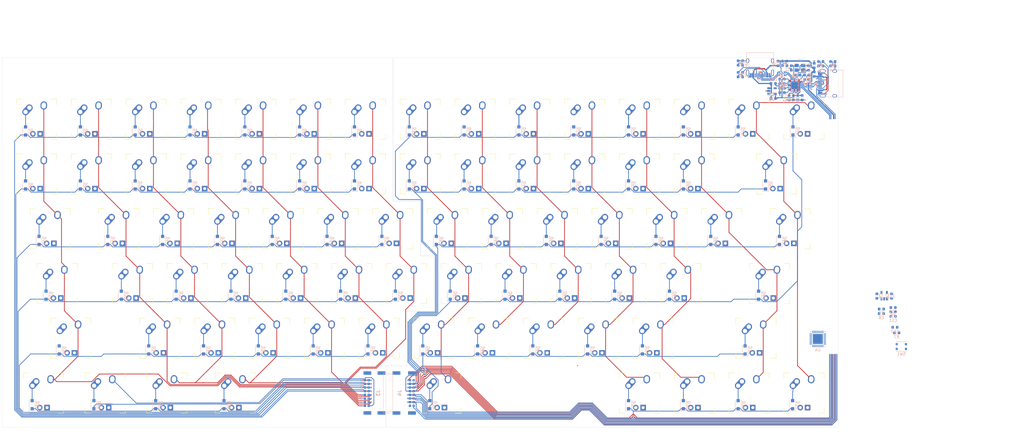
<source format=kicad_pcb>
(kicad_pcb (version 20171130) (host pcbnew 5.1.6)
  (layers (0 F.Cu signal) (31 B.Cu signal) (34 B.Paste user) (35 F.Paste user) (36 B.SilkS user hide) (37 F.SilkS user) (38 B.Mask user) (39 F.Mask user) (44 Edge.Cuts user))
  (net 0 "")
  (net 1 GND)
  (net 2 VUSB)
  (net 3 +3V3)
  (net 4 /NRST)
  (net 5 "Net-(C13-Pad1)")
  (net 6 /XTAL_I)
  (net 7 /XTAL_O)
  (net 8 "Net-(D1-Pad2)")
  (net 9 /ROW0)
  (net 10 "Net-(D2-Pad2)")
  (net 11 "Net-(D3-Pad2)")
  (net 12 "Net-(D4-Pad2)")
  (net 13 "Net-(D5-Pad2)")
  (net 14 "Net-(D6-Pad2)")
  (net 15 "Net-(D7-Pad2)")
  (net 16 "Net-(D8-Pad2)")
  (net 17 /ROW1)
  (net 18 "Net-(D9-Pad2)")
  (net 19 "Net-(D10-Pad2)")
  (net 20 "Net-(D11-Pad2)")
  (net 21 "Net-(D12-Pad2)")
  (net 22 "Net-(D13-Pad2)")
  (net 23 "Net-(D14-Pad2)")
  (net 24 "Net-(D15-Pad2)")
  (net 25 /ROW2)
  (net 26 "Net-(D16-Pad2)")
  (net 27 "Net-(D17-Pad2)")
  (net 28 "Net-(D18-Pad2)")
  (net 29 "Net-(D19-Pad2)")
  (net 30 "Net-(D20-Pad2)")
  (net 31 "Net-(D21-Pad2)")
  (net 32 "Net-(D22-Pad2)")
  (net 33 /ROW3)
  (net 34 "Net-(D23-Pad2)")
  (net 35 "Net-(D24-Pad2)")
  (net 36 "Net-(D25-Pad2)")
  (net 37 "Net-(D26-Pad2)")
  (net 38 "Net-(D27-Pad2)")
  (net 39 "Net-(D28-Pad2)")
  (net 40 "Net-(D29-Pad2)")
  (net 41 /ROW4)
  (net 42 "Net-(D30-Pad2)")
  (net 43 "Net-(D31-Pad2)")
  (net 44 "Net-(D32-Pad2)")
  (net 45 "Net-(D33-Pad2)")
  (net 46 "Net-(D34-Pad2)")
  (net 47 "Net-(D35-Pad2)")
  (net 48 /ROW5)
  (net 49 "Net-(D36-Pad2)")
  (net 50 /ROW_FN)
  (net 51 "Net-(D37-Pad2)")
  (net 52 "Net-(D38-Pad2)")
  (net 53 "Net-(D39-Pad2)")
  (net 54 "Net-(D40-Pad2)")
  (net 55 "Net-(D41-Pad2)")
  (net 56 "Net-(D42-Pad2)")
  (net 57 "Net-(D43-Pad2)")
  (net 58 "Net-(D44-Pad2)")
  (net 59 "Net-(D45-Pad2)")
  (net 60 "Net-(D46-Pad2)")
  (net 61 "Net-(D47-Pad2)")
  (net 62 "Net-(D48-Pad2)")
  (net 63 "Net-(D49-Pad2)")
  (net 64 "Net-(D50-Pad2)")
  (net 65 "Net-(D51-Pad2)")
  (net 66 "Net-(D52-Pad2)")
  (net 67 "Net-(D53-Pad2)")
  (net 68 "Net-(D54-Pad2)")
  (net 69 "Net-(D55-Pad2)")
  (net 70 "Net-(D56-Pad2)")
  (net 71 "Net-(D57-Pad2)")
  (net 72 "Net-(D58-Pad2)")
  (net 73 "Net-(D59-Pad2)")
  (net 74 "Net-(D60-Pad2)")
  (net 75 "Net-(D61-Pad2)")
  (net 76 "Net-(D62-Pad2)")
  (net 77 "Net-(D63-Pad2)")
  (net 78 "Net-(D64-Pad2)")
  (net 79 "Net-(D65-Pad2)")
  (net 80 "Net-(D66-Pad2)")
  (net 81 "Net-(D67-Pad2)")
  (net 82 "Net-(D68-Pad2)")
  (net 83 "Net-(D69-Pad2)")
  (net 84 "Net-(D70-Pad2)")
  (net 85 "Net-(D71-Pad2)")
  (net 86 "Net-(D72-Pad2)")
  (net 87 "Net-(D73-Pad2)")
  (net 88 "Net-(D74-Pad2)")
  (net 89 "Net-(D75-Pad2)")
  (net 90 "Net-(D76-Pad2)")
  (net 91 "Net-(D77-Pad2)")
  (net 92 /IN_D-)
  (net 93 /IN_D+)
  (net 94 /OUT_D-)
  (net 95 /OUT_D+)
  (net 96 /COL6)
  (net 97 /COL4)
  (net 98 /COL2)
  (net 99 /COL0)
  (net 100 /COL5)
  (net 101 /COL3)
  (net 102 /COL1)
  (net 103 /BOOT)
  (net 104 "Net-(R8-Pad2)")
  (net 105 "Net-(R9-Pad1)")
  (net 106 "Net-(R10-Pad1)")
  (net 107 "Net-(R11-Pad1)")
  (net 108 /COL7)
  (net 109 /COL8)
  (net 110 /COL9)
  (net 111 /COL10)
  (net 112 /COL11)
  (net 113 /COL12)
  (net 114 /COL13)
  (net 115 /USB_IN_D+)
  (net 116 /USB_IN_D-)
  (net 117 /USB_OUT_D+)
  (net 118 /USB_OUT_D-)
  (net 119 /USB_MCU_D+)
  (net 120 /USB_MCU_D-)
  (net 121 /VUSB_OUT)
  (net 122 /CC1_OUT)
  (net 123 /CC2_OUT)
  (net 124 /SHIELD_IN)
  (net 125 /SHIELD_OUT)
  (net 126 /VUSB_IN)
  (net 127 /CC1_IN)
  (net 128 /CC2_IN)
  (net 129 VDD)
  (module Package_TO_SOT_SMD:SOT-666 (layer B.Cu) (at 347.0148 81.503 180)
    (fp_text reference U2 (at 0 1.75) (layer B.SilkS) (effects (justify mirror)))
    (fp_text value USBLC6-2P6)
    (pad 6 smd rect (at 0.85 0.5375 180) (size 0.5 0.375) (layers B.Cu B.Paste B.Mask) (net 118 /USB_OUT_D-))
    (pad 4 smd rect (at 0.85 -0.5375 180) (size 0.5 0.375) (layers B.Cu B.Paste B.Mask) (net 117 /USB_OUT_D+))
    (pad 2 smd rect (at -0.925 0 180) (size 0.65 0.3) (layers B.Cu B.Paste B.Mask) (net 1 GND))
    (pad 5 smd rect (at 0.925 0 180) (size 0.65 0.3) (layers B.Cu B.Paste B.Mask) (net 2 VUSB))
    (pad 3 smd rect (at -0.85 -0.5375 180) (size 0.5 0.375) (layers B.Cu B.Paste B.Mask) (net 95 /OUT_D+))
    (pad 1 smd rect (at -0.85 0.5375 180) (size 0.5 0.375) (layers B.Cu B.Paste B.Mask) (net 94 /OUT_D-))
  )
  (module Package_TO_SOT_SMD:SOT-23-5 (layer B.Cu) (at 334.1243 83.4715)
    (fp_text reference U6 (at 0 2.9) (layer B.SilkS) (effects (justify mirror)))
    (fp_text value MIC5504-3.3YM5)
    (pad 5 smd rect (at 1.1 0.95) (size 1.06 0.65) (layers B.Cu B.Paste B.Mask) (net 129 VDD))
    (pad 4 smd rect (at 1.1 -0.95) (size 1.06 0.65) (layers B.Cu B.Paste B.Mask))
    (pad 3 smd rect (at -1.1 -0.95) (size 1.06 0.65) (layers B.Cu B.Paste B.Mask) (net 126 /VUSB_IN))
    (pad 2 smd rect (at -1.1 0) (size 1.06 0.65) (layers B.Cu B.Paste B.Mask) (net 1 GND))
    (pad 1 smd rect (at -1.1 0.95) (size 1.06 0.65) (layers B.Cu B.Paste B.Mask) (net 126 /VUSB_IN))
  )
  (module Capacitor_SMD:C_0603_1608Metric (layer B.Cu) (at 334.5688 86.075 180)
    (fp_text reference C23 (at 0 1.43) (layer B.SilkS) (effects (justify mirror)))
    (fp_text value 4.7u)
    (pad 2 smd roundrect (at 0.7875 0 180) (size 0.875 0.95) (layers B.Cu B.Paste B.Mask) (net 1 GND))
    (pad 1 smd roundrect (at -0.7875 0 180) (size 0.875 0.95) (layers B.Cu B.Paste B.Mask) (net 129 VDD))
  )
  (module Capacitor_SMD:C_0603_1608Metric (layer B.Cu) (at 334.5688 80.868 180)
    (fp_text reference C22 (at 0 1.43) (layer B.SilkS) (effects (justify mirror)))
    (fp_text value 4.7u)
    (pad 2 smd roundrect (at 0.7875 0 180) (size 0.875 0.95) (layers B.Cu B.Paste B.Mask) (net 126 /VUSB_IN))
    (pad 1 smd roundrect (at -0.7875 0 180) (size 0.875 0.95) (layers B.Cu B.Paste B.Mask) (net 1 GND))
  )
  (module Button_Switch_Keyboard_MX_Alps_Hybrid:MX-2U (layer F.Cu) (at 335.7118 112.364)
    (fp_text reference SW54)
    (fp_text value BACKSPACE)
    (pad 2 thru_hole oval (at 2.52 -4.79 86) (size 2.831378 2.25) (drill oval 2.051378 1.48) (layers *.Cu *.Mask) (net 114 /COL13))
    (pad 1 thru_hole circle (at -2.5 -4) (size 2.25 2.25) (drill 1.47) (layers *.Cu *.Mask) (net 67 "Net-(D53-Pad2)"))
    (pad 1 thru_hole oval (at -3.81 -2.54 48.0996) (size 4.211556 2.25) (drill 1.47 (offset 0.980778 0)) (layers *.Cu *.Mask) (net 67 "Net-(D53-Pad2)"))
    (pad "" np_thru_hole circle (at 11.938 8.255) (size 3.9878 3.9878) (drill 3.9878) (layers *.Cu *.Mask))
    (pad "" np_thru_hole circle (at -11.938 8.255) (size 3.9878 3.9878) (drill 3.9878) (layers *.Cu *.Mask))
    (pad "" np_thru_hole circle (at 11.938 -6.985) (size 3.048 3.048) (drill 3.048) (layers *.Cu *.Mask))
    (pad "" np_thru_hole circle (at -11.938 -6.985) (size 3.048 3.048) (drill 3.048) (layers *.Cu *.Mask))
    (pad "" np_thru_hole circle (at 5.08 0 48.0996) (size 1.75 1.75) (drill 1.75) (layers *.Cu *.Mask))
    (pad "" np_thru_hole circle (at -5.08 0 48.0996) (size 1.75 1.75) (drill 1.75) (layers *.Cu *.Mask))
    (pad 4 thru_hole rect (at 1.27 5.08) (size 1.905 1.905) (drill 1.04) (layers *.Cu *.Mask))
    (pad 3 thru_hole circle (at -1.27 5.08) (size 1.905 1.905) (drill 1.04) (layers *.Cu *.Mask))
    (pad "" np_thru_hole circle (at 0 0) (size 3.9878 3.9878) (drill 3.9878) (layers *.Cu *.Mask))
  )
  (module Button_Switch_Keyboard_MX_Alps_Hybrid:MX-2.75U (layer F.Cu) (at 328.56805 169.514)
    (fp_text reference SW73)
    (fp_text value RSHIFT)
    (pad 2 thru_hole oval (at 2.52 -4.79 86) (size 2.831378 2.25) (drill oval 2.051378 1.48) (layers *.Cu *.Mask) (net 113 /COL12))
    (pad 1 thru_hole circle (at -2.5 -4) (size 2.25 2.25) (drill 1.47) (layers *.Cu *.Mask) (net 86 "Net-(D72-Pad2)"))
    (pad 1 thru_hole oval (at -3.81 -2.54 48.0996) (size 4.211556 2.25) (drill 1.47 (offset 0.980778 0)) (layers *.Cu *.Mask) (net 86 "Net-(D72-Pad2)"))
    (pad "" np_thru_hole circle (at 11.938 8.255) (size 3.9878 3.9878) (drill 3.9878) (layers *.Cu *.Mask))
    (pad "" np_thru_hole circle (at -11.938 8.255) (size 3.9878 3.9878) (drill 3.9878) (layers *.Cu *.Mask))
    (pad "" np_thru_hole circle (at 11.938 -6.985) (size 3.048 3.048) (drill 3.048) (layers *.Cu *.Mask))
    (pad "" np_thru_hole circle (at -11.938 -6.985) (size 3.048 3.048) (drill 3.048) (layers *.Cu *.Mask))
    (pad "" np_thru_hole circle (at 5.08 0 48.0996) (size 1.75 1.75) (drill 1.75) (layers *.Cu *.Mask))
    (pad "" np_thru_hole circle (at -5.08 0 48.0996) (size 1.75 1.75) (drill 1.75) (layers *.Cu *.Mask))
    (pad 4 thru_hole rect (at 1.27 5.08) (size 1.905 1.905) (drill 1.04) (layers *.Cu *.Mask))
    (pad 3 thru_hole circle (at -1.27 5.08) (size 1.905 1.905) (drill 1.04) (layers *.Cu *.Mask))
    (pad "" np_thru_hole circle (at 0 0) (size 3.9878 3.9878) (drill 3.9878) (layers *.Cu *.Mask))
  )
  (module Button_Switch_Keyboard_MX_Alps_Hybrid:MX-6.25U (layer F.Cu) (at 219.03055 188.564)
    (fp_text reference SW74)
    (fp_text value SPACE)
    (pad 2 thru_hole oval (at 2.52 -4.79 86) (size 2.831378 2.25) (drill oval 2.051378 1.48) (layers *.Cu *.Mask) (net 108 /COL7))
    (pad 1 thru_hole circle (at -2.5 -4) (size 2.25 2.25) (drill 1.47) (layers *.Cu *.Mask) (net 87 "Net-(D73-Pad2)"))
    (pad 1 thru_hole oval (at -3.81 -2.54 48.0996) (size 4.211556 2.25) (drill 1.47 (offset 0.980778 0)) (layers *.Cu *.Mask) (net 87 "Net-(D73-Pad2)"))
    (pad "" np_thru_hole circle (at 49.9999 8.255) (size 3.9878 3.9878) (drill 3.9878) (layers *.Cu *.Mask))
    (pad "" np_thru_hole circle (at -49.9999 8.255) (size 3.9878 3.9878) (drill 3.9878) (layers *.Cu *.Mask))
    (pad "" np_thru_hole circle (at 49.9999 -6.985) (size 3.048 3.048) (drill 3.048) (layers *.Cu *.Mask))
    (pad "" np_thru_hole circle (at -49.9999 -6.985) (size 3.048 3.048) (drill 3.048) (layers *.Cu *.Mask))
    (pad "" np_thru_hole circle (at 5.08 0 48.0996) (size 1.75 1.75) (drill 1.75) (layers *.Cu *.Mask))
    (pad "" np_thru_hole circle (at -5.08 0 48.0996) (size 1.75 1.75) (drill 1.75) (layers *.Cu *.Mask))
    (pad 4 thru_hole rect (at 1.27 5.08) (size 1.905 1.905) (drill 1.04) (layers *.Cu *.Mask))
    (pad 3 thru_hole circle (at -1.27 5.08) (size 1.905 1.905) (drill 1.04) (layers *.Cu *.Mask))
    (pad "" np_thru_hole circle (at 0 0) (size 3.9878 3.9878) (drill 3.9878) (layers *.Cu *.Mask))
  )
  (module Button_Switch_Keyboard_MX_Alps_Hybrid:MX-1.25U (layer F.Cu) (at 147.59305 188.564)
    (fp_text reference SW39)
    (fp_text value LALT)
    (pad 2 thru_hole oval (at 2.52 -4.79 86) (size 2.831378 2.25) (drill oval 2.051378 1.48) (layers *.Cu *.Mask) (net 101 /COL3))
    (pad 1 thru_hole circle (at -2.5 -4) (size 2.25 2.25) (drill 1.47) (layers *.Cu *.Mask) (net 52 "Net-(D38-Pad2)"))
    (pad 1 thru_hole oval (at -3.81 -2.54 48.0996) (size 4.211556 2.25) (drill 1.47 (offset 0.980778 0)) (layers *.Cu *.Mask) (net 52 "Net-(D38-Pad2)"))
    (pad "" np_thru_hole circle (at 5.08 0 48.0996) (size 1.75 1.75) (drill 1.75) (layers *.Cu *.Mask))
    (pad "" np_thru_hole circle (at -5.08 0 48.0996) (size 1.75 1.75) (drill 1.75) (layers *.Cu *.Mask))
    (pad 4 thru_hole rect (at 1.27 5.08) (size 1.905 1.905) (drill 1.04) (layers *.Cu *.Mask))
    (pad 3 thru_hole circle (at -1.27 5.08) (size 1.905 1.905) (drill 1.04) (layers *.Cu *.Mask))
    (pad "" np_thru_hole circle (at 0 0) (size 3.9878 3.9878) (drill 3.9878) (layers *.Cu *.Mask))
  )
  (module Button_Switch_Keyboard_MX_Alps_Hybrid:MX-1.25U (layer F.Cu) (at 123.78055 188.564)
    (fp_text reference SW38)
    (fp_text value META)
    (pad 2 thru_hole oval (at 2.52 -4.79 86) (size 2.831378 2.25) (drill oval 2.051378 1.48) (layers *.Cu *.Mask) (net 98 /COL2))
    (pad 1 thru_hole circle (at -2.5 -4) (size 2.25 2.25) (drill 1.47) (layers *.Cu *.Mask) (net 51 "Net-(D37-Pad2)"))
    (pad 1 thru_hole oval (at -3.81 -2.54 48.0996) (size 4.211556 2.25) (drill 1.47 (offset 0.980778 0)) (layers *.Cu *.Mask) (net 51 "Net-(D37-Pad2)"))
    (pad "" np_thru_hole circle (at 5.08 0 48.0996) (size 1.75 1.75) (drill 1.75) (layers *.Cu *.Mask))
    (pad "" np_thru_hole circle (at -5.08 0 48.0996) (size 1.75 1.75) (drill 1.75) (layers *.Cu *.Mask))
    (pad 4 thru_hole rect (at 1.27 5.08) (size 1.905 1.905) (drill 1.04) (layers *.Cu *.Mask))
    (pad 3 thru_hole circle (at -1.27 5.08) (size 1.905 1.905) (drill 1.04) (layers *.Cu *.Mask))
    (pad "" np_thru_hole circle (at 0 0) (size 3.9878 3.9878) (drill 3.9878) (layers *.Cu *.Mask))
  )
  (module Button_Switch_Keyboard_MX_Alps_Hybrid:MX-1.25U (layer F.Cu) (at 80.91805 188.564)
    (fp_text reference SW36)
    (fp_text value LCTRL)
    (pad 2 thru_hole oval (at 2.52 -4.79 86) (size 2.831378 2.25) (drill oval 2.051378 1.48) (layers *.Cu *.Mask) (net 99 /COL0))
    (pad 1 thru_hole circle (at -2.5 -4) (size 2.25 2.25) (drill 1.47) (layers *.Cu *.Mask) (net 47 "Net-(D35-Pad2)"))
    (pad 1 thru_hole oval (at -3.81 -2.54 48.0996) (size 4.211556 2.25) (drill 1.47 (offset 0.980778 0)) (layers *.Cu *.Mask) (net 47 "Net-(D35-Pad2)"))
    (pad "" np_thru_hole circle (at 5.08 0 48.0996) (size 1.75 1.75) (drill 1.75) (layers *.Cu *.Mask))
    (pad "" np_thru_hole circle (at -5.08 0 48.0996) (size 1.75 1.75) (drill 1.75) (layers *.Cu *.Mask))
    (pad 4 thru_hole rect (at 1.27 5.08) (size 1.905 1.905) (drill 1.04) (layers *.Cu *.Mask))
    (pad 3 thru_hole circle (at -1.27 5.08) (size 1.905 1.905) (drill 1.04) (layers *.Cu *.Mask))
    (pad "" np_thru_hole circle (at 0 0) (size 3.9878 3.9878) (drill 3.9878) (layers *.Cu *.Mask))
  )
  (module Button_Switch_Keyboard_MX_Alps_Hybrid:MX-2.25U (layer F.Cu) (at 333.33055 150.464)
    (fp_text reference SW67)
    (fp_text value ENTER)
    (pad 2 thru_hole oval (at 2.52 -4.79 86) (size 2.831378 2.25) (drill oval 2.051378 1.48) (layers *.Cu *.Mask) (net 113 /COL12))
    (pad 1 thru_hole circle (at -2.5 -4) (size 2.25 2.25) (drill 1.47) (layers *.Cu *.Mask) (net 80 "Net-(D66-Pad2)"))
    (pad 1 thru_hole oval (at -3.81 -2.54 48.0996) (size 4.211556 2.25) (drill 1.47 (offset 0.980778 0)) (layers *.Cu *.Mask) (net 80 "Net-(D66-Pad2)"))
    (pad "" np_thru_hole circle (at 11.938 8.255) (size 3.9878 3.9878) (drill 3.9878) (layers *.Cu *.Mask))
    (pad "" np_thru_hole circle (at -11.938 8.255) (size 3.9878 3.9878) (drill 3.9878) (layers *.Cu *.Mask))
    (pad "" np_thru_hole circle (at 11.938 -6.985) (size 3.048 3.048) (drill 3.048) (layers *.Cu *.Mask))
    (pad "" np_thru_hole circle (at -11.938 -6.985) (size 3.048 3.048) (drill 3.048) (layers *.Cu *.Mask))
    (pad "" np_thru_hole circle (at 5.08 0 48.0996) (size 1.75 1.75) (drill 1.75) (layers *.Cu *.Mask))
    (pad "" np_thru_hole circle (at -5.08 0 48.0996) (size 1.75 1.75) (drill 1.75) (layers *.Cu *.Mask))
    (pad 4 thru_hole rect (at 1.27 5.08) (size 1.905 1.905) (drill 1.04) (layers *.Cu *.Mask))
    (pad 3 thru_hole circle (at -1.27 5.08) (size 1.905 1.905) (drill 1.04) (layers *.Cu *.Mask))
    (pad "" np_thru_hole circle (at 0 0) (size 3.9878 3.9878) (drill 3.9878) (layers *.Cu *.Mask))
  )
  (module Button_Switch_Keyboard_MX_Alps_Hybrid:MX-2.25U (layer F.Cu) (at 90.44305 169.514)
    (fp_text reference SW30)
    (fp_text value LSHIFT)
    (pad 2 thru_hole oval (at 2.52 -4.79 86) (size 2.831378 2.25) (drill oval 2.051378 1.48) (layers *.Cu *.Mask) (net 99 /COL0))
    (pad 1 thru_hole circle (at -2.5 -4) (size 2.25 2.25) (drill 1.47) (layers *.Cu *.Mask) (net 40 "Net-(D29-Pad2)"))
    (pad 1 thru_hole oval (at -3.81 -2.54 48.0996) (size 4.211556 2.25) (drill 1.47 (offset 0.980778 0)) (layers *.Cu *.Mask) (net 40 "Net-(D29-Pad2)"))
    (pad "" np_thru_hole circle (at 11.938 8.255) (size 3.9878 3.9878) (drill 3.9878) (layers *.Cu *.Mask))
    (pad "" np_thru_hole circle (at -11.938 8.255) (size 3.9878 3.9878) (drill 3.9878) (layers *.Cu *.Mask))
    (pad "" np_thru_hole circle (at 11.938 -6.985) (size 3.048 3.048) (drill 3.048) (layers *.Cu *.Mask))
    (pad "" np_thru_hole circle (at -11.938 -6.985) (size 3.048 3.048) (drill 3.048) (layers *.Cu *.Mask))
    (pad "" np_thru_hole circle (at 5.08 0 48.0996) (size 1.75 1.75) (drill 1.75) (layers *.Cu *.Mask))
    (pad "" np_thru_hole circle (at -5.08 0 48.0996) (size 1.75 1.75) (drill 1.75) (layers *.Cu *.Mask))
    (pad 4 thru_hole rect (at 1.27 5.08) (size 1.905 1.905) (drill 1.04) (layers *.Cu *.Mask))
    (pad 3 thru_hole circle (at -1.27 5.08) (size 1.905 1.905) (drill 1.04) (layers *.Cu *.Mask))
    (pad "" np_thru_hole circle (at 0 0) (size 3.9878 3.9878) (drill 3.9878) (layers *.Cu *.Mask))
  )
  (module Button_Switch_Keyboard_MX_Alps_Hybrid:MX-1.75U (layer F.Cu) (at 85.68055 150.464)
    (fp_text reference SW23)
    (fp_text value CAPS)
    (pad 2 thru_hole oval (at 2.52 -4.79 86) (size 2.831378 2.25) (drill oval 2.051378 1.48) (layers *.Cu *.Mask) (net 99 /COL0))
    (pad 1 thru_hole circle (at -2.5 -4) (size 2.25 2.25) (drill 1.47) (layers *.Cu *.Mask) (net 32 "Net-(D22-Pad2)"))
    (pad 1 thru_hole oval (at -3.81 -2.54 48.0996) (size 4.211556 2.25) (drill 1.47 (offset 0.980778 0)) (layers *.Cu *.Mask) (net 32 "Net-(D22-Pad2)"))
    (pad "" np_thru_hole circle (at 5.08 0 48.0996) (size 1.75 1.75) (drill 1.75) (layers *.Cu *.Mask))
    (pad "" np_thru_hole circle (at -5.08 0 48.0996) (size 1.75 1.75) (drill 1.75) (layers *.Cu *.Mask))
    (pad 4 thru_hole rect (at 1.27 5.08) (size 1.905 1.905) (drill 1.04) (layers *.Cu *.Mask))
    (pad 3 thru_hole circle (at -1.27 5.08) (size 1.905 1.905) (drill 1.04) (layers *.Cu *.Mask))
    (pad "" np_thru_hole circle (at 0 0) (size 3.9878 3.9878) (drill 3.9878) (layers *.Cu *.Mask))
  )
  (module Button_Switch_Keyboard_MX_Alps_Hybrid:MX-1.5U (layer F.Cu) (at 340.4743 131.414)
    (fp_text reference SW61)
    (fp_text value BACKSLASH)
    (pad 2 thru_hole oval (at 2.52 -4.79 86) (size 2.831378 2.25) (drill oval 2.051378 1.48) (layers *.Cu *.Mask) (net 114 /COL13))
    (pad 1 thru_hole circle (at -2.5 -4) (size 2.25 2.25) (drill 1.47) (layers *.Cu *.Mask) (net 74 "Net-(D60-Pad2)"))
    (pad 1 thru_hole oval (at -3.81 -2.54 48.0996) (size 4.211556 2.25) (drill 1.47 (offset 0.980778 0)) (layers *.Cu *.Mask) (net 74 "Net-(D60-Pad2)"))
    (pad "" np_thru_hole circle (at 5.08 0 48.0996) (size 1.75 1.75) (drill 1.75) (layers *.Cu *.Mask))
    (pad "" np_thru_hole circle (at -5.08 0 48.0996) (size 1.75 1.75) (drill 1.75) (layers *.Cu *.Mask))
    (pad 4 thru_hole rect (at 1.27 5.08) (size 1.905 1.905) (drill 1.04) (layers *.Cu *.Mask))
    (pad 3 thru_hole circle (at -1.27 5.08) (size 1.905 1.905) (drill 1.04) (layers *.Cu *.Mask))
    (pad "" np_thru_hole circle (at 0 0) (size 3.9878 3.9878) (drill 3.9878) (layers *.Cu *.Mask))
  )
  (module Button_Switch_Keyboard_MX_Alps_Hybrid:MX-1.5U (layer F.Cu) (at 83.2993 131.414)
    (fp_text reference SW16)
    (fp_text value TAB)
    (pad 2 thru_hole oval (at 2.52 -4.79 86) (size 2.831378 2.25) (drill oval 2.051378 1.48) (layers *.Cu *.Mask) (net 99 /COL0))
    (pad 1 thru_hole circle (at -2.5 -4) (size 2.25 2.25) (drill 1.47) (layers *.Cu *.Mask) (net 24 "Net-(D15-Pad2)"))
    (pad 1 thru_hole oval (at -3.81 -2.54 48.0996) (size 4.211556 2.25) (drill 1.47 (offset 0.980778 0)) (layers *.Cu *.Mask) (net 24 "Net-(D15-Pad2)"))
    (pad "" np_thru_hole circle (at 5.08 0 48.0996) (size 1.75 1.75) (drill 1.75) (layers *.Cu *.Mask))
    (pad "" np_thru_hole circle (at -5.08 0 48.0996) (size 1.75 1.75) (drill 1.75) (layers *.Cu *.Mask))
    (pad 4 thru_hole rect (at 1.27 5.08) (size 1.905 1.905) (drill 1.04) (layers *.Cu *.Mask))
    (pad 3 thru_hole circle (at -1.27 5.08) (size 1.905 1.905) (drill 1.04) (layers *.Cu *.Mask))
    (pad "" np_thru_hole circle (at 0 0) (size 3.9878 3.9878) (drill 3.9878) (layers *.Cu *.Mask))
  )
  (module Button_Switch_Keyboard_MX_Alps_Hybrid:MX-1U (layer F.Cu) (at 211.8868 93.314)
    (fp_text reference SW40)
    (fp_text value F7)
    (pad 2 thru_hole oval (at 2.52 -4.79 86) (size 2.831378 2.25) (drill oval 2.051378 1.48) (layers *.Cu *.Mask) (net 108 /COL7))
    (pad 1 thru_hole circle (at -2.5 -4) (size 2.25 2.25) (drill 1.47) (layers *.Cu *.Mask) (net 53 "Net-(D39-Pad2)"))
    (pad 1 thru_hole oval (at -3.81 -2.54 48.0996) (size 4.211556 2.25) (drill 1.47 (offset 0.980778 0)) (layers *.Cu *.Mask) (net 53 "Net-(D39-Pad2)"))
    (pad "" np_thru_hole circle (at 5.08 0 48.0996) (size 1.75 1.75) (drill 1.75) (layers *.Cu *.Mask))
    (pad "" np_thru_hole circle (at -5.08 0 48.0996) (size 1.75 1.75) (drill 1.75) (layers *.Cu *.Mask))
    (pad 4 thru_hole rect (at 1.27 5.08) (size 1.905 1.905) (drill 1.04) (layers *.Cu *.Mask))
    (pad 3 thru_hole circle (at -1.27 5.08) (size 1.905 1.905) (drill 1.04) (layers *.Cu *.Mask))
    (pad "" np_thru_hole circle (at 0 0) (size 3.9878 3.9878) (drill 3.9878) (layers *.Cu *.Mask))
  )
  (module Button_Switch_Keyboard_MX_Alps_Hybrid:MX-1U (layer F.Cu) (at 345.2368 188.564)
    (fp_text reference SW78)
    (fp_text value RCTRL)
    (pad 2 thru_hole oval (at 2.52 -4.79 86) (size 2.831378 2.25) (drill oval 2.051378 1.48) (layers *.Cu *.Mask) (net 114 /COL13))
    (pad 1 thru_hole circle (at -2.5 -4) (size 2.25 2.25) (drill 1.47) (layers *.Cu *.Mask) (net 91 "Net-(D77-Pad2)"))
    (pad 1 thru_hole oval (at -3.81 -2.54 48.0996) (size 4.211556 2.25) (drill 1.47 (offset 0.980778 0)) (layers *.Cu *.Mask) (net 91 "Net-(D77-Pad2)"))
    (pad "" np_thru_hole circle (at 5.08 0 48.0996) (size 1.75 1.75) (drill 1.75) (layers *.Cu *.Mask))
    (pad "" np_thru_hole circle (at -5.08 0 48.0996) (size 1.75 1.75) (drill 1.75) (layers *.Cu *.Mask))
    (pad 4 thru_hole rect (at 1.27 5.08) (size 1.905 1.905) (drill 1.04) (layers *.Cu *.Mask))
    (pad 3 thru_hole circle (at -1.27 5.08) (size 1.905 1.905) (drill 1.04) (layers *.Cu *.Mask))
    (pad "" np_thru_hole circle (at 0 0) (size 3.9878 3.9878) (drill 3.9878) (layers *.Cu *.Mask))
  )
  (module Button_Switch_Keyboard_MX_Alps_Hybrid:MX-1U (layer F.Cu) (at 326.1868 188.564)
    (fp_text reference SW77)
    (fp_text value PRINTSC)
    (pad 2 thru_hole oval (at 2.52 -4.79 86) (size 2.831378 2.25) (drill oval 2.051378 1.48) (layers *.Cu *.Mask) (net 113 /COL12))
    (pad 1 thru_hole circle (at -2.5 -4) (size 2.25 2.25) (drill 1.47) (layers *.Cu *.Mask) (net 90 "Net-(D76-Pad2)"))
    (pad 1 thru_hole oval (at -3.81 -2.54 48.0996) (size 4.211556 2.25) (drill 1.47 (offset 0.980778 0)) (layers *.Cu *.Mask) (net 90 "Net-(D76-Pad2)"))
    (pad "" np_thru_hole circle (at 5.08 0 48.0996) (size 1.75 1.75) (drill 1.75) (layers *.Cu *.Mask))
    (pad "" np_thru_hole circle (at -5.08 0 48.0996) (size 1.75 1.75) (drill 1.75) (layers *.Cu *.Mask))
    (pad 4 thru_hole rect (at 1.27 5.08) (size 1.905 1.905) (drill 1.04) (layers *.Cu *.Mask))
    (pad 3 thru_hole circle (at -1.27 5.08) (size 1.905 1.905) (drill 1.04) (layers *.Cu *.Mask))
    (pad "" np_thru_hole circle (at 0 0) (size 3.9878 3.9878) (drill 3.9878) (layers *.Cu *.Mask))
  )
  (module Button_Switch_Keyboard_MX_Alps_Hybrid:MX-1U (layer F.Cu) (at 307.1368 188.564)
    (fp_text reference SW76)
    (fp_text value MENU)
    (pad 2 thru_hole oval (at 2.52 -4.79 86) (size 2.831378 2.25) (drill oval 2.051378 1.48) (layers *.Cu *.Mask) (net 112 /COL11))
    (pad 1 thru_hole circle (at -2.5 -4) (size 2.25 2.25) (drill 1.47) (layers *.Cu *.Mask) (net 89 "Net-(D75-Pad2)"))
    (pad 1 thru_hole oval (at -3.81 -2.54 48.0996) (size 4.211556 2.25) (drill 1.47 (offset 0.980778 0)) (layers *.Cu *.Mask) (net 89 "Net-(D75-Pad2)"))
    (pad "" np_thru_hole circle (at 5.08 0 48.0996) (size 1.75 1.75) (drill 1.75) (layers *.Cu *.Mask))
    (pad "" np_thru_hole circle (at -5.08 0 48.0996) (size 1.75 1.75) (drill 1.75) (layers *.Cu *.Mask))
    (pad 4 thru_hole rect (at 1.27 5.08) (size 1.905 1.905) (drill 1.04) (layers *.Cu *.Mask))
    (pad 3 thru_hole circle (at -1.27 5.08) (size 1.905 1.905) (drill 1.04) (layers *.Cu *.Mask))
    (pad "" np_thru_hole circle (at 0 0) (size 3.9878 3.9878) (drill 3.9878) (layers *.Cu *.Mask))
  )
  (module Button_Switch_Keyboard_MX_Alps_Hybrid:MX-1U (layer F.Cu) (at 288.0868 188.564)
    (fp_text reference SW75)
    (fp_text value RALT)
    (pad 2 thru_hole oval (at 2.52 -4.79 86) (size 2.831378 2.25) (drill oval 2.051378 1.48) (layers *.Cu *.Mask) (net 111 /COL10))
    (pad 1 thru_hole circle (at -2.5 -4) (size 2.25 2.25) (drill 1.47) (layers *.Cu *.Mask) (net 88 "Net-(D74-Pad2)"))
    (pad 1 thru_hole oval (at -3.81 -2.54 48.0996) (size 4.211556 2.25) (drill 1.47 (offset 0.980778 0)) (layers *.Cu *.Mask) (net 88 "Net-(D74-Pad2)"))
    (pad "" np_thru_hole circle (at 5.08 0 48.0996) (size 1.75 1.75) (drill 1.75) (layers *.Cu *.Mask))
    (pad "" np_thru_hole circle (at -5.08 0 48.0996) (size 1.75 1.75) (drill 1.75) (layers *.Cu *.Mask))
    (pad 4 thru_hole rect (at 1.27 5.08) (size 1.905 1.905) (drill 1.04) (layers *.Cu *.Mask))
    (pad 3 thru_hole circle (at -1.27 5.08) (size 1.905 1.905) (drill 1.04) (layers *.Cu *.Mask))
    (pad "" np_thru_hole circle (at 0 0) (size 3.9878 3.9878) (drill 3.9878) (layers *.Cu *.Mask))
  )
  (module Button_Switch_Keyboard_MX_Alps_Hybrid:MX-1U (layer F.Cu) (at 292.8493 169.514)
    (fp_text reference SW72)
    (fp_text value FORSLASH)
    (pad 2 thru_hole oval (at 2.52 -4.79 86) (size 2.831378 2.25) (drill oval 2.051378 1.48) (layers *.Cu *.Mask) (net 112 /COL11))
    (pad 1 thru_hole circle (at -2.5 -4) (size 2.25 2.25) (drill 1.47) (layers *.Cu *.Mask) (net 85 "Net-(D71-Pad2)"))
    (pad 1 thru_hole oval (at -3.81 -2.54 48.0996) (size 4.211556 2.25) (drill 1.47 (offset 0.980778 0)) (layers *.Cu *.Mask) (net 85 "Net-(D71-Pad2)"))
    (pad "" np_thru_hole circle (at 5.08 0 48.0996) (size 1.75 1.75) (drill 1.75) (layers *.Cu *.Mask))
    (pad "" np_thru_hole circle (at -5.08 0 48.0996) (size 1.75 1.75) (drill 1.75) (layers *.Cu *.Mask))
    (pad 4 thru_hole rect (at 1.27 5.08) (size 1.905 1.905) (drill 1.04) (layers *.Cu *.Mask))
    (pad 3 thru_hole circle (at -1.27 5.08) (size 1.905 1.905) (drill 1.04) (layers *.Cu *.Mask))
    (pad "" np_thru_hole circle (at 0 0) (size 3.9878 3.9878) (drill 3.9878) (layers *.Cu *.Mask))
  )
  (module Button_Switch_Keyboard_MX_Alps_Hybrid:MX-1U (layer F.Cu) (at 273.7993 169.514)
    (fp_text reference SW71)
    (fp_text value PERIOD)
    (pad 2 thru_hole oval (at 2.52 -4.79 86) (size 2.831378 2.25) (drill oval 2.051378 1.48) (layers *.Cu *.Mask) (net 111 /COL10))
    (pad 1 thru_hole circle (at -2.5 -4) (size 2.25 2.25) (drill 1.47) (layers *.Cu *.Mask) (net 84 "Net-(D70-Pad2)"))
    (pad 1 thru_hole oval (at -3.81 -2.54 48.0996) (size 4.211556 2.25) (drill 1.47 (offset 0.980778 0)) (layers *.Cu *.Mask) (net 84 "Net-(D70-Pad2)"))
    (pad "" np_thru_hole circle (at 5.08 0 48.0996) (size 1.75 1.75) (drill 1.75) (layers *.Cu *.Mask))
    (pad "" np_thru_hole circle (at -5.08 0 48.0996) (size 1.75 1.75) (drill 1.75) (layers *.Cu *.Mask))
    (pad 4 thru_hole rect (at 1.27 5.08) (size 1.905 1.905) (drill 1.04) (layers *.Cu *.Mask))
    (pad 3 thru_hole circle (at -1.27 5.08) (size 1.905 1.905) (drill 1.04) (layers *.Cu *.Mask))
    (pad "" np_thru_hole circle (at 0 0) (size 3.9878 3.9878) (drill 3.9878) (layers *.Cu *.Mask))
  )
  (module Button_Switch_Keyboard_MX_Alps_Hybrid:MX-1U (layer F.Cu) (at 254.7493 169.514)
    (fp_text reference SW70)
    (fp_text value COMMA)
    (pad 2 thru_hole oval (at 2.52 -4.79 86) (size 2.831378 2.25) (drill oval 2.051378 1.48) (layers *.Cu *.Mask) (net 110 /COL9))
    (pad 1 thru_hole circle (at -2.5 -4) (size 2.25 2.25) (drill 1.47) (layers *.Cu *.Mask) (net 83 "Net-(D69-Pad2)"))
    (pad 1 thru_hole oval (at -3.81 -2.54 48.0996) (size 4.211556 2.25) (drill 1.47 (offset 0.980778 0)) (layers *.Cu *.Mask) (net 83 "Net-(D69-Pad2)"))
    (pad "" np_thru_hole circle (at 5.08 0 48.0996) (size 1.75 1.75) (drill 1.75) (layers *.Cu *.Mask))
    (pad "" np_thru_hole circle (at -5.08 0 48.0996) (size 1.75 1.75) (drill 1.75) (layers *.Cu *.Mask))
    (pad 4 thru_hole rect (at 1.27 5.08) (size 1.905 1.905) (drill 1.04) (layers *.Cu *.Mask))
    (pad 3 thru_hole circle (at -1.27 5.08) (size 1.905 1.905) (drill 1.04) (layers *.Cu *.Mask))
    (pad "" np_thru_hole circle (at 0 0) (size 3.9878 3.9878) (drill 3.9878) (layers *.Cu *.Mask))
  )
  (module Button_Switch_Keyboard_MX_Alps_Hybrid:MX-1U (layer F.Cu) (at 235.6993 169.514)
    (fp_text reference SW69)
    (fp_text value M)
    (pad 2 thru_hole oval (at 2.52 -4.79 86) (size 2.831378 2.25) (drill oval 2.051378 1.48) (layers *.Cu *.Mask) (net 109 /COL8))
    (pad 1 thru_hole circle (at -2.5 -4) (size 2.25 2.25) (drill 1.47) (layers *.Cu *.Mask) (net 82 "Net-(D68-Pad2)"))
    (pad 1 thru_hole oval (at -3.81 -2.54 48.0996) (size 4.211556 2.25) (drill 1.47 (offset 0.980778 0)) (layers *.Cu *.Mask) (net 82 "Net-(D68-Pad2)"))
    (pad "" np_thru_hole circle (at 5.08 0 48.0996) (size 1.75 1.75) (drill 1.75) (layers *.Cu *.Mask))
    (pad "" np_thru_hole circle (at -5.08 0 48.0996) (size 1.75 1.75) (drill 1.75) (layers *.Cu *.Mask))
    (pad 4 thru_hole rect (at 1.27 5.08) (size 1.905 1.905) (drill 1.04) (layers *.Cu *.Mask))
    (pad 3 thru_hole circle (at -1.27 5.08) (size 1.905 1.905) (drill 1.04) (layers *.Cu *.Mask))
    (pad "" np_thru_hole circle (at 0 0) (size 3.9878 3.9878) (drill 3.9878) (layers *.Cu *.Mask))
  )
  (module Button_Switch_Keyboard_MX_Alps_Hybrid:MX-1U (layer F.Cu) (at 216.6493 169.514)
    (fp_text reference SW68)
    (fp_text value N)
    (pad 2 thru_hole oval (at 2.52 -4.79 86) (size 2.831378 2.25) (drill oval 2.051378 1.48) (layers *.Cu *.Mask) (net 108 /COL7))
    (pad 1 thru_hole circle (at -2.5 -4) (size 2.25 2.25) (drill 1.47) (layers *.Cu *.Mask) (net 81 "Net-(D67-Pad2)"))
    (pad 1 thru_hole oval (at -3.81 -2.54 48.0996) (size 4.211556 2.25) (drill 1.47 (offset 0.980778 0)) (layers *.Cu *.Mask) (net 81 "Net-(D67-Pad2)"))
    (pad "" np_thru_hole circle (at 5.08 0 48.0996) (size 1.75 1.75) (drill 1.75) (layers *.Cu *.Mask))
    (pad "" np_thru_hole circle (at -5.08 0 48.0996) (size 1.75 1.75) (drill 1.75) (layers *.Cu *.Mask))
    (pad 4 thru_hole rect (at 1.27 5.08) (size 1.905 1.905) (drill 1.04) (layers *.Cu *.Mask))
    (pad 3 thru_hole circle (at -1.27 5.08) (size 1.905 1.905) (drill 1.04) (layers *.Cu *.Mask))
    (pad "" np_thru_hole circle (at 0 0) (size 3.9878 3.9878) (drill 3.9878) (layers *.Cu *.Mask))
  )
  (module Button_Switch_Keyboard_MX_Alps_Hybrid:MX-1U (layer F.Cu) (at 302.3743 150.464)
    (fp_text reference SW66)
    (fp_text value QUOTE)
    (pad 2 thru_hole oval (at 2.52 -4.79 86) (size 2.831378 2.25) (drill oval 2.051378 1.48) (layers *.Cu *.Mask) (net 112 /COL11))
    (pad 1 thru_hole circle (at -2.5 -4) (size 2.25 2.25) (drill 1.47) (layers *.Cu *.Mask) (net 79 "Net-(D65-Pad2)"))
    (pad 1 thru_hole oval (at -3.81 -2.54 48.0996) (size 4.211556 2.25) (drill 1.47 (offset 0.980778 0)) (layers *.Cu *.Mask) (net 79 "Net-(D65-Pad2)"))
    (pad "" np_thru_hole circle (at 5.08 0 48.0996) (size 1.75 1.75) (drill 1.75) (layers *.Cu *.Mask))
    (pad "" np_thru_hole circle (at -5.08 0 48.0996) (size 1.75 1.75) (drill 1.75) (layers *.Cu *.Mask))
    (pad 4 thru_hole rect (at 1.27 5.08) (size 1.905 1.905) (drill 1.04) (layers *.Cu *.Mask))
    (pad 3 thru_hole circle (at -1.27 5.08) (size 1.905 1.905) (drill 1.04) (layers *.Cu *.Mask))
    (pad "" np_thru_hole circle (at 0 0) (size 3.9878 3.9878) (drill 3.9878) (layers *.Cu *.Mask))
  )
  (module Button_Switch_Keyboard_MX_Alps_Hybrid:MX-1U (layer F.Cu) (at 283.3243 150.464)
    (fp_text reference SW65)
    (fp_text value COLON)
    (pad 2 thru_hole oval (at 2.52 -4.79 86) (size 2.831378 2.25) (drill oval 2.051378 1.48) (layers *.Cu *.Mask) (net 111 /COL10))
    (pad 1 thru_hole circle (at -2.5 -4) (size 2.25 2.25) (drill 1.47) (layers *.Cu *.Mask) (net 78 "Net-(D64-Pad2)"))
    (pad 1 thru_hole oval (at -3.81 -2.54 48.0996) (size 4.211556 2.25) (drill 1.47 (offset 0.980778 0)) (layers *.Cu *.Mask) (net 78 "Net-(D64-Pad2)"))
    (pad "" np_thru_hole circle (at 5.08 0 48.0996) (size 1.75 1.75) (drill 1.75) (layers *.Cu *.Mask))
    (pad "" np_thru_hole circle (at -5.08 0 48.0996) (size 1.75 1.75) (drill 1.75) (layers *.Cu *.Mask))
    (pad 4 thru_hole rect (at 1.27 5.08) (size 1.905 1.905) (drill 1.04) (layers *.Cu *.Mask))
    (pad 3 thru_hole circle (at -1.27 5.08) (size 1.905 1.905) (drill 1.04) (layers *.Cu *.Mask))
    (pad "" np_thru_hole circle (at 0 0) (size 3.9878 3.9878) (drill 3.9878) (layers *.Cu *.Mask))
  )
  (module Button_Switch_Keyboard_MX_Alps_Hybrid:MX-1U (layer F.Cu) (at 264.2743 150.464)
    (fp_text reference SW64)
    (fp_text value L)
    (pad 2 thru_hole oval (at 2.52 -4.79 86) (size 2.831378 2.25) (drill oval 2.051378 1.48) (layers *.Cu *.Mask) (net 110 /COL9))
    (pad 1 thru_hole circle (at -2.5 -4) (size 2.25 2.25) (drill 1.47) (layers *.Cu *.Mask) (net 77 "Net-(D63-Pad2)"))
    (pad 1 thru_hole oval (at -3.81 -2.54 48.0996) (size 4.211556 2.25) (drill 1.47 (offset 0.980778 0)) (layers *.Cu *.Mask) (net 77 "Net-(D63-Pad2)"))
    (pad "" np_thru_hole circle (at 5.08 0 48.0996) (size 1.75 1.75) (drill 1.75) (layers *.Cu *.Mask))
    (pad "" np_thru_hole circle (at -5.08 0 48.0996) (size 1.75 1.75) (drill 1.75) (layers *.Cu *.Mask))
    (pad 4 thru_hole rect (at 1.27 5.08) (size 1.905 1.905) (drill 1.04) (layers *.Cu *.Mask))
    (pad 3 thru_hole circle (at -1.27 5.08) (size 1.905 1.905) (drill 1.04) (layers *.Cu *.Mask))
    (pad "" np_thru_hole circle (at 0 0) (size 3.9878 3.9878) (drill 3.9878) (layers *.Cu *.Mask))
  )
  (module Button_Switch_Keyboard_MX_Alps_Hybrid:MX-1U (layer F.Cu) (at 245.2243 150.464)
    (fp_text reference SW63)
    (fp_text value K)
    (pad 2 thru_hole oval (at 2.52 -4.79 86) (size 2.831378 2.25) (drill oval 2.051378 1.48) (layers *.Cu *.Mask) (net 109 /COL8))
    (pad 1 thru_hole circle (at -2.5 -4) (size 2.25 2.25) (drill 1.47) (layers *.Cu *.Mask) (net 76 "Net-(D62-Pad2)"))
    (pad 1 thru_hole oval (at -3.81 -2.54 48.0996) (size 4.211556 2.25) (drill 1.47 (offset 0.980778 0)) (layers *.Cu *.Mask) (net 76 "Net-(D62-Pad2)"))
    (pad "" np_thru_hole circle (at 5.08 0 48.0996) (size 1.75 1.75) (drill 1.75) (layers *.Cu *.Mask))
    (pad "" np_thru_hole circle (at -5.08 0 48.0996) (size 1.75 1.75) (drill 1.75) (layers *.Cu *.Mask))
    (pad 4 thru_hole rect (at 1.27 5.08) (size 1.905 1.905) (drill 1.04) (layers *.Cu *.Mask))
    (pad 3 thru_hole circle (at -1.27 5.08) (size 1.905 1.905) (drill 1.04) (layers *.Cu *.Mask))
    (pad "" np_thru_hole circle (at 0 0) (size 3.9878 3.9878) (drill 3.9878) (layers *.Cu *.Mask))
  )
  (module Button_Switch_Keyboard_MX_Alps_Hybrid:MX-1U (layer F.Cu) (at 226.1743 150.464)
    (fp_text reference SW62)
    (fp_text value J)
    (pad 2 thru_hole oval (at 2.52 -4.79 86) (size 2.831378 2.25) (drill oval 2.051378 1.48) (layers *.Cu *.Mask) (net 108 /COL7))
    (pad 1 thru_hole circle (at -2.5 -4) (size 2.25 2.25) (drill 1.47) (layers *.Cu *.Mask) (net 75 "Net-(D61-Pad2)"))
    (pad 1 thru_hole oval (at -3.81 -2.54 48.0996) (size 4.211556 2.25) (drill 1.47 (offset 0.980778 0)) (layers *.Cu *.Mask) (net 75 "Net-(D61-Pad2)"))
    (pad "" np_thru_hole circle (at 5.08 0 48.0996) (size 1.75 1.75) (drill 1.75) (layers *.Cu *.Mask))
    (pad "" np_thru_hole circle (at -5.08 0 48.0996) (size 1.75 1.75) (drill 1.75) (layers *.Cu *.Mask))
    (pad 4 thru_hole rect (at 1.27 5.08) (size 1.905 1.905) (drill 1.04) (layers *.Cu *.Mask))
    (pad 3 thru_hole circle (at -1.27 5.08) (size 1.905 1.905) (drill 1.04) (layers *.Cu *.Mask))
    (pad "" np_thru_hole circle (at 0 0) (size 3.9878 3.9878) (drill 3.9878) (layers *.Cu *.Mask))
  )
  (module Button_Switch_Keyboard_MX_Alps_Hybrid:MX-1U (layer F.Cu) (at 316.6618 131.414)
    (fp_text reference SW60)
    (fp_text value RIGHTBR)
    (pad 2 thru_hole oval (at 2.52 -4.79 86) (size 2.831378 2.25) (drill oval 2.051378 1.48) (layers *.Cu *.Mask) (net 113 /COL12))
    (pad 1 thru_hole circle (at -2.5 -4) (size 2.25 2.25) (drill 1.47) (layers *.Cu *.Mask) (net 73 "Net-(D59-Pad2)"))
    (pad 1 thru_hole oval (at -3.81 -2.54 48.0996) (size 4.211556 2.25) (drill 1.47 (offset 0.980778 0)) (layers *.Cu *.Mask) (net 73 "Net-(D59-Pad2)"))
    (pad "" np_thru_hole circle (at 5.08 0 48.0996) (size 1.75 1.75) (drill 1.75) (layers *.Cu *.Mask))
    (pad "" np_thru_hole circle (at -5.08 0 48.0996) (size 1.75 1.75) (drill 1.75) (layers *.Cu *.Mask))
    (pad 4 thru_hole rect (at 1.27 5.08) (size 1.905 1.905) (drill 1.04) (layers *.Cu *.Mask))
    (pad 3 thru_hole circle (at -1.27 5.08) (size 1.905 1.905) (drill 1.04) (layers *.Cu *.Mask))
    (pad "" np_thru_hole circle (at 0 0) (size 3.9878 3.9878) (drill 3.9878) (layers *.Cu *.Mask))
  )
  (module Button_Switch_Keyboard_MX_Alps_Hybrid:MX-1U (layer F.Cu) (at 297.6118 131.414)
    (fp_text reference SW59)
    (fp_text value LEFTBR)
    (pad 2 thru_hole oval (at 2.52 -4.79 86) (size 2.831378 2.25) (drill oval 2.051378 1.48) (layers *.Cu *.Mask) (net 112 /COL11))
    (pad 1 thru_hole circle (at -2.5 -4) (size 2.25 2.25) (drill 1.47) (layers *.Cu *.Mask) (net 72 "Net-(D58-Pad2)"))
    (pad 1 thru_hole oval (at -3.81 -2.54 48.0996) (size 4.211556 2.25) (drill 1.47 (offset 0.980778 0)) (layers *.Cu *.Mask) (net 72 "Net-(D58-Pad2)"))
    (pad "" np_thru_hole circle (at 5.08 0 48.0996) (size 1.75 1.75) (drill 1.75) (layers *.Cu *.Mask))
    (pad "" np_thru_hole circle (at -5.08 0 48.0996) (size 1.75 1.75) (drill 1.75) (layers *.Cu *.Mask))
    (pad 4 thru_hole rect (at 1.27 5.08) (size 1.905 1.905) (drill 1.04) (layers *.Cu *.Mask))
    (pad 3 thru_hole circle (at -1.27 5.08) (size 1.905 1.905) (drill 1.04) (layers *.Cu *.Mask))
    (pad "" np_thru_hole circle (at 0 0) (size 3.9878 3.9878) (drill 3.9878) (layers *.Cu *.Mask))
  )
  (module Button_Switch_Keyboard_MX_Alps_Hybrid:MX-1U (layer F.Cu) (at 278.5618 131.414)
    (fp_text reference SW58)
    (fp_text value P)
    (pad 2 thru_hole oval (at 2.52 -4.79 86) (size 2.831378 2.25) (drill oval 2.051378 1.48) (layers *.Cu *.Mask) (net 111 /COL10))
    (pad 1 thru_hole circle (at -2.5 -4) (size 2.25 2.25) (drill 1.47) (layers *.Cu *.Mask) (net 71 "Net-(D57-Pad2)"))
    (pad 1 thru_hole oval (at -3.81 -2.54 48.0996) (size 4.211556 2.25) (drill 1.47 (offset 0.980778 0)) (layers *.Cu *.Mask) (net 71 "Net-(D57-Pad2)"))
    (pad "" np_thru_hole circle (at 5.08 0 48.0996) (size 1.75 1.75) (drill 1.75) (layers *.Cu *.Mask))
    (pad "" np_thru_hole circle (at -5.08 0 48.0996) (size 1.75 1.75) (drill 1.75) (layers *.Cu *.Mask))
    (pad 4 thru_hole rect (at 1.27 5.08) (size 1.905 1.905) (drill 1.04) (layers *.Cu *.Mask))
    (pad 3 thru_hole circle (at -1.27 5.08) (size 1.905 1.905) (drill 1.04) (layers *.Cu *.Mask))
    (pad "" np_thru_hole circle (at 0 0) (size 3.9878 3.9878) (drill 3.9878) (layers *.Cu *.Mask))
  )
  (module Button_Switch_Keyboard_MX_Alps_Hybrid:MX-1U (layer F.Cu) (at 259.5118 131.414)
    (fp_text reference SW57)
    (fp_text value O)
    (pad 2 thru_hole oval (at 2.52 -4.79 86) (size 2.831378 2.25) (drill oval 2.051378 1.48) (layers *.Cu *.Mask) (net 110 /COL9))
    (pad 1 thru_hole circle (at -2.5 -4) (size 2.25 2.25) (drill 1.47) (layers *.Cu *.Mask) (net 70 "Net-(D56-Pad2)"))
    (pad 1 thru_hole oval (at -3.81 -2.54 48.0996) (size 4.211556 2.25) (drill 1.47 (offset 0.980778 0)) (layers *.Cu *.Mask) (net 70 "Net-(D56-Pad2)"))
    (pad "" np_thru_hole circle (at 5.08 0 48.0996) (size 1.75 1.75) (drill 1.75) (layers *.Cu *.Mask))
    (pad "" np_thru_hole circle (at -5.08 0 48.0996) (size 1.75 1.75) (drill 1.75) (layers *.Cu *.Mask))
    (pad 4 thru_hole rect (at 1.27 5.08) (size 1.905 1.905) (drill 1.04) (layers *.Cu *.Mask))
    (pad 3 thru_hole circle (at -1.27 5.08) (size 1.905 1.905) (drill 1.04) (layers *.Cu *.Mask))
    (pad "" np_thru_hole circle (at 0 0) (size 3.9878 3.9878) (drill 3.9878) (layers *.Cu *.Mask))
  )
  (module Button_Switch_Keyboard_MX_Alps_Hybrid:MX-1U (layer F.Cu) (at 240.4618 131.414)
    (fp_text reference SW56)
    (fp_text value I)
    (pad 2 thru_hole oval (at 2.52 -4.79 86) (size 2.831378 2.25) (drill oval 2.051378 1.48) (layers *.Cu *.Mask) (net 109 /COL8))
    (pad 1 thru_hole circle (at -2.5 -4) (size 2.25 2.25) (drill 1.47) (layers *.Cu *.Mask) (net 69 "Net-(D55-Pad2)"))
    (pad 1 thru_hole oval (at -3.81 -2.54 48.0996) (size 4.211556 2.25) (drill 1.47 (offset 0.980778 0)) (layers *.Cu *.Mask) (net 69 "Net-(D55-Pad2)"))
    (pad "" np_thru_hole circle (at 5.08 0 48.0996) (size 1.75 1.75) (drill 1.75) (layers *.Cu *.Mask))
    (pad "" np_thru_hole circle (at -5.08 0 48.0996) (size 1.75 1.75) (drill 1.75) (layers *.Cu *.Mask))
    (pad 4 thru_hole rect (at 1.27 5.08) (size 1.905 1.905) (drill 1.04) (layers *.Cu *.Mask))
    (pad 3 thru_hole circle (at -1.27 5.08) (size 1.905 1.905) (drill 1.04) (layers *.Cu *.Mask))
    (pad "" np_thru_hole circle (at 0 0) (size 3.9878 3.9878) (drill 3.9878) (layers *.Cu *.Mask))
  )
  (module Button_Switch_Keyboard_MX_Alps_Hybrid:MX-1U (layer F.Cu) (at 221.4118 131.414)
    (fp_text reference SW55)
    (fp_text value U)
    (pad 2 thru_hole oval (at 2.52 -4.79 86) (size 2.831378 2.25) (drill oval 2.051378 1.48) (layers *.Cu *.Mask) (net 108 /COL7))
    (pad 1 thru_hole circle (at -2.5 -4) (size 2.25 2.25) (drill 1.47) (layers *.Cu *.Mask) (net 68 "Net-(D54-Pad2)"))
    (pad 1 thru_hole oval (at -3.81 -2.54 48.0996) (size 4.211556 2.25) (drill 1.47 (offset 0.980778 0)) (layers *.Cu *.Mask) (net 68 "Net-(D54-Pad2)"))
    (pad "" np_thru_hole circle (at 5.08 0 48.0996) (size 1.75 1.75) (drill 1.75) (layers *.Cu *.Mask))
    (pad "" np_thru_hole circle (at -5.08 0 48.0996) (size 1.75 1.75) (drill 1.75) (layers *.Cu *.Mask))
    (pad 4 thru_hole rect (at 1.27 5.08) (size 1.905 1.905) (drill 1.04) (layers *.Cu *.Mask))
    (pad 3 thru_hole circle (at -1.27 5.08) (size 1.905 1.905) (drill 1.04) (layers *.Cu *.Mask))
    (pad "" np_thru_hole circle (at 0 0) (size 3.9878 3.9878) (drill 3.9878) (layers *.Cu *.Mask))
  )
  (module Button_Switch_Keyboard_MX_Alps_Hybrid:MX-1U (layer F.Cu) (at 307.1368 112.364)
    (fp_text reference SW53)
    (fp_text value =/+)
    (pad 2 thru_hole oval (at 2.52 -4.79 86) (size 2.831378 2.25) (drill oval 2.051378 1.48) (layers *.Cu *.Mask) (net 113 /COL12))
    (pad 1 thru_hole circle (at -2.5 -4) (size 2.25 2.25) (drill 1.47) (layers *.Cu *.Mask) (net 66 "Net-(D52-Pad2)"))
    (pad 1 thru_hole oval (at -3.81 -2.54 48.0996) (size 4.211556 2.25) (drill 1.47 (offset 0.980778 0)) (layers *.Cu *.Mask) (net 66 "Net-(D52-Pad2)"))
    (pad "" np_thru_hole circle (at 5.08 0 48.0996) (size 1.75 1.75) (drill 1.75) (layers *.Cu *.Mask))
    (pad "" np_thru_hole circle (at -5.08 0 48.0996) (size 1.75 1.75) (drill 1.75) (layers *.Cu *.Mask))
    (pad 4 thru_hole rect (at 1.27 5.08) (size 1.905 1.905) (drill 1.04) (layers *.Cu *.Mask))
    (pad 3 thru_hole circle (at -1.27 5.08) (size 1.905 1.905) (drill 1.04) (layers *.Cu *.Mask))
    (pad "" np_thru_hole circle (at 0 0) (size 3.9878 3.9878) (drill 3.9878) (layers *.Cu *.Mask))
  )
  (module Button_Switch_Keyboard_MX_Alps_Hybrid:MX-1U (layer F.Cu) (at 288.0868 112.364)
    (fp_text reference SW52)
    (fp_text value -/_)
    (pad 2 thru_hole oval (at 2.52 -4.79 86) (size 2.831378 2.25) (drill oval 2.051378 1.48) (layers *.Cu *.Mask) (net 112 /COL11))
    (pad 1 thru_hole circle (at -2.5 -4) (size 2.25 2.25) (drill 1.47) (layers *.Cu *.Mask) (net 65 "Net-(D51-Pad2)"))
    (pad 1 thru_hole oval (at -3.81 -2.54 48.0996) (size 4.211556 2.25) (drill 1.47 (offset 0.980778 0)) (layers *.Cu *.Mask) (net 65 "Net-(D51-Pad2)"))
    (pad "" np_thru_hole circle (at 5.08 0 48.0996) (size 1.75 1.75) (drill 1.75) (layers *.Cu *.Mask))
    (pad "" np_thru_hole circle (at -5.08 0 48.0996) (size 1.75 1.75) (drill 1.75) (layers *.Cu *.Mask))
    (pad 4 thru_hole rect (at 1.27 5.08) (size 1.905 1.905) (drill 1.04) (layers *.Cu *.Mask))
    (pad 3 thru_hole circle (at -1.27 5.08) (size 1.905 1.905) (drill 1.04) (layers *.Cu *.Mask))
    (pad "" np_thru_hole circle (at 0 0) (size 3.9878 3.9878) (drill 3.9878) (layers *.Cu *.Mask))
  )
  (module Button_Switch_Keyboard_MX_Alps_Hybrid:MX-1U (layer F.Cu) (at 269.0368 112.364)
    (fp_text reference SW51)
    (fp_text value N0)
    (pad 2 thru_hole oval (at 2.52 -4.79 86) (size 2.831378 2.25) (drill oval 2.051378 1.48) (layers *.Cu *.Mask) (net 111 /COL10))
    (pad 1 thru_hole circle (at -2.5 -4) (size 2.25 2.25) (drill 1.47) (layers *.Cu *.Mask) (net 64 "Net-(D50-Pad2)"))
    (pad 1 thru_hole oval (at -3.81 -2.54 48.0996) (size 4.211556 2.25) (drill 1.47 (offset 0.980778 0)) (layers *.Cu *.Mask) (net 64 "Net-(D50-Pad2)"))
    (pad "" np_thru_hole circle (at 5.08 0 48.0996) (size 1.75 1.75) (drill 1.75) (layers *.Cu *.Mask))
    (pad "" np_thru_hole circle (at -5.08 0 48.0996) (size 1.75 1.75) (drill 1.75) (layers *.Cu *.Mask))
    (pad 4 thru_hole rect (at 1.27 5.08) (size 1.905 1.905) (drill 1.04) (layers *.Cu *.Mask))
    (pad 3 thru_hole circle (at -1.27 5.08) (size 1.905 1.905) (drill 1.04) (layers *.Cu *.Mask))
    (pad "" np_thru_hole circle (at 0 0) (size 3.9878 3.9878) (drill 3.9878) (layers *.Cu *.Mask))
  )
  (module Button_Switch_Keyboard_MX_Alps_Hybrid:MX-1U (layer F.Cu) (at 249.9868 112.364)
    (fp_text reference SW50)
    (fp_text value N9)
    (pad 2 thru_hole oval (at 2.52 -4.79 86) (size 2.831378 2.25) (drill oval 2.051378 1.48) (layers *.Cu *.Mask) (net 110 /COL9))
    (pad 1 thru_hole circle (at -2.5 -4) (size 2.25 2.25) (drill 1.47) (layers *.Cu *.Mask) (net 63 "Net-(D49-Pad2)"))
    (pad 1 thru_hole oval (at -3.81 -2.54 48.0996) (size 4.211556 2.25) (drill 1.47 (offset 0.980778 0)) (layers *.Cu *.Mask) (net 63 "Net-(D49-Pad2)"))
    (pad "" np_thru_hole circle (at 5.08 0 48.0996) (size 1.75 1.75) (drill 1.75) (layers *.Cu *.Mask))
    (pad "" np_thru_hole circle (at -5.08 0 48.0996) (size 1.75 1.75) (drill 1.75) (layers *.Cu *.Mask))
    (pad 4 thru_hole rect (at 1.27 5.08) (size 1.905 1.905) (drill 1.04) (layers *.Cu *.Mask))
    (pad 3 thru_hole circle (at -1.27 5.08) (size 1.905 1.905) (drill 1.04) (layers *.Cu *.Mask))
    (pad "" np_thru_hole circle (at 0 0) (size 3.9878 3.9878) (drill 3.9878) (layers *.Cu *.Mask))
  )
  (module Button_Switch_Keyboard_MX_Alps_Hybrid:MX-1U (layer F.Cu) (at 230.9368 112.364)
    (fp_text reference SW49)
    (fp_text value N8)
    (pad 2 thru_hole oval (at 2.52 -4.79 86) (size 2.831378 2.25) (drill oval 2.051378 1.48) (layers *.Cu *.Mask) (net 109 /COL8))
    (pad 1 thru_hole circle (at -2.5 -4) (size 2.25 2.25) (drill 1.47) (layers *.Cu *.Mask) (net 62 "Net-(D48-Pad2)"))
    (pad 1 thru_hole oval (at -3.81 -2.54 48.0996) (size 4.211556 2.25) (drill 1.47 (offset 0.980778 0)) (layers *.Cu *.Mask) (net 62 "Net-(D48-Pad2)"))
    (pad "" np_thru_hole circle (at 5.08 0 48.0996) (size 1.75 1.75) (drill 1.75) (layers *.Cu *.Mask))
    (pad "" np_thru_hole circle (at -5.08 0 48.0996) (size 1.75 1.75) (drill 1.75) (layers *.Cu *.Mask))
    (pad 4 thru_hole rect (at 1.27 5.08) (size 1.905 1.905) (drill 1.04) (layers *.Cu *.Mask))
    (pad 3 thru_hole circle (at -1.27 5.08) (size 1.905 1.905) (drill 1.04) (layers *.Cu *.Mask))
    (pad "" np_thru_hole circle (at 0 0) (size 3.9878 3.9878) (drill 3.9878) (layers *.Cu *.Mask))
  )
  (module Button_Switch_Keyboard_MX_Alps_Hybrid:MX-1U (layer F.Cu) (at 211.8868 112.364)
    (fp_text reference SW48)
    (fp_text value N7)
    (pad 2 thru_hole oval (at 2.52 -4.79 86) (size 2.831378 2.25) (drill oval 2.051378 1.48) (layers *.Cu *.Mask) (net 108 /COL7))
    (pad 1 thru_hole circle (at -2.5 -4) (size 2.25 2.25) (drill 1.47) (layers *.Cu *.Mask) (net 61 "Net-(D47-Pad2)"))
    (pad 1 thru_hole oval (at -3.81 -2.54 48.0996) (size 4.211556 2.25) (drill 1.47 (offset 0.980778 0)) (layers *.Cu *.Mask) (net 61 "Net-(D47-Pad2)"))
    (pad "" np_thru_hole circle (at 5.08 0 48.0996) (size 1.75 1.75) (drill 1.75) (layers *.Cu *.Mask))
    (pad "" np_thru_hole circle (at -5.08 0 48.0996) (size 1.75 1.75) (drill 1.75) (layers *.Cu *.Mask))
    (pad 4 thru_hole rect (at 1.27 5.08) (size 1.905 1.905) (drill 1.04) (layers *.Cu *.Mask))
    (pad 3 thru_hole circle (at -1.27 5.08) (size 1.905 1.905) (drill 1.04) (layers *.Cu *.Mask))
    (pad "" np_thru_hole circle (at 0 0) (size 3.9878 3.9878) (drill 3.9878) (layers *.Cu *.Mask))
  )
  (module Button_Switch_Keyboard_MX_Alps_Hybrid:MX-1U (layer F.Cu) (at 345.2368 93.314)
    (fp_text reference SW47)
    (fp_text value DELETE)
    (pad 2 thru_hole oval (at 2.52 -4.79 86) (size 2.831378 2.25) (drill oval 2.051378 1.48) (layers *.Cu *.Mask) (net 114 /COL13))
    (pad 1 thru_hole circle (at -2.5 -4) (size 2.25 2.25) (drill 1.47) (layers *.Cu *.Mask) (net 60 "Net-(D46-Pad2)"))
    (pad 1 thru_hole oval (at -3.81 -2.54 48.0996) (size 4.211556 2.25) (drill 1.47 (offset 0.980778 0)) (layers *.Cu *.Mask) (net 60 "Net-(D46-Pad2)"))
    (pad "" np_thru_hole circle (at 5.08 0 48.0996) (size 1.75 1.75) (drill 1.75) (layers *.Cu *.Mask))
    (pad "" np_thru_hole circle (at -5.08 0 48.0996) (size 1.75 1.75) (drill 1.75) (layers *.Cu *.Mask))
    (pad 4 thru_hole rect (at 1.27 5.08) (size 1.905 1.905) (drill 1.04) (layers *.Cu *.Mask))
    (pad 3 thru_hole circle (at -1.27 5.08) (size 1.905 1.905) (drill 1.04) (layers *.Cu *.Mask))
    (pad "" np_thru_hole circle (at 0 0) (size 3.9878 3.9878) (drill 3.9878) (layers *.Cu *.Mask))
  )
  (module Button_Switch_Keyboard_MX_Alps_Hybrid:MX-1U (layer F.Cu) (at 326.1868 93.314)
    (fp_text reference SW46)
    (fp_text value INSERT)
    (pad 2 thru_hole oval (at 2.52 -4.79 86) (size 2.831378 2.25) (drill oval 2.051378 1.48) (layers *.Cu *.Mask) (net 114 /COL13))
    (pad 1 thru_hole circle (at -2.5 -4) (size 2.25 2.25) (drill 1.47) (layers *.Cu *.Mask) (net 59 "Net-(D45-Pad2)"))
    (pad 1 thru_hole oval (at -3.81 -2.54 48.0996) (size 4.211556 2.25) (drill 1.47 (offset 0.980778 0)) (layers *.Cu *.Mask) (net 59 "Net-(D45-Pad2)"))
    (pad "" np_thru_hole circle (at 5.08 0 48.0996) (size 1.75 1.75) (drill 1.75) (layers *.Cu *.Mask))
    (pad "" np_thru_hole circle (at -5.08 0 48.0996) (size 1.75 1.75) (drill 1.75) (layers *.Cu *.Mask))
    (pad 4 thru_hole rect (at 1.27 5.08) (size 1.905 1.905) (drill 1.04) (layers *.Cu *.Mask))
    (pad 3 thru_hole circle (at -1.27 5.08) (size 1.905 1.905) (drill 1.04) (layers *.Cu *.Mask))
    (pad "" np_thru_hole circle (at 0 0) (size 3.9878 3.9878) (drill 3.9878) (layers *.Cu *.Mask))
  )
  (module Button_Switch_Keyboard_MX_Alps_Hybrid:MX-1U (layer F.Cu) (at 307.1368 93.314)
    (fp_text reference SW45)
    (fp_text value F12)
    (pad 2 thru_hole oval (at 2.52 -4.79 86) (size 2.831378 2.25) (drill oval 2.051378 1.48) (layers *.Cu *.Mask) (net 113 /COL12))
    (pad 1 thru_hole circle (at -2.5 -4) (size 2.25 2.25) (drill 1.47) (layers *.Cu *.Mask) (net 58 "Net-(D44-Pad2)"))
    (pad 1 thru_hole oval (at -3.81 -2.54 48.0996) (size 4.211556 2.25) (drill 1.47 (offset 0.980778 0)) (layers *.Cu *.Mask) (net 58 "Net-(D44-Pad2)"))
    (pad "" np_thru_hole circle (at 5.08 0 48.0996) (size 1.75 1.75) (drill 1.75) (layers *.Cu *.Mask))
    (pad "" np_thru_hole circle (at -5.08 0 48.0996) (size 1.75 1.75) (drill 1.75) (layers *.Cu *.Mask))
    (pad 4 thru_hole rect (at 1.27 5.08) (size 1.905 1.905) (drill 1.04) (layers *.Cu *.Mask))
    (pad 3 thru_hole circle (at -1.27 5.08) (size 1.905 1.905) (drill 1.04) (layers *.Cu *.Mask))
    (pad "" np_thru_hole circle (at 0 0) (size 3.9878 3.9878) (drill 3.9878) (layers *.Cu *.Mask))
  )
  (module Button_Switch_Keyboard_MX_Alps_Hybrid:MX-1U (layer F.Cu) (at 288.0868 93.314)
    (fp_text reference SW44)
    (fp_text value F11)
    (pad 2 thru_hole oval (at 2.52 -4.79 86) (size 2.831378 2.25) (drill oval 2.051378 1.48) (layers *.Cu *.Mask) (net 112 /COL11))
    (pad 1 thru_hole circle (at -2.5 -4) (size 2.25 2.25) (drill 1.47) (layers *.Cu *.Mask) (net 57 "Net-(D43-Pad2)"))
    (pad 1 thru_hole oval (at -3.81 -2.54 48.0996) (size 4.211556 2.25) (drill 1.47 (offset 0.980778 0)) (layers *.Cu *.Mask) (net 57 "Net-(D43-Pad2)"))
    (pad "" np_thru_hole circle (at 5.08 0 48.0996) (size 1.75 1.75) (drill 1.75) (layers *.Cu *.Mask))
    (pad "" np_thru_hole circle (at -5.08 0 48.0996) (size 1.75 1.75) (drill 1.75) (layers *.Cu *.Mask))
    (pad 4 thru_hole rect (at 1.27 5.08) (size 1.905 1.905) (drill 1.04) (layers *.Cu *.Mask))
    (pad 3 thru_hole circle (at -1.27 5.08) (size 1.905 1.905) (drill 1.04) (layers *.Cu *.Mask))
    (pad "" np_thru_hole circle (at 0 0) (size 3.9878 3.9878) (drill 3.9878) (layers *.Cu *.Mask))
  )
  (module Button_Switch_Keyboard_MX_Alps_Hybrid:MX-1U (layer F.Cu) (at 269.0368 93.314)
    (fp_text reference SW43)
    (fp_text value F10)
    (pad 2 thru_hole oval (at 2.52 -4.79 86) (size 2.831378 2.25) (drill oval 2.051378 1.48) (layers *.Cu *.Mask) (net 111 /COL10))
    (pad 1 thru_hole circle (at -2.5 -4) (size 2.25 2.25) (drill 1.47) (layers *.Cu *.Mask) (net 56 "Net-(D42-Pad2)"))
    (pad 1 thru_hole oval (at -3.81 -2.54 48.0996) (size 4.211556 2.25) (drill 1.47 (offset 0.980778 0)) (layers *.Cu *.Mask) (net 56 "Net-(D42-Pad2)"))
    (pad "" np_thru_hole circle (at 5.08 0 48.0996) (size 1.75 1.75) (drill 1.75) (layers *.Cu *.Mask))
    (pad "" np_thru_hole circle (at -5.08 0 48.0996) (size 1.75 1.75) (drill 1.75) (layers *.Cu *.Mask))
    (pad 4 thru_hole rect (at 1.27 5.08) (size 1.905 1.905) (drill 1.04) (layers *.Cu *.Mask))
    (pad 3 thru_hole circle (at -1.27 5.08) (size 1.905 1.905) (drill 1.04) (layers *.Cu *.Mask))
    (pad "" np_thru_hole circle (at 0 0) (size 3.9878 3.9878) (drill 3.9878) (layers *.Cu *.Mask))
  )
  (module Button_Switch_Keyboard_MX_Alps_Hybrid:MX-1U (layer F.Cu) (at 249.9868 93.314)
    (fp_text reference SW42)
    (fp_text value F9)
    (pad 2 thru_hole oval (at 2.52 -4.79 86) (size 2.831378 2.25) (drill oval 2.051378 1.48) (layers *.Cu *.Mask) (net 110 /COL9))
    (pad 1 thru_hole circle (at -2.5 -4) (size 2.25 2.25) (drill 1.47) (layers *.Cu *.Mask) (net 55 "Net-(D41-Pad2)"))
    (pad 1 thru_hole oval (at -3.81 -2.54 48.0996) (size 4.211556 2.25) (drill 1.47 (offset 0.980778 0)) (layers *.Cu *.Mask) (net 55 "Net-(D41-Pad2)"))
    (pad "" np_thru_hole circle (at 5.08 0 48.0996) (size 1.75 1.75) (drill 1.75) (layers *.Cu *.Mask))
    (pad "" np_thru_hole circle (at -5.08 0 48.0996) (size 1.75 1.75) (drill 1.75) (layers *.Cu *.Mask))
    (pad 4 thru_hole rect (at 1.27 5.08) (size 1.905 1.905) (drill 1.04) (layers *.Cu *.Mask))
    (pad 3 thru_hole circle (at -1.27 5.08) (size 1.905 1.905) (drill 1.04) (layers *.Cu *.Mask))
    (pad "" np_thru_hole circle (at 0 0) (size 3.9878 3.9878) (drill 3.9878) (layers *.Cu *.Mask))
  )
  (module Button_Switch_Keyboard_MX_Alps_Hybrid:MX-1U (layer F.Cu) (at 230.9368 93.314)
    (fp_text reference SW41)
    (fp_text value F8)
    (pad 2 thru_hole oval (at 2.52 -4.79 86) (size 2.831378 2.25) (drill oval 2.051378 1.48) (layers *.Cu *.Mask) (net 109 /COL8))
    (pad 1 thru_hole circle (at -2.5 -4) (size 2.25 2.25) (drill 1.47) (layers *.Cu *.Mask) (net 54 "Net-(D40-Pad2)"))
    (pad 1 thru_hole oval (at -3.81 -2.54 48.0996) (size 4.211556 2.25) (drill 1.47 (offset 0.980778 0)) (layers *.Cu *.Mask) (net 54 "Net-(D40-Pad2)"))
    (pad "" np_thru_hole circle (at 5.08 0 48.0996) (size 1.75 1.75) (drill 1.75) (layers *.Cu *.Mask))
    (pad "" np_thru_hole circle (at -5.08 0 48.0996) (size 1.75 1.75) (drill 1.75) (layers *.Cu *.Mask))
    (pad 4 thru_hole rect (at 1.27 5.08) (size 1.905 1.905) (drill 1.04) (layers *.Cu *.Mask))
    (pad 3 thru_hole circle (at -1.27 5.08) (size 1.905 1.905) (drill 1.04) (layers *.Cu *.Mask))
    (pad "" np_thru_hole circle (at 0 0) (size 3.9878 3.9878) (drill 3.9878) (layers *.Cu *.Mask))
  )
  (module Button_Switch_Keyboard_MX_Alps_Hybrid:MX-1U (layer F.Cu) (at 102.3493 188.564)
    (fp_text reference SW37)
    (fp_text value FN)
    (pad 2 thru_hole oval (at 2.52 -4.79 86) (size 2.831378 2.25) (drill oval 2.051378 1.48) (layers *.Cu *.Mask) (net 3 +3V3))
    (pad 1 thru_hole circle (at -2.5 -4) (size 2.25 2.25) (drill 1.47) (layers *.Cu *.Mask) (net 49 "Net-(D36-Pad2)"))
    (pad 1 thru_hole oval (at -3.81 -2.54 48.0996) (size 4.211556 2.25) (drill 1.47 (offset 0.980778 0)) (layers *.Cu *.Mask) (net 49 "Net-(D36-Pad2)"))
    (pad "" np_thru_hole circle (at 5.08 0 48.0996) (size 1.75 1.75) (drill 1.75) (layers *.Cu *.Mask))
    (pad "" np_thru_hole circle (at -5.08 0 48.0996) (size 1.75 1.75) (drill 1.75) (layers *.Cu *.Mask))
    (pad 4 thru_hole rect (at 1.27 5.08) (size 1.905 1.905) (drill 1.04) (layers *.Cu *.Mask))
    (pad 3 thru_hole circle (at -1.27 5.08) (size 1.905 1.905) (drill 1.04) (layers *.Cu *.Mask))
    (pad "" np_thru_hole circle (at 0 0) (size 3.9878 3.9878) (drill 3.9878) (layers *.Cu *.Mask))
  )
  (module Button_Switch_Keyboard_MX_Alps_Hybrid:MX-1U (layer F.Cu) (at 197.5993 169.514)
    (fp_text reference SW35)
    (fp_text value B)
    (pad 2 thru_hole oval (at 2.52 -4.79 86) (size 2.831378 2.25) (drill oval 2.051378 1.48) (layers *.Cu *.Mask) (net 100 /COL5))
    (pad 1 thru_hole circle (at -2.5 -4) (size 2.25 2.25) (drill 1.47) (layers *.Cu *.Mask) (net 46 "Net-(D34-Pad2)"))
    (pad 1 thru_hole oval (at -3.81 -2.54 48.0996) (size 4.211556 2.25) (drill 1.47 (offset 0.980778 0)) (layers *.Cu *.Mask) (net 46 "Net-(D34-Pad2)"))
    (pad "" np_thru_hole circle (at 5.08 0 48.0996) (size 1.75 1.75) (drill 1.75) (layers *.Cu *.Mask))
    (pad "" np_thru_hole circle (at -5.08 0 48.0996) (size 1.75 1.75) (drill 1.75) (layers *.Cu *.Mask))
    (pad 4 thru_hole rect (at 1.27 5.08) (size 1.905 1.905) (drill 1.04) (layers *.Cu *.Mask))
    (pad 3 thru_hole circle (at -1.27 5.08) (size 1.905 1.905) (drill 1.04) (layers *.Cu *.Mask))
    (pad "" np_thru_hole circle (at 0 0) (size 3.9878 3.9878) (drill 3.9878) (layers *.Cu *.Mask))
  )
  (module Button_Switch_Keyboard_MX_Alps_Hybrid:MX-1U (layer F.Cu) (at 178.5493 169.514)
    (fp_text reference SW34)
    (fp_text value V)
    (pad 2 thru_hole oval (at 2.52 -4.79 86) (size 2.831378 2.25) (drill oval 2.051378 1.48) (layers *.Cu *.Mask) (net 97 /COL4))
    (pad 1 thru_hole circle (at -2.5 -4) (size 2.25 2.25) (drill 1.47) (layers *.Cu *.Mask) (net 45 "Net-(D33-Pad2)"))
    (pad 1 thru_hole oval (at -3.81 -2.54 48.0996) (size 4.211556 2.25) (drill 1.47 (offset 0.980778 0)) (layers *.Cu *.Mask) (net 45 "Net-(D33-Pad2)"))
    (pad "" np_thru_hole circle (at 5.08 0 48.0996) (size 1.75 1.75) (drill 1.75) (layers *.Cu *.Mask))
    (pad "" np_thru_hole circle (at -5.08 0 48.0996) (size 1.75 1.75) (drill 1.75) (layers *.Cu *.Mask))
    (pad 4 thru_hole rect (at 1.27 5.08) (size 1.905 1.905) (drill 1.04) (layers *.Cu *.Mask))
    (pad 3 thru_hole circle (at -1.27 5.08) (size 1.905 1.905) (drill 1.04) (layers *.Cu *.Mask))
    (pad "" np_thru_hole circle (at 0 0) (size 3.9878 3.9878) (drill 3.9878) (layers *.Cu *.Mask))
  )
  (module Button_Switch_Keyboard_MX_Alps_Hybrid:MX-1U (layer F.Cu) (at 159.4993 169.514)
    (fp_text reference SW33)
    (fp_text value C)
    (pad 2 thru_hole oval (at 2.52 -4.79 86) (size 2.831378 2.25) (drill oval 2.051378 1.48) (layers *.Cu *.Mask) (net 101 /COL3))
    (pad 1 thru_hole circle (at -2.5 -4) (size 2.25 2.25) (drill 1.47) (layers *.Cu *.Mask) (net 44 "Net-(D32-Pad2)"))
    (pad 1 thru_hole oval (at -3.81 -2.54 48.0996) (size 4.211556 2.25) (drill 1.47 (offset 0.980778 0)) (layers *.Cu *.Mask) (net 44 "Net-(D32-Pad2)"))
    (pad "" np_thru_hole circle (at 5.08 0 48.0996) (size 1.75 1.75) (drill 1.75) (layers *.Cu *.Mask))
    (pad "" np_thru_hole circle (at -5.08 0 48.0996) (size 1.75 1.75) (drill 1.75) (layers *.Cu *.Mask))
    (pad 4 thru_hole rect (at 1.27 5.08) (size 1.905 1.905) (drill 1.04) (layers *.Cu *.Mask))
    (pad 3 thru_hole circle (at -1.27 5.08) (size 1.905 1.905) (drill 1.04) (layers *.Cu *.Mask))
    (pad "" np_thru_hole circle (at 0 0) (size 3.9878 3.9878) (drill 3.9878) (layers *.Cu *.Mask))
  )
  (module Button_Switch_Keyboard_MX_Alps_Hybrid:MX-1U (layer F.Cu) (at 140.4493 169.514)
    (fp_text reference SW32)
    (fp_text value X)
    (pad 2 thru_hole oval (at 2.52 -4.79 86) (size 2.831378 2.25) (drill oval 2.051378 1.48) (layers *.Cu *.Mask) (net 98 /COL2))
    (pad 1 thru_hole circle (at -2.5 -4) (size 2.25 2.25) (drill 1.47) (layers *.Cu *.Mask) (net 43 "Net-(D31-Pad2)"))
    (pad 1 thru_hole oval (at -3.81 -2.54 48.0996) (size 4.211556 2.25) (drill 1.47 (offset 0.980778 0)) (layers *.Cu *.Mask) (net 43 "Net-(D31-Pad2)"))
    (pad "" np_thru_hole circle (at 5.08 0 48.0996) (size 1.75 1.75) (drill 1.75) (layers *.Cu *.Mask))
    (pad "" np_thru_hole circle (at -5.08 0 48.0996) (size 1.75 1.75) (drill 1.75) (layers *.Cu *.Mask))
    (pad 4 thru_hole rect (at 1.27 5.08) (size 1.905 1.905) (drill 1.04) (layers *.Cu *.Mask))
    (pad 3 thru_hole circle (at -1.27 5.08) (size 1.905 1.905) (drill 1.04) (layers *.Cu *.Mask))
    (pad "" np_thru_hole circle (at 0 0) (size 3.9878 3.9878) (drill 3.9878) (layers *.Cu *.Mask))
  )
  (module Button_Switch_Keyboard_MX_Alps_Hybrid:MX-1U (layer F.Cu) (at 121.3993 169.514)
    (fp_text reference SW31)
    (fp_text value Z)
    (pad 2 thru_hole oval (at 2.52 -4.79 86) (size 2.831378 2.25) (drill oval 2.051378 1.48) (layers *.Cu *.Mask) (net 102 /COL1))
    (pad 1 thru_hole circle (at -2.5 -4) (size 2.25 2.25) (drill 1.47) (layers *.Cu *.Mask) (net 42 "Net-(D30-Pad2)"))
    (pad 1 thru_hole oval (at -3.81 -2.54 48.0996) (size 4.211556 2.25) (drill 1.47 (offset 0.980778 0)) (layers *.Cu *.Mask) (net 42 "Net-(D30-Pad2)"))
    (pad "" np_thru_hole circle (at 5.08 0 48.0996) (size 1.75 1.75) (drill 1.75) (layers *.Cu *.Mask))
    (pad "" np_thru_hole circle (at -5.08 0 48.0996) (size 1.75 1.75) (drill 1.75) (layers *.Cu *.Mask))
    (pad 4 thru_hole rect (at 1.27 5.08) (size 1.905 1.905) (drill 1.04) (layers *.Cu *.Mask))
    (pad 3 thru_hole circle (at -1.27 5.08) (size 1.905 1.905) (drill 1.04) (layers *.Cu *.Mask))
    (pad "" np_thru_hole circle (at 0 0) (size 3.9878 3.9878) (drill 3.9878) (layers *.Cu *.Mask))
  )
  (module Button_Switch_Keyboard_MX_Alps_Hybrid:MX-1U (layer F.Cu) (at 207.1243 150.464)
    (fp_text reference SW29)
    (fp_text value H)
    (pad 2 thru_hole oval (at 2.52 -4.79 86) (size 2.831378 2.25) (drill oval 2.051378 1.48) (layers *.Cu *.Mask) (net 96 /COL6))
    (pad 1 thru_hole circle (at -2.5 -4) (size 2.25 2.25) (drill 1.47) (layers *.Cu *.Mask) (net 39 "Net-(D28-Pad2)"))
    (pad 1 thru_hole oval (at -3.81 -2.54 48.0996) (size 4.211556 2.25) (drill 1.47 (offset 0.980778 0)) (layers *.Cu *.Mask) (net 39 "Net-(D28-Pad2)"))
    (pad "" np_thru_hole circle (at 5.08 0 48.0996) (size 1.75 1.75) (drill 1.75) (layers *.Cu *.Mask))
    (pad "" np_thru_hole circle (at -5.08 0 48.0996) (size 1.75 1.75) (drill 1.75) (layers *.Cu *.Mask))
    (pad 4 thru_hole rect (at 1.27 5.08) (size 1.905 1.905) (drill 1.04) (layers *.Cu *.Mask))
    (pad 3 thru_hole circle (at -1.27 5.08) (size 1.905 1.905) (drill 1.04) (layers *.Cu *.Mask))
    (pad "" np_thru_hole circle (at 0 0) (size 3.9878 3.9878) (drill 3.9878) (layers *.Cu *.Mask))
  )
  (module Button_Switch_Keyboard_MX_Alps_Hybrid:MX-1U (layer F.Cu) (at 188.0743 150.464)
    (fp_text reference SW28)
    (fp_text value G)
    (pad 2 thru_hole oval (at 2.52 -4.79 86) (size 2.831378 2.25) (drill oval 2.051378 1.48) (layers *.Cu *.Mask) (net 100 /COL5))
    (pad 1 thru_hole circle (at -2.5 -4) (size 2.25 2.25) (drill 1.47) (layers *.Cu *.Mask) (net 38 "Net-(D27-Pad2)"))
    (pad 1 thru_hole oval (at -3.81 -2.54 48.0996) (size 4.211556 2.25) (drill 1.47 (offset 0.980778 0)) (layers *.Cu *.Mask) (net 38 "Net-(D27-Pad2)"))
    (pad "" np_thru_hole circle (at 5.08 0 48.0996) (size 1.75 1.75) (drill 1.75) (layers *.Cu *.Mask))
    (pad "" np_thru_hole circle (at -5.08 0 48.0996) (size 1.75 1.75) (drill 1.75) (layers *.Cu *.Mask))
    (pad 4 thru_hole rect (at 1.27 5.08) (size 1.905 1.905) (drill 1.04) (layers *.Cu *.Mask))
    (pad 3 thru_hole circle (at -1.27 5.08) (size 1.905 1.905) (drill 1.04) (layers *.Cu *.Mask))
    (pad "" np_thru_hole circle (at 0 0) (size 3.9878 3.9878) (drill 3.9878) (layers *.Cu *.Mask))
  )
  (module Button_Switch_Keyboard_MX_Alps_Hybrid:MX-1U (layer F.Cu) (at 169.0243 150.464)
    (fp_text reference SW27)
    (fp_text value F)
    (pad 2 thru_hole oval (at 2.52 -4.79 86) (size 2.831378 2.25) (drill oval 2.051378 1.48) (layers *.Cu *.Mask) (net 97 /COL4))
    (pad 1 thru_hole circle (at -2.5 -4) (size 2.25 2.25) (drill 1.47) (layers *.Cu *.Mask) (net 37 "Net-(D26-Pad2)"))
    (pad 1 thru_hole oval (at -3.81 -2.54 48.0996) (size 4.211556 2.25) (drill 1.47 (offset 0.980778 0)) (layers *.Cu *.Mask) (net 37 "Net-(D26-Pad2)"))
    (pad "" np_thru_hole circle (at 5.08 0 48.0996) (size 1.75 1.75) (drill 1.75) (layers *.Cu *.Mask))
    (pad "" np_thru_hole circle (at -5.08 0 48.0996) (size 1.75 1.75) (drill 1.75) (layers *.Cu *.Mask))
    (pad 4 thru_hole rect (at 1.27 5.08) (size 1.905 1.905) (drill 1.04) (layers *.Cu *.Mask))
    (pad 3 thru_hole circle (at -1.27 5.08) (size 1.905 1.905) (drill 1.04) (layers *.Cu *.Mask))
    (pad "" np_thru_hole circle (at 0 0) (size 3.9878 3.9878) (drill 3.9878) (layers *.Cu *.Mask))
  )
  (module Button_Switch_Keyboard_MX_Alps_Hybrid:MX-1U (layer F.Cu) (at 149.9743 150.464)
    (fp_text reference SW26)
    (fp_text value D)
    (pad 2 thru_hole oval (at 2.52 -4.79 86) (size 2.831378 2.25) (drill oval 2.051378 1.48) (layers *.Cu *.Mask) (net 101 /COL3))
    (pad 1 thru_hole circle (at -2.5 -4) (size 2.25 2.25) (drill 1.47) (layers *.Cu *.Mask) (net 36 "Net-(D25-Pad2)"))
    (pad 1 thru_hole oval (at -3.81 -2.54 48.0996) (size 4.211556 2.25) (drill 1.47 (offset 0.980778 0)) (layers *.Cu *.Mask) (net 36 "Net-(D25-Pad2)"))
    (pad "" np_thru_hole circle (at 5.08 0 48.0996) (size 1.75 1.75) (drill 1.75) (layers *.Cu *.Mask))
    (pad "" np_thru_hole circle (at -5.08 0 48.0996) (size 1.75 1.75) (drill 1.75) (layers *.Cu *.Mask))
    (pad 4 thru_hole rect (at 1.27 5.08) (size 1.905 1.905) (drill 1.04) (layers *.Cu *.Mask))
    (pad 3 thru_hole circle (at -1.27 5.08) (size 1.905 1.905) (drill 1.04) (layers *.Cu *.Mask))
    (pad "" np_thru_hole circle (at 0 0) (size 3.9878 3.9878) (drill 3.9878) (layers *.Cu *.Mask))
  )
  (module Button_Switch_Keyboard_MX_Alps_Hybrid:MX-1U (layer F.Cu) (at 130.9243 150.464)
    (fp_text reference SW25)
    (fp_text value S)
    (pad 2 thru_hole oval (at 2.52 -4.79 86) (size 2.831378 2.25) (drill oval 2.051378 1.48) (layers *.Cu *.Mask) (net 98 /COL2))
    (pad 1 thru_hole circle (at -2.5 -4) (size 2.25 2.25) (drill 1.47) (layers *.Cu *.Mask) (net 35 "Net-(D24-Pad2)"))
    (pad 1 thru_hole oval (at -3.81 -2.54 48.0996) (size 4.211556 2.25) (drill 1.47 (offset 0.980778 0)) (layers *.Cu *.Mask) (net 35 "Net-(D24-Pad2)"))
    (pad "" np_thru_hole circle (at 5.08 0 48.0996) (size 1.75 1.75) (drill 1.75) (layers *.Cu *.Mask))
    (pad "" np_thru_hole circle (at -5.08 0 48.0996) (size 1.75 1.75) (drill 1.75) (layers *.Cu *.Mask))
    (pad 4 thru_hole rect (at 1.27 5.08) (size 1.905 1.905) (drill 1.04) (layers *.Cu *.Mask))
    (pad 3 thru_hole circle (at -1.27 5.08) (size 1.905 1.905) (drill 1.04) (layers *.Cu *.Mask))
    (pad "" np_thru_hole circle (at 0 0) (size 3.9878 3.9878) (drill 3.9878) (layers *.Cu *.Mask))
  )
  (module Button_Switch_Keyboard_MX_Alps_Hybrid:MX-1U (layer F.Cu) (at 111.8743 150.464)
    (fp_text reference SW24)
    (fp_text value A)
    (pad 2 thru_hole oval (at 2.52 -4.79 86) (size 2.831378 2.25) (drill oval 2.051378 1.48) (layers *.Cu *.Mask) (net 102 /COL1))
    (pad 1 thru_hole circle (at -2.5 -4) (size 2.25 2.25) (drill 1.47) (layers *.Cu *.Mask) (net 34 "Net-(D23-Pad2)"))
    (pad 1 thru_hole oval (at -3.81 -2.54 48.0996) (size 4.211556 2.25) (drill 1.47 (offset 0.980778 0)) (layers *.Cu *.Mask) (net 34 "Net-(D23-Pad2)"))
    (pad "" np_thru_hole circle (at 5.08 0 48.0996) (size 1.75 1.75) (drill 1.75) (layers *.Cu *.Mask))
    (pad "" np_thru_hole circle (at -5.08 0 48.0996) (size 1.75 1.75) (drill 1.75) (layers *.Cu *.Mask))
    (pad 4 thru_hole rect (at 1.27 5.08) (size 1.905 1.905) (drill 1.04) (layers *.Cu *.Mask))
    (pad 3 thru_hole circle (at -1.27 5.08) (size 1.905 1.905) (drill 1.04) (layers *.Cu *.Mask))
    (pad "" np_thru_hole circle (at 0 0) (size 3.9878 3.9878) (drill 3.9878) (layers *.Cu *.Mask))
  )
  (module Button_Switch_Keyboard_MX_Alps_Hybrid:MX-1U (layer F.Cu) (at 202.3618 131.414)
    (fp_text reference SW22)
    (fp_text value Y)
    (pad 2 thru_hole oval (at 2.52 -4.79 86) (size 2.831378 2.25) (drill oval 2.051378 1.48) (layers *.Cu *.Mask) (net 96 /COL6))
    (pad 1 thru_hole circle (at -2.5 -4) (size 2.25 2.25) (drill 1.47) (layers *.Cu *.Mask) (net 31 "Net-(D21-Pad2)"))
    (pad 1 thru_hole oval (at -3.81 -2.54 48.0996) (size 4.211556 2.25) (drill 1.47 (offset 0.980778 0)) (layers *.Cu *.Mask) (net 31 "Net-(D21-Pad2)"))
    (pad "" np_thru_hole circle (at 5.08 0 48.0996) (size 1.75 1.75) (drill 1.75) (layers *.Cu *.Mask))
    (pad "" np_thru_hole circle (at -5.08 0 48.0996) (size 1.75 1.75) (drill 1.75) (layers *.Cu *.Mask))
    (pad 4 thru_hole rect (at 1.27 5.08) (size 1.905 1.905) (drill 1.04) (layers *.Cu *.Mask))
    (pad 3 thru_hole circle (at -1.27 5.08) (size 1.905 1.905) (drill 1.04) (layers *.Cu *.Mask))
    (pad "" np_thru_hole circle (at 0 0) (size 3.9878 3.9878) (drill 3.9878) (layers *.Cu *.Mask))
  )
  (module Button_Switch_Keyboard_MX_Alps_Hybrid:MX-1U (layer F.Cu) (at 183.3118 131.414)
    (fp_text reference SW21)
    (fp_text value T)
    (pad 2 thru_hole oval (at 2.52 -4.79 86) (size 2.831378 2.25) (drill oval 2.051378 1.48) (layers *.Cu *.Mask) (net 100 /COL5))
    (pad 1 thru_hole circle (at -2.5 -4) (size 2.25 2.25) (drill 1.47) (layers *.Cu *.Mask) (net 30 "Net-(D20-Pad2)"))
    (pad 1 thru_hole oval (at -3.81 -2.54 48.0996) (size 4.211556 2.25) (drill 1.47 (offset 0.980778 0)) (layers *.Cu *.Mask) (net 30 "Net-(D20-Pad2)"))
    (pad "" np_thru_hole circle (at 5.08 0 48.0996) (size 1.75 1.75) (drill 1.75) (layers *.Cu *.Mask))
    (pad "" np_thru_hole circle (at -5.08 0 48.0996) (size 1.75 1.75) (drill 1.75) (layers *.Cu *.Mask))
    (pad 4 thru_hole rect (at 1.27 5.08) (size 1.905 1.905) (drill 1.04) (layers *.Cu *.Mask))
    (pad 3 thru_hole circle (at -1.27 5.08) (size 1.905 1.905) (drill 1.04) (layers *.Cu *.Mask))
    (pad "" np_thru_hole circle (at 0 0) (size 3.9878 3.9878) (drill 3.9878) (layers *.Cu *.Mask))
  )
  (module Button_Switch_Keyboard_MX_Alps_Hybrid:MX-1U (layer F.Cu) (at 164.2618 131.414)
    (fp_text reference SW20)
    (fp_text value R)
    (pad 2 thru_hole oval (at 2.52 -4.79 86) (size 2.831378 2.25) (drill oval 2.051378 1.48) (layers *.Cu *.Mask) (net 97 /COL4))
    (pad 1 thru_hole circle (at -2.5 -4) (size 2.25 2.25) (drill 1.47) (layers *.Cu *.Mask) (net 29 "Net-(D19-Pad2)"))
    (pad 1 thru_hole oval (at -3.81 -2.54 48.0996) (size 4.211556 2.25) (drill 1.47 (offset 0.980778 0)) (layers *.Cu *.Mask) (net 29 "Net-(D19-Pad2)"))
    (pad "" np_thru_hole circle (at 5.08 0 48.0996) (size 1.75 1.75) (drill 1.75) (layers *.Cu *.Mask))
    (pad "" np_thru_hole circle (at -5.08 0 48.0996) (size 1.75 1.75) (drill 1.75) (layers *.Cu *.Mask))
    (pad 4 thru_hole rect (at 1.27 5.08) (size 1.905 1.905) (drill 1.04) (layers *.Cu *.Mask))
    (pad 3 thru_hole circle (at -1.27 5.08) (size 1.905 1.905) (drill 1.04) (layers *.Cu *.Mask))
    (pad "" np_thru_hole circle (at 0 0) (size 3.9878 3.9878) (drill 3.9878) (layers *.Cu *.Mask))
  )
  (module Button_Switch_Keyboard_MX_Alps_Hybrid:MX-1U (layer F.Cu) (at 145.2118 131.414)
    (fp_text reference SW19)
    (fp_text value E)
    (pad 2 thru_hole oval (at 2.52 -4.79 86) (size 2.831378 2.25) (drill oval 2.051378 1.48) (layers *.Cu *.Mask) (net 101 /COL3))
    (pad 1 thru_hole circle (at -2.5 -4) (size 2.25 2.25) (drill 1.47) (layers *.Cu *.Mask) (net 28 "Net-(D18-Pad2)"))
    (pad 1 thru_hole oval (at -3.81 -2.54 48.0996) (size 4.211556 2.25) (drill 1.47 (offset 0.980778 0)) (layers *.Cu *.Mask) (net 28 "Net-(D18-Pad2)"))
    (pad "" np_thru_hole circle (at 5.08 0 48.0996) (size 1.75 1.75) (drill 1.75) (layers *.Cu *.Mask))
    (pad "" np_thru_hole circle (at -5.08 0 48.0996) (size 1.75 1.75) (drill 1.75) (layers *.Cu *.Mask))
    (pad 4 thru_hole rect (at 1.27 5.08) (size 1.905 1.905) (drill 1.04) (layers *.Cu *.Mask))
    (pad 3 thru_hole circle (at -1.27 5.08) (size 1.905 1.905) (drill 1.04) (layers *.Cu *.Mask))
    (pad "" np_thru_hole circle (at 0 0) (size 3.9878 3.9878) (drill 3.9878) (layers *.Cu *.Mask))
  )
  (module Button_Switch_Keyboard_MX_Alps_Hybrid:MX-1U (layer F.Cu) (at 126.1618 131.414)
    (fp_text reference SW18)
    (fp_text value W)
    (pad 2 thru_hole oval (at 2.52 -4.79 86) (size 2.831378 2.25) (drill oval 2.051378 1.48) (layers *.Cu *.Mask) (net 98 /COL2))
    (pad 1 thru_hole circle (at -2.5 -4) (size 2.25 2.25) (drill 1.47) (layers *.Cu *.Mask) (net 27 "Net-(D17-Pad2)"))
    (pad 1 thru_hole oval (at -3.81 -2.54 48.0996) (size 4.211556 2.25) (drill 1.47 (offset 0.980778 0)) (layers *.Cu *.Mask) (net 27 "Net-(D17-Pad2)"))
    (pad "" np_thru_hole circle (at 5.08 0 48.0996) (size 1.75 1.75) (drill 1.75) (layers *.Cu *.Mask))
    (pad "" np_thru_hole circle (at -5.08 0 48.0996) (size 1.75 1.75) (drill 1.75) (layers *.Cu *.Mask))
    (pad 4 thru_hole rect (at 1.27 5.08) (size 1.905 1.905) (drill 1.04) (layers *.Cu *.Mask))
    (pad 3 thru_hole circle (at -1.27 5.08) (size 1.905 1.905) (drill 1.04) (layers *.Cu *.Mask))
    (pad "" np_thru_hole circle (at 0 0) (size 3.9878 3.9878) (drill 3.9878) (layers *.Cu *.Mask))
  )
  (module Button_Switch_Keyboard_MX_Alps_Hybrid:MX-1U (layer F.Cu) (at 107.1118 131.414)
    (fp_text reference SW17)
    (fp_text value Q)
    (pad 2 thru_hole oval (at 2.52 -4.79 86) (size 2.831378 2.25) (drill oval 2.051378 1.48) (layers *.Cu *.Mask) (net 102 /COL1))
    (pad 1 thru_hole circle (at -2.5 -4) (size 2.25 2.25) (drill 1.47) (layers *.Cu *.Mask) (net 26 "Net-(D16-Pad2)"))
    (pad 1 thru_hole oval (at -3.81 -2.54 48.0996) (size 4.211556 2.25) (drill 1.47 (offset 0.980778 0)) (layers *.Cu *.Mask) (net 26 "Net-(D16-Pad2)"))
    (pad "" np_thru_hole circle (at 5.08 0 48.0996) (size 1.75 1.75) (drill 1.75) (layers *.Cu *.Mask))
    (pad "" np_thru_hole circle (at -5.08 0 48.0996) (size 1.75 1.75) (drill 1.75) (layers *.Cu *.Mask))
    (pad 4 thru_hole rect (at 1.27 5.08) (size 1.905 1.905) (drill 1.04) (layers *.Cu *.Mask))
    (pad 3 thru_hole circle (at -1.27 5.08) (size 1.905 1.905) (drill 1.04) (layers *.Cu *.Mask))
    (pad "" np_thru_hole circle (at 0 0) (size 3.9878 3.9878) (drill 3.9878) (layers *.Cu *.Mask))
  )
  (module Button_Switch_Keyboard_MX_Alps_Hybrid:MX-1U (layer F.Cu) (at 192.8368 112.364)
    (fp_text reference SW15)
    (fp_text value N6)
    (pad 2 thru_hole oval (at 2.52 -4.79 86) (size 2.831378 2.25) (drill oval 2.051378 1.48) (layers *.Cu *.Mask) (net 96 /COL6))
    (pad 1 thru_hole circle (at -2.5 -4) (size 2.25 2.25) (drill 1.47) (layers *.Cu *.Mask) (net 23 "Net-(D14-Pad2)"))
    (pad 1 thru_hole oval (at -3.81 -2.54 48.0996) (size 4.211556 2.25) (drill 1.47 (offset 0.980778 0)) (layers *.Cu *.Mask) (net 23 "Net-(D14-Pad2)"))
    (pad "" np_thru_hole circle (at 5.08 0 48.0996) (size 1.75 1.75) (drill 1.75) (layers *.Cu *.Mask))
    (pad "" np_thru_hole circle (at -5.08 0 48.0996) (size 1.75 1.75) (drill 1.75) (layers *.Cu *.Mask))
    (pad 4 thru_hole rect (at 1.27 5.08) (size 1.905 1.905) (drill 1.04) (layers *.Cu *.Mask))
    (pad 3 thru_hole circle (at -1.27 5.08) (size 1.905 1.905) (drill 1.04) (layers *.Cu *.Mask))
    (pad "" np_thru_hole circle (at 0 0) (size 3.9878 3.9878) (drill 3.9878) (layers *.Cu *.Mask))
  )
  (module Button_Switch_Keyboard_MX_Alps_Hybrid:MX-1U (layer F.Cu) (at 173.7868 112.364)
    (fp_text reference SW14)
    (fp_text value N5)
    (pad 2 thru_hole oval (at 2.52 -4.79 86) (size 2.831378 2.25) (drill oval 2.051378 1.48) (layers *.Cu *.Mask) (net 100 /COL5))
    (pad 1 thru_hole circle (at -2.5 -4) (size 2.25 2.25) (drill 1.47) (layers *.Cu *.Mask) (net 22 "Net-(D13-Pad2)"))
    (pad 1 thru_hole oval (at -3.81 -2.54 48.0996) (size 4.211556 2.25) (drill 1.47 (offset 0.980778 0)) (layers *.Cu *.Mask) (net 22 "Net-(D13-Pad2)"))
    (pad "" np_thru_hole circle (at 5.08 0 48.0996) (size 1.75 1.75) (drill 1.75) (layers *.Cu *.Mask))
    (pad "" np_thru_hole circle (at -5.08 0 48.0996) (size 1.75 1.75) (drill 1.75) (layers *.Cu *.Mask))
    (pad 4 thru_hole rect (at 1.27 5.08) (size 1.905 1.905) (drill 1.04) (layers *.Cu *.Mask))
    (pad 3 thru_hole circle (at -1.27 5.08) (size 1.905 1.905) (drill 1.04) (layers *.Cu *.Mask))
    (pad "" np_thru_hole circle (at 0 0) (size 3.9878 3.9878) (drill 3.9878) (layers *.Cu *.Mask))
  )
  (module Button_Switch_Keyboard_MX_Alps_Hybrid:MX-1U (layer F.Cu) (at 154.7368 112.364)
    (fp_text reference SW13)
    (fp_text value N4)
    (pad 2 thru_hole oval (at 2.52 -4.79 86) (size 2.831378 2.25) (drill oval 2.051378 1.48) (layers *.Cu *.Mask) (net 97 /COL4))
    (pad 1 thru_hole circle (at -2.5 -4) (size 2.25 2.25) (drill 1.47) (layers *.Cu *.Mask) (net 21 "Net-(D12-Pad2)"))
    (pad 1 thru_hole oval (at -3.81 -2.54 48.0996) (size 4.211556 2.25) (drill 1.47 (offset 0.980778 0)) (layers *.Cu *.Mask) (net 21 "Net-(D12-Pad2)"))
    (pad "" np_thru_hole circle (at 5.08 0 48.0996) (size 1.75 1.75) (drill 1.75) (layers *.Cu *.Mask))
    (pad "" np_thru_hole circle (at -5.08 0 48.0996) (size 1.75 1.75) (drill 1.75) (layers *.Cu *.Mask))
    (pad 4 thru_hole rect (at 1.27 5.08) (size 1.905 1.905) (drill 1.04) (layers *.Cu *.Mask))
    (pad 3 thru_hole circle (at -1.27 5.08) (size 1.905 1.905) (drill 1.04) (layers *.Cu *.Mask))
    (pad "" np_thru_hole circle (at 0 0) (size 3.9878 3.9878) (drill 3.9878) (layers *.Cu *.Mask))
  )
  (module Button_Switch_Keyboard_MX_Alps_Hybrid:MX-1U (layer F.Cu) (at 135.6868 112.364)
    (fp_text reference SW12)
    (fp_text value N3)
    (pad 2 thru_hole oval (at 2.52 -4.79 86) (size 2.831378 2.25) (drill oval 2.051378 1.48) (layers *.Cu *.Mask) (net 101 /COL3))
    (pad 1 thru_hole circle (at -2.5 -4) (size 2.25 2.25) (drill 1.47) (layers *.Cu *.Mask) (net 20 "Net-(D11-Pad2)"))
    (pad 1 thru_hole oval (at -3.81 -2.54 48.0996) (size 4.211556 2.25) (drill 1.47 (offset 0.980778 0)) (layers *.Cu *.Mask) (net 20 "Net-(D11-Pad2)"))
    (pad "" np_thru_hole circle (at 5.08 0 48.0996) (size 1.75 1.75) (drill 1.75) (layers *.Cu *.Mask))
    (pad "" np_thru_hole circle (at -5.08 0 48.0996) (size 1.75 1.75) (drill 1.75) (layers *.Cu *.Mask))
    (pad 4 thru_hole rect (at 1.27 5.08) (size 1.905 1.905) (drill 1.04) (layers *.Cu *.Mask))
    (pad 3 thru_hole circle (at -1.27 5.08) (size 1.905 1.905) (drill 1.04) (layers *.Cu *.Mask))
    (pad "" np_thru_hole circle (at 0 0) (size 3.9878 3.9878) (drill 3.9878) (layers *.Cu *.Mask))
  )
  (module Button_Switch_Keyboard_MX_Alps_Hybrid:MX-1U (layer F.Cu) (at 116.6368 112.364)
    (fp_text reference SW11)
    (fp_text value N2)
    (pad 2 thru_hole oval (at 2.52 -4.79 86) (size 2.831378 2.25) (drill oval 2.051378 1.48) (layers *.Cu *.Mask) (net 98 /COL2))
    (pad 1 thru_hole circle (at -2.5 -4) (size 2.25 2.25) (drill 1.47) (layers *.Cu *.Mask) (net 19 "Net-(D10-Pad2)"))
    (pad 1 thru_hole oval (at -3.81 -2.54 48.0996) (size 4.211556 2.25) (drill 1.47 (offset 0.980778 0)) (layers *.Cu *.Mask) (net 19 "Net-(D10-Pad2)"))
    (pad "" np_thru_hole circle (at 5.08 0 48.0996) (size 1.75 1.75) (drill 1.75) (layers *.Cu *.Mask))
    (pad "" np_thru_hole circle (at -5.08 0 48.0996) (size 1.75 1.75) (drill 1.75) (layers *.Cu *.Mask))
    (pad 4 thru_hole rect (at 1.27 5.08) (size 1.905 1.905) (drill 1.04) (layers *.Cu *.Mask))
    (pad 3 thru_hole circle (at -1.27 5.08) (size 1.905 1.905) (drill 1.04) (layers *.Cu *.Mask))
    (pad "" np_thru_hole circle (at 0 0) (size 3.9878 3.9878) (drill 3.9878) (layers *.Cu *.Mask))
  )
  (module Button_Switch_Keyboard_MX_Alps_Hybrid:MX-1U (layer F.Cu) (at 97.5868 112.364)
    (fp_text reference SW10)
    (fp_text value N1)
    (pad 2 thru_hole oval (at 2.52 -4.79 86) (size 2.831378 2.25) (drill oval 2.051378 1.48) (layers *.Cu *.Mask) (net 102 /COL1))
    (pad 1 thru_hole circle (at -2.5 -4) (size 2.25 2.25) (drill 1.47) (layers *.Cu *.Mask) (net 18 "Net-(D9-Pad2)"))
    (pad 1 thru_hole oval (at -3.81 -2.54 48.0996) (size 4.211556 2.25) (drill 1.47 (offset 0.980778 0)) (layers *.Cu *.Mask) (net 18 "Net-(D9-Pad2)"))
    (pad "" np_thru_hole circle (at 5.08 0 48.0996) (size 1.75 1.75) (drill 1.75) (layers *.Cu *.Mask))
    (pad "" np_thru_hole circle (at -5.08 0 48.0996) (size 1.75 1.75) (drill 1.75) (layers *.Cu *.Mask))
    (pad 4 thru_hole rect (at 1.27 5.08) (size 1.905 1.905) (drill 1.04) (layers *.Cu *.Mask))
    (pad 3 thru_hole circle (at -1.27 5.08) (size 1.905 1.905) (drill 1.04) (layers *.Cu *.Mask))
    (pad "" np_thru_hole circle (at 0 0) (size 3.9878 3.9878) (drill 3.9878) (layers *.Cu *.Mask))
  )
  (module Button_Switch_Keyboard_MX_Alps_Hybrid:MX-1U (layer F.Cu) (at 78.5368 112.364)
    (fp_text reference SW9)
    (fp_text value TILDE)
    (pad 2 thru_hole oval (at 2.52 -4.79 86) (size 2.831378 2.25) (drill oval 2.051378 1.48) (layers *.Cu *.Mask) (net 99 /COL0))
    (pad 1 thru_hole circle (at -2.5 -4) (size 2.25 2.25) (drill 1.47) (layers *.Cu *.Mask) (net 16 "Net-(D8-Pad2)"))
    (pad 1 thru_hole oval (at -3.81 -2.54 48.0996) (size 4.211556 2.25) (drill 1.47 (offset 0.980778 0)) (layers *.Cu *.Mask) (net 16 "Net-(D8-Pad2)"))
    (pad "" np_thru_hole circle (at 5.08 0 48.0996) (size 1.75 1.75) (drill 1.75) (layers *.Cu *.Mask))
    (pad "" np_thru_hole circle (at -5.08 0 48.0996) (size 1.75 1.75) (drill 1.75) (layers *.Cu *.Mask))
    (pad 4 thru_hole rect (at 1.27 5.08) (size 1.905 1.905) (drill 1.04) (layers *.Cu *.Mask))
    (pad 3 thru_hole circle (at -1.27 5.08) (size 1.905 1.905) (drill 1.04) (layers *.Cu *.Mask))
    (pad "" np_thru_hole circle (at 0 0) (size 3.9878 3.9878) (drill 3.9878) (layers *.Cu *.Mask))
  )
  (module Button_Switch_Keyboard_MX_Alps_Hybrid:MX-1U (layer F.Cu) (at 192.8368 93.314)
    (fp_text reference SW8)
    (fp_text value F6)
    (pad 2 thru_hole oval (at 2.52 -4.79 86) (size 2.831378 2.25) (drill oval 2.051378 1.48) (layers *.Cu *.Mask) (net 96 /COL6))
    (pad 1 thru_hole circle (at -2.5 -4) (size 2.25 2.25) (drill 1.47) (layers *.Cu *.Mask) (net 15 "Net-(D7-Pad2)"))
    (pad 1 thru_hole oval (at -3.81 -2.54 48.0996) (size 4.211556 2.25) (drill 1.47 (offset 0.980778 0)) (layers *.Cu *.Mask) (net 15 "Net-(D7-Pad2)"))
    (pad "" np_thru_hole circle (at 5.08 0 48.0996) (size 1.75 1.75) (drill 1.75) (layers *.Cu *.Mask))
    (pad "" np_thru_hole circle (at -5.08 0 48.0996) (size 1.75 1.75) (drill 1.75) (layers *.Cu *.Mask))
    (pad 4 thru_hole rect (at 1.27 5.08) (size 1.905 1.905) (drill 1.04) (layers *.Cu *.Mask))
    (pad 3 thru_hole circle (at -1.27 5.08) (size 1.905 1.905) (drill 1.04) (layers *.Cu *.Mask))
    (pad "" np_thru_hole circle (at 0 0) (size 3.9878 3.9878) (drill 3.9878) (layers *.Cu *.Mask))
  )
  (module Button_Switch_Keyboard_MX_Alps_Hybrid:MX-1U (layer F.Cu) (at 173.7868 93.314)
    (fp_text reference SW7)
    (fp_text value F5)
    (pad 2 thru_hole oval (at 2.52 -4.79 86) (size 2.831378 2.25) (drill oval 2.051378 1.48) (layers *.Cu *.Mask) (net 100 /COL5))
    (pad 1 thru_hole circle (at -2.5 -4) (size 2.25 2.25) (drill 1.47) (layers *.Cu *.Mask) (net 14 "Net-(D6-Pad2)"))
    (pad 1 thru_hole oval (at -3.81 -2.54 48.0996) (size 4.211556 2.25) (drill 1.47 (offset 0.980778 0)) (layers *.Cu *.Mask) (net 14 "Net-(D6-Pad2)"))
    (pad "" np_thru_hole circle (at 5.08 0 48.0996) (size 1.75 1.75) (drill 1.75) (layers *.Cu *.Mask))
    (pad "" np_thru_hole circle (at -5.08 0 48.0996) (size 1.75 1.75) (drill 1.75) (layers *.Cu *.Mask))
    (pad 4 thru_hole rect (at 1.27 5.08) (size 1.905 1.905) (drill 1.04) (layers *.Cu *.Mask))
    (pad 3 thru_hole circle (at -1.27 5.08) (size 1.905 1.905) (drill 1.04) (layers *.Cu *.Mask))
    (pad "" np_thru_hole circle (at 0 0) (size 3.9878 3.9878) (drill 3.9878) (layers *.Cu *.Mask))
  )
  (module Button_Switch_Keyboard_MX_Alps_Hybrid:MX-1U (layer F.Cu) (at 154.7368 93.314)
    (fp_text reference SW6)
    (fp_text value F4)
    (pad 2 thru_hole oval (at 2.52 -4.79 86) (size 2.831378 2.25) (drill oval 2.051378 1.48) (layers *.Cu *.Mask) (net 97 /COL4))
    (pad 1 thru_hole circle (at -2.5 -4) (size 2.25 2.25) (drill 1.47) (layers *.Cu *.Mask) (net 13 "Net-(D5-Pad2)"))
    (pad 1 thru_hole oval (at -3.81 -2.54 48.0996) (size 4.211556 2.25) (drill 1.47 (offset 0.980778 0)) (layers *.Cu *.Mask) (net 13 "Net-(D5-Pad2)"))
    (pad "" np_thru_hole circle (at 5.08 0 48.0996) (size 1.75 1.75) (drill 1.75) (layers *.Cu *.Mask))
    (pad "" np_thru_hole circle (at -5.08 0 48.0996) (size 1.75 1.75) (drill 1.75) (layers *.Cu *.Mask))
    (pad 4 thru_hole rect (at 1.27 5.08) (size 1.905 1.905) (drill 1.04) (layers *.Cu *.Mask))
    (pad 3 thru_hole circle (at -1.27 5.08) (size 1.905 1.905) (drill 1.04) (layers *.Cu *.Mask))
    (pad "" np_thru_hole circle (at 0 0) (size 3.9878 3.9878) (drill 3.9878) (layers *.Cu *.Mask))
  )
  (module Button_Switch_Keyboard_MX_Alps_Hybrid:MX-1U (layer F.Cu) (at 135.6868 93.314)
    (fp_text reference SW5)
    (fp_text value F3)
    (pad 2 thru_hole oval (at 2.52 -4.79 86) (size 2.831378 2.25) (drill oval 2.051378 1.48) (layers *.Cu *.Mask) (net 101 /COL3))
    (pad 1 thru_hole circle (at -2.5 -4) (size 2.25 2.25) (drill 1.47) (layers *.Cu *.Mask) (net 12 "Net-(D4-Pad2)"))
    (pad 1 thru_hole oval (at -3.81 -2.54 48.0996) (size 4.211556 2.25) (drill 1.47 (offset 0.980778 0)) (layers *.Cu *.Mask) (net 12 "Net-(D4-Pad2)"))
    (pad "" np_thru_hole circle (at 5.08 0 48.0996) (size 1.75 1.75) (drill 1.75) (layers *.Cu *.Mask))
    (pad "" np_thru_hole circle (at -5.08 0 48.0996) (size 1.75 1.75) (drill 1.75) (layers *.Cu *.Mask))
    (pad 4 thru_hole rect (at 1.27 5.08) (size 1.905 1.905) (drill 1.04) (layers *.Cu *.Mask))
    (pad 3 thru_hole circle (at -1.27 5.08) (size 1.905 1.905) (drill 1.04) (layers *.Cu *.Mask))
    (pad "" np_thru_hole circle (at 0 0) (size 3.9878 3.9878) (drill 3.9878) (layers *.Cu *.Mask))
  )
  (module Button_Switch_Keyboard_MX_Alps_Hybrid:MX-1U (layer F.Cu) (at 116.6368 93.314)
    (fp_text reference SW4)
    (fp_text value F2)
    (pad 2 thru_hole oval (at 2.52 -4.79 86) (size 2.831378 2.25) (drill oval 2.051378 1.48) (layers *.Cu *.Mask) (net 98 /COL2))
    (pad 1 thru_hole circle (at -2.5 -4) (size 2.25 2.25) (drill 1.47) (layers *.Cu *.Mask) (net 11 "Net-(D3-Pad2)"))
    (pad 1 thru_hole oval (at -3.81 -2.54 48.0996) (size 4.211556 2.25) (drill 1.47 (offset 0.980778 0)) (layers *.Cu *.Mask) (net 11 "Net-(D3-Pad2)"))
    (pad "" np_thru_hole circle (at 5.08 0 48.0996) (size 1.75 1.75) (drill 1.75) (layers *.Cu *.Mask))
    (pad "" np_thru_hole circle (at -5.08 0 48.0996) (size 1.75 1.75) (drill 1.75) (layers *.Cu *.Mask))
    (pad 4 thru_hole rect (at 1.27 5.08) (size 1.905 1.905) (drill 1.04) (layers *.Cu *.Mask))
    (pad 3 thru_hole circle (at -1.27 5.08) (size 1.905 1.905) (drill 1.04) (layers *.Cu *.Mask))
    (pad "" np_thru_hole circle (at 0 0) (size 3.9878 3.9878) (drill 3.9878) (layers *.Cu *.Mask))
  )
  (module Button_Switch_Keyboard_MX_Alps_Hybrid:MX-1U (layer F.Cu) (at 97.5868 93.314)
    (fp_text reference SW3)
    (fp_text value F1)
    (pad 2 thru_hole oval (at 2.52 -4.79 86) (size 2.831378 2.25) (drill oval 2.051378 1.48) (layers *.Cu *.Mask) (net 102 /COL1))
    (pad 1 thru_hole circle (at -2.5 -4) (size 2.25 2.25) (drill 1.47) (layers *.Cu *.Mask) (net 10 "Net-(D2-Pad2)"))
    (pad 1 thru_hole oval (at -3.81 -2.54 48.0996) (size 4.211556 2.25) (drill 1.47 (offset 0.980778 0)) (layers *.Cu *.Mask) (net 10 "Net-(D2-Pad2)"))
    (pad "" np_thru_hole circle (at 5.08 0 48.0996) (size 1.75 1.75) (drill 1.75) (layers *.Cu *.Mask))
    (pad "" np_thru_hole circle (at -5.08 0 48.0996) (size 1.75 1.75) (drill 1.75) (layers *.Cu *.Mask))
    (pad 4 thru_hole rect (at 1.27 5.08) (size 1.905 1.905) (drill 1.04) (layers *.Cu *.Mask))
    (pad 3 thru_hole circle (at -1.27 5.08) (size 1.905 1.905) (drill 1.04) (layers *.Cu *.Mask))
    (pad "" np_thru_hole circle (at 0 0) (size 3.9878 3.9878) (drill 3.9878) (layers *.Cu *.Mask))
  )
  (module Button_Switch_Keyboard_MX_Alps_Hybrid:MX-1U (layer F.Cu) (at 78.5368 93.314)
    (fp_text reference SW2)
    (fp_text value ESC)
    (pad 2 thru_hole oval (at 2.52 -4.79 86) (size 2.831378 2.25) (drill oval 2.051378 1.48) (layers *.Cu *.Mask) (net 99 /COL0))
    (pad 1 thru_hole circle (at -2.5 -4) (size 2.25 2.25) (drill 1.47) (layers *.Cu *.Mask) (net 8 "Net-(D1-Pad2)"))
    (pad 1 thru_hole oval (at -3.81 -2.54 48.0996) (size 4.211556 2.25) (drill 1.47 (offset 0.980778 0)) (layers *.Cu *.Mask) (net 8 "Net-(D1-Pad2)"))
    (pad "" np_thru_hole circle (at 5.08 0 48.0996) (size 1.75 1.75) (drill 1.75) (layers *.Cu *.Mask))
    (pad "" np_thru_hole circle (at -5.08 0 48.0996) (size 1.75 1.75) (drill 1.75) (layers *.Cu *.Mask))
    (pad 4 thru_hole rect (at 1.27 5.08) (size 1.905 1.905) (drill 1.04) (layers *.Cu *.Mask))
    (pad 3 thru_hole circle (at -1.27 5.08) (size 1.905 1.905) (drill 1.04) (layers *.Cu *.Mask))
    (pad "" np_thru_hole circle (at 0 0) (size 3.9878 3.9878) (drill 3.9878) (layers *.Cu *.Mask))
  )
  (module Crystal:Crystal_SMD_SeikoEpson_TSX3225-4Pin_3.2x2.5mm (layer B.Cu) (at 343.8398 75.407 180)
    (fp_text reference Y1 (at 0 2.45) (layer B.SilkS) (effects (justify mirror)))
    (fp_text value "TSX-3225 24.0000M")
    (pad 4 smd rect (at -1.1 0.8 180) (size 1.4 1.15) (layers B.Cu B.Paste B.Mask) (net 1 GND))
    (pad 3 smd rect (at 1.1 0.8 180) (size 1.4 1.15) (layers B.Cu B.Paste B.Mask) (net 7 /XTAL_O))
    (pad 2 smd rect (at 1.1 -0.8 180) (size 1.4 1.15) (layers B.Cu B.Paste B.Mask) (net 1 GND))
    (pad 1 smd rect (at -1.1 -0.8 180) (size 1.4 1.15) (layers B.Cu B.Paste B.Mask) (net 6 /XTAL_I))
  )
  (module Package_DFN_QFN:QFN-24-1EP_4x4mm_P0.5mm_EP2.7x2.7mm_ThermalVias (layer B.Cu) (at 341.9348 81.503 180)
    (fp_text reference U5 (at 0 3.32) (layer B.SilkS) (effects (justify mirror)))
    (fp_text value USB2422-MJ)
    (pad 25 smd rect (at 0 0 180) (size 2.7 2.7) (layers F.Cu) (net 1 GND))
    (pad 25 thru_hole circle (at 1.1 -1.1 180) (size 0.5 0.5) (drill 0.2) (layers *.Cu) (net 1 GND))
    (pad 25 thru_hole circle (at 0 -1.1 180) (size 0.5 0.5) (drill 0.2) (layers *.Cu) (net 1 GND))
    (pad 25 thru_hole circle (at -1.1 -1.1 180) (size 0.5 0.5) (drill 0.2) (layers *.Cu) (net 1 GND))
    (pad 25 thru_hole circle (at 1.1 0 180) (size 0.5 0.5) (drill 0.2) (layers *.Cu) (net 1 GND))
    (pad 25 thru_hole circle (at 0 0 180) (size 0.5 0.5) (drill 0.2) (layers *.Cu) (net 1 GND))
    (pad 25 thru_hole circle (at -1.1 0 180) (size 0.5 0.5) (drill 0.2) (layers *.Cu) (net 1 GND))
    (pad 25 thru_hole circle (at 1.1 1.1 180) (size 0.5 0.5) (drill 0.2) (layers *.Cu) (net 1 GND))
    (pad 25 thru_hole circle (at 0 1.1 180) (size 0.5 0.5) (drill 0.2) (layers *.Cu) (net 1 GND))
    (pad 25 thru_hole circle (at -1.1 1.1 180) (size 0.5 0.5) (drill 0.2) (layers *.Cu) (net 1 GND))
    (pad 25 smd rect (at 0 0 180) (size 2.7 2.7) (layers B.Cu B.Mask) (net 1 GND))
    (pad 24 smd roundrect (at -1.25 1.9625 180) (size 0.25 0.825) (layers B.Cu B.Paste B.Mask) (net 107 "Net-(R11-Pad1)"))
    (pad 23 smd roundrect (at -0.75 1.9625 180) (size 0.25 0.825) (layers B.Cu B.Paste B.Mask))
    (pad 22 smd roundrect (at -0.25 1.9625 180) (size 0.25 0.825) (layers B.Cu B.Paste B.Mask) (net 6 /XTAL_I))
    (pad 21 smd roundrect (at 0.25 1.9625 180) (size 0.25 0.825) (layers B.Cu B.Paste B.Mask) (net 7 /XTAL_O))
    (pad 20 smd roundrect (at 0.75 1.9625 180) (size 0.25 0.825) (layers B.Cu B.Paste B.Mask) (net 115 /USB_IN_D+))
    (pad 19 smd roundrect (at 1.25 1.9625 180) (size 0.25 0.825) (layers B.Cu B.Paste B.Mask) (net 116 /USB_IN_D-))
    (pad 18 smd roundrect (at 1.9625 1.25 180) (size 0.825 0.25) (layers B.Cu B.Paste B.Mask) (net 129 VDD))
    (pad 17 smd roundrect (at 1.9625 0.75 180) (size 0.825 0.25) (layers B.Cu B.Paste B.Mask) (net 104 "Net-(R8-Pad2)"))
    (pad 16 smd roundrect (at 1.9625 0.25 180) (size 0.825 0.25) (layers B.Cu B.Paste B.Mask) (net 129 VDD))
    (pad 15 smd roundrect (at 1.9625 -0.25 180) (size 0.825 0.25) (layers B.Cu B.Paste B.Mask) (net 129 VDD))
    (pad 14 smd roundrect (at 1.9625 -0.75 180) (size 0.825 0.25) (layers B.Cu B.Paste B.Mask) (net 106 "Net-(R10-Pad1)"))
    (pad 13 smd roundrect (at 1.9625 -1.25 180) (size 0.825 0.25) (layers B.Cu B.Paste B.Mask) (net 105 "Net-(R9-Pad1)"))
    (pad 12 smd roundrect (at 1.25 -1.9625 180) (size 0.25 0.825) (layers B.Cu B.Paste B.Mask))
    (pad 11 smd roundrect (at 0.75 -1.9625 180) (size 0.25 0.825) (layers B.Cu B.Paste B.Mask))
    (pad 10 smd roundrect (at 0.25 -1.9625 180) (size 0.25 0.825) (layers B.Cu B.Paste B.Mask) (net 5 "Net-(C13-Pad1)"))
    (pad 9 smd roundrect (at -0.25 -1.9625 180) (size 0.25 0.825) (layers B.Cu B.Paste B.Mask) (net 129 VDD))
    (pad 8 smd roundrect (at -0.75 -1.9625 180) (size 0.25 0.825) (layers B.Cu B.Paste B.Mask))
    (pad 7 smd roundrect (at -1.25 -1.9625 180) (size 0.25 0.825) (layers B.Cu B.Paste B.Mask))
    (pad 6 smd roundrect (at -1.9625 -1.25 180) (size 0.825 0.25) (layers B.Cu B.Paste B.Mask))
    (pad 5 smd roundrect (at -1.9625 -0.75 180) (size 0.825 0.25) (layers B.Cu B.Paste B.Mask) (net 119 /USB_MCU_D+))
    (pad 4 smd roundrect (at -1.9625 -0.25 180) (size 0.825 0.25) (layers B.Cu B.Paste B.Mask) (net 120 /USB_MCU_D-))
    (pad 3 smd roundrect (at -1.9625 0.25 180) (size 0.825 0.25) (layers B.Cu B.Paste B.Mask) (net 117 /USB_OUT_D+))
    (pad 2 smd roundrect (at -1.9625 0.75 180) (size 0.825 0.25) (layers B.Cu B.Paste B.Mask) (net 118 /USB_OUT_D-))
    (pad 1 smd roundrect (at -1.9625 1.25 180) (size 0.825 0.25) (layers B.Cu B.Paste B.Mask) (net 129 VDD))
  )
  (module Package_DFN_QFN:QFN-32-1EP_5x5mm_P0.5mm_EP3.45x3.45mm (layer B.Cu) (at 350.0628 169.768)
    (fp_text reference U4 (at 0 3.82) (layer B.SilkS) (effects (justify mirror)))
    (fp_text value STM32F042K6Ux)
    (pad 33 smd rect (at 0 0) (size 3.45 3.45) (layers B.Cu B.Mask) (net 1 GND))
    (pad 32 smd roundrect (at -1.75 2.4375) (size 0.25 0.875) (layers B.Cu B.Paste B.Mask) (net 17 /ROW1))
    (pad 31 smd roundrect (at -1.25 2.4375) (size 0.25 0.875) (layers B.Cu B.Paste B.Mask) (net 103 /BOOT))
    (pad 30 smd roundrect (at -0.75 2.4375) (size 0.25 0.875) (layers B.Cu B.Paste B.Mask) (net 9 /ROW0))
    (pad 29 smd roundrect (at -0.25 2.4375) (size 0.25 0.875) (layers B.Cu B.Paste B.Mask) (net 96 /COL6))
    (pad 28 smd roundrect (at 0.25 2.4375) (size 0.25 0.875) (layers B.Cu B.Paste B.Mask) (net 100 /COL5))
    (pad 27 smd roundrect (at 0.75 2.4375) (size 0.25 0.875) (layers B.Cu B.Paste B.Mask) (net 97 /COL4))
    (pad 26 smd roundrect (at 1.25 2.4375) (size 0.25 0.875) (layers B.Cu B.Paste B.Mask) (net 101 /COL3))
    (pad 25 smd roundrect (at 1.75 2.4375) (size 0.25 0.875) (layers B.Cu B.Paste B.Mask) (net 98 /COL2))
    (pad 24 smd roundrect (at 2.4375 1.75) (size 0.875 0.25) (layers B.Cu B.Paste B.Mask) (net 102 /COL1))
    (pad 23 smd roundrect (at 2.4375 1.25) (size 0.875 0.25) (layers B.Cu B.Paste B.Mask) (net 99 /COL0))
    (pad 22 smd roundrect (at 2.4375 0.75) (size 0.875 0.25) (layers B.Cu B.Paste B.Mask) (net 119 /USB_MCU_D+))
    (pad 21 smd roundrect (at 2.4375 0.25) (size 0.875 0.25) (layers B.Cu B.Paste B.Mask) (net 120 /USB_MCU_D-))
    (pad 20 smd roundrect (at 2.4375 -0.25) (size 0.875 0.25) (layers B.Cu B.Paste B.Mask))
    (pad 19 smd roundrect (at 2.4375 -0.75) (size 0.875 0.25) (layers B.Cu B.Paste B.Mask))
    (pad 18 smd roundrect (at 2.4375 -1.25) (size 0.875 0.25) (layers B.Cu B.Paste B.Mask))
    (pad 17 smd roundrect (at 2.4375 -1.75) (size 0.875 0.25) (layers B.Cu B.Paste B.Mask) (net 3 +3V3))
    (pad 16 smd roundrect (at 1.75 -2.4375) (size 0.25 0.875) (layers B.Cu B.Paste B.Mask))
    (pad 15 smd roundrect (at 1.25 -2.4375) (size 0.25 0.875) (layers B.Cu B.Paste B.Mask) (net 108 /COL7))
    (pad 14 smd roundrect (at 0.75 -2.4375) (size 0.25 0.875) (layers B.Cu B.Paste B.Mask) (net 109 /COL8))
    (pad 13 smd roundrect (at 0.25 -2.4375) (size 0.25 0.875) (layers B.Cu B.Paste B.Mask) (net 110 /COL9))
    (pad 12 smd roundrect (at -0.25 -2.4375) (size 0.25 0.875) (layers B.Cu B.Paste B.Mask) (net 111 /COL10))
    (pad 11 smd roundrect (at -0.75 -2.4375) (size 0.25 0.875) (layers B.Cu B.Paste B.Mask) (net 112 /COL11))
    (pad 10 smd roundrect (at -1.25 -2.4375) (size 0.25 0.875) (layers B.Cu B.Paste B.Mask) (net 113 /COL12))
    (pad 9 smd roundrect (at -1.75 -2.4375) (size 0.25 0.875) (layers B.Cu B.Paste B.Mask) (net 114 /COL13))
    (pad 8 smd roundrect (at -2.4375 -1.75) (size 0.875 0.25) (layers B.Cu B.Paste B.Mask) (net 50 /ROW_FN))
    (pad 7 smd roundrect (at -2.4375 -1.25) (size 0.875 0.25) (layers B.Cu B.Paste B.Mask) (net 48 /ROW5))
    (pad 6 smd roundrect (at -2.4375 -0.75) (size 0.875 0.25) (layers B.Cu B.Paste B.Mask) (net 41 /ROW4))
    (pad 5 smd roundrect (at -2.4375 -0.25) (size 0.875 0.25) (layers B.Cu B.Paste B.Mask) (net 3 +3V3))
    (pad 4 smd roundrect (at -2.4375 0.25) (size 0.875 0.25) (layers B.Cu B.Paste B.Mask) (net 4 /NRST))
    (pad 3 smd roundrect (at -2.4375 0.75) (size 0.875 0.25) (layers B.Cu B.Paste B.Mask) (net 33 /ROW3))
    (pad 2 smd roundrect (at -2.4375 1.25) (size 0.875 0.25) (layers B.Cu B.Paste B.Mask) (net 25 /ROW2))
    (pad 1 smd roundrect (at -2.4375 1.75) (size 0.875 0.25) (layers B.Cu B.Paste B.Mask) (net 3 +3V3))
  )
  (module Package_TO_SOT_SMD:SOT-23-5 (layer B.Cu) (at 373.126 154.7058 90)
    (fp_text reference U3 (at 0 2.9 90) (layer B.SilkS) (effects (justify mirror)))
    (fp_text value MIC5504-3.3YM5)
    (pad 5 smd rect (at 1.1 0.95 90) (size 1.06 0.65) (layers B.Cu B.Paste B.Mask) (net 3 +3V3))
    (pad 4 smd rect (at 1.1 -0.95 90) (size 1.06 0.65) (layers B.Cu B.Paste B.Mask))
    (pad 3 smd rect (at -1.1 -0.95 90) (size 1.06 0.65) (layers B.Cu B.Paste B.Mask) (net 2 VUSB))
    (pad 2 smd rect (at -1.1 0 90) (size 1.06 0.65) (layers B.Cu B.Paste B.Mask) (net 1 GND))
    (pad 1 smd rect (at -1.1 0.95 90) (size 1.06 0.65) (layers B.Cu B.Paste B.Mask) (net 2 VUSB))
  )
  (module Package_TO_SOT_SMD:SOT-666 (layer B.Cu) (at 337.6168 77.439)
    (fp_text reference U1 (at 0 1.75) (layer B.SilkS) (effects (justify mirror)))
    (fp_text value USBLC6-2P6)
    (pad 6 smd rect (at 0.85 0.5375) (size 0.5 0.375) (layers B.Cu B.Paste B.Mask) (net 116 /USB_IN_D-))
    (pad 4 smd rect (at 0.85 -0.5375) (size 0.5 0.375) (layers B.Cu B.Paste B.Mask) (net 115 /USB_IN_D+))
    (pad 2 smd rect (at -0.925 0) (size 0.65 0.3) (layers B.Cu B.Paste B.Mask) (net 1 GND))
    (pad 5 smd rect (at 0.925 0) (size 0.65 0.3) (layers B.Cu B.Paste B.Mask) (net 2 VUSB))
    (pad 3 smd rect (at -0.85 -0.5375) (size 0.5 0.375) (layers B.Cu B.Paste B.Mask) (net 93 /IN_D+))
    (pad 1 smd rect (at -0.85 0.5375) (size 0.5 0.375) (layers B.Cu B.Paste B.Mask) (net 92 /IN_D-))
  )
  (module eckskey:SW_SPST_PTS830 (layer B.Cu) (at 379.0823 172.40325)
    (fp_text reference SW1 (at 0 2.6) (layer B.SilkS) (effects (justify mirror)))
    (fp_text value P830)
    (pad 1 smd rect (at -1.6 0.825) (size 0.7 0.75) (layers B.Cu B.Paste B.Mask) (net 103 /BOOT))
    (pad 1 smd rect (at 1.6 0.825) (size 0.7 0.75) (layers B.Cu B.Paste B.Mask) (net 103 /BOOT))
    (pad 2 smd rect (at -1.6 -0.825) (size 0.7 0.75) (layers B.Cu B.Paste B.Mask) (net 3 +3V3))
    (pad 2 smd rect (at 1.6 -0.825) (size 0.7 0.75) (layers B.Cu B.Paste B.Mask) (net 3 +3V3))
  )
  (module Resistor_SMD:R_0603_1608Metric (layer B.Cu) (at 343.1413 77.947)
    (fp_text reference R12 (at 0 1.43) (layer B.SilkS) (effects (justify mirror)))
    (fp_text value 1M)
    (pad 2 smd roundrect (at 0.7875 0) (size 0.875 0.95) (layers B.Cu B.Paste B.Mask) (net 6 /XTAL_I))
    (pad 1 smd roundrect (at -0.7875 0) (size 0.875 0.95) (layers B.Cu B.Paste B.Mask) (net 7 /XTAL_O))
  )
  (module Resistor_SMD:R_0603_1608Metric (layer B.Cu) (at 346.2528 77.947)
    (fp_text reference R11 (at 0 1.43) (layer B.SilkS) (effects (justify mirror)))
    (fp_text value 12k)
    (pad 2 smd roundrect (at 0.7875 0) (size 0.875 0.95) (layers B.Cu B.Paste B.Mask) (net 1 GND))
    (pad 1 smd roundrect (at -0.7875 0) (size 0.875 0.95) (layers B.Cu B.Paste B.Mask) (net 107 "Net-(R11-Pad1)"))
  )
  (module Resistor_SMD:R_0603_1608Metric (layer B.Cu) (at 337.6168 82.519 180)
    (fp_text reference R10 (at 0 1.43) (layer B.SilkS) (effects (justify mirror)))
    (fp_text value 56k)
    (pad 2 smd roundrect (at 0.7875 0 180) (size 0.875 0.95) (layers B.Cu B.Paste B.Mask) (net 1 GND))
    (pad 1 smd roundrect (at -0.7875 0 180) (size 0.875 0.95) (layers B.Cu B.Paste B.Mask) (net 106 "Net-(R10-Pad1)"))
  )
  (module Resistor_SMD:R_0603_1608Metric (layer B.Cu) (at 337.6168 84.043 180)
    (fp_text reference R9 (at 0 1.43) (layer B.SilkS) (effects (justify mirror)))
    (fp_text value 56k)
    (pad 2 smd roundrect (at 0.7875 0 180) (size 0.875 0.95) (layers B.Cu B.Paste B.Mask) (net 1 GND))
    (pad 1 smd roundrect (at -0.7875 0 180) (size 0.875 0.95) (layers B.Cu B.Paste B.Mask) (net 105 "Net-(R9-Pad1)"))
  )
  (module Resistor_SMD:R_0603_1608Metric (layer B.Cu) (at 337.6168 80.868)
    (fp_text reference R8 (at 0 1.43) (layer B.SilkS) (effects (justify mirror)))
    (fp_text value 56k)
    (pad 2 smd roundrect (at 0.7875 0) (size 0.875 0.95) (layers B.Cu B.Paste B.Mask) (net 104 "Net-(R8-Pad2)"))
    (pad 1 smd roundrect (at -0.7875 0) (size 0.875 0.95) (layers B.Cu B.Paste B.Mask) (net 1 GND))
  )
  (module Resistor_SMD:R_0603_1608Metric (layer B.Cu) (at 377.48855 167.64075)
    (fp_text reference R7 (at 0 1.43) (layer B.SilkS) (effects (justify mirror)))
    (fp_text value 5.1k)
    (pad 2 smd roundrect (at 0.7875 0) (size 0.875 0.95) (layers B.Cu B.Paste B.Mask) (net 1 GND))
    (pad 1 smd roundrect (at -0.7875 0) (size 0.875 0.95) (layers B.Cu B.Paste B.Mask) (net 103 /BOOT))
  )
  (module Resistor_SMD:R_0603_1608Metric (layer B.Cu) (at 355.2698 73.248)
    (fp_text reference R6 (at 0 1.43) (layer B.SilkS) (effects (justify mirror)))
    (fp_text value 1M)
    (pad 2 smd roundrect (at 0.7875 0) (size 0.875 0.95) (layers B.Cu B.Paste B.Mask) (net 125 /SHIELD_OUT))
    (pad 1 smd roundrect (at -0.7875 0) (size 0.875 0.95) (layers B.Cu B.Paste B.Mask) (net 1 GND))
  )
  (module Resistor_SMD:R_0603_1608Metric (layer B.Cu) (at 351.0788 73.248)
    (fp_text reference R5 (at 0 1.43) (layer B.SilkS) (effects (justify mirror)))
    (fp_text value 5.1k)
    (pad 2 smd roundrect (at 0.7875 0) (size 0.875 0.95) (layers B.Cu B.Paste B.Mask) (net 123 /CC2_OUT))
    (pad 1 smd roundrect (at -0.7875 0) (size 0.875 0.95) (layers B.Cu B.Paste B.Mask) (net 1 GND))
  )
  (module Resistor_SMD:R_0603_1608Metric (layer B.Cu) (at 351.0788 74.772)
    (fp_text reference R4 (at 0 1.43) (layer B.SilkS) (effects (justify mirror)))
    (fp_text value 5.1k)
    (pad 2 smd roundrect (at 0.7875 0) (size 0.875 0.95) (layers B.Cu B.Paste B.Mask) (net 122 /CC1_OUT))
    (pad 1 smd roundrect (at -0.7875 0) (size 0.875 0.95) (layers B.Cu B.Paste B.Mask) (net 1 GND))
  )
  (module Resistor_SMD:R_0603_1608Metric (layer B.Cu) (at 323.9008 73.756 90)
    (fp_text reference R3 (at 0 1.43 90) (layer B.SilkS) (effects (justify mirror)))
    (fp_text value 1M)
    (pad 2 smd roundrect (at 0.7875 0 90) (size 0.875 0.95) (layers B.Cu B.Paste B.Mask) (net 124 /SHIELD_IN))
    (pad 1 smd roundrect (at -0.7875 0 90) (size 0.875 0.95) (layers B.Cu B.Paste B.Mask) (net 1 GND))
  )
  (module Resistor_SMD:R_0603_1608Metric (layer B.Cu) (at 322.3768 77.82 90)
    (fp_text reference R2 (at 0 1.43 90) (layer B.SilkS) (effects (justify mirror)))
    (fp_text value 5.1k)
    (pad 2 smd roundrect (at 0.7875 0 90) (size 0.875 0.95) (layers B.Cu B.Paste B.Mask) (net 128 /CC2_IN))
    (pad 1 smd roundrect (at -0.7875 0 90) (size 0.875 0.95) (layers B.Cu B.Paste B.Mask) (net 1 GND))
  )
  (module Resistor_SMD:R_0603_1608Metric (layer B.Cu) (at 323.9008 77.82 90)
    (fp_text reference R1 (at 0 1.43 90) (layer B.SilkS) (effects (justify mirror)))
    (fp_text value 5.1k)
    (pad 2 smd roundrect (at 0.7875 0 90) (size 0.875 0.95) (layers B.Cu B.Paste B.Mask) (net 127 /CC1_IN))
    (pad 1 smd roundrect (at -0.7875 0 90) (size 0.875 0.95) (layers B.Cu B.Paste B.Mask) (net 1 GND))
  )
  (module eckskey:M556101642R (layer B.Cu) (at 204.74305 188.564 90)
    (fp_text reference J4 (at 0 0 90) (layer B.SilkS) (effects (font (size 1.27 1.27) (thickness 0.254)) (justify mirror)))
    (fp_text value M55-6101642R hide)
    (pad MP4 smd rect (at -6.955 -1.125 90) (size 1.2 2.7) (layers B.Cu B.Paste B.Mask))
    (pad MP3 smd rect (at -6.955 4.275 90) (size 1.2 2.7) (layers B.Cu B.Paste B.Mask))
    (pad MP2 smd rect (at 6.955 -1.125 90) (size 1.2 2.7) (layers B.Cu B.Paste B.Mask))
    (pad MP1 smd rect (at 6.955 4.275 90) (size 1.2 2.7) (layers B.Cu B.Paste B.Mask))
    (pad MH2 np_thru_hole circle (at -6.655 1.575 90) (size 1.65 0) (drill 1.65) (layers *.Cu *.Mask))
    (pad MH1 np_thru_hole circle (at 6.655 1.575 90) (size 1.65 0) (drill 1.65) (layers *.Cu *.Mask))
    (pad 16 smd rect (at 4.445 4.845 90) (size 0.8 0.8) (layers B.Cu B.Paste B.Mask) (net 3 +3V3))
    (pad 14 smd rect (at 3.175 4.845 90) (size 0.8 0.8) (layers B.Cu B.Paste B.Mask) (net 48 /ROW5))
    (pad 12 smd rect (at 1.905 4.845 90) (size 0.8 0.8) (layers B.Cu B.Paste B.Mask) (net 33 /ROW3))
    (pad 10 smd rect (at 0.635 4.845 90) (size 0.8 0.8) (layers B.Cu B.Paste B.Mask) (net 17 /ROW1))
    (pad 8 smd rect (at -0.635 4.845 90) (size 0.8 0.8) (layers B.Cu B.Paste B.Mask) (net 96 /COL6))
    (pad 6 smd rect (at -1.905 4.845 90) (size 0.8 0.8) (layers B.Cu B.Paste B.Mask) (net 97 /COL4))
    (pad 4 smd rect (at -3.175 4.845 90) (size 0.8 0.8) (layers B.Cu B.Paste B.Mask) (net 98 /COL2))
    (pad 2 smd rect (at -4.445 4.845 90) (size 0.8 0.8) (layers B.Cu B.Paste B.Mask) (net 99 /COL0))
    (pad 15 smd rect (at 4.445 3.575 90) (size 0.8 0.8) (layers B.Cu B.Paste B.Mask) (net 50 /ROW_FN))
    (pad 13 smd rect (at 3.175 3.575 90) (size 0.8 0.8) (layers B.Cu B.Paste B.Mask) (net 41 /ROW4))
    (pad 11 smd rect (at 1.905 3.575 90) (size 0.8 0.8) (layers B.Cu B.Paste B.Mask) (net 25 /ROW2))
    (pad 9 smd rect (at 0.635 3.575 90) (size 0.8 0.8) (layers B.Cu B.Paste B.Mask) (net 9 /ROW0))
    (pad 7 smd rect (at -0.635 3.575 90) (size 0.8 0.8) (layers B.Cu B.Paste B.Mask) (net 100 /COL5))
    (pad 5 smd rect (at -1.905 3.575 90) (size 0.8 0.8) (layers B.Cu B.Paste B.Mask) (net 101 /COL3))
    (pad 3 smd rect (at -3.175 3.575 90) (size 0.8 0.8) (layers B.Cu B.Paste B.Mask) (net 102 /COL1))
    (pad 1 smd rect (at -4.445 3.575 90) (size 0.8 0.8) (layers B.Cu B.Paste B.Mask) (net 3 +3V3))
  )
  (module eckskey:M557101642R (layer B.Cu) (at 202.3618 188.564 270)
    (fp_text reference J3 (at 0 5.1 90) (layer B.SilkS) (effects (font (size 1.27 1.27) (thickness 0.254)) (justify mirror)))
    (fp_text value M55-7101642R hide)
    (pad MP4 smd rect (at 6.94 8.85 270) (size 1.2 2.7) (layers B.Cu B.Paste B.Mask))
    (pad MP3 smd rect (at 6.94 3.95 270) (size 1.2 2.7) (layers B.Cu B.Paste B.Mask))
    (pad MP2 smd rect (at -6.94 3.95 270) (size 1.2 2.7) (layers B.Cu B.Paste B.Mask))
    (pad MP1 smd rect (at -6.94 8.85 270) (size 1.2 2.7) (layers B.Cu B.Paste B.Mask))
    (pad MH2 np_thru_hole circle (at 6.655 6.4 270) (size 1.65 0) (drill 1.65) (layers *.Cu *.Mask))
    (pad MH1 np_thru_hole circle (at -6.655 6.4 270) (size 1.65 0) (drill 1.65) (layers *.Cu *.Mask))
    (pad 16 smd rect (at -4.445 9.67 180) (size 0.8 0.8) (layers B.Cu B.Paste B.Mask) (net 3 +3V3))
    (pad 14 smd rect (at -3.175 9.67 180) (size 0.8 0.8) (layers B.Cu B.Paste B.Mask) (net 48 /ROW5))
    (pad 12 smd rect (at -1.905 9.67 180) (size 0.8 0.8) (layers B.Cu B.Paste B.Mask) (net 33 /ROW3))
    (pad 10 smd rect (at -0.635 9.67 180) (size 0.8 0.8) (layers B.Cu B.Paste B.Mask) (net 17 /ROW1))
    (pad 8 smd rect (at 0.635 9.67 180) (size 0.8 0.8) (layers B.Cu B.Paste B.Mask) (net 96 /COL6))
    (pad 6 smd rect (at 1.905 9.67 180) (size 0.8 0.8) (layers B.Cu B.Paste B.Mask) (net 97 /COL4))
    (pad 4 smd rect (at 3.175 9.67 180) (size 0.8 0.8) (layers B.Cu B.Paste B.Mask) (net 98 /COL2))
    (pad 2 smd rect (at 4.445 9.67 180) (size 0.8 0.8) (layers B.Cu B.Paste B.Mask) (net 99 /COL0))
    (pad 15 smd rect (at -4.445 8.4 180) (size 0.8 0.8) (layers B.Cu B.Paste B.Mask) (net 50 /ROW_FN))
    (pad 13 smd rect (at -3.175 8.4 180) (size 0.8 0.8) (layers B.Cu B.Paste B.Mask) (net 41 /ROW4))
    (pad 11 smd rect (at -1.905 8.4 180) (size 0.8 0.8) (layers B.Cu B.Paste B.Mask) (net 25 /ROW2))
    (pad 9 smd rect (at -0.635 8.4 180) (size 0.8 0.8) (layers B.Cu B.Paste B.Mask) (net 9 /ROW0))
    (pad 7 smd rect (at 0.635 8.4 180) (size 0.8 0.8) (layers B.Cu B.Paste B.Mask) (net 100 /COL5))
    (pad 5 smd rect (at 1.905 8.4 180) (size 0.8 0.8) (layers B.Cu B.Paste B.Mask) (net 101 /COL3))
    (pad 3 smd rect (at 3.175 8.4 180) (size 0.8 0.8) (layers B.Cu B.Paste B.Mask) (net 102 /COL1))
    (pad 1 smd rect (at 4.445 8.4 180) (size 0.8 0.8) (layers B.Cu B.Paste B.Mask) (net 3 +3V3))
  )
  (module Connector_USB:USB_C_Receptacle_HRO_TYPE-C-31-M-12 (layer B.Cu) (at 354.8888 80.868 270)
    (fp_text reference J2 (at 0 5.645 90) (layer B.SilkS) (effects (justify mirror)))
    (fp_text value HRO_TYPE-C-31-M-12)
    (pad B1 smd rect (at 3.25 4.045 270) (size 0.6 1.45) (layers B.Cu B.Paste B.Mask) (net 1 GND))
    (pad A9 smd rect (at 2.45 4.045 270) (size 0.6 1.45) (layers B.Cu B.Paste B.Mask) (net 121 /VUSB_OUT))
    (pad B9 smd rect (at -2.45 4.045 270) (size 0.6 1.45) (layers B.Cu B.Paste B.Mask) (net 121 /VUSB_OUT))
    (pad B12 smd rect (at -3.25 4.045 270) (size 0.6 1.45) (layers B.Cu B.Paste B.Mask) (net 1 GND))
    (pad A1 smd rect (at -3.25 4.045 270) (size 0.6 1.45) (layers B.Cu B.Paste B.Mask) (net 1 GND))
    (pad A4 smd rect (at -2.45 4.045 270) (size 0.6 1.45) (layers B.Cu B.Paste B.Mask) (net 121 /VUSB_OUT))
    (pad B4 smd rect (at 2.45 4.045 270) (size 0.6 1.45) (layers B.Cu B.Paste B.Mask) (net 121 /VUSB_OUT))
    (pad A12 smd rect (at 3.25 4.045 270) (size 0.6 1.45) (layers B.Cu B.Paste B.Mask) (net 1 GND))
    (pad B8 smd rect (at -1.75 4.045 270) (size 0.3 1.45) (layers B.Cu B.Paste B.Mask) (net 50 /ROW_FN))
    (pad A5 smd rect (at -1.25 4.045 270) (size 0.3 1.45) (layers B.Cu B.Paste B.Mask) (net 122 /CC1_OUT))
    (pad B7 smd rect (at -0.75 4.045 270) (size 0.3 1.45) (layers B.Cu B.Paste B.Mask) (net 94 /OUT_D-))
    (pad A7 smd rect (at 0.25 4.045 270) (size 0.3 1.45) (layers B.Cu B.Paste B.Mask) (net 94 /OUT_D-))
    (pad B6 smd rect (at 0.75 4.045 270) (size 0.3 1.45) (layers B.Cu B.Paste B.Mask) (net 95 /OUT_D+))
    (pad A8 smd rect (at 1.25 4.045 270) (size 0.3 1.45) (layers B.Cu B.Paste B.Mask) (net 50 /ROW_FN))
    (pad B5 smd rect (at 1.75 4.045 270) (size 0.3 1.45) (layers B.Cu B.Paste B.Mask) (net 123 /CC2_OUT))
    (pad A6 smd rect (at -0.25 4.045 270) (size 0.3 1.45) (layers B.Cu B.Paste B.Mask) (net 95 /OUT_D+))
    (pad S1 thru_hole oval (at 4.32 3.13 270) (size 1 2.1) (drill oval 0.6 1.7) (layers *.Cu *.Mask) (net 125 /SHIELD_OUT))
    (pad S1 thru_hole oval (at -4.32 3.13 270) (size 1 2.1) (drill oval 0.6 1.7) (layers *.Cu *.Mask) (net 125 /SHIELD_OUT))
    (pad "" np_thru_hole circle (at -2.89 2.6 270) (size 0.65 0.65) (drill 0.65) (layers *.Cu *.Mask))
    (pad S1 thru_hole oval (at -4.32 -1.05 270) (size 1 1.6) (drill oval 0.6 1.2) (layers *.Cu *.Mask) (net 125 /SHIELD_OUT))
    (pad "" np_thru_hole circle (at 2.89 2.6 270) (size 0.65 0.65) (drill 0.65) (layers *.Cu *.Mask))
    (pad S1 thru_hole oval (at 4.32 -1.05 270) (size 1 1.6) (drill oval 0.6 1.2) (layers *.Cu *.Mask) (net 125 /SHIELD_OUT))
  )
  (module Connector_USB:USB_C_Receptacle_HRO_TYPE-C-31-M-12 (layer B.Cu) (at 329.9968 74.01)
    (fp_text reference J1 (at 0 5.645) (layer B.SilkS) (effects (justify mirror)))
    (fp_text value HRO_TYPE-C-31-M-12)
    (pad B1 smd rect (at 3.25 4.045) (size 0.6 1.45) (layers B.Cu B.Paste B.Mask) (net 1 GND))
    (pad A9 smd rect (at 2.45 4.045) (size 0.6 1.45) (layers B.Cu B.Paste B.Mask) (net 126 /VUSB_IN))
    (pad B9 smd rect (at -2.45 4.045) (size 0.6 1.45) (layers B.Cu B.Paste B.Mask) (net 126 /VUSB_IN))
    (pad B12 smd rect (at -3.25 4.045) (size 0.6 1.45) (layers B.Cu B.Paste B.Mask) (net 1 GND))
    (pad A1 smd rect (at -3.25 4.045) (size 0.6 1.45) (layers B.Cu B.Paste B.Mask) (net 1 GND))
    (pad A4 smd rect (at -2.45 4.045) (size 0.6 1.45) (layers B.Cu B.Paste B.Mask) (net 126 /VUSB_IN))
    (pad B4 smd rect (at 2.45 4.045) (size 0.6 1.45) (layers B.Cu B.Paste B.Mask) (net 126 /VUSB_IN))
    (pad A12 smd rect (at 3.25 4.045) (size 0.6 1.45) (layers B.Cu B.Paste B.Mask) (net 1 GND))
    (pad B8 smd rect (at -1.75 4.045) (size 0.3 1.45) (layers B.Cu B.Paste B.Mask))
    (pad A5 smd rect (at -1.25 4.045) (size 0.3 1.45) (layers B.Cu B.Paste B.Mask) (net 127 /CC1_IN))
    (pad B7 smd rect (at -0.75 4.045) (size 0.3 1.45) (layers B.Cu B.Paste B.Mask) (net 92 /IN_D-))
    (pad A7 smd rect (at 0.25 4.045) (size 0.3 1.45) (layers B.Cu B.Paste B.Mask) (net 92 /IN_D-))
    (pad B6 smd rect (at 0.75 4.045) (size 0.3 1.45) (layers B.Cu B.Paste B.Mask) (net 93 /IN_D+))
    (pad A8 smd rect (at 1.25 4.045) (size 0.3 1.45) (layers B.Cu B.Paste B.Mask))
    (pad B5 smd rect (at 1.75 4.045) (size 0.3 1.45) (layers B.Cu B.Paste B.Mask) (net 128 /CC2_IN))
    (pad A6 smd rect (at -0.25 4.045) (size 0.3 1.45) (layers B.Cu B.Paste B.Mask) (net 93 /IN_D+))
    (pad S1 thru_hole oval (at 4.32 3.13) (size 1 2.1) (drill oval 0.6 1.7) (layers *.Cu *.Mask) (net 124 /SHIELD_IN))
    (pad S1 thru_hole oval (at -4.32 3.13) (size 1 2.1) (drill oval 0.6 1.7) (layers *.Cu *.Mask) (net 124 /SHIELD_IN))
    (pad "" np_thru_hole circle (at -2.89 2.6) (size 0.65 0.65) (drill 0.65) (layers *.Cu *.Mask))
    (pad S1 thru_hole oval (at -4.32 -1.05) (size 1 1.6) (drill oval 0.6 1.2) (layers *.Cu *.Mask) (net 124 /SHIELD_IN))
    (pad "" np_thru_hole circle (at 2.89 2.6) (size 0.65 0.65) (drill 0.65) (layers *.Cu *.Mask))
    (pad S1 thru_hole oval (at 4.32 -1.05) (size 1 1.6) (drill oval 0.6 1.2) (layers *.Cu *.Mask) (net 124 /SHIELD_IN))
  )
  (module Inductor_SMD:L_0603_1608Metric (layer B.Cu) (at 348.7928 77.6295 270)
    (fp_text reference FB2 (at 0 1.43 90) (layer B.SilkS) (effects (justify mirror)))
    (fp_text value Ferrite_Bead_Small)
    (pad 2 smd roundrect (at 0.7875 0 270) (size 0.875 0.95) (layers B.Cu B.Paste B.Mask) (net 121 /VUSB_OUT))
    (pad 1 smd roundrect (at -0.7875 0 270) (size 0.875 0.95) (layers B.Cu B.Paste B.Mask) (net 2 VUSB))
  )
  (module Inductor_SMD:L_0603_1608Metric (layer B.Cu) (at 336.2198 73.883 270)
    (fp_text reference FB1 (at 0 1.43 90) (layer B.SilkS) (effects (justify mirror)))
    (fp_text value Ferrite_Bead_Small)
    (pad 2 smd roundrect (at 0.7875 0 270) (size 0.875 0.95) (layers B.Cu B.Paste B.Mask) (net 126 /VUSB_IN))
    (pad 1 smd roundrect (at -0.7875 0 270) (size 0.875 0.95) (layers B.Cu B.Paste B.Mask) (net 2 VUSB))
  )
  (module Diode_SMD:D_SOD-123F (layer B.Cu) (at 341.2998 192.628 90)
    (fp_text reference D77 (at -0.127 1.905 90) (layer B.SilkS) (effects (justify mirror)))
    (fp_text value D_Small)
    (pad 2 smd rect (at 1.4 0 90) (size 1.1 1.1) (layers B.Cu B.Paste B.Mask) (net 91 "Net-(D77-Pad2)"))
    (pad 1 smd rect (at -1.4 0 90) (size 1.1 1.1) (layers B.Cu B.Paste B.Mask) (net 48 /ROW5))
  )
  (module Diode_SMD:D_SOD-123F (layer B.Cu) (at 322.3768 192.628 90)
    (fp_text reference D76 (at -0.127 1.905 90) (layer B.SilkS) (effects (justify mirror)))
    (fp_text value D_Small)
    (pad 2 smd rect (at 1.4 0 90) (size 1.1 1.1) (layers B.Cu B.Paste B.Mask) (net 90 "Net-(D76-Pad2)"))
    (pad 1 smd rect (at -1.4 0 90) (size 1.1 1.1) (layers B.Cu B.Paste B.Mask) (net 48 /ROW5))
  )
  (module Diode_SMD:D_SOD-123F (layer B.Cu) (at 303.3268 192.628 90)
    (fp_text reference D75 (at -0.127 1.905 90) (layer B.SilkS) (effects (justify mirror)))
    (fp_text value D_Small)
    (pad 2 smd rect (at 1.4 0 90) (size 1.1 1.1) (layers B.Cu B.Paste B.Mask) (net 89 "Net-(D75-Pad2)"))
    (pad 1 smd rect (at -1.4 0 90) (size 1.1 1.1) (layers B.Cu B.Paste B.Mask) (net 48 /ROW5))
  )
  (module Diode_SMD:D_SOD-123F (layer B.Cu) (at 284.2768 192.628 90)
    (fp_text reference D74 (at -0.127 1.905 90) (layer B.SilkS) (effects (justify mirror)))
    (fp_text value D_Small)
    (pad 2 smd rect (at 1.4 0 90) (size 1.1 1.1) (layers B.Cu B.Paste B.Mask) (net 88 "Net-(D74-Pad2)"))
    (pad 1 smd rect (at -1.4 0 90) (size 1.1 1.1) (layers B.Cu B.Paste B.Mask) (net 48 /ROW5))
  )
  (module Diode_SMD:D_SOD-123F (layer B.Cu) (at 215.1888 192.625 90)
    (fp_text reference D73 (at -0.127 1.905 90) (layer B.SilkS) (effects (justify mirror)))
    (fp_text value D_Small)
    (pad 2 smd rect (at 1.4 0 90) (size 1.1 1.1) (layers B.Cu B.Paste B.Mask) (net 87 "Net-(D73-Pad2)"))
    (pad 1 smd rect (at -1.4 0 90) (size 1.1 1.1) (layers B.Cu B.Paste B.Mask) (net 48 /ROW5))
  )
  (module Diode_SMD:D_SOD-123F (layer B.Cu) (at 324.7898 173.578 90)
    (fp_text reference D72 (at -0.127 1.905 90) (layer B.SilkS) (effects (justify mirror)))
    (fp_text value D_Small)
    (pad 2 smd rect (at 1.4 0 90) (size 1.1 1.1) (layers B.Cu B.Paste B.Mask) (net 86 "Net-(D72-Pad2)"))
    (pad 1 smd rect (at -1.4 0 90) (size 1.1 1.1) (layers B.Cu B.Paste B.Mask) (net 41 /ROW4))
  )
  (module Diode_SMD:D_SOD-123F (layer B.Cu) (at 289.1028 173.578 90)
    (fp_text reference D71 (at -0.127 1.905 90) (layer B.SilkS) (effects (justify mirror)))
    (fp_text value D_Small)
    (pad 2 smd rect (at 1.4 0 90) (size 1.1 1.1) (layers B.Cu B.Paste B.Mask) (net 85 "Net-(D71-Pad2)"))
    (pad 1 smd rect (at -1.4 0 90) (size 1.1 1.1) (layers B.Cu B.Paste B.Mask) (net 41 /ROW4))
  )
  (module Diode_SMD:D_SOD-123F (layer B.Cu) (at 270.0528 173.578 90)
    (fp_text reference D70 (at -0.127 1.905 90) (layer B.SilkS) (effects (justify mirror)))
    (fp_text value D_Small)
    (pad 2 smd rect (at 1.4 0 90) (size 1.1 1.1) (layers B.Cu B.Paste B.Mask) (net 84 "Net-(D70-Pad2)"))
    (pad 1 smd rect (at -1.4 0 90) (size 1.1 1.1) (layers B.Cu B.Paste B.Mask) (net 41 /ROW4))
  )
  (module Diode_SMD:D_SOD-123F (layer B.Cu) (at 251.0028 173.578 90)
    (fp_text reference D69 (at -0.127 1.905 90) (layer B.SilkS) (effects (justify mirror)))
    (fp_text value D_Small)
    (pad 2 smd rect (at 1.4 0 90) (size 1.1 1.1) (layers B.Cu B.Paste B.Mask) (net 83 "Net-(D69-Pad2)"))
    (pad 1 smd rect (at -1.4 0 90) (size 1.1 1.1) (layers B.Cu B.Paste B.Mask) (net 41 /ROW4))
  )
  (module Diode_SMD:D_SOD-123F (layer B.Cu) (at 231.8258 173.578 90)
    (fp_text reference D68 (at -0.127 1.905 90) (layer B.SilkS) (effects (justify mirror)))
    (fp_text value D_Small)
    (pad 2 smd rect (at 1.4 0 90) (size 1.1 1.1) (layers B.Cu B.Paste B.Mask) (net 82 "Net-(D68-Pad2)"))
    (pad 1 smd rect (at -1.4 0 90) (size 1.1 1.1) (layers B.Cu B.Paste B.Mask) (net 41 /ROW4))
  )
  (module Diode_SMD:D_SOD-123F (layer B.Cu) (at 212.7758 173.578 90)
    (fp_text reference D67 (at -0.127 1.905 90) (layer B.SilkS) (effects (justify mirror)))
    (fp_text value D_Small)
    (pad 2 smd rect (at 1.4 0 90) (size 1.1 1.1) (layers B.Cu B.Paste B.Mask) (net 81 "Net-(D67-Pad2)"))
    (pad 1 smd rect (at -1.4 0 90) (size 1.1 1.1) (layers B.Cu B.Paste B.Mask) (net 41 /ROW4))
  )
  (module Diode_SMD:D_SOD-123F (layer B.Cu) (at 329.4888 154.528 90)
    (fp_text reference D66 (at -0.127 1.905 90) (layer B.SilkS) (effects (justify mirror)))
    (fp_text value D_Small)
    (pad 2 smd rect (at 1.4 0 90) (size 1.1 1.1) (layers B.Cu B.Paste B.Mask) (net 80 "Net-(D66-Pad2)"))
    (pad 1 smd rect (at -1.4 0 90) (size 1.1 1.1) (layers B.Cu B.Paste B.Mask) (net 33 /ROW3))
  )
  (module Diode_SMD:D_SOD-123F (layer B.Cu) (at 298.5008 154.528 90)
    (fp_text reference D65 (at -0.127 1.905 90) (layer B.SilkS) (effects (justify mirror)))
    (fp_text value D_Small)
    (pad 2 smd rect (at 1.4 0 90) (size 1.1 1.1) (layers B.Cu B.Paste B.Mask) (net 79 "Net-(D65-Pad2)"))
    (pad 1 smd rect (at -1.4 0 90) (size 1.1 1.1) (layers B.Cu B.Paste B.Mask) (net 33 /ROW3))
  )
  (module Diode_SMD:D_SOD-123F (layer B.Cu) (at 279.4508 154.528 90)
    (fp_text reference D64 (at -0.127 1.905 90) (layer B.SilkS) (effects (justify mirror)))
    (fp_text value D_Small)
    (pad 2 smd rect (at 1.4 0 90) (size 1.1 1.1) (layers B.Cu B.Paste B.Mask) (net 78 "Net-(D64-Pad2)"))
    (pad 1 smd rect (at -1.4 0 90) (size 1.1 1.1) (layers B.Cu B.Paste B.Mask) (net 33 /ROW3))
  )
  (module Diode_SMD:D_SOD-123F (layer B.Cu) (at 260.4008 154.528 90)
    (fp_text reference D63 (at -0.127 1.905 90) (layer B.SilkS) (effects (justify mirror)))
    (fp_text value D_Small)
    (pad 2 smd rect (at 1.4 0 90) (size 1.1 1.1) (layers B.Cu B.Paste B.Mask) (net 77 "Net-(D63-Pad2)"))
    (pad 1 smd rect (at -1.4 0 90) (size 1.1 1.1) (layers B.Cu B.Paste B.Mask) (net 33 /ROW3))
  )
  (module Diode_SMD:D_SOD-123F (layer B.Cu) (at 241.3508 154.528 90)
    (fp_text reference D62 (at -0.127 1.905 90) (layer B.SilkS) (effects (justify mirror)))
    (fp_text value D_Small)
    (pad 2 smd rect (at 1.4 0 90) (size 1.1 1.1) (layers B.Cu B.Paste B.Mask) (net 76 "Net-(D62-Pad2)"))
    (pad 1 smd rect (at -1.4 0 90) (size 1.1 1.1) (layers B.Cu B.Paste B.Mask) (net 33 /ROW3))
  )
  (module Diode_SMD:D_SOD-123F (layer B.Cu) (at 222.3008 154.528 90)
    (fp_text reference D61 (at -0.127 1.905 90) (layer B.SilkS) (effects (justify mirror)))
    (fp_text value D_Small)
    (pad 2 smd rect (at 1.4 0 90) (size 1.1 1.1) (layers B.Cu B.Paste B.Mask) (net 75 "Net-(D61-Pad2)"))
    (pad 1 smd rect (at -1.4 0 90) (size 1.1 1.1) (layers B.Cu B.Paste B.Mask) (net 33 /ROW3))
  )
  (module Diode_SMD:D_SOD-123F (layer B.Cu) (at 336.7278 135.478 90)
    (fp_text reference D60 (at -0.127 1.905 90) (layer B.SilkS) (effects (justify mirror)))
    (fp_text value D_Small)
    (pad 2 smd rect (at 1.4 0 90) (size 1.1 1.1) (layers B.Cu B.Paste B.Mask) (net 74 "Net-(D60-Pad2)"))
    (pad 1 smd rect (at -1.4 0 90) (size 1.1 1.1) (layers B.Cu B.Paste B.Mask) (net 25 /ROW2))
  )
  (module Diode_SMD:D_SOD-123F (layer B.Cu) (at 312.8518 135.478 90)
    (fp_text reference D59 (at -0.127 1.905 90) (layer B.SilkS) (effects (justify mirror)))
    (fp_text value D_Small)
    (pad 2 smd rect (at 1.4 0 90) (size 1.1 1.1) (layers B.Cu B.Paste B.Mask) (net 73 "Net-(D59-Pad2)"))
    (pad 1 smd rect (at -1.4 0 90) (size 1.1 1.1) (layers B.Cu B.Paste B.Mask) (net 25 /ROW2))
  )
  (module Diode_SMD:D_SOD-123F (layer B.Cu) (at 293.8018 135.478 90)
    (fp_text reference D58 (at -0.127 1.905 90) (layer B.SilkS) (effects (justify mirror)))
    (fp_text value D_Small)
    (pad 2 smd rect (at 1.4 0 90) (size 1.1 1.1) (layers B.Cu B.Paste B.Mask) (net 72 "Net-(D58-Pad2)"))
    (pad 1 smd rect (at -1.4 0 90) (size 1.1 1.1) (layers B.Cu B.Paste B.Mask) (net 25 /ROW2))
  )
  (module Diode_SMD:D_SOD-123F (layer B.Cu) (at 274.7518 135.478 90)
    (fp_text reference D57 (at -0.127 1.905 90) (layer B.SilkS) (effects (justify mirror)))
    (fp_text value D_Small)
    (pad 2 smd rect (at 1.4 0 90) (size 1.1 1.1) (layers B.Cu B.Paste B.Mask) (net 71 "Net-(D57-Pad2)"))
    (pad 1 smd rect (at -1.4 0 90) (size 1.1 1.1) (layers B.Cu B.Paste B.Mask) (net 25 /ROW2))
  )
  (module Diode_SMD:D_SOD-123F (layer B.Cu) (at 255.7018 135.478 90)
    (fp_text reference D56 (at -0.127 1.905 90) (layer B.SilkS) (effects (justify mirror)))
    (fp_text value D_Small)
    (pad 2 smd rect (at 1.4 0 90) (size 1.1 1.1) (layers B.Cu B.Paste B.Mask) (net 70 "Net-(D56-Pad2)"))
    (pad 1 smd rect (at -1.4 0 90) (size 1.1 1.1) (layers B.Cu B.Paste B.Mask) (net 25 /ROW2))
  )
  (module Diode_SMD:D_SOD-123F (layer B.Cu) (at 236.5248 135.478 90)
    (fp_text reference D55 (at -0.127 1.905 90) (layer B.SilkS) (effects (justify mirror)))
    (fp_text value D_Small)
    (pad 2 smd rect (at 1.4 0 90) (size 1.1 1.1) (layers B.Cu B.Paste B.Mask) (net 69 "Net-(D55-Pad2)"))
    (pad 1 smd rect (at -1.4 0 90) (size 1.1 1.1) (layers B.Cu B.Paste B.Mask) (net 25 /ROW2))
  )
  (module Diode_SMD:D_SOD-123F (layer B.Cu) (at 217.4748 135.478 90)
    (fp_text reference D54 (at -0.127 1.905 90) (layer B.SilkS) (effects (justify mirror)))
    (fp_text value D_Small)
    (pad 2 smd rect (at 1.4 0 90) (size 1.1 1.1) (layers B.Cu B.Paste B.Mask) (net 68 "Net-(D54-Pad2)"))
    (pad 1 smd rect (at -1.4 0 90) (size 1.1 1.1) (layers B.Cu B.Paste B.Mask) (net 25 /ROW2))
  )
  (module Diode_SMD:D_SOD-123F (layer B.Cu) (at 331.9018 116.174 90)
    (fp_text reference D53 (at -0.127 1.905 90) (layer B.SilkS) (effects (justify mirror)))
    (fp_text value D_Small)
    (pad 2 smd rect (at 1.4 0 90) (size 1.1 1.1) (layers B.Cu B.Paste B.Mask) (net 67 "Net-(D53-Pad2)"))
    (pad 1 smd rect (at -1.4 0 90) (size 1.1 1.1) (layers B.Cu B.Paste B.Mask) (net 17 /ROW1))
  )
  (module Diode_SMD:D_SOD-123F (layer B.Cu) (at 303.3268 116.174 90)
    (fp_text reference D52 (at -0.127 1.905 90) (layer B.SilkS) (effects (justify mirror)))
    (fp_text value D_Small)
    (pad 2 smd rect (at 1.4 0 90) (size 1.1 1.1) (layers B.Cu B.Paste B.Mask) (net 66 "Net-(D52-Pad2)"))
    (pad 1 smd rect (at -1.4 0 90) (size 1.1 1.1) (layers B.Cu B.Paste B.Mask) (net 17 /ROW1))
  )
  (module Diode_SMD:D_SOD-123F (layer B.Cu) (at 284.2768 116.174 90)
    (fp_text reference D51 (at -0.127 1.905 90) (layer B.SilkS) (effects (justify mirror)))
    (fp_text value D_Small)
    (pad 2 smd rect (at 1.4 0 90) (size 1.1 1.1) (layers B.Cu B.Paste B.Mask) (net 65 "Net-(D51-Pad2)"))
    (pad 1 smd rect (at -1.4 0 90) (size 1.1 1.1) (layers B.Cu B.Paste B.Mask) (net 17 /ROW1))
  )
  (module Diode_SMD:D_SOD-123F (layer B.Cu) (at 265.2268 116.174 90)
    (fp_text reference D50 (at -0.127 1.905 90) (layer B.SilkS) (effects (justify mirror)))
    (fp_text value D_Small)
    (pad 2 smd rect (at 1.4 0 90) (size 1.1 1.1) (layers B.Cu B.Paste B.Mask) (net 64 "Net-(D50-Pad2)"))
    (pad 1 smd rect (at -1.4 0 90) (size 1.1 1.1) (layers B.Cu B.Paste B.Mask) (net 17 /ROW1))
  )
  (module Diode_SMD:D_SOD-123F (layer B.Cu) (at 246.1768 116.174 90)
    (fp_text reference D49 (at -0.127 1.905 90) (layer B.SilkS) (effects (justify mirror)))
    (fp_text value D_Small)
    (pad 2 smd rect (at 1.4 0 90) (size 1.1 1.1) (layers B.Cu B.Paste B.Mask) (net 63 "Net-(D49-Pad2)"))
    (pad 1 smd rect (at -1.4 0 90) (size 1.1 1.1) (layers B.Cu B.Paste B.Mask) (net 17 /ROW1))
  )
  (module Diode_SMD:D_SOD-123F (layer B.Cu) (at 227.1268 116.174 90)
    (fp_text reference D48 (at -0.127 1.905 90) (layer B.SilkS) (effects (justify mirror)))
    (fp_text value D_Small)
    (pad 2 smd rect (at 1.4 0 90) (size 1.1 1.1) (layers B.Cu B.Paste B.Mask) (net 62 "Net-(D48-Pad2)"))
    (pad 1 smd rect (at -1.4 0 90) (size 1.1 1.1) (layers B.Cu B.Paste B.Mask) (net 17 /ROW1))
  )
  (module Diode_SMD:D_SOD-123F (layer B.Cu) (at 208.0768 116.174 90)
    (fp_text reference D47 (at -0.127 1.905 90) (layer B.SilkS) (effects (justify mirror)))
    (fp_text value D_Small)
    (pad 2 smd rect (at 1.4 0 90) (size 1.1 1.1) (layers B.Cu B.Paste B.Mask) (net 61 "Net-(D47-Pad2)"))
    (pad 1 smd rect (at -1.4 0 90) (size 1.1 1.1) (layers B.Cu B.Paste B.Mask) (net 17 /ROW1))
  )
  (module Diode_SMD:D_SOD-123F (layer B.Cu) (at 341.4268 97.378 90)
    (fp_text reference D46 (at -0.127 1.905 90) (layer B.SilkS) (effects (justify mirror)))
    (fp_text value D_Small)
    (pad 2 smd rect (at 1.4 0 90) (size 1.1 1.1) (layers B.Cu B.Paste B.Mask) (net 60 "Net-(D46-Pad2)"))
    (pad 1 smd rect (at -1.4 0 90) (size 1.1 1.1) (layers B.Cu B.Paste B.Mask) (net 33 /ROW3))
  )
  (module Diode_SMD:D_SOD-123F (layer B.Cu) (at 322.3768 97.378 90)
    (fp_text reference D45 (at -0.127 1.905 90) (layer B.SilkS) (effects (justify mirror)))
    (fp_text value D_Small)
    (pad 2 smd rect (at 1.4 0 90) (size 1.1 1.1) (layers B.Cu B.Paste B.Mask) (net 59 "Net-(D45-Pad2)"))
    (pad 1 smd rect (at -1.4 0 90) (size 1.1 1.1) (layers B.Cu B.Paste B.Mask) (net 9 /ROW0))
  )
  (module Diode_SMD:D_SOD-123F (layer B.Cu) (at 303.3268 97.378 90)
    (fp_text reference D44 (at -0.127 1.905 90) (layer B.SilkS) (effects (justify mirror)))
    (fp_text value D_Small)
    (pad 2 smd rect (at 1.4 0 90) (size 1.1 1.1) (layers B.Cu B.Paste B.Mask) (net 58 "Net-(D44-Pad2)"))
    (pad 1 smd rect (at -1.4 0 90) (size 1.1 1.1) (layers B.Cu B.Paste B.Mask) (net 9 /ROW0))
  )
  (module Diode_SMD:D_SOD-123F (layer B.Cu) (at 284.2768 97.378 90)
    (fp_text reference D43 (at -0.127 1.905 90) (layer B.SilkS) (effects (justify mirror)))
    (fp_text value D_Small)
    (pad 2 smd rect (at 1.4 0 90) (size 1.1 1.1) (layers B.Cu B.Paste B.Mask) (net 57 "Net-(D43-Pad2)"))
    (pad 1 smd rect (at -1.4 0 90) (size 1.1 1.1) (layers B.Cu B.Paste B.Mask) (net 9 /ROW0))
  )
  (module Diode_SMD:D_SOD-123F (layer B.Cu) (at 265.2268 97.378 90)
    (fp_text reference D42 (at -0.127 1.905 90) (layer B.SilkS) (effects (justify mirror)))
    (fp_text value D_Small)
    (pad 2 smd rect (at 1.4 0 90) (size 1.1 1.1) (layers B.Cu B.Paste B.Mask) (net 56 "Net-(D42-Pad2)"))
    (pad 1 smd rect (at -1.4 0 90) (size 1.1 1.1) (layers B.Cu B.Paste B.Mask) (net 9 /ROW0))
  )
  (module Diode_SMD:D_SOD-123F (layer B.Cu) (at 246.1768 97.378 90)
    (fp_text reference D41 (at -0.127 1.905 90) (layer B.SilkS) (effects (justify mirror)))
    (fp_text value D_Small)
    (pad 2 smd rect (at 1.4 0 90) (size 1.1 1.1) (layers B.Cu B.Paste B.Mask) (net 55 "Net-(D41-Pad2)"))
    (pad 1 smd rect (at -1.4 0 90) (size 1.1 1.1) (layers B.Cu B.Paste B.Mask) (net 9 /ROW0))
  )
  (module Diode_SMD:D_SOD-123F (layer B.Cu) (at 227.1268 97.378 90)
    (fp_text reference D40 (at -0.127 1.905 90) (layer B.SilkS) (effects (justify mirror)))
    (fp_text value D_Small)
    (pad 2 smd rect (at 1.4 0 90) (size 1.1 1.1) (layers B.Cu B.Paste B.Mask) (net 54 "Net-(D40-Pad2)"))
    (pad 1 smd rect (at -1.4 0 90) (size 1.1 1.1) (layers B.Cu B.Paste B.Mask) (net 9 /ROW0))
  )
  (module Diode_SMD:D_SOD-123F (layer B.Cu) (at 208.0768 97.378 90)
    (fp_text reference D39 (at -0.127 1.905 90) (layer B.SilkS) (effects (justify mirror)))
    (fp_text value D_Small)
    (pad 2 smd rect (at 1.4 0 90) (size 1.1 1.1) (layers B.Cu B.Paste B.Mask) (net 53 "Net-(D39-Pad2)"))
    (pad 1 smd rect (at -1.4 0 90) (size 1.1 1.1) (layers B.Cu B.Paste B.Mask) (net 9 /ROW0))
  )
  (module Diode_SMD:D_SOD-123F (layer B.Cu) (at 143.6878 192.625 90)
    (fp_text reference D38 (at -0.127 1.905 90) (layer B.SilkS) (effects (justify mirror)))
    (fp_text value D_Small)
    (pad 2 smd rect (at 1.4 0 90) (size 1.1 1.1) (layers B.Cu B.Paste B.Mask) (net 52 "Net-(D38-Pad2)"))
    (pad 1 smd rect (at -1.4 0 90) (size 1.1 1.1) (layers B.Cu B.Paste B.Mask) (net 48 /ROW5))
  )
  (module Diode_SMD:D_SOD-123F (layer B.Cu) (at 119.9388 192.628 90)
    (fp_text reference D37 (at -0.127 1.905 90) (layer B.SilkS) (effects (justify mirror)))
    (fp_text value D_Small)
    (pad 2 smd rect (at 1.4 0 90) (size 1.1 1.1) (layers B.Cu B.Paste B.Mask) (net 51 "Net-(D37-Pad2)"))
    (pad 1 smd rect (at -1.4 0 90) (size 1.1 1.1) (layers B.Cu B.Paste B.Mask) (net 48 /ROW5))
  )
  (module Diode_SMD:D_SOD-123F (layer B.Cu) (at 98.4758 192.628 90)
    (fp_text reference D36 (at -0.127 1.905 90) (layer B.SilkS) (effects (justify mirror)))
    (fp_text value D_Small)
    (pad 2 smd rect (at 1.4 0 90) (size 1.1 1.1) (layers B.Cu B.Paste B.Mask) (net 49 "Net-(D36-Pad2)"))
    (pad 1 smd rect (at -1.4 0 90) (size 1.1 1.1) (layers B.Cu B.Paste B.Mask) (net 50 /ROW_FN))
  )
  (module Diode_SMD:D_SOD-123F (layer B.Cu) (at 77.0128 192.628 90)
    (fp_text reference D35 (at -0.127 1.905 90) (layer B.SilkS) (effects (justify mirror)))
    (fp_text value D_Small)
    (pad 2 smd rect (at 1.4 0 90) (size 1.1 1.1) (layers B.Cu B.Paste B.Mask) (net 47 "Net-(D35-Pad2)"))
    (pad 1 smd rect (at -1.4 0 90) (size 1.1 1.1) (layers B.Cu B.Paste B.Mask) (net 48 /ROW5))
  )
  (module Diode_SMD:D_SOD-123F (layer B.Cu) (at 193.7258 173.578 90)
    (fp_text reference D34 (at -0.127 1.905 90) (layer B.SilkS) (effects (justify mirror)))
    (fp_text value D_Small)
    (pad 2 smd rect (at 1.4 0 90) (size 1.1 1.1) (layers B.Cu B.Paste B.Mask) (net 46 "Net-(D34-Pad2)"))
    (pad 1 smd rect (at -1.4 0 90) (size 1.1 1.1) (layers B.Cu B.Paste B.Mask) (net 41 /ROW4))
  )
  (module Diode_SMD:D_SOD-123F (layer B.Cu) (at 174.6758 173.578 90)
    (fp_text reference D33 (at -0.127 1.905 90) (layer B.SilkS) (effects (justify mirror)))
    (fp_text value D_Small)
    (pad 2 smd rect (at 1.4 0 90) (size 1.1 1.1) (layers B.Cu B.Paste B.Mask) (net 45 "Net-(D33-Pad2)"))
    (pad 1 smd rect (at -1.4 0 90) (size 1.1 1.1) (layers B.Cu B.Paste B.Mask) (net 41 /ROW4))
  )
  (module Diode_SMD:D_SOD-123F (layer B.Cu) (at 155.6258 173.578 90)
    (fp_text reference D32 (at -0.127 1.905 90) (layer B.SilkS) (effects (justify mirror)))
    (fp_text value D_Small)
    (pad 2 smd rect (at 1.4 0 90) (size 1.1 1.1) (layers B.Cu B.Paste B.Mask) (net 44 "Net-(D32-Pad2)"))
    (pad 1 smd rect (at -1.4 0 90) (size 1.1 1.1) (layers B.Cu B.Paste B.Mask) (net 41 /ROW4))
  )
  (module Diode_SMD:D_SOD-123F (layer B.Cu) (at 136.5758 173.578 90)
    (fp_text reference D31 (at -0.127 1.905 90) (layer B.SilkS) (effects (justify mirror)))
    (fp_text value D_Small)
    (pad 2 smd rect (at 1.4 0 90) (size 1.1 1.1) (layers B.Cu B.Paste B.Mask) (net 43 "Net-(D31-Pad2)"))
    (pad 1 smd rect (at -1.4 0 90) (size 1.1 1.1) (layers B.Cu B.Paste B.Mask) (net 41 /ROW4))
  )
  (module Diode_SMD:D_SOD-123F (layer B.Cu) (at 117.5258 173.578 90)
    (fp_text reference D30 (at -0.127 1.905 90) (layer B.SilkS) (effects (justify mirror)))
    (fp_text value D_Small)
    (pad 2 smd rect (at 1.4 0 90) (size 1.1 1.1) (layers B.Cu B.Paste B.Mask) (net 42 "Net-(D30-Pad2)"))
    (pad 1 smd rect (at -1.4 0 90) (size 1.1 1.1) (layers B.Cu B.Paste B.Mask) (net 41 /ROW4))
  )
  (module Diode_SMD:D_SOD-123F (layer B.Cu) (at 86.4108 173.578 90)
    (fp_text reference D29 (at -0.127 1.905 90) (layer B.SilkS) (effects (justify mirror)))
    (fp_text value D_Small)
    (pad 2 smd rect (at 1.4 0 90) (size 1.1 1.1) (layers B.Cu B.Paste B.Mask) (net 40 "Net-(D29-Pad2)"))
    (pad 1 smd rect (at -1.4 0 90) (size 1.1 1.1) (layers B.Cu B.Paste B.Mask) (net 41 /ROW4))
  )
  (module Diode_SMD:D_SOD-123F (layer B.Cu) (at 203.2508 154.528 90)
    (fp_text reference D28 (at -0.127 1.905 90) (layer B.SilkS) (effects (justify mirror)))
    (fp_text value D_Small)
    (pad 2 smd rect (at 1.4 0 90) (size 1.1 1.1) (layers B.Cu B.Paste B.Mask) (net 39 "Net-(D28-Pad2)"))
    (pad 1 smd rect (at -1.4 0 90) (size 1.1 1.1) (layers B.Cu B.Paste B.Mask) (net 33 /ROW3))
  )
  (module Diode_SMD:D_SOD-123F (layer B.Cu) (at 184.2008 154.528 90)
    (fp_text reference D27 (at -0.127 1.905 90) (layer B.SilkS) (effects (justify mirror)))
    (fp_text value D_Small)
    (pad 2 smd rect (at 1.4 0 90) (size 1.1 1.1) (layers B.Cu B.Paste B.Mask) (net 38 "Net-(D27-Pad2)"))
    (pad 1 smd rect (at -1.4 0 90) (size 1.1 1.1) (layers B.Cu B.Paste B.Mask) (net 33 /ROW3))
  )
  (module Diode_SMD:D_SOD-123F (layer B.Cu) (at 165.1508 154.528 90)
    (fp_text reference D26 (at -0.127 1.905 90) (layer B.SilkS) (effects (justify mirror)))
    (fp_text value D_Small)
    (pad 2 smd rect (at 1.4 0 90) (size 1.1 1.1) (layers B.Cu B.Paste B.Mask) (net 37 "Net-(D26-Pad2)"))
    (pad 1 smd rect (at -1.4 0 90) (size 1.1 1.1) (layers B.Cu B.Paste B.Mask) (net 33 /ROW3))
  )
  (module Diode_SMD:D_SOD-123F (layer B.Cu) (at 146.1008 154.528 90)
    (fp_text reference D25 (at -0.127 1.905 90) (layer B.SilkS) (effects (justify mirror)))
    (fp_text value D_Small)
    (pad 2 smd rect (at 1.4 0 90) (size 1.1 1.1) (layers B.Cu B.Paste B.Mask) (net 36 "Net-(D25-Pad2)"))
    (pad 1 smd rect (at -1.4 0 90) (size 1.1 1.1) (layers B.Cu B.Paste B.Mask) (net 33 /ROW3))
  )
  (module Diode_SMD:D_SOD-123F (layer B.Cu) (at 127.0508 154.528 90)
    (fp_text reference D24 (at -0.127 1.905 90) (layer B.SilkS) (effects (justify mirror)))
    (fp_text value D_Small)
    (pad 2 smd rect (at 1.4 0 90) (size 1.1 1.1) (layers B.Cu B.Paste B.Mask) (net 35 "Net-(D24-Pad2)"))
    (pad 1 smd rect (at -1.4 0 90) (size 1.1 1.1) (layers B.Cu B.Paste B.Mask) (net 33 /ROW3))
  )
  (module Diode_SMD:D_SOD-123F (layer B.Cu) (at 108.0008 154.528 90)
    (fp_text reference D23 (at -0.127 1.905 90) (layer B.SilkS) (effects (justify mirror)))
    (fp_text value D_Small)
    (pad 2 smd rect (at 1.4 0 90) (size 1.1 1.1) (layers B.Cu B.Paste B.Mask) (net 34 "Net-(D23-Pad2)"))
    (pad 1 smd rect (at -1.4 0 90) (size 1.1 1.1) (layers B.Cu B.Paste B.Mask) (net 33 /ROW3))
  )
  (module Diode_SMD:D_SOD-123F (layer B.Cu) (at 81.8388 154.528 90)
    (fp_text reference D22 (at -0.127 1.905 90) (layer B.SilkS) (effects (justify mirror)))
    (fp_text value D_Small)
    (pad 2 smd rect (at 1.4 0 90) (size 1.1 1.1) (layers B.Cu B.Paste B.Mask) (net 32 "Net-(D22-Pad2)"))
    (pad 1 smd rect (at -1.4 0 90) (size 1.1 1.1) (layers B.Cu B.Paste B.Mask) (net 33 /ROW3))
  )
  (module Diode_SMD:D_SOD-123F (layer B.Cu) (at 198.5518 135.478 90)
    (fp_text reference D21 (at -0.127 1.905 90) (layer B.SilkS) (effects (justify mirror)))
    (fp_text value D_Small)
    (pad 2 smd rect (at 1.4 0 90) (size 1.1 1.1) (layers B.Cu B.Paste B.Mask) (net 31 "Net-(D21-Pad2)"))
    (pad 1 smd rect (at -1.4 0 90) (size 1.1 1.1) (layers B.Cu B.Paste B.Mask) (net 25 /ROW2))
  )
  (module Diode_SMD:D_SOD-123F (layer B.Cu) (at 179.5018 135.478 90)
    (fp_text reference D20 (at -0.127 1.905 90) (layer B.SilkS) (effects (justify mirror)))
    (fp_text value D_Small)
    (pad 2 smd rect (at 1.4 0 90) (size 1.1 1.1) (layers B.Cu B.Paste B.Mask) (net 30 "Net-(D20-Pad2)"))
    (pad 1 smd rect (at -1.4 0 90) (size 1.1 1.1) (layers B.Cu B.Paste B.Mask) (net 25 /ROW2))
  )
  (module Diode_SMD:D_SOD-123F (layer B.Cu) (at 160.4518 135.478 90)
    (fp_text reference D19 (at -0.127 1.905 90) (layer B.SilkS) (effects (justify mirror)))
    (fp_text value D_Small)
    (pad 2 smd rect (at 1.4 0 90) (size 1.1 1.1) (layers B.Cu B.Paste B.Mask) (net 29 "Net-(D19-Pad2)"))
    (pad 1 smd rect (at -1.4 0 90) (size 1.1 1.1) (layers B.Cu B.Paste B.Mask) (net 25 /ROW2))
  )
  (module Diode_SMD:D_SOD-123F (layer B.Cu) (at 141.4018 135.478 90)
    (fp_text reference D18 (at -0.127 1.905 90) (layer B.SilkS) (effects (justify mirror)))
    (fp_text value D_Small)
    (pad 2 smd rect (at 1.4 0 90) (size 1.1 1.1) (layers B.Cu B.Paste B.Mask) (net 28 "Net-(D18-Pad2)"))
    (pad 1 smd rect (at -1.4 0 90) (size 1.1 1.1) (layers B.Cu B.Paste B.Mask) (net 25 /ROW2))
  )
  (module Diode_SMD:D_SOD-123F (layer B.Cu) (at 122.3518 135.478 90)
    (fp_text reference D17 (at -0.127 1.905 90) (layer B.SilkS) (effects (justify mirror)))
    (fp_text value D_Small)
    (pad 2 smd rect (at 1.4 0 90) (size 1.1 1.1) (layers B.Cu B.Paste B.Mask) (net 27 "Net-(D17-Pad2)"))
    (pad 1 smd rect (at -1.4 0 90) (size 1.1 1.1) (layers B.Cu B.Paste B.Mask) (net 25 /ROW2))
  )
  (module Diode_SMD:D_SOD-123F (layer B.Cu) (at 103.3018 135.478 90)
    (fp_text reference D16 (at -0.127 1.905 90) (layer B.SilkS) (effects (justify mirror)))
    (fp_text value D_Small)
    (pad 2 smd rect (at 1.4 0 90) (size 1.1 1.1) (layers B.Cu B.Paste B.Mask) (net 26 "Net-(D16-Pad2)"))
    (pad 1 smd rect (at -1.4 0 90) (size 1.1 1.1) (layers B.Cu B.Paste B.Mask) (net 25 /ROW2))
  )
  (module Diode_SMD:D_SOD-123F (layer B.Cu) (at 79.4258 135.478 90)
    (fp_text reference D15 (at -0.127 1.905 90) (layer B.SilkS) (effects (justify mirror)))
    (fp_text value D_Small)
    (pad 2 smd rect (at 1.4 0 90) (size 1.1 1.1) (layers B.Cu B.Paste B.Mask) (net 24 "Net-(D15-Pad2)"))
    (pad 1 smd rect (at -1.4 0 90) (size 1.1 1.1) (layers B.Cu B.Paste B.Mask) (net 25 /ROW2))
  )
  (module Diode_SMD:D_SOD-123F (layer B.Cu) (at 189.0268 116.174 90)
    (fp_text reference D14 (at -0.127 1.905 90) (layer B.SilkS) (effects (justify mirror)))
    (fp_text value D_Small)
    (pad 2 smd rect (at 1.4 0 90) (size 1.1 1.1) (layers B.Cu B.Paste B.Mask) (net 23 "Net-(D14-Pad2)"))
    (pad 1 smd rect (at -1.4 0 90) (size 1.1 1.1) (layers B.Cu B.Paste B.Mask) (net 17 /ROW1))
  )
  (module Diode_SMD:D_SOD-123F (layer B.Cu) (at 169.9768 116.174 90)
    (fp_text reference D13 (at -0.127 1.905 90) (layer B.SilkS) (effects (justify mirror)))
    (fp_text value D_Small)
    (pad 2 smd rect (at 1.4 0 90) (size 1.1 1.1) (layers B.Cu B.Paste B.Mask) (net 22 "Net-(D13-Pad2)"))
    (pad 1 smd rect (at -1.4 0 90) (size 1.1 1.1) (layers B.Cu B.Paste B.Mask) (net 17 /ROW1))
  )
  (module Diode_SMD:D_SOD-123F (layer B.Cu) (at 150.9268 116.174 90)
    (fp_text reference D12 (at -0.127 1.905 90) (layer B.SilkS) (effects (justify mirror)))
    (fp_text value D_Small)
    (pad 2 smd rect (at 1.4 0 90) (size 1.1 1.1) (layers B.Cu B.Paste B.Mask) (net 21 "Net-(D12-Pad2)"))
    (pad 1 smd rect (at -1.4 0 90) (size 1.1 1.1) (layers B.Cu B.Paste B.Mask) (net 17 /ROW1))
  )
  (module Diode_SMD:D_SOD-123F (layer B.Cu) (at 131.8768 116.174 90)
    (fp_text reference D11 (at -0.127 1.905 90) (layer B.SilkS) (effects (justify mirror)))
    (fp_text value D_Small)
    (pad 2 smd rect (at 1.4 0 90) (size 1.1 1.1) (layers B.Cu B.Paste B.Mask) (net 20 "Net-(D11-Pad2)"))
    (pad 1 smd rect (at -1.4 0 90) (size 1.1 1.1) (layers B.Cu B.Paste B.Mask) (net 17 /ROW1))
  )
  (module Diode_SMD:D_SOD-123F (layer B.Cu) (at 112.8268 116.174 90)
    (fp_text reference D10 (at -0.127 1.905 90) (layer B.SilkS) (effects (justify mirror)))
    (fp_text value D_Small)
    (pad 2 smd rect (at 1.4 0 90) (size 1.1 1.1) (layers B.Cu B.Paste B.Mask) (net 19 "Net-(D10-Pad2)"))
    (pad 1 smd rect (at -1.4 0 90) (size 1.1 1.1) (layers B.Cu B.Paste B.Mask) (net 17 /ROW1))
  )
  (module Diode_SMD:D_SOD-123F (layer B.Cu) (at 93.7768 116.174 90)
    (fp_text reference D9 (at -0.127 1.905 90) (layer B.SilkS) (effects (justify mirror)))
    (fp_text value D_Small)
    (pad 2 smd rect (at 1.4 0 90) (size 1.1 1.1) (layers B.Cu B.Paste B.Mask) (net 18 "Net-(D9-Pad2)"))
    (pad 1 smd rect (at -1.4 0 90) (size 1.1 1.1) (layers B.Cu B.Paste B.Mask) (net 17 /ROW1))
  )
  (module Diode_SMD:D_SOD-123F (layer B.Cu) (at 74.7268 116.174 90)
    (fp_text reference D8 (at -0.127 1.905 90) (layer B.SilkS) (effects (justify mirror)))
    (fp_text value D_Small)
    (pad 2 smd rect (at 1.4 0 90) (size 1.1 1.1) (layers B.Cu B.Paste B.Mask) (net 16 "Net-(D8-Pad2)"))
    (pad 1 smd rect (at -1.4 0 90) (size 1.1 1.1) (layers B.Cu B.Paste B.Mask) (net 17 /ROW1))
  )
  (module Diode_SMD:D_SOD-123F (layer B.Cu) (at 189.0268 97.378 90)
    (fp_text reference D7 (at -0.127 1.905 90) (layer B.SilkS) (effects (justify mirror)))
    (fp_text value D_Small)
    (pad 2 smd rect (at 1.4 0 90) (size 1.1 1.1) (layers B.Cu B.Paste B.Mask) (net 15 "Net-(D7-Pad2)"))
    (pad 1 smd rect (at -1.4 0 90) (size 1.1 1.1) (layers B.Cu B.Paste B.Mask) (net 9 /ROW0))
  )
  (module Diode_SMD:D_SOD-123F (layer B.Cu) (at 169.9768 97.378 90)
    (fp_text reference D6 (at -0.127 1.905 90) (layer B.SilkS) (effects (justify mirror)))
    (fp_text value D_Small)
    (pad 2 smd rect (at 1.4 0 90) (size 1.1 1.1) (layers B.Cu B.Paste B.Mask) (net 14 "Net-(D6-Pad2)"))
    (pad 1 smd rect (at -1.4 0 90) (size 1.1 1.1) (layers B.Cu B.Paste B.Mask) (net 9 /ROW0))
  )
  (module Diode_SMD:D_SOD-123F (layer B.Cu) (at 150.9268 97.378 90)
    (fp_text reference D5 (at -0.127 1.905 90) (layer B.SilkS) (effects (justify mirror)))
    (fp_text value D_Small)
    (pad 2 smd rect (at 1.4 0 90) (size 1.1 1.1) (layers B.Cu B.Paste B.Mask) (net 13 "Net-(D5-Pad2)"))
    (pad 1 smd rect (at -1.4 0 90) (size 1.1 1.1) (layers B.Cu B.Paste B.Mask) (net 9 /ROW0))
  )
  (module Diode_SMD:D_SOD-123F (layer B.Cu) (at 131.8768 97.378 90)
    (fp_text reference D4 (at -0.127 1.905 90) (layer B.SilkS) (effects (justify mirror)))
    (fp_text value D_Small)
    (pad 2 smd rect (at 1.4 0 90) (size 1.1 1.1) (layers B.Cu B.Paste B.Mask) (net 12 "Net-(D4-Pad2)"))
    (pad 1 smd rect (at -1.4 0 90) (size 1.1 1.1) (layers B.Cu B.Paste B.Mask) (net 9 /ROW0))
  )
  (module Diode_SMD:D_SOD-123F (layer B.Cu) (at 112.8268 97.378 90)
    (fp_text reference D3 (at -0.127 1.905 90) (layer B.SilkS) (effects (justify mirror)))
    (fp_text value D_Small)
    (pad 2 smd rect (at 1.4 0 90) (size 1.1 1.1) (layers B.Cu B.Paste B.Mask) (net 11 "Net-(D3-Pad2)"))
    (pad 1 smd rect (at -1.4 0 90) (size 1.1 1.1) (layers B.Cu B.Paste B.Mask) (net 9 /ROW0))
  )
  (module Diode_SMD:D_SOD-123F (layer B.Cu) (at 93.7768 97.378 90)
    (fp_text reference D2 (at -0.127 1.905 90) (layer B.SilkS) (effects (justify mirror)))
    (fp_text value D_Small)
    (pad 2 smd rect (at 1.4 0 90) (size 1.1 1.1) (layers B.Cu B.Paste B.Mask) (net 10 "Net-(D2-Pad2)"))
    (pad 1 smd rect (at -1.4 0 90) (size 1.1 1.1) (layers B.Cu B.Paste B.Mask) (net 9 /ROW0))
  )
  (module Diode_SMD:D_SOD-123F (layer B.Cu) (at 74.7268 97.378 90)
    (fp_text reference D1 (at -0.127 1.905 90) (layer B.SilkS) (effects (justify mirror)))
    (fp_text value D_Small)
    (pad 2 smd rect (at 1.4 0 90) (size 1.1 1.1) (layers B.Cu B.Paste B.Mask) (net 8 "Net-(D1-Pad2)"))
    (pad 1 smd rect (at -1.4 0 90) (size 1.1 1.1) (layers B.Cu B.Paste B.Mask) (net 9 /ROW0))
  )
  (module Capacitor_SMD:C_0603_1608Metric (layer B.Cu) (at 339.2678 73.883 270)
    (fp_text reference C21 (at 0 1.43 90) (layer B.SilkS) (effects (justify mirror)))
    (fp_text value 22u)
    (pad 2 smd roundrect (at 0.7875 0 270) (size 0.875 0.95) (layers B.Cu B.Paste B.Mask) (net 1 GND))
    (pad 1 smd roundrect (at -0.7875 0 270) (size 0.875 0.95) (layers B.Cu B.Paste B.Mask) (net 2 VUSB))
  )
  (module Capacitor_SMD:C_0603_1608Metric (layer B.Cu) (at 337.6168 79.344 180)
    (fp_text reference C20 (at 0 1.43) (layer B.SilkS) (effects (justify mirror)))
    (fp_text value 100n)
    (pad 2 smd roundrect (at 0.7875 0 180) (size 0.875 0.95) (layers B.Cu B.Paste B.Mask) (net 1 GND))
    (pad 1 smd roundrect (at -0.7875 0 180) (size 0.875 0.95) (layers B.Cu B.Paste B.Mask) (net 129 VDD))
  )
  (module Capacitor_SMD:C_0603_1608Metric (layer B.Cu) (at 346.2528 79.471)
    (fp_text reference C19 (at 0 1.43) (layer B.SilkS) (effects (justify mirror)))
    (fp_text value 100n)
    (pad 1 smd roundrect (at -0.7875 0) (size 0.875 0.95) (layers B.Cu B.Paste B.Mask) (net 129 VDD))
    (pad 2 smd roundrect (at 0.7875 0) (size 0.875 0.95) (layers B.Cu B.Paste B.Mask) (net 1 GND))
  )
  (module Capacitor_SMD:C_0603_1608Metric (layer B.Cu) (at 344.6018 85.821 270)
    (fp_text reference C18 (at 0 1.43 90) (layer B.SilkS) (effects (justify mirror)))
    (fp_text value 100n)
    (pad 2 smd roundrect (at 0.7875 0 270) (size 0.875 0.95) (layers B.Cu B.Paste B.Mask) (net 1 GND))
    (pad 1 smd roundrect (at -0.7875 0 270) (size 0.875 0.95) (layers B.Cu B.Paste B.Mask) (net 129 VDD))
  )
  (module Capacitor_SMD:C_0603_1608Metric (layer B.Cu) (at 343.0778 85.821 270)
    (fp_text reference C17 (at 0 1.43 90) (layer B.SilkS) (effects (justify mirror)))
    (fp_text value 1.0u)
    (pad 2 smd roundrect (at 0.7875 0 270) (size 0.875 0.95) (layers B.Cu B.Paste B.Mask) (net 1 GND))
    (pad 1 smd roundrect (at -0.7875 0 270) (size 0.875 0.95) (layers B.Cu B.Paste B.Mask) (net 129 VDD))
  )
  (module Capacitor_SMD:C_0603_1608Metric (layer B.Cu) (at 341.5538 85.821 270)
    (fp_text reference C16 (at 0 1.43 90) (layer B.SilkS) (effects (justify mirror)))
    (fp_text value 4.7u)
    (pad 2 smd roundrect (at 0.7875 0 270) (size 0.875 0.95) (layers B.Cu B.Paste B.Mask) (net 1 GND))
    (pad 1 smd roundrect (at -0.7875 0 270) (size 0.875 0.95) (layers B.Cu B.Paste B.Mask) (net 129 VDD))
  )
  (module Capacitor_SMD:C_0603_1608Metric (layer B.Cu) (at 340.8553 75.4705 270)
    (fp_text reference C15 (at 0 1.43 90) (layer B.SilkS) (effects (justify mirror)))
    (fp_text value 10p)
    (pad 2 smd roundrect (at 0.7875 0 270) (size 0.875 0.95) (layers B.Cu B.Paste B.Mask) (net 1 GND))
    (pad 1 smd roundrect (at -0.7875 0 270) (size 0.875 0.95) (layers B.Cu B.Paste B.Mask) (net 7 /XTAL_O))
  )
  (module Capacitor_SMD:C_0603_1608Metric (layer B.Cu) (at 346.8243 75.4705 270)
    (fp_text reference C14 (at 0 1.43 90) (layer B.SilkS) (effects (justify mirror)))
    (fp_text value 10p)
    (pad 2 smd roundrect (at 0.7875 0 270) (size 0.875 0.95) (layers B.Cu B.Paste B.Mask) (net 6 /XTAL_I))
    (pad 1 smd roundrect (at -0.7875 0 270) (size 0.875 0.95) (layers B.Cu B.Paste B.Mask) (net 1 GND))
  )
  (module Capacitor_SMD:C_0603_1608Metric (layer B.Cu) (at 340.0298 85.821 270)
    (fp_text reference C13 (at 0 1.43 90) (layer B.SilkS) (effects (justify mirror)))
    (fp_text value 1u)
    (pad 2 smd roundrect (at 0.7875 0 270) (size 0.875 0.95) (layers B.Cu B.Paste B.Mask) (net 1 GND))
    (pad 1 smd roundrect (at -0.7875 0 270) (size 0.875 0.95) (layers B.Cu B.Paste B.Mask) (net 5 "Net-(C13-Pad1)"))
  )
  (module Capacitor_SMD:C_0603_1608Metric (layer B.Cu) (at 376.8598 165.704)
    (fp_text reference C12 (at 0 1.43) (layer B.SilkS) (effects (justify mirror)))
    (fp_text value 100n)
    (pad 2 smd roundrect (at 0.7875 0) (size 0.875 0.95) (layers B.Cu B.Paste B.Mask) (net 1 GND))
    (pad 1 smd roundrect (at -0.7875 0) (size 0.875 0.95) (layers B.Cu B.Paste B.Mask) (net 4 /NRST))
  )
  (module Capacitor_SMD:C_0603_1608Metric (layer B.Cu) (at 376.2248 161.894)
    (fp_text reference C11 (at 0 1.43) (layer B.SilkS) (effects (justify mirror)))
    (fp_text value 100n)
    (pad 2 smd roundrect (at 0.7875 0) (size 0.875 0.95) (layers B.Cu B.Paste B.Mask) (net 1 GND))
    (pad 1 smd roundrect (at -0.7875 0) (size 0.875 0.95) (layers B.Cu B.Paste B.Mask) (net 3 +3V3))
  )
  (module Capacitor_SMD:C_0603_1608Metric (layer B.Cu) (at 376.2248 158.846)
    (fp_text reference C10 (at 0 1.43) (layer B.SilkS) (effects (justify mirror)))
    (fp_text value 100n)
    (pad 2 smd roundrect (at 0.7875 0) (size 0.875 0.95) (layers B.Cu B.Paste B.Mask) (net 1 GND))
    (pad 1 smd roundrect (at -0.7875 0) (size 0.875 0.95) (layers B.Cu B.Paste B.Mask) (net 3 +3V3))
  )
  (module Capacitor_SMD:C_0603_1608Metric (layer B.Cu) (at 376.2248 160.37)
    (fp_text reference C9 (at 0 1.43) (layer B.SilkS) (effects (justify mirror)))
    (fp_text value 4.7u)
    (pad 2 smd roundrect (at 0.7875 0) (size 0.875 0.95) (layers B.Cu B.Paste B.Mask) (net 1 GND))
    (pad 1 smd roundrect (at -0.7875 0) (size 0.875 0.95) (layers B.Cu B.Paste B.Mask) (net 3 +3V3))
  )
  (module Capacitor_SMD:C_0603_1608Metric (layer B.Cu) (at 372.1608 160.9415)
    (fp_text reference C8 (at 0 1.43) (layer B.SilkS) (effects (justify mirror)))
    (fp_text value 4.7u)
    (pad 2 smd roundrect (at 0.7875 0) (size 0.875 0.95) (layers B.Cu B.Paste B.Mask) (net 1 GND))
    (pad 1 smd roundrect (at -0.7875 0) (size 0.875 0.95) (layers B.Cu B.Paste B.Mask) (net 3 +3V3))
  )
  (module Capacitor_SMD:C_0603_1608Metric (layer B.Cu) (at 372.1608 159.354)
    (fp_text reference C7 (at 0 1.43) (layer B.SilkS) (effects (justify mirror)))
    (fp_text value 100n)
    (pad 2 smd roundrect (at 0.7875 0) (size 0.875 0.95) (layers B.Cu B.Paste B.Mask) (net 1 GND))
    (pad 1 smd roundrect (at -0.7875 0) (size 0.875 0.95) (layers B.Cu B.Paste B.Mask) (net 3 +3V3))
  )
  (module Capacitor_SMD:C_0603_1608Metric (layer B.Cu) (at 375.666 154.8328 270)
    (fp_text reference C6 (at 0 1.43 90) (layer B.SilkS) (effects (justify mirror)))
    (fp_text value 4.7u)
    (pad 2 smd roundrect (at 0.7875 0 270) (size 0.875 0.95) (layers B.Cu B.Paste B.Mask) (net 1 GND))
    (pad 1 smd roundrect (at -0.7875 0 270) (size 0.875 0.95) (layers B.Cu B.Paste B.Mask) (net 3 +3V3))
  )
  (module Capacitor_SMD:C_0603_1608Metric (layer B.Cu) (at 370.586 154.8328 90)
    (fp_text reference C5 (at 0 1.43 90) (layer B.SilkS) (effects (justify mirror)))
    (fp_text value 4.7u)
    (pad 2 smd roundrect (at 0.7875 0 90) (size 0.875 0.95) (layers B.Cu B.Paste B.Mask) (net 2 VUSB))
    (pad 1 smd roundrect (at -0.7875 0 90) (size 0.875 0.95) (layers B.Cu B.Paste B.Mask) (net 1 GND))
  )
  (module Capacitor_SMD:C_0603_1608Metric (layer B.Cu) (at 355.2698 74.772)
    (fp_text reference C4 (at 0 1.43) (layer B.SilkS) (effects (justify mirror)))
    (fp_text value 4.7n)
    (pad 2 smd roundrect (at 0.7875 0) (size 0.875 0.95) (layers B.Cu B.Paste B.Mask) (net 125 /SHIELD_OUT))
    (pad 1 smd roundrect (at -0.7875 0) (size 0.875 0.95) (layers B.Cu B.Paste B.Mask) (net 1 GND))
  )
  (module Capacitor_SMD:C_0603_1608Metric (layer B.Cu) (at 348.7928 74.645 270)
    (fp_text reference C3 (at 0 1.43 90) (layer B.SilkS) (effects (justify mirror)))
    (fp_text value 22u)
    (pad 2 smd roundrect (at 0.7875 0 270) (size 0.875 0.95) (layers B.Cu B.Paste B.Mask) (net 2 VUSB))
    (pad 1 smd roundrect (at -0.7875 0 270) (size 0.875 0.95) (layers B.Cu B.Paste B.Mask) (net 1 GND))
  )
  (module Capacitor_SMD:C_0603_1608Metric (layer B.Cu) (at 322.3768 73.756 90)
    (fp_text reference C2 (at 0 1.43 90) (layer B.SilkS) (effects (justify mirror)))
    (fp_text value 4.7n)
    (pad 2 smd roundrect (at 0.7875 0 90) (size 0.875 0.95) (layers B.Cu B.Paste B.Mask) (net 124 /SHIELD_IN))
    (pad 1 smd roundrect (at -0.7875 0 90) (size 0.875 0.95) (layers B.Cu B.Paste B.Mask) (net 1 GND))
  )
  (module Capacitor_SMD:C_0603_1608Metric (layer B.Cu) (at 337.7438 73.883 270)
    (fp_text reference C1 (at 0 1.43 90) (layer B.SilkS) (effects (justify mirror)))
    (fp_text value 22u)
    (pad 2 smd roundrect (at 0.7875 0 270) (size 0.875 0.95) (layers B.Cu B.Paste B.Mask) (net 1 GND))
    (pad 1 smd roundrect (at -0.7875 0 270) (size 0.875 0.95) (layers B.Cu B.Paste B.Mask) (net 2 VUSB))
  )
  (gr_line (start 200.0758 200.47025) (end 357.14305 200.47025) (layer Edge.Cuts) (width 0.05))
  (gr_line (start 200.0758 179.166) (end 200.0758 200.47025) (layer Edge.Cuts) (width 0.05))
  (gr_line (start 207.3148 179.166) (end 200.0758 179.166) (layer Edge.Cuts) (width 0.05))
  (gr_line (start 207.3148 160.116) (end 207.3148 179.166) (layer Edge.Cuts) (width 0.05))
  (gr_line (start 216.8398 160.116) (end 207.3148 160.116) (layer Edge.Cuts) (width 0.05))
  (gr_line (start 216.8398 140.812) (end 216.8398 160.116) (layer Edge.Cuts) (width 0.05))
  (gr_line (start 212.0138 140.812) (end 216.8398 140.812) (layer Edge.Cuts) (width 0.05))
  (gr_line (start 212.0138 121.762) (end 212.0138 140.812) (layer Edge.Cuts) (width 0.05))
  (gr_line (start 202.4888 121.762) (end 212.0138 121.762) (layer Edge.Cuts) (width 0.05))
  (gr_line (start 202.4888 71.88275) (end 202.4888 121.762) (layer Edge.Cuts) (width 0.05))
  (gr_line (start 202.4888 71.88275) (end 357.14305 71.88275) (layer Edge.Cuts) (width 0.05))
  (gr_line (start 199.98055 179.039) (end 199.98055 200.47025) (layer Edge.Cuts) (width 0.05))
  (gr_line (start 207.1243 179.039) (end 199.98055 179.039) (layer Edge.Cuts) (width 0.05))
  (gr_line (start 207.1243 159.989) (end 207.1243 179.039) (layer Edge.Cuts) (width 0.05))
  (gr_line (start 216.6493 159.989) (end 207.1243 159.989) (layer Edge.Cuts) (width 0.05))
  (gr_line (start 216.6493 140.939) (end 216.6493 159.989) (layer Edge.Cuts) (width 0.05))
  (gr_line (start 211.8868 140.939) (end 216.6493 140.939) (layer Edge.Cuts) (width 0.05))
  (gr_line (start 211.8868 121.889) (end 211.8868 140.939) (layer Edge.Cuts) (width 0.05))
  (gr_line (start 202.3618 121.889) (end 211.8868 121.889) (layer Edge.Cuts) (width 0.05))
  (gr_line (start 202.3618 71.88275) (end 202.3618 121.889) (layer Edge.Cuts) (width 0.05))
  (gr_line (start 202.3618 71.88275) (end 66.63055 71.88275) (layer Edge.Cuts) (width 0.05))
  (gr_line (start 357.14305 200.47025) (end 357.14305 71.88275) (layer Edge.Cuts) (width 0.05))
  (gr_line (start 66.63055 200.47025) (end 199.98055 200.47025) (layer Edge.Cuts) (width 0.05))
  (gr_line (start 66.63055 71.88275) (end 66.63055 200.47025) (layer Edge.Cuts) (width 0.05))
  (segment (start 343.6898 76.207) (end 343.8398 76.057) (width 0.25) (layer B.Cu) (net 1))
  (segment (start 342.7398 76.207) (end 343.6898 76.207) (width 0.25) (layer B.Cu) (net 1))
  (segment (start 343.9898 74.607) (end 344.9398 74.607) (width 0.25) (layer B.Cu) (net 1))
  (segment (start 343.8398 74.757) (end 343.9898 74.607) (width 0.25) (layer B.Cu) (net 1))
  (via (at 343.857075 75.350474) (size 0.5) (drill 0.3) (layers F.Cu B.Cu) (net 1))
  (segment (start 343.850101 75.3435) (end 343.857075 75.350474) (width 0.25) (layer B.Cu) (net 1))
  (segment (start 343.8398 75.3435) (end 343.850101 75.3435) (width 0.25) (layer B.Cu) (net 1))
  (segment (start 343.8398 75.3435) (end 343.8398 74.757) (width 0.25) (layer B.Cu) (net 1))
  (segment (start 343.8398 76.057) (end 343.8398 75.3435) (width 0.25) (layer B.Cu) (net 1))
  (segment (start 345.0158 74.683) (end 344.9398 74.607) (width 0.25) (layer B.Cu) (net 1))
  (via (at 345.9608 74.683) (size 0.5) (drill 0.3) (layers F.Cu B.Cu) (net 1))
  (segment (start 345.9608 74.683) (end 345.0158 74.683) (width 0.25) (layer B.Cu) (net 1))
  (segment (start 346.8243 74.683) (end 345.9608 74.683) (width 0.25) (layer B.Cu) (net 1))
  (via (at 340.2838 75.5975) (size 0.5) (drill 0.3) (layers F.Cu B.Cu) (net 1))
  (segment (start 340.8553 75.7205) (end 340.8553 76.258) (width 0.25) (layer B.Cu) (net 1))
  (segment (start 340.7323 75.5975) (end 340.8553 75.7205) (width 0.25) (layer B.Cu) (net 1))
  (segment (start 340.2838 75.5975) (end 340.7323 75.5975) (width 0.25) (layer B.Cu) (net 1))
  (via (at 355.2698 74.01) (size 0.5) (drill 0.3) (layers F.Cu B.Cu) (net 1))
  (segment (start 355.2698 73.502) (end 355.2698 74.01) (width 0.25) (layer B.Cu) (net 1))
  (segment (start 354.4823 73.248) (end 355.0158 73.248) (width 0.25) (layer B.Cu) (net 1))
  (segment (start 355.0158 73.248) (end 355.2698 73.502) (width 0.25) (layer B.Cu) (net 1))
  (segment (start 355.2698 74.518) (end 355.2698 74.01) (width 0.25) (layer B.Cu) (net 1))
  (segment (start 354.4823 74.772) (end 355.0158 74.772) (width 0.25) (layer B.Cu) (net 1))
  (segment (start 355.0158 74.772) (end 355.2698 74.518) (width 0.25) (layer B.Cu) (net 1))
  (via (at 351.0788 74.01) (size 0.5) (drill 0.3) (layers F.Cu B.Cu) (net 1))
  (segment (start 350.828801 74.259999) (end 350.828801 74.386999) (width 0.25) (layer F.Cu) (net 1))
  (segment (start 351.0788 74.01) (end 350.828801 74.259999) (width 0.25) (layer F.Cu) (net 1))
  (segment (start 351.0788 74.518) (end 351.0788 74.01) (width 0.25) (layer B.Cu) (net 1))
  (segment (start 350.2913 74.772) (end 350.8248 74.772) (width 0.25) (layer B.Cu) (net 1))
  (segment (start 350.8248 74.772) (end 351.0788 74.518) (width 0.25) (layer B.Cu) (net 1))
  (segment (start 351.0788 73.502) (end 351.0788 74.01) (width 0.25) (layer B.Cu) (net 1))
  (segment (start 350.2913 73.248) (end 350.8248 73.248) (width 0.25) (layer B.Cu) (net 1))
  (segment (start 350.8248 73.248) (end 351.0788 73.502) (width 0.25) (layer B.Cu) (net 1))
  (via (at 346.2528 78.709) (size 0.5) (drill 0.3) (layers F.Cu B.Cu) (net 1))
  (segment (start 346.2528 79.217) (end 346.2528 78.709) (width 0.25) (layer B.Cu) (net 1))
  (segment (start 347.0403 79.471) (end 346.5068 79.471) (width 0.25) (layer B.Cu) (net 1))
  (segment (start 346.5068 79.471) (end 346.2528 79.217) (width 0.25) (layer B.Cu) (net 1))
  (segment (start 346.2528 78.201) (end 346.2528 78.709) (width 0.25) (layer B.Cu) (net 1))
  (segment (start 347.0403 77.947) (end 346.5068 77.947) (width 0.25) (layer B.Cu) (net 1))
  (segment (start 346.5068 77.947) (end 346.2528 78.201) (width 0.25) (layer B.Cu) (net 1))
  (via (at 350.1898 76.804) (size 0.5) (drill 0.3) (layers F.Cu B.Cu) (net 1))
  (via (at 350.1898 84.805) (size 0.5) (drill 0.3) (layers F.Cu B.Cu) (net 1))
  (segment (start 350.8438 84.118) (end 350.8438 84.151) (width 0.5) (layer B.Cu) (net 1))
  (segment (start 350.8438 84.151) (end 350.1898 84.805) (width 0.5) (layer B.Cu) (net 1))
  (segment (start 341.9348 81.503) (end 341.9348 79.653) (width 0.5) (layer F.Cu) (net 1))
  (segment (start 341.9348 83.353) (end 341.8798 83.408) (width 0.5) (layer F.Cu) (net 1))
  (segment (start 341.9348 81.503) (end 341.9348 83.353) (width 0.5) (layer F.Cu) (net 1))
  (segment (start 340.0848 81.503) (end 339.9578 81.376) (width 0.5) (layer F.Cu) (net 1))
  (segment (start 341.9348 81.503) (end 340.0848 81.503) (width 0.5) (layer F.Cu) (net 1))
  (segment (start 340.8348 80.403) (end 340.2838 79.852) (width 0.5) (layer F.Cu) (net 1))
  (segment (start 343.0348 80.403) (end 343.5858 79.852) (width 0.5) (layer F.Cu) (net 1))
  (segment (start 341.9348 81.503) (end 340.2838 83.154) (width 0.5) (layer F.Cu) (net 1))
  (via (at 338.5058 73.883) (size 0.5) (drill 0.3) (layers F.Cu B.Cu) (net 1))
  (segment (start 339.0138 73.883) (end 338.5058 73.883) (width 0.25) (layer B.Cu) (net 1))
  (segment (start 339.2678 74.6705) (end 339.2678 74.137) (width 0.25) (layer B.Cu) (net 1))
  (segment (start 339.2678 74.137) (end 339.0138 73.883) (width 0.25) (layer B.Cu) (net 1))
  (segment (start 337.9978 73.883) (end 338.5058 73.883) (width 0.25) (layer B.Cu) (net 1))
  (segment (start 337.7438 74.6705) (end 337.7438 74.137) (width 0.25) (layer B.Cu) (net 1))
  (segment (start 337.7438 74.137) (end 337.9978 73.883) (width 0.25) (layer B.Cu) (net 1))
  (segment (start 344.6018 86.6085) (end 343.0778 86.6085) (width 0.25) (layer B.Cu) (net 1))
  (segment (start 343.0778 86.6085) (end 341.5538 86.6085) (width 0.25) (layer B.Cu) (net 1))
  (segment (start 340.0298 86.6085) (end 341.5538 86.6085) (width 0.25) (layer B.Cu) (net 1))
  (via (at 339.1408 86.583) (size 0.5) (drill 0.3) (layers F.Cu B.Cu) (net 1))
  (segment (start 340.0298 86.6085) (end 339.1663 86.6085) (width 0.25) (layer B.Cu) (net 1))
  (segment (start 339.1663 86.6085) (end 339.1408 86.583) (width 0.25) (layer B.Cu) (net 1))
  (via (at 345.4908 86.583) (size 0.5) (drill 0.3) (layers F.Cu B.Cu) (net 1))
  (segment (start 344.6018 86.6085) (end 345.4653 86.6085) (width 0.25) (layer B.Cu) (net 1))
  (segment (start 345.4653 86.6085) (end 345.4908 86.583) (width 0.25) (layer B.Cu) (net 1))
  (segment (start 336.8293 84.043) (end 336.8293 82.519) (width 0.25) (layer B.Cu) (net 1))
  (segment (start 336.8293 79.344) (end 336.8293 80.868) (width 0.25) (layer B.Cu) (net 1))
  (via (at 336.8548 84.932) (size 0.5) (drill 0.3) (layers F.Cu B.Cu) (net 1))
  (segment (start 336.8293 84.043) (end 336.8293 84.9065) (width 0.25) (layer B.Cu) (net 1))
  (segment (start 336.8293 84.9065) (end 336.8548 84.932) (width 0.25) (layer B.Cu) (net 1))
  (via (at 337.6168 78.582) (size 0.5) (drill 0.3) (layers F.Cu B.Cu) (net 1))
  (segment (start 336.8293 79.344) (end 336.8548 79.344) (width 0.25) (layer B.Cu) (net 1))
  (segment (start 336.8548 79.344) (end 337.6168 78.582) (width 0.25) (layer B.Cu) (net 1))
  (segment (start 337.6168 78.228447) (end 337.6168 78.582) (width 0.25) (layer B.Cu) (net 1))
  (segment (start 337.6168 77.789) (end 337.6168 78.228447) (width 0.25) (layer B.Cu) (net 1))
  (segment (start 336.6918 77.439) (end 337.2668 77.439) (width 0.25) (layer B.Cu) (net 1))
  (segment (start 337.2668 77.439) (end 337.6168 77.789) (width 0.25) (layer B.Cu) (net 1))
  (via (at 323.1388 73.7815) (size 0.5) (drill 0.3) (layers F.Cu B.Cu) (net 1))
  (segment (start 323.6723 73.7815) (end 323.1388 73.7815) (width 0.25) (layer B.Cu) (net 1))
  (segment (start 323.9008 74.5435) (end 323.9008 74.01) (width 0.25) (layer B.Cu) (net 1))
  (segment (start 323.9008 74.01) (end 323.6723 73.7815) (width 0.25) (layer B.Cu) (net 1))
  (segment (start 322.3768 74.01) (end 322.3768 74.5435) (width 0.25) (layer B.Cu) (net 1))
  (segment (start 323.1388 73.7815) (end 322.6053 73.7815) (width 0.25) (layer B.Cu) (net 1))
  (segment (start 322.6053 73.7815) (end 322.3768 74.01) (width 0.25) (layer B.Cu) (net 1))
  (segment (start 350.29879 76.91299) (end 350.1898 76.804) (width 0.5) (layer B.Cu) (net 1))
  (segment (start 350.8958 77.566) (end 350.9518 77.566) (width 0.5) (layer B.Cu) (net 1))
  (segment (start 350.8438 77.618) (end 350.8958 77.566) (width 0.5) (layer B.Cu) (net 1))
  (segment (start 350.9518 77.566) (end 350.84381 77.45801) (width 0.5) (layer B.Cu) (net 1))
  (segment (start 350.84381 77.45801) (end 350.831862 77.45801) (width 0.5) (layer B.Cu) (net 1))
  (segment (start 350.831862 77.45801) (end 350.29879 76.924938) (width 0.5) (layer B.Cu) (net 1))
  (segment (start 350.29879 76.924938) (end 350.29879 76.91299) (width 0.5) (layer B.Cu) (net 1))
  (via (at 348.7928 72.994) (size 0.5) (drill 0.3) (layers F.Cu B.Cu) (net 1))
  (segment (start 348.7928 73.8575) (end 348.7928 72.994) (width 0.25) (layer B.Cu) (net 1))
  (via (at 323.1388 77.8455) (size 0.5) (drill 0.3) (layers F.Cu B.Cu) (net 1))
  (segment (start 322.6053 77.8455) (end 323.1388 77.8455) (width 0.25) (layer B.Cu) (net 1))
  (segment (start 322.3768 78.6075) (end 322.3768 78.074) (width 0.25) (layer B.Cu) (net 1))
  (segment (start 322.3768 78.074) (end 322.6053 77.8455) (width 0.25) (layer B.Cu) (net 1))
  (segment (start 323.9008 78.074) (end 323.9008 78.6075) (width 0.25) (layer B.Cu) (net 1))
  (segment (start 323.1388 77.8455) (end 323.6723 77.8455) (width 0.25) (layer B.Cu) (net 1))
  (segment (start 323.6723 77.8455) (end 323.9008 78.074) (width 0.25) (layer B.Cu) (net 1))
  (via (at 326.0598 78.709) (size 0.5) (drill 0.3) (layers F.Cu B.Cu) (net 1))
  (segment (start 326.7468 78.055) (end 326.7138 78.055) (width 0.5) (layer B.Cu) (net 1))
  (segment (start 326.7138 78.055) (end 326.0598 78.709) (width 0.5) (layer B.Cu) (net 1))
  (via (at 333.9338 78.709) (size 0.5) (drill 0.3) (layers F.Cu B.Cu) (net 1))
  (segment (start 333.2468 78.055) (end 333.2798 78.055) (width 0.5) (layer B.Cu) (net 1))
  (segment (start 333.2798 78.055) (end 333.9338 78.709) (width 0.5) (layer B.Cu) (net 1))
  (via (at 347.8276 82.8238) (size 0.5) (drill 0.3) (layers F.Cu B.Cu) (net 1))
  (segment (start 347.354799 82.350999) (end 347.8276 82.8238) (width 0.2) (layer B.Cu) (net 1))
  (segment (start 347.354799 81.563001) (end 347.354799 82.350999) (width 0.2) (layer B.Cu) (net 1))
  (segment (start 347.9398 81.503) (end 347.4148 81.503) (width 0.2) (layer B.Cu) (net 1))
  (segment (start 347.4148 81.503) (end 347.354799 81.563001) (width 0.2) (layer B.Cu) (net 1))
  (segment (start 343.0348 82.603) (end 343.0348 82.956553) (width 0.5) (layer F.Cu) (net 1))
  (segment (start 343.0348 82.956553) (end 343.0348 83.5555) (width 0.5) (layer F.Cu) (net 1))
  (via (at 332.1558 83.4715) (size 0.5) (drill 0.3) (layers F.Cu B.Cu) (net 1))
  (segment (start 333.0243 83.4715) (end 332.1558 83.4715) (width 0.4) (layer B.Cu) (net 1))
  (via (at 336.0293 81.719) (size 0.5) (drill 0.3) (layers F.Cu B.Cu) (net 1))
  (segment (start 335.3563 81.465) (end 335.3563 80.868) (width 0.25) (layer B.Cu) (net 1))
  (segment (start 336.0293 81.719) (end 335.6103 81.719) (width 0.25) (layer B.Cu) (net 1))
  (segment (start 335.6103 81.719) (end 335.3563 81.465) (width 0.25) (layer B.Cu) (net 1))
  (segment (start 336.8293 81.465) (end 336.8293 80.868) (width 0.25) (layer B.Cu) (net 1))
  (segment (start 336.0293 81.719) (end 336.5753 81.719) (width 0.25) (layer B.Cu) (net 1))
  (segment (start 336.5753 81.719) (end 336.8293 81.465) (width 0.25) (layer B.Cu) (net 1))
  (segment (start 336.5628 81.719) (end 336.0293 81.719) (width 0.25) (layer B.Cu) (net 1))
  (segment (start 336.8293 82.519) (end 336.8293 81.9855) (width 0.25) (layer B.Cu) (net 1))
  (segment (start 336.8293 81.9855) (end 336.5628 81.719) (width 0.25) (layer B.Cu) (net 1))
  (via (at 334.1243 85.059) (size 0.5) (drill 0.3) (layers F.Cu B.Cu) (net 1))
  (segment (start 333.7813 86.075) (end 333.7813 85.402) (width 0.25) (layer B.Cu) (net 1))
  (segment (start 333.7813 85.402) (end 334.1243 85.059) (width 0.25) (layer B.Cu) (net 1))
  (segment (start 348.7928 75.4325) (end 348.7928 76.842) (width 0.5) (layer B.Cu) (net 2))
  (segment (start 348.2178 75.4325) (end 348.7928 75.4325) (width 0.5) (layer B.Cu) (net 2))
  (segment (start 347.70931 74.92401) (end 348.2178 75.4325) (width 0.5) (layer B.Cu) (net 2))
  (segment (start 347.70931 73.75201) (end 347.70931 74.92401) (width 0.5) (layer B.Cu) (net 2))
  (segment (start 347.0148 73.0575) (end 347.70931 73.75201) (width 0.5) (layer B.Cu) (net 2))
  (segment (start 337.7438 73.0955) (end 337.7818 73.0575) (width 0.5) (layer B.Cu) (net 2))
  (segment (start 337.7818 73.0575) (end 347.0148 73.0575) (width 0.5) (layer B.Cu) (net 2))
  (segment (start 336.98379 75.097916) (end 336.98379 73.12299) (width 0.25) (layer B.Cu) (net 2))
  (segment (start 336.9563 73.0955) (end 337.7438 73.0955) (width 0.5) (layer B.Cu) (net 2))
  (segment (start 336.2198 73.0955) (end 336.9563 73.0955) (width 0.5) (layer B.Cu) (net 2))
  (segment (start 338.5418 77.439) (end 338.053798 77.439) (width 0.25) (layer B.Cu) (net 2))
  (segment (start 338.053798 77.439) (end 337.301801 76.687003) (width 0.25) (layer B.Cu) (net 2))
  (segment (start 337.301801 76.687003) (end 337.301801 75.415927) (width 0.25) (layer B.Cu) (net 2))
  (segment (start 336.98379 73.12299) (end 336.9563 73.0955) (width 0.25) (layer B.Cu) (net 2))
  (segment (start 337.301801 75.415927) (end 336.98379 75.097916) (width 0.25) (layer B.Cu) (net 2))
  (segment (start 348.2178 76.842) (end 347.88781 77.17199) (width 0.5) (layer B.Cu) (net 2))
  (segment (start 348.7928 76.842) (end 348.2178 76.842) (width 0.5) (layer B.Cu) (net 2))
  (segment (start 347.88781 77.17199) (end 347.88781 79.987694) (width 0.5) (layer B.Cu) (net 2))
  (segment (start 347.88781 79.987694) (end 347.507505 80.367999) (width 0.5) (layer B.Cu) (net 2))
  (segment (start 347.507505 80.367999) (end 347.286799 80.367999) (width 0.5) (layer B.Cu) (net 2))
  (segment (start 347.286799 80.367999) (end 346.824801 80.829997) (width 0.5) (layer B.Cu) (net 2))
  (segment (start 346.787202 81.503) (end 346.824801 81.540599) (width 0.2) (layer B.Cu) (net 2))
  (segment (start 346.0898 81.503) (end 346.787202 81.503) (width 0.2) (layer B.Cu) (net 2))
  (segment (start 346.824801 80.829997) (end 346.824801 81.540599) (width 0.5) (layer B.Cu) (net 2))
  (segment (start 355.6 91.8662) (end 355.6 93.0854) (width 0.5) (layer B.Cu) (net 2))
  (segment (start 346.824801 81.540599) (end 346.824801 83.091001) (width 0.5) (layer B.Cu) (net 2))
  (segment (start 346.824801 83.091001) (end 355.6 91.8662) (width 0.5) (layer B.Cu) (net 2))
  (segment (start 192.1838 183.611) (end 192.6918 184.119) (width 0.25) (layer B.Cu) (net 3))
  (segment (start 164.1348 183.611) (end 192.1838 183.611) (width 0.25) (layer B.Cu) (net 3))
  (segment (start 155.8798 191.866) (end 164.1348 183.611) (width 0.25) (layer B.Cu) (net 3))
  (segment (start 144.659802 191.866) (end 155.8798 191.866) (width 0.25) (layer B.Cu) (net 3))
  (segment (start 144.465801 192.060001) (end 144.659802 191.866) (width 0.25) (layer B.Cu) (net 3))
  (segment (start 113.186289 192.090989) (end 121.652219 192.090989) (width 0.25) (layer B.Cu) (net 3))
  (segment (start 104.8693 183.774) (end 113.186289 192.090989) (width 0.25) (layer B.Cu) (net 3))
  (segment (start 121.746719 191.996489) (end 142.846287 191.996489) (width 0.25) (layer B.Cu) (net 3))
  (segment (start 121.652219 192.090989) (end 121.746719 191.996489) (width 0.25) (layer B.Cu) (net 3))
  (segment (start 142.846287 191.996489) (end 142.909799 192.060001) (width 0.25) (layer B.Cu) (net 3))
  (segment (start 142.909799 192.060001) (end 144.465801 192.060001) (width 0.25) (layer B.Cu) (net 3))
  (segment (start 195.1228 193.009) (end 193.9618 193.009) (width 0.25) (layer B.Cu) (net 3))
  (segment (start 192.6918 183.469) (end 192.9308 183.23) (width 0.25) (layer B.Cu) (net 3))
  (segment (start 192.9308 183.23) (end 194.9958 183.23) (width 0.25) (layer B.Cu) (net 3))
  (segment (start 194.9958 183.23) (end 195.7578 183.992) (width 0.25) (layer B.Cu) (net 3))
  (segment (start 195.7578 183.992) (end 195.7578 192.374) (width 0.25) (layer B.Cu) (net 3))
  (segment (start 192.6918 184.119) (end 192.6918 183.469) (width 0.25) (layer B.Cu) (net 3))
  (segment (start 195.7578 192.374) (end 195.1228 193.009) (width 0.25) (layer B.Cu) (net 3))
  (segment (start 341.39181 84.27099) (end 340.18281 84.27099) (width 0.25) (layer B.Cu) (net 5))
  (segment (start 341.6848 83.4655) (end 341.6848 83.978) (width 0.25) (layer B.Cu) (net 5))
  (segment (start 341.6848 83.978) (end 341.39181 84.27099) (width 0.25) (layer B.Cu) (net 5))
  (segment (start 340.0298 84.424) (end 340.0298 85.0335) (width 0.25) (layer B.Cu) (net 5))
  (segment (start 340.18281 84.27099) (end 340.0298 84.424) (width 0.25) (layer B.Cu) (net 5))
  (segment (start 342.1848 78.967) (end 342.40479 78.74701) (width 0.25) (layer B.Cu) (net 6))
  (segment (start 342.1848 79.5405) (end 342.1848 78.967) (width 0.25) (layer B.Cu) (net 6))
  (segment (start 342.40479 78.74701) (end 342.79831 78.74701) (width 0.25) (layer B.Cu) (net 6))
  (segment (start 342.79831 78.74701) (end 343.2048 78.34052) (width 0.25) (layer B.Cu) (net 6))
  (segment (start 343.2048 77.947) (end 343.9288 77.947) (width 0.25) (layer B.Cu) (net 6))
  (segment (start 343.2048 78.34052) (end 343.2048 77.947) (width 0.25) (layer B.Cu) (net 6))
  (segment (start 346.1638 76.258) (end 346.8243 76.258) (width 0.25) (layer B.Cu) (net 6))
  (segment (start 343.2048 77.312) (end 343.3953 77.1215) (width 0.25) (layer B.Cu) (net 6))
  (segment (start 343.2048 77.947) (end 343.2048 77.312) (width 0.25) (layer B.Cu) (net 6))
  (segment (start 343.3953 77.1215) (end 345.6813 77.1215) (width 0.25) (layer B.Cu) (net 6))
  (segment (start 345.6813 77.1215) (end 345.9988 76.804) (width 0.25) (layer B.Cu) (net 6))
  (segment (start 345.9988 76.804) (end 345.9988 76.423) (width 0.25) (layer B.Cu) (net 6))
  (segment (start 345.9988 76.423) (end 346.1638 76.258) (width 0.25) (layer B.Cu) (net 6))
  (segment (start 345.7828 76.207) (end 344.9398 76.207) (width 0.25) (layer B.Cu) (net 6))
  (segment (start 345.9988 76.423) (end 345.7828 76.207) (width 0.25) (layer B.Cu) (net 6))
  (segment (start 341.6848 79.5405) (end 341.6848 78.142) (width 0.25) (layer B.Cu) (net 7))
  (segment (start 341.7898 74.734) (end 342.7398 74.734) (width 0.25) (layer B.Cu) (net 7))
  (segment (start 341.6848 74.839) (end 341.7898 74.734) (width 0.25) (layer B.Cu) (net 7))
  (segment (start 341.6843 74.839) (end 341.6848 74.839) (width 0.25) (layer B.Cu) (net 7))
  (segment (start 340.8553 74.683) (end 341.5283 74.683) (width 0.25) (layer B.Cu) (net 7))
  (segment (start 341.5283 74.683) (end 341.6843 74.839) (width 0.25) (layer B.Cu) (net 7))
  (segment (start 342.3538 77.947) (end 341.8078 77.947) (width 0.25) (layer B.Cu) (net 7))
  (segment (start 341.6848 78.142) (end 341.6848 77.824) (width 0.25) (layer B.Cu) (net 7))
  (segment (start 341.6848 77.824) (end 341.6848 74.839) (width 0.25) (layer B.Cu) (net 7))
  (segment (start 74.7268 90.774) (end 74.7268 95.978) (width 0.25) (layer B.Cu) (net 8))
  (segment (start 92.9768 98.778) (end 93.7768 98.778) (width 0.25) (layer B.Cu) (net 9))
  (segment (start 92.123299 99.631501) (end 92.9768 98.778) (width 0.25) (layer B.Cu) (net 9))
  (segment (start 76.380301 99.631501) (end 92.123299 99.631501) (width 0.25) (layer B.Cu) (net 9))
  (segment (start 74.7268 98.778) (end 75.5268 98.778) (width 0.25) (layer B.Cu) (net 9))
  (segment (start 75.5268 98.778) (end 76.380301 99.631501) (width 0.25) (layer B.Cu) (net 9))
  (segment (start 112.0268 98.778) (end 112.8268 98.778) (width 0.25) (layer B.Cu) (net 9))
  (segment (start 111.173299 99.631501) (end 112.0268 98.778) (width 0.25) (layer B.Cu) (net 9))
  (segment (start 95.722799 99.631501) (end 111.173299 99.631501) (width 0.25) (layer B.Cu) (net 9))
  (segment (start 93.7768 98.778) (end 94.869298 98.778) (width 0.25) (layer B.Cu) (net 9))
  (segment (start 94.869298 98.778) (end 95.722799 99.631501) (width 0.25) (layer B.Cu) (net 9))
  (segment (start 131.0768 98.778) (end 131.8768 98.778) (width 0.25) (layer B.Cu) (net 9))
  (segment (start 130.223299 99.631501) (end 131.0768 98.778) (width 0.25) (layer B.Cu) (net 9))
  (segment (start 112.880301 99.631501) (end 130.223299 99.631501) (width 0.25) (layer B.Cu) (net 9))
  (segment (start 112.8268 98.778) (end 112.8268 99.578) (width 0.25) (layer B.Cu) (net 9))
  (segment (start 112.8268 99.578) (end 112.880301 99.631501) (width 0.25) (layer B.Cu) (net 9))
  (segment (start 150.1268 98.778) (end 150.9268 98.778) (width 0.25) (layer B.Cu) (net 9))
  (segment (start 149.2408 99.664) (end 150.1268 98.778) (width 0.25) (layer B.Cu) (net 9))
  (segment (start 133.855298 99.664) (end 149.2408 99.664) (width 0.25) (layer B.Cu) (net 9))
  (segment (start 131.8768 98.778) (end 132.969298 98.778) (width 0.25) (layer B.Cu) (net 9))
  (segment (start 132.969298 98.778) (end 133.855298 99.664) (width 0.25) (layer B.Cu) (net 9))
  (segment (start 169.1768 98.778) (end 169.9768 98.778) (width 0.25) (layer B.Cu) (net 9))
  (segment (start 168.2908 99.664) (end 169.1768 98.778) (width 0.25) (layer B.Cu) (net 9))
  (segment (start 152.905298 99.664) (end 168.2908 99.664) (width 0.25) (layer B.Cu) (net 9))
  (segment (start 150.9268 98.778) (end 152.019298 98.778) (width 0.25) (layer B.Cu) (net 9))
  (segment (start 152.019298 98.778) (end 152.905298 99.664) (width 0.25) (layer B.Cu) (net 9))
  (segment (start 188.2268 98.778) (end 189.0268 98.778) (width 0.25) (layer B.Cu) (net 9))
  (segment (start 187.373299 99.631501) (end 188.2268 98.778) (width 0.25) (layer B.Cu) (net 9))
  (segment (start 171.922799 99.631501) (end 187.373299 99.631501) (width 0.25) (layer B.Cu) (net 9))
  (segment (start 169.9768 98.778) (end 171.069298 98.778) (width 0.25) (layer B.Cu) (net 9))
  (segment (start 171.069298 98.778) (end 171.922799 99.631501) (width 0.25) (layer B.Cu) (net 9))
  (segment (start 208.0768 99.578) (end 208.0768 98.778) (width 0.25) (layer B.Cu) (net 9))
  (segment (start 203.2508 104.404) (end 208.0768 99.578) (width 0.25) (layer B.Cu) (net 9))
  (segment (start 203.2508 119.984) (end 203.2508 104.404) (width 0.25) (layer B.Cu) (net 9))
  (segment (start 204.5208 121.254) (end 203.2508 119.984) (width 0.25) (layer B.Cu) (net 9))
  (segment (start 211.94422 121.254) (end 204.5208 121.254) (width 0.25) (layer B.Cu) (net 9))
  (segment (start 207.0608 187.929) (end 206.850851 187.719051) (width 0.25) (layer B.Cu) (net 9))
  (segment (start 207.796799 182.494001) (end 210.596051 182.494001) (width 0.25) (layer B.Cu) (net 9))
  (segment (start 206.850851 183.439949) (end 207.796799 182.494001) (width 0.25) (layer B.Cu) (net 9))
  (segment (start 206.850851 187.719051) (end 206.850851 183.439949) (width 0.25) (layer B.Cu) (net 9))
  (segment (start 207.62481 163.908461) (end 211.107261 160.42601) (width 0.25) (layer B.Cu) (net 9))
  (segment (start 210.596051 182.494001) (end 210.653051 182.437001) (width 0.25) (layer B.Cu) (net 9))
  (segment (start 217.149809 140.683589) (end 212.323809 135.857589) (width 0.25) (layer B.Cu) (net 9))
  (segment (start 210.653051 182.437001) (end 210.653051 180.853251) (width 0.25) (layer B.Cu) (net 9))
  (segment (start 210.653051 180.853251) (end 207.62481 177.82501) (width 0.25) (layer B.Cu) (net 9))
  (segment (start 217.14981 160.24441) (end 217.149809 140.683589) (width 0.25) (layer B.Cu) (net 9))
  (segment (start 207.62481 177.82501) (end 207.62481 163.908461) (width 0.25) (layer B.Cu) (net 9))
  (segment (start 211.107261 160.42601) (end 216.96821 160.42601) (width 0.25) (layer B.Cu) (net 9))
  (segment (start 216.96821 160.42601) (end 217.14981 160.24441) (width 0.25) (layer B.Cu) (net 9))
  (segment (start 212.323809 135.857589) (end 212.323809 121.633589) (width 0.25) (layer B.Cu) (net 9))
  (segment (start 212.323809 121.633589) (end 211.94422 121.254) (width 0.25) (layer B.Cu) (net 9))
  (via (at 207.5688 187.929) (size 0.5) (drill 0.3) (layers F.Cu B.Cu) (net 9))
  (segment (start 207.5688 187.929) (end 207.0608 187.929) (width 0.25) (layer B.Cu) (net 9))
  (segment (start 208.31805 187.929) (end 207.5688 187.929) (width 0.25) (layer B.Cu) (net 9))
  (via (at 191.4398 187.929) (size 0.5) (drill 0.3) (layers F.Cu B.Cu) (net 9))
  (via (at 194.8688 187.929) (size 0.5) (drill 0.3) (layers F.Cu B.Cu) (net 9))
  (segment (start 191.4398 187.929) (end 194.8688 187.929) (width 0.25) (layer F.Cu) (net 9))
  (segment (start 194.8688 187.929) (end 193.9618 187.929) (width 0.25) (layer B.Cu) (net 9))
  (segment (start 191.086247 187.929) (end 191.4398 187.929) (width 0.25) (layer B.Cu) (net 9))
  (segment (start 165.857643 187.929) (end 191.086247 187.929) (width 0.25) (layer B.Cu) (net 9))
  (segment (start 73.0728 98.778) (end 70.9168 100.934) (width 0.25) (layer B.Cu) (net 9))
  (segment (start 74.7268 98.778) (end 73.0728 98.778) (width 0.25) (layer B.Cu) (net 9))
  (segment (start 70.9168 194.439372) (end 73.423428 196.946) (width 0.25) (layer B.Cu) (net 9))
  (segment (start 70.9168 100.934) (end 70.9168 194.439372) (width 0.25) (layer B.Cu) (net 9))
  (segment (start 73.423428 196.946) (end 156.840643 196.946) (width 0.25) (layer B.Cu) (net 9))
  (segment (start 156.840643 196.946) (end 165.857643 187.929) (width 0.25) (layer B.Cu) (net 9))
  (segment (start 226.3268 98.778) (end 227.1268 98.778) (width 0.25) (layer B.Cu) (net 9))
  (segment (start 225.473299 99.631501) (end 226.3268 98.778) (width 0.25) (layer B.Cu) (net 9))
  (segment (start 209.730301 99.631501) (end 225.473299 99.631501) (width 0.25) (layer B.Cu) (net 9))
  (segment (start 208.0768 98.778) (end 208.8768 98.778) (width 0.25) (layer B.Cu) (net 9))
  (segment (start 208.8768 98.778) (end 209.730301 99.631501) (width 0.25) (layer B.Cu) (net 9))
  (segment (start 245.3768 98.778) (end 246.1768 98.778) (width 0.25) (layer B.Cu) (net 9))
  (segment (start 244.523299 99.631501) (end 245.3768 98.778) (width 0.25) (layer B.Cu) (net 9))
  (segment (start 228.780301 99.631501) (end 244.523299 99.631501) (width 0.25) (layer B.Cu) (net 9))
  (segment (start 227.1268 98.778) (end 227.9268 98.778) (width 0.25) (layer B.Cu) (net 9))
  (segment (start 227.9268 98.778) (end 228.780301 99.631501) (width 0.25) (layer B.Cu) (net 9))
  (segment (start 264.4268 98.778) (end 265.2268 98.778) (width 0.25) (layer B.Cu) (net 9))
  (segment (start 263.573299 99.631501) (end 264.4268 98.778) (width 0.25) (layer B.Cu) (net 9))
  (segment (start 248.122799 99.631501) (end 263.573299 99.631501) (width 0.25) (layer B.Cu) (net 9))
  (segment (start 246.1768 98.778) (end 247.269298 98.778) (width 0.25) (layer B.Cu) (net 9))
  (segment (start 247.269298 98.778) (end 248.122799 99.631501) (width 0.25) (layer B.Cu) (net 9))
  (segment (start 283.4768 98.778) (end 284.2768 98.778) (width 0.25) (layer B.Cu) (net 9))
  (segment (start 282.623299 99.631501) (end 283.4768 98.778) (width 0.25) (layer B.Cu) (net 9))
  (segment (start 267.172799 99.631501) (end 282.623299 99.631501) (width 0.25) (layer B.Cu) (net 9))
  (segment (start 265.2268 98.778) (end 266.319298 98.778) (width 0.25) (layer B.Cu) (net 9))
  (segment (start 266.319298 98.778) (end 267.172799 99.631501) (width 0.25) (layer B.Cu) (net 9))
  (segment (start 302.5268 98.778) (end 303.3268 98.778) (width 0.25) (layer B.Cu) (net 9))
  (segment (start 301.673299 99.631501) (end 302.5268 98.778) (width 0.25) (layer B.Cu) (net 9))
  (segment (start 285.930301 99.631501) (end 301.673299 99.631501) (width 0.25) (layer B.Cu) (net 9))
  (segment (start 284.2768 98.778) (end 285.0768 98.778) (width 0.25) (layer B.Cu) (net 9))
  (segment (start 285.0768 98.778) (end 285.930301 99.631501) (width 0.25) (layer B.Cu) (net 9))
  (segment (start 321.5768 98.778) (end 322.3768 98.778) (width 0.25) (layer B.Cu) (net 9))
  (segment (start 320.723299 99.631501) (end 321.5768 98.778) (width 0.25) (layer B.Cu) (net 9))
  (segment (start 304.980301 99.631501) (end 320.723299 99.631501) (width 0.25) (layer B.Cu) (net 9))
  (segment (start 303.3268 98.778) (end 304.1268 98.778) (width 0.25) (layer B.Cu) (net 9))
  (segment (start 304.1268 98.778) (end 304.980301 99.631501) (width 0.25) (layer B.Cu) (net 9))
  (segment (start 213.38179 185.67201) (end 213.38179 183.64001) (width 0.25) (layer F.Cu) (net 9))
  (segment (start 213.38179 183.64001) (end 213.5378 183.484) (width 0.25) (layer F.Cu) (net 9))
  (segment (start 213.5378 183.484) (end 213.9188 183.484) (width 0.25) (layer F.Cu) (net 9))
  (segment (start 215.3158 182.087) (end 215.2523 182.1505) (width 0.25) (layer F.Cu) (net 9))
  (segment (start 211.1248 187.929) (end 213.38179 185.67201) (width 0.25) (layer F.Cu) (net 9))
  (segment (start 213.9188 183.484) (end 215.2523 182.1505) (width 0.25) (layer F.Cu) (net 9))
  (segment (start 207.5688 187.929) (end 211.1248 187.929) (width 0.25) (layer F.Cu) (net 9))
  (segment (start 222.040624 181.96) (end 215.4428 181.96) (width 0.25) (layer F.Cu) (net 9))
  (segment (start 222.167624 182.087) (end 222.040624 181.96) (width 0.25) (layer F.Cu) (net 9))
  (segment (start 237.7948 197.708) (end 222.1738 182.087) (width 0.25) (layer F.Cu) (net 9))
  (segment (start 264.768676 197.708) (end 237.7948 197.708) (width 0.25) (layer F.Cu) (net 9))
  (segment (start 267.943676 194.533) (end 264.768676 197.708) (width 0.25) (layer F.Cu) (net 9))
  (segment (start 215.4428 181.96) (end 215.2523 182.1505) (width 0.25) (layer F.Cu) (net 9))
  (segment (start 356.6668 175.102) (end 356.6668 197.962) (width 0.25) (layer F.Cu) (net 9))
  (segment (start 354.8888 199.74) (end 275.8948 199.74) (width 0.25) (layer F.Cu) (net 9))
  (segment (start 222.1738 182.087) (end 222.167624 182.087) (width 0.25) (layer F.Cu) (net 9))
  (segment (start 275.8948 199.74) (end 270.694899 194.540099) (width 0.25) (layer F.Cu) (net 9))
  (segment (start 268.6558 194.533) (end 267.943676 194.533) (width 0.25) (layer F.Cu) (net 9))
  (segment (start 356.6668 197.962) (end 354.8888 199.74) (width 0.25) (layer F.Cu) (net 9))
  (segment (start 270.694899 194.540099) (end 268.662899 194.540099) (width 0.25) (layer F.Cu) (net 9))
  (segment (start 268.662899 194.540099) (end 268.6558 194.533) (width 0.25) (layer F.Cu) (net 9))
  (segment (start 93.7768 90.774) (end 93.7768 95.978) (width 0.25) (layer B.Cu) (net 10))
  (segment (start 112.8268 90.774) (end 112.8268 95.978) (width 0.25) (layer B.Cu) (net 11))
  (segment (start 131.8768 90.774) (end 131.8768 95.978) (width 0.3) (layer B.Cu) (net 12))
  (segment (start 150.9268 90.774) (end 150.9268 95.978) (width 0.25) (layer B.Cu) (net 13))
  (segment (start 169.9768 90.774) (end 169.9768 95.978) (width 0.3) (layer B.Cu) (net 14))
  (segment (start 189.0268 90.774) (end 189.0268 95.978) (width 0.25) (layer B.Cu) (net 15))
  (segment (start 74.7268 109.824) (end 74.7268 114.774) (width 0.25) (layer B.Cu) (net 16))
  (segment (start 170.7768 117.574) (end 169.9768 117.574) (width 0.25) (layer B.Cu) (net 17))
  (segment (start 171.884301 118.681501) (end 170.7768 117.574) (width 0.25) (layer B.Cu) (net 17))
  (segment (start 187.119299 118.681501) (end 171.884301 118.681501) (width 0.25) (layer B.Cu) (net 17))
  (segment (start 189.0268 117.574) (end 188.2268 117.574) (width 0.25) (layer B.Cu) (net 17))
  (segment (start 188.2268 117.574) (end 187.119299 118.681501) (width 0.25) (layer B.Cu) (net 17))
  (segment (start 151.7268 117.574) (end 150.9268 117.574) (width 0.25) (layer B.Cu) (net 17))
  (segment (start 152.834301 118.681501) (end 151.7268 117.574) (width 0.25) (layer B.Cu) (net 17))
  (segment (start 168.069299 118.681501) (end 152.834301 118.681501) (width 0.25) (layer B.Cu) (net 17))
  (segment (start 169.9768 117.574) (end 169.1768 117.574) (width 0.25) (layer B.Cu) (net 17))
  (segment (start 169.1768 117.574) (end 168.069299 118.681501) (width 0.25) (layer B.Cu) (net 17))
  (segment (start 132.6768 117.574) (end 131.8768 117.574) (width 0.25) (layer B.Cu) (net 17))
  (segment (start 133.784301 118.681501) (end 132.6768 117.574) (width 0.25) (layer B.Cu) (net 17))
  (segment (start 149.019299 118.681501) (end 133.784301 118.681501) (width 0.25) (layer B.Cu) (net 17))
  (segment (start 150.9268 117.574) (end 150.1268 117.574) (width 0.25) (layer B.Cu) (net 17))
  (segment (start 150.1268 117.574) (end 149.019299 118.681501) (width 0.25) (layer B.Cu) (net 17))
  (segment (start 113.6268 117.574) (end 112.8268 117.574) (width 0.25) (layer B.Cu) (net 17))
  (segment (start 114.734301 118.681501) (end 113.6268 117.574) (width 0.25) (layer B.Cu) (net 17))
  (segment (start 129.969299 118.681501) (end 114.734301 118.681501) (width 0.25) (layer B.Cu) (net 17))
  (segment (start 131.8768 117.574) (end 131.0768 117.574) (width 0.25) (layer B.Cu) (net 17))
  (segment (start 131.0768 117.574) (end 129.969299 118.681501) (width 0.25) (layer B.Cu) (net 17))
  (segment (start 94.5768 117.574) (end 93.7768 117.574) (width 0.25) (layer B.Cu) (net 17))
  (segment (start 95.684301 118.681501) (end 94.5768 117.574) (width 0.25) (layer B.Cu) (net 17))
  (segment (start 110.919299 118.681501) (end 95.684301 118.681501) (width 0.25) (layer B.Cu) (net 17))
  (segment (start 112.8268 117.574) (end 112.0268 117.574) (width 0.25) (layer B.Cu) (net 17))
  (segment (start 112.0268 117.574) (end 110.919299 118.681501) (width 0.25) (layer B.Cu) (net 17))
  (segment (start 75.5268 117.574) (end 74.7268 117.574) (width 0.25) (layer B.Cu) (net 17))
  (segment (start 76.634301 118.681501) (end 75.5268 117.574) (width 0.25) (layer B.Cu) (net 17))
  (segment (start 91.869299 118.681501) (end 76.634301 118.681501) (width 0.25) (layer B.Cu) (net 17))
  (segment (start 93.7768 117.574) (end 92.9768 117.574) (width 0.25) (layer B.Cu) (net 17))
  (segment (start 92.9768 117.574) (end 91.869299 118.681501) (width 0.25) (layer B.Cu) (net 17))
  (segment (start 211.063062 187.103988) (end 211.063062 180.573108) (width 0.25) (layer B.Cu) (net 17))
  (segment (start 211.277093 160.836021) (end 217.138042 160.836021) (width 0.25) (layer B.Cu) (net 17))
  (segment (start 212.73382 121.43102) (end 208.8768 117.574) (width 0.25) (layer B.Cu) (net 17))
  (segment (start 208.034821 177.544867) (end 208.034821 164.078293) (width 0.25) (layer B.Cu) (net 17))
  (segment (start 217.55982 140.513757) (end 212.73382 135.687757) (width 0.25) (layer B.Cu) (net 17))
  (segment (start 211.063062 180.573108) (end 208.034821 177.544867) (width 0.25) (layer B.Cu) (net 17))
  (segment (start 212.73382 135.687757) (end 212.73382 121.43102) (width 0.25) (layer B.Cu) (net 17))
  (segment (start 208.8768 117.574) (end 208.0768 117.574) (width 0.25) (layer B.Cu) (net 17))
  (segment (start 209.58805 187.929) (end 210.23805 187.929) (width 0.25) (layer B.Cu) (net 17))
  (segment (start 208.034821 164.078293) (end 211.277093 160.836021) (width 0.25) (layer B.Cu) (net 17))
  (segment (start 217.55982 160.414242) (end 217.55982 140.513757) (width 0.25) (layer B.Cu) (net 17))
  (segment (start 217.138042 160.836021) (end 217.55982 160.414242) (width 0.25) (layer B.Cu) (net 17))
  (via (at 210.744925 187.394) (size 0.5) (drill 0.3) (layers F.Cu B.Cu) (net 17))
  (segment (start 210.744925 187.422125) (end 210.744925 187.394) (width 0.25) (layer B.Cu) (net 17))
  (segment (start 210.744925 187.422125) (end 211.063062 187.103988) (width 0.25) (layer B.Cu) (net 17))
  (segment (start 210.23805 187.929) (end 210.744925 187.422125) (width 0.25) (layer B.Cu) (net 17))
  (segment (start 73.1998 117.574) (end 71.326811 119.446989) (width 0.25) (layer B.Cu) (net 17))
  (segment (start 165.685801 187.393999) (end 192.156799 187.393999) (width 0.25) (layer B.Cu) (net 17))
  (segment (start 74.7268 117.574) (end 73.1998 117.574) (width 0.25) (layer B.Cu) (net 17))
  (segment (start 71.326811 119.446989) (end 71.326811 194.26954) (width 0.25) (layer B.Cu) (net 17))
  (segment (start 192.156799 187.393999) (end 192.6918 187.929) (width 0.25) (layer B.Cu) (net 17))
  (segment (start 71.326811 194.26954) (end 73.59326 196.535989) (width 0.25) (layer B.Cu) (net 17))
  (segment (start 73.59326 196.535989) (end 156.543811 196.535989) (width 0.25) (layer B.Cu) (net 17))
  (segment (start 156.543811 196.535989) (end 165.685801 187.393999) (width 0.25) (layer B.Cu) (net 17))
  (segment (start 212.9028 183.103) (end 213.1568 182.849) (width 0.25) (layer F.Cu) (net 17))
  (segment (start 212.9028 185.33384) (end 212.9028 183.103) (width 0.25) (layer F.Cu) (net 17))
  (segment (start 210.744925 187.394) (end 210.84264 187.394) (width 0.25) (layer F.Cu) (net 17))
  (segment (start 210.84264 187.394) (end 212.9028 185.33384) (width 0.25) (layer F.Cu) (net 17))
  (segment (start 226.3268 117.574) (end 227.1268 117.574) (width 0.25) (layer B.Cu) (net 17))
  (segment (start 225.219299 118.681501) (end 226.3268 117.574) (width 0.25) (layer B.Cu) (net 17))
  (segment (start 210.022799 118.681501) (end 225.219299 118.681501) (width 0.25) (layer B.Cu) (net 17))
  (segment (start 208.0768 117.574) (end 208.915298 117.574) (width 0.25) (layer B.Cu) (net 17))
  (segment (start 208.915298 117.574) (end 210.022799 118.681501) (width 0.25) (layer B.Cu) (net 17))
  (segment (start 245.3768 117.574) (end 246.1768 117.574) (width 0.25) (layer B.Cu) (net 17))
  (segment (start 244.269299 118.681501) (end 245.3768 117.574) (width 0.25) (layer B.Cu) (net 17))
  (segment (start 229.072799 118.681501) (end 244.269299 118.681501) (width 0.25) (layer B.Cu) (net 17))
  (segment (start 227.1268 117.574) (end 227.965298 117.574) (width 0.25) (layer B.Cu) (net 17))
  (segment (start 227.965298 117.574) (end 229.072799 118.681501) (width 0.25) (layer B.Cu) (net 17))
  (segment (start 264.4268 117.574) (end 265.2268 117.574) (width 0.25) (layer B.Cu) (net 17))
  (segment (start 263.319299 118.681501) (end 264.4268 117.574) (width 0.25) (layer B.Cu) (net 17))
  (segment (start 248.122799 118.681501) (end 263.319299 118.681501) (width 0.25) (layer B.Cu) (net 17))
  (segment (start 246.1768 117.574) (end 247.015298 117.574) (width 0.25) (layer B.Cu) (net 17))
  (segment (start 247.015298 117.574) (end 248.122799 118.681501) (width 0.25) (layer B.Cu) (net 17))
  (segment (start 283.4768 117.574) (end 284.2768 117.574) (width 0.25) (layer B.Cu) (net 17))
  (segment (start 282.369299 118.681501) (end 283.4768 117.574) (width 0.25) (layer B.Cu) (net 17))
  (segment (start 267.172799 118.681501) (end 282.369299 118.681501) (width 0.25) (layer B.Cu) (net 17))
  (segment (start 265.2268 117.574) (end 266.065298 117.574) (width 0.25) (layer B.Cu) (net 17))
  (segment (start 266.065298 117.574) (end 267.172799 118.681501) (width 0.25) (layer B.Cu) (net 17))
  (segment (start 302.5268 117.574) (end 303.3268 117.574) (width 0.25) (layer B.Cu) (net 17))
  (segment (start 301.419299 118.681501) (end 302.5268 117.574) (width 0.25) (layer B.Cu) (net 17))
  (segment (start 286.222799 118.681501) (end 301.419299 118.681501) (width 0.25) (layer B.Cu) (net 17))
  (segment (start 284.2768 117.574) (end 285.115298 117.574) (width 0.25) (layer B.Cu) (net 17))
  (segment (start 285.115298 117.574) (end 286.222799 118.681501) (width 0.25) (layer B.Cu) (net 17))
  (segment (start 331.1018 117.574) (end 331.9018 117.574) (width 0.25) (layer B.Cu) (net 17))
  (segment (start 323.446026 117.574) (end 331.1018 117.574) (width 0.25) (layer B.Cu) (net 17))
  (segment (start 322.338525 118.681501) (end 323.446026 117.574) (width 0.25) (layer B.Cu) (net 17))
  (segment (start 305.272799 118.681501) (end 322.338525 118.681501) (width 0.25) (layer B.Cu) (net 17))
  (segment (start 303.3268 117.574) (end 304.165298 117.574) (width 0.25) (layer B.Cu) (net 17))
  (segment (start 304.165298 117.574) (end 305.272799 118.681501) (width 0.25) (layer B.Cu) (net 17))
  (segment (start 213.4108 182.849) (end 213.5378 182.849) (width 0.25) (layer F.Cu) (net 17))
  (segment (start 213.1568 182.849) (end 213.4108 182.849) (width 0.25) (layer F.Cu) (net 17))
  (segment (start 266.4968 179.039) (end 266.6238 179.039) (width 0.25) (layer F.Cu) (net 17))
  (segment (start 214.96381 181.54999) (end 213.6648 182.849) (width 0.25) (layer F.Cu) (net 17))
  (segment (start 222.210455 181.54999) (end 214.96381 181.54999) (width 0.25) (layer F.Cu) (net 17))
  (segment (start 237.96463 197.29799) (end 222.24564 181.579) (width 0.25) (layer F.Cu) (net 17))
  (segment (start 264.598846 197.29799) (end 237.96463 197.29799) (width 0.25) (layer F.Cu) (net 17))
  (segment (start 356.25679 175.102) (end 356.25679 197.73701) (width 0.25) (layer F.Cu) (net 17))
  (segment (start 356.25679 197.73701) (end 354.66381 199.32999) (width 0.25) (layer F.Cu) (net 17))
  (segment (start 354.66381 199.32999) (end 276.06463 199.32999) (width 0.25) (layer F.Cu) (net 17))
  (segment (start 213.6648 182.849) (end 213.4108 182.849) (width 0.25) (layer F.Cu) (net 17))
  (segment (start 222.239465 181.579) (end 222.210455 181.54999) (width 0.25) (layer F.Cu) (net 17))
  (segment (start 276.06463 199.32999) (end 270.85763 194.12299) (width 0.25) (layer F.Cu) (net 17))
  (segment (start 270.85763 194.12299) (end 267.773845 194.12299) (width 0.25) (layer F.Cu) (net 17))
  (segment (start 222.24564 181.579) (end 222.239465 181.579) (width 0.25) (layer F.Cu) (net 17))
  (segment (start 267.773845 194.12299) (end 264.598846 197.29799) (width 0.25) (layer F.Cu) (net 17))
  (segment (start 93.7768 109.824) (end 93.7768 114.774) (width 0.25) (layer B.Cu) (net 18))
  (segment (start 112.8268 114.774) (end 112.8268 109.824) (width 0.25) (layer B.Cu) (net 19))
  (segment (start 131.8768 109.824) (end 131.8768 114.774) (width 0.25) (layer B.Cu) (net 20))
  (segment (start 150.9268 109.824) (end 150.9268 114.774) (width 0.25) (layer B.Cu) (net 21))
  (segment (start 169.9768 109.824) (end 169.9768 114.774) (width 0.25) (layer B.Cu) (net 22))
  (segment (start 189.0268 109.824) (end 189.0268 114.774) (width 0.25) (layer B.Cu) (net 23))
  (segment (start 79.4258 128.9375) (end 79.4258 134.078) (width 0.25) (layer B.Cu) (net 24))
  (segment (start 79.4893 128.874) (end 79.4258 128.9375) (width 0.25) (layer B.Cu) (net 24))
  (segment (start 102.5018 136.878) (end 103.3018 136.878) (width 0.25) (layer B.Cu) (net 25))
  (segment (start 101.648299 137.731501) (end 102.5018 136.878) (width 0.25) (layer B.Cu) (net 25))
  (segment (start 81.079301 137.731501) (end 101.648299 137.731501) (width 0.25) (layer B.Cu) (net 25))
  (segment (start 79.4258 136.878) (end 80.2258 136.878) (width 0.25) (layer B.Cu) (net 25))
  (segment (start 80.2258 136.878) (end 81.079301 137.731501) (width 0.25) (layer B.Cu) (net 25))
  (segment (start 121.5518 136.878) (end 122.3518 136.878) (width 0.25) (layer B.Cu) (net 25))
  (segment (start 120.698299 137.731501) (end 121.5518 136.878) (width 0.25) (layer B.Cu) (net 25))
  (segment (start 104.955301 137.731501) (end 120.698299 137.731501) (width 0.25) (layer B.Cu) (net 25))
  (segment (start 103.3018 136.878) (end 104.1018 136.878) (width 0.25) (layer B.Cu) (net 25))
  (segment (start 104.1018 136.878) (end 104.955301 137.731501) (width 0.25) (layer B.Cu) (net 25))
  (segment (start 140.6018 136.878) (end 141.4018 136.878) (width 0.25) (layer B.Cu) (net 25))
  (segment (start 139.748299 137.731501) (end 140.6018 136.878) (width 0.25) (layer B.Cu) (net 25))
  (segment (start 124.005301 137.731501) (end 139.748299 137.731501) (width 0.25) (layer B.Cu) (net 25))
  (segment (start 122.3518 136.878) (end 123.1518 136.878) (width 0.25) (layer B.Cu) (net 25))
  (segment (start 123.1518 136.878) (end 124.005301 137.731501) (width 0.25) (layer B.Cu) (net 25))
  (segment (start 159.6518 136.878) (end 160.4518 136.878) (width 0.25) (layer B.Cu) (net 25))
  (segment (start 158.798299 137.731501) (end 159.6518 136.878) (width 0.25) (layer B.Cu) (net 25))
  (segment (start 143.055301 137.731501) (end 158.798299 137.731501) (width 0.25) (layer B.Cu) (net 25))
  (segment (start 141.4018 136.878) (end 142.2018 136.878) (width 0.25) (layer B.Cu) (net 25))
  (segment (start 142.2018 136.878) (end 143.055301 137.731501) (width 0.25) (layer B.Cu) (net 25))
  (segment (start 178.7018 136.878) (end 179.5018 136.878) (width 0.25) (layer B.Cu) (net 25))
  (segment (start 177.848299 137.731501) (end 178.7018 136.878) (width 0.25) (layer B.Cu) (net 25))
  (segment (start 162.105301 137.731501) (end 177.848299 137.731501) (width 0.25) (layer B.Cu) (net 25))
  (segment (start 160.4518 136.878) (end 161.2518 136.878) (width 0.25) (layer B.Cu) (net 25))
  (segment (start 161.2518 136.878) (end 162.105301 137.731501) (width 0.25) (layer B.Cu) (net 25))
  (segment (start 197.7518 136.878) (end 198.5518 136.878) (width 0.25) (layer B.Cu) (net 25))
  (segment (start 196.898299 137.731501) (end 197.7518 136.878) (width 0.25) (layer B.Cu) (net 25))
  (segment (start 181.447799 137.731501) (end 196.898299 137.731501) (width 0.25) (layer B.Cu) (net 25))
  (segment (start 179.5018 136.878) (end 180.594298 136.878) (width 0.25) (layer B.Cu) (net 25))
  (segment (start 180.594298 136.878) (end 181.447799 137.731501) (width 0.25) (layer B.Cu) (net 25))
  (via (at 207.5688 186.659) (size 0.5) (drill 0.3) (layers F.Cu B.Cu) (net 25))
  (segment (start 208.31805 186.659) (end 207.5688 186.659) (width 0.25) (layer B.Cu) (net 25))
  (via (at 191.4398 186.659) (size 0.5) (drill 0.3) (layers F.Cu B.Cu) (net 25))
  (segment (start 191.4398 186.659) (end 194.8688 186.659) (width 0.25) (layer F.Cu) (net 25))
  (via (at 194.8688 186.659) (size 0.5) (drill 0.3) (layers F.Cu B.Cu) (net 25))
  (segment (start 194.8688 186.659) (end 193.9618 186.659) (width 0.25) (layer B.Cu) (net 25))
  (segment (start 191.086247 186.659) (end 191.4398 186.659) (width 0.25) (layer B.Cu) (net 25))
  (segment (start 165.4048 186.659) (end 191.086247 186.659) (width 0.25) (layer B.Cu) (net 25))
  (segment (start 79.4258 136.878) (end 76.3748 136.878) (width 0.25) (layer B.Cu) (net 25))
  (segment (start 71.736822 141.515978) (end 71.736822 194.099708) (width 0.25) (layer B.Cu) (net 25))
  (segment (start 71.736822 194.099708) (end 73.763092 196.125978) (width 0.25) (layer B.Cu) (net 25))
  (segment (start 76.3748 136.878) (end 71.736822 141.515978) (width 0.25) (layer B.Cu) (net 25))
  (segment (start 73.763092 196.125978) (end 155.937822 196.125978) (width 0.25) (layer B.Cu) (net 25))
  (segment (start 155.937822 196.125978) (end 165.4048 186.659) (width 0.25) (layer B.Cu) (net 25))
  (segment (start 213.287801 181.964001) (end 213.5378 182.214) (width 0.25) (layer B.Cu) (net 25))
  (via (at 213.5378 182.214) (size 0.5) (drill 0.3) (layers F.Cu B.Cu) (net 25))
  (segment (start 217.4748 136.878) (end 217.4748 137.678) (width 0.25) (layer B.Cu) (net 25))
  (segment (start 217.969831 160.584074) (end 217.307874 161.246032) (width 0.25) (layer B.Cu) (net 25))
  (segment (start 217.4748 137.678) (end 217.969831 138.173031) (width 0.25) (layer B.Cu) (net 25))
  (segment (start 217.969831 138.173031) (end 217.969831 160.584074) (width 0.25) (layer B.Cu) (net 25))
  (segment (start 208.444832 164.248125) (end 208.444832 177.121032) (width 0.25) (layer B.Cu) (net 25))
  (segment (start 217.307874 161.246032) (end 211.446925 161.246032) (width 0.25) (layer B.Cu) (net 25))
  (segment (start 211.446925 161.246032) (end 208.444832 164.248125) (width 0.25) (layer B.Cu) (net 25))
  (segment (start 208.444832 177.121032) (end 213.287801 181.964001) (width 0.25) (layer B.Cu) (net 25))
  (segment (start 212.9028 182.214) (end 213.5378 182.214) (width 0.25) (layer F.Cu) (net 25))
  (segment (start 212.3948 182.722) (end 212.9028 182.214) (width 0.25) (layer F.Cu) (net 25))
  (segment (start 212.3948 185.262) (end 212.3948 182.722) (width 0.25) (layer F.Cu) (net 25))
  (segment (start 207.5688 186.659) (end 210.9978 186.659) (width 0.25) (layer F.Cu) (net 25))
  (segment (start 210.9978 186.659) (end 212.3948 185.262) (width 0.25) (layer F.Cu) (net 25))
  (segment (start 235.7248 136.878) (end 236.5248 136.878) (width 0.25) (layer B.Cu) (net 25))
  (segment (start 234.871299 137.731501) (end 235.7248 136.878) (width 0.25) (layer B.Cu) (net 25))
  (segment (start 219.547799 137.731501) (end 234.871299 137.731501) (width 0.25) (layer B.Cu) (net 25))
  (segment (start 217.4748 136.878) (end 218.694298 136.878) (width 0.25) (layer B.Cu) (net 25))
  (segment (start 218.694298 136.878) (end 219.547799 137.731501) (width 0.25) (layer B.Cu) (net 25))
  (segment (start 254.9018 136.878) (end 255.7018 136.878) (width 0.25) (layer B.Cu) (net 25))
  (segment (start 254.048299 137.731501) (end 254.9018 136.878) (width 0.25) (layer B.Cu) (net 25))
  (segment (start 238.597799 137.731501) (end 254.048299 137.731501) (width 0.25) (layer B.Cu) (net 25))
  (segment (start 236.5248 136.878) (end 237.744298 136.878) (width 0.25) (layer B.Cu) (net 25))
  (segment (start 237.744298 136.878) (end 238.597799 137.731501) (width 0.25) (layer B.Cu) (net 25))
  (segment (start 273.9518 136.878) (end 274.7518 136.878) (width 0.25) (layer B.Cu) (net 25))
  (segment (start 273.098299 137.731501) (end 273.9518 136.878) (width 0.25) (layer B.Cu) (net 25))
  (segment (start 257.355301 137.731501) (end 273.098299 137.731501) (width 0.25) (layer B.Cu) (net 25))
  (segment (start 255.7018 136.878) (end 256.5018 136.878) (width 0.25) (layer B.Cu) (net 25))
  (segment (start 256.5018 136.878) (end 257.355301 137.731501) (width 0.25) (layer B.Cu) (net 25))
  (segment (start 293.0018 136.878) (end 293.8018 136.878) (width 0.25) (layer B.Cu) (net 25))
  (segment (start 292.148299 137.731501) (end 293.0018 136.878) (width 0.25) (layer B.Cu) (net 25))
  (segment (start 276.405301 137.731501) (end 292.148299 137.731501) (width 0.25) (layer B.Cu) (net 25))
  (segment (start 274.7518 136.878) (end 275.5518 136.878) (width 0.25) (layer B.Cu) (net 25))
  (segment (start 275.5518 136.878) (end 276.405301 137.731501) (width 0.25) (layer B.Cu) (net 25))
  (segment (start 312.0518 136.878) (end 312.8518 136.878) (width 0.25) (layer B.Cu) (net 25))
  (segment (start 311.198299 137.731501) (end 312.0518 136.878) (width 0.25) (layer B.Cu) (net 25))
  (segment (start 295.747799 137.731501) (end 311.198299 137.731501) (width 0.25) (layer B.Cu) (net 25))
  (segment (start 293.8018 136.878) (end 294.894298 136.878) (width 0.25) (layer B.Cu) (net 25))
  (segment (start 294.894298 136.878) (end 295.747799 137.731501) (width 0.25) (layer B.Cu) (net 25))
  (segment (start 335.9278 136.878) (end 336.7278 136.878) (width 0.25) (layer B.Cu) (net 25))
  (segment (start 335.074299 137.731501) (end 335.9278 136.878) (width 0.25) (layer B.Cu) (net 25))
  (segment (start 314.797799 137.731501) (end 335.074299 137.731501) (width 0.25) (layer B.Cu) (net 25))
  (segment (start 312.8518 136.878) (end 313.944298 136.878) (width 0.25) (layer B.Cu) (net 25))
  (segment (start 313.944298 136.878) (end 314.797799 137.731501) (width 0.25) (layer B.Cu) (net 25))
  (segment (start 276.23446 198.91998) (end 354.49398 198.91998) (width 0.25) (layer F.Cu) (net 25))
  (segment (start 264.429015 196.88798) (end 267.604013 193.712982) (width 0.25) (layer F.Cu) (net 25))
  (segment (start 355.84678 197.56718) (end 355.84678 175.102) (width 0.25) (layer F.Cu) (net 25))
  (segment (start 271.027462 193.712982) (end 276.23446 198.91998) (width 0.25) (layer F.Cu) (net 25))
  (segment (start 267.604013 193.712982) (end 271.027462 193.712982) (width 0.25) (layer F.Cu) (net 25))
  (segment (start 238.13446 196.88798) (end 264.429015 196.88798) (width 0.25) (layer F.Cu) (net 25))
  (segment (start 223.3168 182.07032) (end 238.13446 196.88798) (width 0.25) (layer F.Cu) (net 25))
  (segment (start 354.49398 198.91998) (end 355.84678 197.56718) (width 0.25) (layer F.Cu) (net 25))
  (segment (start 222.49964 181.253159) (end 222.499641 181.253159) (width 0.25) (layer F.Cu) (net 25))
  (segment (start 222.317481 181.071) (end 222.49964 181.253159) (width 0.25) (layer F.Cu) (net 25))
  (segment (start 214.6808 181.071) (end 222.317481 181.071) (width 0.25) (layer F.Cu) (net 25))
  (segment (start 213.5378 182.214) (end 214.6808 181.071) (width 0.25) (layer F.Cu) (net 25))
  (segment (start 222.415471 181.16899) (end 222.499641 181.253159) (width 0.25) (layer F.Cu) (net 25))
  (segment (start 222.499641 181.253159) (end 223.3168 182.07032) (width 0.25) (layer F.Cu) (net 25))
  (segment (start 103.3018 128.874) (end 103.3018 134.078) (width 0.25) (layer B.Cu) (net 26))
  (segment (start 122.3518 128.874) (end 122.3518 134.078) (width 0.25) (layer B.Cu) (net 27))
  (segment (start 141.4018 128.874) (end 141.4018 134.078) (width 0.25) (layer B.Cu) (net 28))
  (segment (start 160.4518 128.874) (end 160.4518 134.078) (width 0.25) (layer B.Cu) (net 29))
  (segment (start 179.5018 128.874) (end 179.5018 134.078) (width 0.25) (layer B.Cu) (net 30))
  (segment (start 198.5518 128.874) (end 198.5518 134.078) (width 0.25) (layer B.Cu) (net 31))
  (segment (start 81.8388 147.95575) (end 81.8388 153.128) (width 0.25) (layer B.Cu) (net 32))
  (segment (start 81.87055 147.924) (end 81.8388 147.95575) (width 0.25) (layer B.Cu) (net 32))
  (segment (start 185.0008 155.928) (end 184.2008 155.928) (width 0.25) (layer B.Cu) (net 33))
  (segment (start 185.854301 156.781501) (end 185.0008 155.928) (width 0.25) (layer B.Cu) (net 33))
  (segment (start 201.597299 156.781501) (end 185.854301 156.781501) (width 0.25) (layer B.Cu) (net 33))
  (segment (start 203.2508 155.928) (end 202.4508 155.928) (width 0.25) (layer B.Cu) (net 33))
  (segment (start 202.4508 155.928) (end 201.597299 156.781501) (width 0.25) (layer B.Cu) (net 33))
  (segment (start 165.9508 155.928) (end 165.1508 155.928) (width 0.25) (layer B.Cu) (net 33))
  (segment (start 166.804301 156.781501) (end 165.9508 155.928) (width 0.25) (layer B.Cu) (net 33))
  (segment (start 182.547299 156.781501) (end 166.804301 156.781501) (width 0.25) (layer B.Cu) (net 33))
  (segment (start 184.2008 155.928) (end 183.4008 155.928) (width 0.25) (layer B.Cu) (net 33))
  (segment (start 183.4008 155.928) (end 182.547299 156.781501) (width 0.25) (layer B.Cu) (net 33))
  (segment (start 146.9008 155.928) (end 146.1008 155.928) (width 0.25) (layer B.Cu) (net 33))
  (segment (start 147.754301 156.781501) (end 146.9008 155.928) (width 0.25) (layer B.Cu) (net 33))
  (segment (start 163.497299 156.781501) (end 147.754301 156.781501) (width 0.25) (layer B.Cu) (net 33))
  (segment (start 165.1508 155.928) (end 164.3508 155.928) (width 0.25) (layer B.Cu) (net 33))
  (segment (start 164.3508 155.928) (end 163.497299 156.781501) (width 0.25) (layer B.Cu) (net 33))
  (segment (start 127.8508 155.928) (end 127.0508 155.928) (width 0.25) (layer B.Cu) (net 33))
  (segment (start 128.704301 156.781501) (end 127.8508 155.928) (width 0.25) (layer B.Cu) (net 33))
  (segment (start 144.447299 156.781501) (end 128.704301 156.781501) (width 0.25) (layer B.Cu) (net 33))
  (segment (start 146.1008 155.928) (end 145.3008 155.928) (width 0.25) (layer B.Cu) (net 33))
  (segment (start 145.3008 155.928) (end 144.447299 156.781501) (width 0.25) (layer B.Cu) (net 33))
  (segment (start 108.8008 155.928) (end 108.0008 155.928) (width 0.25) (layer B.Cu) (net 33))
  (segment (start 109.654301 156.781501) (end 108.8008 155.928) (width 0.25) (layer B.Cu) (net 33))
  (segment (start 125.397299 156.781501) (end 109.654301 156.781501) (width 0.25) (layer B.Cu) (net 33))
  (segment (start 127.0508 155.928) (end 126.2508 155.928) (width 0.25) (layer B.Cu) (net 33))
  (segment (start 126.2508 155.928) (end 125.397299 156.781501) (width 0.25) (layer B.Cu) (net 33))
  (segment (start 82.6388 155.928) (end 81.8388 155.928) (width 0.25) (layer B.Cu) (net 33))
  (segment (start 83.492301 156.781501) (end 82.6388 155.928) (width 0.25) (layer B.Cu) (net 33))
  (segment (start 106.347299 156.781501) (end 83.492301 156.781501) (width 0.25) (layer B.Cu) (net 33))
  (segment (start 108.0008 155.928) (end 107.2008 155.928) (width 0.25) (layer B.Cu) (net 33))
  (segment (start 107.2008 155.928) (end 106.347299 156.781501) (width 0.25) (layer B.Cu) (net 33))
  (via (at 210.4898 186.124) (size 0.5) (drill 0.3) (layers F.Cu B.Cu) (net 33))
  (segment (start 209.58805 186.659) (end 209.9548 186.659) (width 0.25) (layer B.Cu) (net 33))
  (segment (start 209.9548 186.659) (end 210.4898 186.124) (width 0.25) (layer B.Cu) (net 33))
  (segment (start 192.106801 186.074001) (end 192.6918 186.659) (width 0.25) (layer B.Cu) (net 33))
  (segment (start 165.164299 186.074001) (end 192.106801 186.074001) (width 0.25) (layer B.Cu) (net 33))
  (segment (start 76.3748 155.928) (end 72.146833 160.155967) (width 0.25) (layer B.Cu) (net 33))
  (segment (start 81.8388 155.928) (end 76.3748 155.928) (width 0.25) (layer B.Cu) (net 33))
  (segment (start 72.146833 160.155967) (end 72.146833 193.929876) (width 0.25) (layer B.Cu) (net 33))
  (segment (start 73.932924 195.715967) (end 155.522333 195.715967) (width 0.25) (layer B.Cu) (net 33))
  (segment (start 72.146833 193.929876) (end 73.932924 195.715967) (width 0.25) (layer B.Cu) (net 33))
  (segment (start 155.522333 195.715967) (end 165.164299 186.074001) (width 0.25) (layer B.Cu) (net 33))
  (segment (start 211.616757 161.656043) (end 208.854843 164.417957) (width 0.25) (layer B.Cu) (net 33))
  (segment (start 208.854843 164.417957) (end 208.854843 176.769043) (width 0.25) (layer B.Cu) (net 33))
  (segment (start 208.854843 176.769043) (end 213.287801 181.202001) (width 0.25) (layer B.Cu) (net 33))
  (segment (start 213.287801 181.202001) (end 213.5378 181.452) (width 0.25) (layer B.Cu) (net 33))
  (segment (start 222.3008 155.928) (end 222.3008 156.832948) (width 0.25) (layer B.Cu) (net 33))
  (segment (start 222.3008 156.832948) (end 217.477706 161.656043) (width 0.25) (layer B.Cu) (net 33))
  (segment (start 217.477706 161.656043) (end 211.616757 161.656043) (width 0.25) (layer B.Cu) (net 33))
  (segment (start 210.4898 186.124) (end 210.843353 186.124) (width 0.25) (layer F.Cu) (net 33))
  (via (at 213.5378 181.452) (size 0.5) (drill 0.3) (layers F.Cu B.Cu) (net 33))
  (segment (start 211.859577 185.107777) (end 211.859577 181.987223) (width 0.25) (layer F.Cu) (net 33))
  (segment (start 210.843353 186.124) (end 211.859577 185.107777) (width 0.25) (layer F.Cu) (net 33))
  (segment (start 211.859577 181.987223) (end 212.3948 181.452) (width 0.25) (layer F.Cu) (net 33))
  (segment (start 212.3948 181.452) (end 213.5378 181.452) (width 0.25) (layer F.Cu) (net 33))
  (segment (start 240.5508 155.928) (end 241.3508 155.928) (width 0.25) (layer B.Cu) (net 33))
  (segment (start 239.697299 156.781501) (end 240.5508 155.928) (width 0.25) (layer B.Cu) (net 33))
  (segment (start 222.354301 156.781501) (end 239.697299 156.781501) (width 0.25) (layer B.Cu) (net 33))
  (segment (start 222.3008 155.928) (end 222.3008 156.728) (width 0.25) (layer B.Cu) (net 33))
  (segment (start 222.3008 156.728) (end 222.354301 156.781501) (width 0.25) (layer B.Cu) (net 33))
  (segment (start 259.6008 155.928) (end 260.4008 155.928) (width 0.25) (layer B.Cu) (net 33))
  (segment (start 258.747299 156.781501) (end 259.6008 155.928) (width 0.25) (layer B.Cu) (net 33))
  (segment (start 243.004301 156.781501) (end 258.747299 156.781501) (width 0.25) (layer B.Cu) (net 33))
  (segment (start 241.3508 155.928) (end 242.1508 155.928) (width 0.25) (layer B.Cu) (net 33))
  (segment (start 242.1508 155.928) (end 243.004301 156.781501) (width 0.25) (layer B.Cu) (net 33))
  (segment (start 278.6508 155.928) (end 279.4508 155.928) (width 0.25) (layer B.Cu) (net 33))
  (segment (start 277.797299 156.781501) (end 278.6508 155.928) (width 0.25) (layer B.Cu) (net 33))
  (segment (start 262.054301 156.781501) (end 277.797299 156.781501) (width 0.25) (layer B.Cu) (net 33))
  (segment (start 260.4008 155.928) (end 261.2008 155.928) (width 0.25) (layer B.Cu) (net 33))
  (segment (start 261.2008 155.928) (end 262.054301 156.781501) (width 0.25) (layer B.Cu) (net 33))
  (segment (start 297.7008 155.928) (end 298.5008 155.928) (width 0.25) (layer B.Cu) (net 33))
  (segment (start 296.847299 156.781501) (end 297.7008 155.928) (width 0.25) (layer B.Cu) (net 33))
  (segment (start 281.104301 156.781501) (end 296.847299 156.781501) (width 0.25) (layer B.Cu) (net 33))
  (segment (start 279.4508 155.928) (end 280.2508 155.928) (width 0.25) (layer B.Cu) (net 33))
  (segment (start 280.2508 155.928) (end 281.104301 156.781501) (width 0.25) (layer B.Cu) (net 33))
  (segment (start 328.6888 155.928) (end 329.4888 155.928) (width 0.25) (layer B.Cu) (net 33))
  (segment (start 320.810776 155.928) (end 328.6888 155.928) (width 0.25) (layer B.Cu) (net 33))
  (segment (start 319.957275 156.781501) (end 320.810776 155.928) (width 0.25) (layer B.Cu) (net 33))
  (segment (start 300.154301 156.781501) (end 319.957275 156.781501) (width 0.25) (layer B.Cu) (net 33))
  (segment (start 298.5008 155.928) (end 299.3008 155.928) (width 0.25) (layer B.Cu) (net 33))
  (segment (start 299.3008 155.928) (end 300.154301 156.781501) (width 0.25) (layer B.Cu) (net 33))
  (segment (start 341.4268 111.282198) (end 344.4748 114.330198) (width 0.25) (layer B.Cu) (net 33))
  (segment (start 341.4268 98.778) (end 341.4268 111.282198) (width 0.25) (layer B.Cu) (net 33))
  (segment (start 335.781051 156.781501) (end 331.142301 156.781501) (width 0.25) (layer B.Cu) (net 33))
  (segment (start 344.4748 114.330198) (end 344.4748 130.776698) (width 0.25) (layer B.Cu) (net 33))
  (segment (start 331.142301 156.781501) (end 330.2888 155.928) (width 0.25) (layer B.Cu) (net 33))
  (segment (start 344.4748 130.776698) (end 342.981801 132.269697) (width 0.25) (layer B.Cu) (net 33))
  (segment (start 342.981801 132.269697) (end 342.981801 149.580751) (width 0.25) (layer B.Cu) (net 33))
  (segment (start 330.2888 155.928) (end 329.4888 155.928) (width 0.25) (layer B.Cu) (net 33))
  (segment (start 342.981801 149.580751) (end 335.781051 156.781501) (width 0.25) (layer B.Cu) (net 33))
  (segment (start 213.719957 181.452) (end 213.5378 181.452) (width 0.25) (layer F.Cu) (net 33))
  (segment (start 214.200378 180.971578) (end 213.719957 181.452) (width 0.25) (layer F.Cu) (net 33))
  (segment (start 214.200381 180.971578) (end 214.200378 180.971578) (width 0.25) (layer F.Cu) (net 33))
  (segment (start 222.487312 180.66099) (end 214.510969 180.66099) (width 0.25) (layer F.Cu) (net 33))
  (segment (start 238.30429 196.47797) (end 222.487312 180.66099) (width 0.25) (layer F.Cu) (net 33))
  (segment (start 264.259185 196.47797) (end 238.30429 196.47797) (width 0.25) (layer F.Cu) (net 33))
  (segment (start 355.3968 175.14197) (end 355.3968 197.43732) (width 0.25) (layer F.Cu) (net 33))
  (segment (start 355.3968 197.43732) (end 354.36412 198.47) (width 0.25) (layer F.Cu) (net 33))
  (segment (start 354.36412 198.47) (end 276.36432 198.47) (width 0.25) (layer F.Cu) (net 33))
  (segment (start 276.36432 198.47) (end 271.197293 193.302972) (width 0.25) (layer F.Cu) (net 33))
  (segment (start 214.510969 180.66099) (end 214.200381 180.971578) (width 0.25) (layer F.Cu) (net 33))
  (segment (start 271.197293 193.302972) (end 267.434182 193.302972) (width 0.25) (layer F.Cu) (net 33))
  (segment (start 267.434182 193.302972) (end 264.259185 196.47797) (width 0.25) (layer F.Cu) (net 33))
  (segment (start 108.0008 147.9875) (end 108.0008 153.128) (width 0.25) (layer B.Cu) (net 34))
  (segment (start 108.0643 147.924) (end 108.0008 147.9875) (width 0.25) (layer B.Cu) (net 34))
  (segment (start 127.0508 147.9875) (end 127.0508 153.128) (width 0.25) (layer B.Cu) (net 35))
  (segment (start 127.1143 147.924) (end 127.0508 147.9875) (width 0.25) (layer B.Cu) (net 35))
  (segment (start 146.1008 147.9875) (end 146.1008 153.128) (width 0.25) (layer B.Cu) (net 36))
  (segment (start 146.1643 147.924) (end 146.1008 147.9875) (width 0.25) (layer B.Cu) (net 36))
  (segment (start 165.1508 147.9875) (end 165.1508 153.128) (width 0.25) (layer B.Cu) (net 37))
  (segment (start 165.2143 147.924) (end 165.1508 147.9875) (width 0.25) (layer B.Cu) (net 37))
  (segment (start 184.2008 147.9875) (end 184.2008 153.128) (width 0.25) (layer B.Cu) (net 38))
  (segment (start 184.2643 147.924) (end 184.2008 147.9875) (width 0.25) (layer B.Cu) (net 38))
  (segment (start 203.2508 147.9875) (end 203.2508 153.128) (width 0.25) (layer B.Cu) (net 39))
  (segment (start 203.3143 147.924) (end 203.2508 147.9875) (width 0.25) (layer B.Cu) (net 39))
  (segment (start 175.4758 174.978) (end 174.6758 174.978) (width 0.25) (layer B.Cu) (net 41))
  (segment (start 176.329301 175.831501) (end 175.4758 174.978) (width 0.25) (layer B.Cu) (net 41))
  (segment (start 192.072299 175.831501) (end 176.329301 175.831501) (width 0.25) (layer B.Cu) (net 41))
  (segment (start 193.7258 174.978) (end 192.9258 174.978) (width 0.25) (layer B.Cu) (net 41))
  (segment (start 192.9258 174.978) (end 192.072299 175.831501) (width 0.25) (layer B.Cu) (net 41))
  (segment (start 156.4258 174.978) (end 155.6258 174.978) (width 0.25) (layer B.Cu) (net 41))
  (segment (start 157.279301 175.831501) (end 156.4258 174.978) (width 0.25) (layer B.Cu) (net 41))
  (segment (start 173.022299 175.831501) (end 157.279301 175.831501) (width 0.25) (layer B.Cu) (net 41))
  (segment (start 174.6758 174.978) (end 173.8758 174.978) (width 0.25) (layer B.Cu) (net 41))
  (segment (start 173.8758 174.978) (end 173.022299 175.831501) (width 0.25) (layer B.Cu) (net 41))
  (segment (start 137.3758 174.978) (end 136.5758 174.978) (width 0.25) (layer B.Cu) (net 41))
  (segment (start 138.229301 175.831501) (end 137.3758 174.978) (width 0.25) (layer B.Cu) (net 41))
  (segment (start 153.972299 175.831501) (end 138.229301 175.831501) (width 0.25) (layer B.Cu) (net 41))
  (segment (start 155.6258 174.978) (end 154.8258 174.978) (width 0.25) (layer B.Cu) (net 41))
  (segment (start 154.8258 174.978) (end 153.972299 175.831501) (width 0.25) (layer B.Cu) (net 41))
  (segment (start 118.3258 174.978) (end 117.5258 174.978) (width 0.25) (layer B.Cu) (net 41))
  (segment (start 119.179301 175.831501) (end 118.3258 174.978) (width 0.25) (layer B.Cu) (net 41))
  (segment (start 134.922299 175.831501) (end 119.179301 175.831501) (width 0.25) (layer B.Cu) (net 41))
  (segment (start 136.5758 174.978) (end 135.7758 174.978) (width 0.25) (layer B.Cu) (net 41))
  (segment (start 135.7758 174.978) (end 134.922299 175.831501) (width 0.25) (layer B.Cu) (net 41))
  (segment (start 87.2108 174.978) (end 86.4108 174.978) (width 0.25) (layer B.Cu) (net 41))
  (segment (start 88.064301 175.831501) (end 87.2108 174.978) (width 0.25) (layer B.Cu) (net 41))
  (segment (start 101.023648 175.831501) (end 88.064301 175.831501) (width 0.25) (layer B.Cu) (net 41))
  (segment (start 117.5258 174.978) (end 101.877149 174.978) (width 0.25) (layer B.Cu) (net 41))
  (segment (start 101.877149 174.978) (end 101.023648 175.831501) (width 0.25) (layer B.Cu) (net 41))
  (via (at 207.5688 185.389) (size 0.5) (drill 0.3) (layers F.Cu B.Cu) (net 41))
  (segment (start 208.31805 185.389) (end 207.5688 185.389) (width 0.25) (layer B.Cu) (net 41))
  (via (at 191.4398 185.389) (size 0.5) (drill 0.3) (layers F.Cu B.Cu) (net 41))
  (via (at 194.8688 185.389) (size 0.5) (drill 0.3) (layers F.Cu B.Cu) (net 41))
  (segment (start 191.4398 185.389) (end 194.8688 185.389) (width 0.25) (layer F.Cu) (net 41))
  (segment (start 194.8688 185.389) (end 193.9618 185.389) (width 0.25) (layer B.Cu) (net 41))
  (segment (start 191.086247 185.389) (end 191.4398 185.389) (width 0.25) (layer B.Cu) (net 41))
  (segment (start 164.8968 185.389) (end 191.086247 185.389) (width 0.25) (layer B.Cu) (net 41))
  (segment (start 76.5018 174.978) (end 72.556844 178.922956) (width 0.25) (layer B.Cu) (net 41))
  (segment (start 72.556844 178.922956) (end 72.556844 193.760044) (width 0.25) (layer B.Cu) (net 41))
  (segment (start 86.4108 174.978) (end 76.5018 174.978) (width 0.25) (layer B.Cu) (net 41))
  (segment (start 72.556844 193.760044) (end 74.0918 195.295) (width 0.25) (layer B.Cu) (net 41))
  (segment (start 74.0918 195.295) (end 154.9908 195.295) (width 0.25) (layer B.Cu) (net 41))
  (segment (start 154.9908 195.295) (end 164.8968 185.389) (width 0.25) (layer B.Cu) (net 41))
  (via (at 213.5378 180.69) (size 0.5) (drill 0.3) (layers F.Cu B.Cu) (net 41))
  (segment (start 212.7758 179.928) (end 213.287801 180.440001) (width 0.25) (layer B.Cu) (net 41))
  (segment (start 213.287801 180.440001) (end 213.5378 180.69) (width 0.25) (layer B.Cu) (net 41))
  (segment (start 212.7758 174.978) (end 212.7758 179.928) (width 0.25) (layer B.Cu) (net 41))
  (segment (start 210.716353 185.389) (end 211.097353 185.008) (width 0.25) (layer F.Cu) (net 41))
  (segment (start 212.21264 180.69) (end 213.5378 180.69) (width 0.25) (layer F.Cu) (net 41))
  (segment (start 207.5688 185.389) (end 210.716353 185.389) (width 0.25) (layer F.Cu) (net 41))
  (segment (start 211.097353 185.008) (end 211.1248 185.008) (width 0.25) (layer F.Cu) (net 41))
  (segment (start 211.1248 185.008) (end 211.2518 184.881) (width 0.25) (layer F.Cu) (net 41))
  (segment (start 211.2518 184.881) (end 211.2518 181.65084) (width 0.25) (layer F.Cu) (net 41))
  (segment (start 211.2518 181.65084) (end 212.21264 180.69) (width 0.25) (layer F.Cu) (net 41))
  (segment (start 323.9898 174.978) (end 324.7898 174.978) (width 0.25) (layer B.Cu) (net 41))
  (segment (start 316.048276 174.978) (end 323.9898 174.978) (width 0.25) (layer B.Cu) (net 41))
  (segment (start 315.194775 175.831501) (end 316.048276 174.978) (width 0.25) (layer B.Cu) (net 41))
  (segment (start 290.985299 175.831501) (end 315.194775 175.831501) (width 0.25) (layer B.Cu) (net 41))
  (segment (start 289.1028 174.978) (end 290.131798 174.978) (width 0.25) (layer B.Cu) (net 41))
  (segment (start 290.131798 174.978) (end 290.985299 175.831501) (width 0.25) (layer B.Cu) (net 41))
  (segment (start 288.3028 174.978) (end 289.1028 174.978) (width 0.25) (layer B.Cu) (net 41))
  (segment (start 287.449299 175.831501) (end 288.3028 174.978) (width 0.25) (layer B.Cu) (net 41))
  (segment (start 271.706301 175.831501) (end 287.449299 175.831501) (width 0.25) (layer B.Cu) (net 41))
  (segment (start 270.0528 174.978) (end 270.8528 174.978) (width 0.25) (layer B.Cu) (net 41))
  (segment (start 270.8528 174.978) (end 271.706301 175.831501) (width 0.25) (layer B.Cu) (net 41))
  (segment (start 251.8028 174.978) (end 251.0028 174.978) (width 0.25) (layer B.Cu) (net 41))
  (segment (start 252.656301 175.831501) (end 251.8028 174.978) (width 0.25) (layer B.Cu) (net 41))
  (segment (start 268.399299 175.831501) (end 252.656301 175.831501) (width 0.25) (layer B.Cu) (net 41))
  (segment (start 270.0528 174.978) (end 269.2528 174.978) (width 0.25) (layer B.Cu) (net 41))
  (segment (start 269.2528 174.978) (end 268.399299 175.831501) (width 0.25) (layer B.Cu) (net 41))
  (segment (start 232.6258 174.978) (end 231.8258 174.978) (width 0.25) (layer B.Cu) (net 41))
  (segment (start 233.479301 175.831501) (end 232.6258 174.978) (width 0.25) (layer B.Cu) (net 41))
  (segment (start 249.349299 175.831501) (end 233.479301 175.831501) (width 0.25) (layer B.Cu) (net 41))
  (segment (start 251.0028 174.978) (end 250.2028 174.978) (width 0.25) (layer B.Cu) (net 41))
  (segment (start 250.2028 174.978) (end 249.349299 175.831501) (width 0.25) (layer B.Cu) (net 41))
  (segment (start 213.5758 174.978) (end 212.7758 174.978) (width 0.25) (layer B.Cu) (net 41))
  (segment (start 214.429301 175.831501) (end 213.5758 174.978) (width 0.25) (layer B.Cu) (net 41))
  (segment (start 230.172299 175.831501) (end 214.429301 175.831501) (width 0.25) (layer B.Cu) (net 41))
  (segment (start 231.8258 174.978) (end 231.0258 174.978) (width 0.25) (layer B.Cu) (net 41))
  (segment (start 231.0258 174.978) (end 230.172299 175.831501) (width 0.25) (layer B.Cu) (net 41))
  (segment (start 271.7038 193.229639) (end 276.534151 198.05999) (width 0.25) (layer F.Cu) (net 41))
  (segment (start 276.534151 198.05999) (end 354.15581 198.05999) (width 0.25) (layer F.Cu) (net 41))
  (segment (start 267.264351 192.892962) (end 271.367124 192.892962) (width 0.25) (layer F.Cu) (net 41))
  (segment (start 238.474123 196.06796) (end 264.089354 196.06796) (width 0.25) (layer F.Cu) (net 41))
  (segment (start 264.089354 196.06796) (end 267.264351 192.892962) (width 0.25) (layer F.Cu) (net 41))
  (segment (start 271.367124 192.892962) (end 271.7038 193.229639) (width 0.25) (layer F.Cu) (net 41))
  (segment (start 354.15581 198.05999) (end 354.98679 197.22901) (width 0.25) (layer F.Cu) (net 41))
  (segment (start 354.98679 197.22901) (end 354.98679 175.102) (width 0.25) (layer F.Cu) (net 41))
  (segment (start 222.657144 180.25098) (end 222.888982 180.482818) (width 0.25) (layer F.Cu) (net 41))
  (segment (start 214.341138 180.25098) (end 222.657144 180.25098) (width 0.25) (layer F.Cu) (net 41))
  (segment (start 213.902115 180.69) (end 214.341138 180.25098) (width 0.25) (layer F.Cu) (net 41))
  (segment (start 213.5378 180.69) (end 213.902115 180.69) (width 0.25) (layer F.Cu) (net 41))
  (segment (start 222.755133 180.34897) (end 222.888982 180.482818) (width 0.25) (layer F.Cu) (net 41))
  (segment (start 222.888982 180.482818) (end 238.474123 196.06796) (width 0.25) (layer F.Cu) (net 41))
  (segment (start 117.5258 167.0375) (end 117.5258 172.178) (width 0.25) (layer B.Cu) (net 42))
  (segment (start 117.5893 166.974) (end 117.5258 167.0375) (width 0.25) (layer B.Cu) (net 42))
  (segment (start 136.5758 167.0375) (end 136.5758 172.178) (width 0.25) (layer B.Cu) (net 43))
  (segment (start 136.6393 166.974) (end 136.5758 167.0375) (width 0.25) (layer B.Cu) (net 43))
  (segment (start 155.6258 167.0375) (end 155.6258 172.178) (width 0.25) (layer B.Cu) (net 44))
  (segment (start 155.6893 166.974) (end 155.6258 167.0375) (width 0.25) (layer B.Cu) (net 44))
  (segment (start 174.6758 167.0375) (end 174.6758 172.178) (width 0.25) (layer B.Cu) (net 45))
  (segment (start 174.7393 166.974) (end 174.6758 167.0375) (width 0.25) (layer B.Cu) (net 45))
  (segment (start 193.7258 167.0375) (end 193.7258 172.178) (width 0.25) (layer B.Cu) (net 46))
  (segment (start 193.7893 166.974) (end 193.7258 167.0375) (width 0.25) (layer B.Cu) (net 46))
  (segment (start 77.0128 186.11925) (end 77.0128 191.228) (width 0.25) (layer B.Cu) (net 47))
  (segment (start 77.10805 186.024) (end 77.0128 186.11925) (width 0.25) (layer B.Cu) (net 47))
  (segment (start 119.1388 194.028) (end 119.9388 194.028) (width 0.25) (layer B.Cu) (net 48))
  (segment (start 118.285299 194.881501) (end 119.1388 194.028) (width 0.25) (layer B.Cu) (net 48))
  (segment (start 79.054049 194.881501) (end 118.285299 194.881501) (width 0.25) (layer B.Cu) (net 48))
  (segment (start 77.0128 194.028) (end 78.200548 194.028) (width 0.25) (layer B.Cu) (net 48))
  (segment (start 78.200548 194.028) (end 79.054049 194.881501) (width 0.25) (layer B.Cu) (net 48))
  (segment (start 142.8878 194.025) (end 143.6878 194.025) (width 0.25) (layer B.Cu) (net 48))
  (segment (start 142.031299 194.881501) (end 142.8878 194.025) (width 0.25) (layer B.Cu) (net 48))
  (segment (start 121.592301 194.881501) (end 142.031299 194.881501) (width 0.25) (layer B.Cu) (net 48))
  (segment (start 119.9388 194.028) (end 120.7388 194.028) (width 0.25) (layer B.Cu) (net 48))
  (segment (start 120.7388 194.028) (end 121.592301 194.881501) (width 0.25) (layer B.Cu) (net 48))
  (via (at 210.4898 184.854) (size 0.5) (drill 0.3) (layers F.Cu B.Cu) (net 48))
  (segment (start 209.58805 185.389) (end 209.9548 185.389) (width 0.25) (layer B.Cu) (net 48))
  (segment (start 209.9548 185.389) (end 210.4898 184.854) (width 0.25) (layer B.Cu) (net 48))
  (segment (start 192.156799 184.853999) (end 192.6918 185.389) (width 0.25) (layer B.Cu) (net 48))
  (segment (start 164.669801 184.853999) (end 192.156799 184.853999) (width 0.25) (layer B.Cu) (net 48))
  (segment (start 154.642299 194.881501) (end 164.669801 184.853999) (width 0.25) (layer B.Cu) (net 48))
  (segment (start 145.344301 194.881501) (end 154.642299 194.881501) (width 0.25) (layer B.Cu) (net 48))
  (segment (start 143.6878 194.025) (end 144.4878 194.025) (width 0.25) (layer B.Cu) (net 48))
  (segment (start 144.4878 194.025) (end 145.344301 194.881501) (width 0.25) (layer B.Cu) (net 48))
  (via (at 213.5378 179.928) (size 0.5) (drill 0.3) (layers F.Cu B.Cu) (net 48))
  (segment (start 212.3948 179.928) (end 213.5378 179.928) (width 0.25) (layer F.Cu) (net 48))
  (segment (start 210.4898 184.854) (end 210.4898 181.833) (width 0.25) (layer F.Cu) (net 48))
  (segment (start 210.4898 181.833) (end 212.3948 179.928) (width 0.25) (layer F.Cu) (net 48))
  (segment (start 323.1768 194.028) (end 322.3768 194.028) (width 0.25) (layer B.Cu) (net 48))
  (segment (start 324.030301 194.881501) (end 323.1768 194.028) (width 0.25) (layer B.Cu) (net 48))
  (segment (start 339.646299 194.881501) (end 324.030301 194.881501) (width 0.25) (layer B.Cu) (net 48))
  (segment (start 341.2998 194.028) (end 340.4998 194.028) (width 0.25) (layer B.Cu) (net 48))
  (segment (start 340.4998 194.028) (end 339.646299 194.881501) (width 0.25) (layer B.Cu) (net 48))
  (segment (start 304.1268 194.028) (end 303.3268 194.028) (width 0.25) (layer B.Cu) (net 48))
  (segment (start 304.980301 194.881501) (end 304.1268 194.028) (width 0.25) (layer B.Cu) (net 48))
  (segment (start 320.723299 194.881501) (end 304.980301 194.881501) (width 0.25) (layer B.Cu) (net 48))
  (segment (start 322.3768 194.028) (end 321.5768 194.028) (width 0.25) (layer B.Cu) (net 48))
  (segment (start 321.5768 194.028) (end 320.723299 194.881501) (width 0.25) (layer B.Cu) (net 48))
  (segment (start 285.0768 194.028) (end 284.2768 194.028) (width 0.25) (layer B.Cu) (net 48))
  (segment (start 285.930301 194.881501) (end 285.0768 194.028) (width 0.25) (layer B.Cu) (net 48))
  (segment (start 301.673299 194.881501) (end 285.930301 194.881501) (width 0.25) (layer B.Cu) (net 48))
  (segment (start 303.3268 194.028) (end 302.5268 194.028) (width 0.25) (layer B.Cu) (net 48))
  (segment (start 302.5268 194.028) (end 301.673299 194.881501) (width 0.25) (layer B.Cu) (net 48))
  (segment (start 215.1888 193.225) (end 215.1888 194.025) (width 0.25) (layer B.Cu) (net 48))
  (segment (start 213.981352 179.928) (end 218.1098 184.056448) (width 0.25) (layer B.Cu) (net 48))
  (segment (start 213.5378 179.928) (end 213.981352 179.928) (width 0.25) (layer B.Cu) (net 48))
  (segment (start 218.1098 186.11585) (end 216.023801 188.201849) (width 0.25) (layer B.Cu) (net 48))
  (segment (start 218.1098 184.056448) (end 218.1098 186.11585) (width 0.25) (layer B.Cu) (net 48))
  (segment (start 216.023801 188.201849) (end 216.023801 192.389999) (width 0.25) (layer B.Cu) (net 48))
  (segment (start 216.023801 192.389999) (end 215.1888 193.225) (width 0.25) (layer B.Cu) (net 48))
  (segment (start 213.5378 179.928) (end 213.6648 179.801) (width 0.25) (layer F.Cu) (net 48))
  (segment (start 213.6648 179.801) (end 215.5698 179.801) (width 0.25) (layer F.Cu) (net 48))
  (segment (start 215.5698 179.801) (end 220.6498 179.801) (width 0.25) (layer F.Cu) (net 48))
  (segment (start 220.6498 179.801) (end 222.1738 179.801) (width 0.25) (layer F.Cu) (net 48))
  (segment (start 222.787004 179.801) (end 223.058814 180.07281) (width 0.25) (layer F.Cu) (net 48))
  (segment (start 222.1738 179.801) (end 222.787004 179.801) (width 0.25) (layer F.Cu) (net 48))
  (segment (start 223.058814 180.07281) (end 238.643954 195.65795) (width 0.25) (layer F.Cu) (net 48))
  (segment (start 238.643954 195.65795) (end 255.1938 195.65795) (width 0.25) (layer F.Cu) (net 48))
  (segment (start 267.09452 192.482952) (end 271.536953 192.482952) (width 0.25) (layer F.Cu) (net 48))
  (segment (start 255.1938 195.65795) (end 263.919523 195.65795) (width 0.25) (layer F.Cu) (net 48))
  (segment (start 263.919523 195.65795) (end 267.09452 192.482952) (width 0.25) (layer F.Cu) (net 48))
  (segment (start 271.536953 192.482952) (end 276.703981 197.64998) (width 0.25) (layer F.Cu) (net 48))
  (via (at 285.9278 196.5777) (size 0.5) (drill 0.3) (layers F.Cu B.Cu) (net 48))
  (segment (start 276.703981 197.64998) (end 284.85552 197.64998) (width 0.25) (layer F.Cu) (net 48))
  (segment (start 284.85552 197.64998) (end 285.9278 196.5777) (width 0.25) (layer F.Cu) (net 48))
  (segment (start 285.930301 196.221646) (end 285.930301 194.881501) (width 0.25) (layer B.Cu) (net 48))
  (segment (start 285.9278 196.5777) (end 285.9278 196.224147) (width 0.25) (layer B.Cu) (net 48))
  (segment (start 285.9278 196.224147) (end 285.930301 196.221646) (width 0.25) (layer B.Cu) (net 48))
  (segment (start 285.9278 196.5777) (end 287.00008 197.64998) (width 0.25) (layer F.Cu) (net 48))
  (segment (start 287.00008 197.64998) (end 353.98598 197.64998) (width 0.25) (layer F.Cu) (net 48))
  (segment (start 353.98598 197.64562) (end 354.57678 197.05482) (width 0.25) (layer F.Cu) (net 48))
  (segment (start 353.98598 197.64998) (end 353.98598 197.64562) (width 0.25) (layer F.Cu) (net 48))
  (segment (start 354.57678 197.05482) (end 354.57678 175.102) (width 0.25) (layer F.Cu) (net 48))
  (segment (start 98.4758 186.0875) (end 98.4758 191.228) (width 0.25) (layer B.Cu) (net 49))
  (segment (start 98.5393 186.024) (end 98.4758 186.0875) (width 0.25) (layer B.Cu) (net 49))
  (via (at 349.6818 79.217) (size 0.5) (drill 0.3) (layers F.Cu B.Cu) (net 50))
  (segment (start 350.8438 79.118) (end 349.7808 79.118) (width 0.2) (layer B.Cu) (net 50))
  (segment (start 349.7808 79.118) (end 349.6818 79.217) (width 0.2) (layer B.Cu) (net 50))
  (via (at 349.715514 82.841963) (size 0.5) (drill 0.3) (layers F.Cu B.Cu) (net 50))
  (segment (start 350.8438 82.118) (end 349.9188 82.118) (width 0.2) (layer B.Cu) (net 50))
  (segment (start 349.9188 82.118) (end 349.715514 82.321286) (width 0.2) (layer B.Cu) (net 50))
  (segment (start 349.715514 82.48841) (end 349.715514 82.841963) (width 0.2) (layer B.Cu) (net 50))
  (segment (start 349.715514 82.321286) (end 349.715514 82.48841) (width 0.2) (layer B.Cu) (net 50))
  (segment (start 349.720977 82.8365) (end 349.715514 82.841963) (width 0.2) (layer F.Cu) (net 50))
  (segment (start 352.569601 77.392999) (end 353.7458 78.569198) (width 0.2) (layer F.Cu) (net 50))
  (segment (start 349.6818 79.217) (end 351.505801 77.392999) (width 0.2) (layer F.Cu) (net 50))
  (segment (start 351.505801 77.392999) (end 352.569601 77.392999) (width 0.2) (layer F.Cu) (net 50))
  (segment (start 349.965513 83.091962) (end 349.715514 82.841963) (width 0.2) (layer F.Cu) (net 50))
  (segment (start 351.216552 84.343001) (end 349.965513 83.091962) (width 0.2) (layer F.Cu) (net 50))
  (segment (start 352.569601 84.343001) (end 351.216552 84.343001) (width 0.2) (layer F.Cu) (net 50))
  (segment (start 353.7458 78.569198) (end 353.7458 83.166802) (width 0.2) (layer F.Cu) (net 50))
  (segment (start 353.7458 83.166802) (end 352.569601 84.343001) (width 0.2) (layer F.Cu) (net 50))
  (via (at 352.9838 84.551) (size 0.5) (drill 0.3) (layers F.Cu B.Cu) (net 50))
  (segment (start 352.569601 84.343001) (end 352.775801 84.343001) (width 0.25) (layer F.Cu) (net 50))
  (segment (start 352.775801 84.343001) (end 352.9838 84.551) (width 0.25) (layer F.Cu) (net 50))
  (segment (start 356.13501 91.644592) (end 356.13501 93.187) (width 0.25) (layer B.Cu) (net 50))
  (segment (start 349.654799 85.164381) (end 356.13501 91.644592) (width 0.25) (layer B.Cu) (net 50))
  (segment (start 349.715514 82.841963) (end 349.654799 82.902678) (width 0.25) (layer B.Cu) (net 50))
  (segment (start 349.654799 82.902678) (end 349.654799 85.164381) (width 0.25) (layer B.Cu) (net 50))
  (via (at 194.8688 184.119) (size 0.5) (drill 0.3) (layers F.Cu B.Cu) (net 50))
  (segment (start 194.8688 184.119) (end 193.9618 184.119) (width 0.25) (layer B.Cu) (net 50))
  (segment (start 98.4758 193.228) (end 98.6948 193.009) (width 0.25) (layer B.Cu) (net 50))
  (segment (start 98.4758 194.028) (end 98.4758 193.228) (width 0.25) (layer B.Cu) (net 50))
  (segment (start 99.297301 192.406499) (end 104.158301 192.406499) (width 0.25) (layer B.Cu) (net 50))
  (segment (start 98.4758 193.228) (end 99.297301 192.406499) (width 0.25) (layer B.Cu) (net 50))
  (segment (start 102.438799 192.406499) (end 104.158301 192.406499) (width 0.25) (layer B.Cu) (net 50))
  (segment (start 104.856801 192.501) (end 121.822051 192.501) (width 0.25) (layer B.Cu) (net 50))
  (segment (start 121.822051 192.501) (end 121.916551 192.4065) (width 0.25) (layer B.Cu) (net 50))
  (segment (start 191.46681 184.119) (end 191.4398 184.14601) (width 0.25) (layer F.Cu) (net 50))
  (segment (start 104.799801 192.406499) (end 104.856801 192.463499) (width 0.25) (layer B.Cu) (net 50))
  (segment (start 142.676455 192.4065) (end 142.739967 192.470012) (width 0.25) (layer B.Cu) (net 50))
  (segment (start 142.739967 192.470012) (end 144.635633 192.470012) (width 0.25) (layer B.Cu) (net 50))
  (segment (start 156.176632 192.276011) (end 164.333642 184.119) (width 0.25) (layer B.Cu) (net 50))
  (via (at 191.4398 184.14601) (size 0.5) (drill 0.3) (layers F.Cu B.Cu) (net 50))
  (segment (start 144.829634 192.276011) (end 156.176632 192.276011) (width 0.25) (layer B.Cu) (net 50))
  (segment (start 104.856801 192.463499) (end 104.856801 192.501) (width 0.25) (layer B.Cu) (net 50))
  (segment (start 104.158301 192.406499) (end 104.799801 192.406499) (width 0.25) (layer B.Cu) (net 50))
  (segment (start 121.916551 192.4065) (end 142.676455 192.4065) (width 0.25) (layer B.Cu) (net 50))
  (segment (start 191.41279 184.119) (end 191.4398 184.14601) (width 0.25) (layer B.Cu) (net 50))
  (segment (start 194.8688 184.119) (end 191.46681 184.119) (width 0.25) (layer F.Cu) (net 50))
  (segment (start 144.635633 192.470012) (end 144.829634 192.276011) (width 0.25) (layer B.Cu) (net 50))
  (segment (start 164.333642 184.119) (end 191.41279 184.119) (width 0.25) (layer B.Cu) (net 50))
  (via (at 207.5688 184.119) (size 0.5) (drill 0.3) (layers F.Cu B.Cu) (net 50))
  (segment (start 208.31805 184.119) (end 207.5688 184.119) (width 0.25) (layer B.Cu) (net 50))
  (via (at 213.534721 179.267995) (size 0.5) (drill 0.3) (layers F.Cu B.Cu) (net 50))
  (segment (start 212.419805 179.267995) (end 213.181168 179.267995) (width 0.25) (layer F.Cu) (net 50))
  (segment (start 213.181168 179.267995) (end 213.534721 179.267995) (width 0.25) (layer F.Cu) (net 50))
  (segment (start 207.5688 184.119) (end 212.419805 179.267995) (width 0.25) (layer F.Cu) (net 50))
  (segment (start 287.35207 197.23997) (end 287.7947 197.23997) (width 0.25) (layer F.Cu) (net 50))
  (segment (start 286.154799 196.042699) (end 287.35207 197.23997) (width 0.25) (layer F.Cu) (net 50))
  (segment (start 284.473728 197.23997) (end 285.670999 196.042699) (width 0.25) (layer F.Cu) (net 50))
  (segment (start 276.873811 197.23997) (end 284.473728 197.23997) (width 0.25) (layer F.Cu) (net 50))
  (segment (start 285.670999 196.042699) (end 286.154799 196.042699) (width 0.25) (layer F.Cu) (net 50))
  (segment (start 272.5547 192.920859) (end 276.873811 197.23997) (width 0.25) (layer F.Cu) (net 50))
  (segment (start 222.833839 179.267995) (end 238.813784 195.24794) (width 0.25) (layer F.Cu) (net 50))
  (segment (start 213.534721 179.267995) (end 222.833839 179.267995) (width 0.25) (layer F.Cu) (net 50))
  (segment (start 238.813784 195.24794) (end 263.749692 195.24794) (width 0.25) (layer F.Cu) (net 50))
  (segment (start 263.749692 195.24794) (end 266.924689 192.072942) (width 0.25) (layer F.Cu) (net 50))
  (segment (start 266.924689 192.072942) (end 271.706784 192.072942) (width 0.25) (layer F.Cu) (net 50))
  (segment (start 271.706784 192.072942) (end 272.5547 192.920859) (width 0.25) (layer F.Cu) (net 50))
  (segment (start 353.81615 197.23561) (end 354.16677 196.88499) (width 0.25) (layer F.Cu) (net 50))
  (segment (start 287.7947 197.23997) (end 353.811789 197.23997) (width 0.25) (layer F.Cu) (net 50))
  (segment (start 353.811789 197.23997) (end 353.81615 197.23561) (width 0.25) (layer F.Cu) (net 50))
  (segment (start 354.16677 196.88499) (end 354.16677 175.0893) (width 0.25) (layer F.Cu) (net 50))
  (segment (start 119.9388 186.05575) (end 119.9388 191.228) (width 0.25) (layer B.Cu) (net 51))
  (segment (start 119.97055 186.024) (end 119.9388 186.05575) (width 0.25) (layer B.Cu) (net 51))
  (segment (start 143.6878 186.11925) (end 143.6878 191.225) (width 0.25) (layer B.Cu) (net 52))
  (segment (start 143.78305 186.024) (end 143.6878 186.11925) (width 0.25) (layer B.Cu) (net 52))
  (segment (start 208.0768 90.774) (end 208.0768 95.978) (width 0.3) (layer B.Cu) (net 53))
  (segment (start 246.1768 90.774) (end 246.1768 95.978) (width 0.3) (layer B.Cu) (net 55))
  (segment (start 284.2768 93.0346) (end 284.2768 95.978) (width 0.3) (layer B.Cu) (net 57))
  (segment (start 284.2768 90.774) (end 284.2768 93.0346) (width 0.3) (layer B.Cu) (net 57))
  (segment (start 322.3768 93.0346) (end 322.3768 95.978) (width 0.3) (layer B.Cu) (net 59))
  (segment (start 322.3768 90.774) (end 322.3768 93.0346) (width 0.3) (layer B.Cu) (net 59))
  (segment (start 341.4268 90.774) (end 341.4268 95.978) (width 0.25) (layer B.Cu) (net 60))
  (segment (start 208.0768 109.824) (end 208.0768 114.774) (width 0.25) (layer B.Cu) (net 61))
  (segment (start 227.1268 109.824) (end 227.1268 114.774) (width 0.25) (layer B.Cu) (net 62))
  (segment (start 246.1768 109.824) (end 246.1768 114.774) (width 0.25) (layer B.Cu) (net 63))
  (segment (start 265.2268 109.824) (end 265.2268 114.774) (width 0.25) (layer B.Cu) (net 64))
  (segment (start 284.2768 109.824) (end 284.2768 114.774) (width 0.25) (layer B.Cu) (net 65))
  (segment (start 303.3268 109.824) (end 303.3268 114.774) (width 0.25) (layer B.Cu) (net 66))
  (segment (start 331.9018 109.824) (end 331.9018 114.774) (width 0.25) (layer B.Cu) (net 67))
  (segment (start 217.4748 133.278) (end 217.4748 134.078) (width 0.25) (layer B.Cu) (net 68))
  (segment (start 217.6018 128.874) (end 217.6018 133.151) (width 0.25) (layer B.Cu) (net 68))
  (segment (start 217.6018 133.151) (end 217.4748 133.278) (width 0.25) (layer B.Cu) (net 68))
  (segment (start 236.5248 133.278) (end 236.5248 134.078) (width 0.25) (layer B.Cu) (net 69))
  (segment (start 236.541801 133.260999) (end 236.5248 133.278) (width 0.25) (layer B.Cu) (net 69))
  (segment (start 236.6518 128.874) (end 236.541801 128.983999) (width 0.25) (layer B.Cu) (net 69))
  (segment (start 236.541801 128.983999) (end 236.541801 133.260999) (width 0.25) (layer B.Cu) (net 69))
  (segment (start 255.7018 128.874) (end 255.7018 134.078) (width 0.25) (layer B.Cu) (net 70))
  (segment (start 274.7518 128.874) (end 274.7518 134.078) (width 0.25) (layer B.Cu) (net 71))
  (segment (start 293.8018 128.874) (end 293.8018 134.078) (width 0.25) (layer B.Cu) (net 72))
  (segment (start 312.8518 128.874) (end 312.8518 134.078) (width 0.25) (layer B.Cu) (net 73))
  (segment (start 336.7278 128.9375) (end 336.7278 134.078) (width 0.25) (layer B.Cu) (net 74))
  (segment (start 336.6643 128.874) (end 336.7278 128.9375) (width 0.25) (layer B.Cu) (net 74))
  (segment (start 222.3008 147.9875) (end 222.3008 153.128) (width 0.25) (layer B.Cu) (net 75))
  (segment (start 222.3643 147.924) (end 222.3008 147.9875) (width 0.25) (layer B.Cu) (net 75))
  (segment (start 241.3508 147.9875) (end 241.3508 153.128) (width 0.25) (layer B.Cu) (net 76))
  (segment (start 241.4143 147.924) (end 241.3508 147.9875) (width 0.25) (layer B.Cu) (net 76))
  (segment (start 260.4008 147.9875) (end 260.4008 153.128) (width 0.25) (layer B.Cu) (net 77))
  (segment (start 260.4643 147.924) (end 260.4008 147.9875) (width 0.25) (layer B.Cu) (net 77))
  (segment (start 279.4508 147.9875) (end 279.4508 153.128) (width 0.25) (layer B.Cu) (net 78))
  (segment (start 279.5143 147.924) (end 279.4508 147.9875) (width 0.25) (layer B.Cu) (net 78))
  (segment (start 298.5008 147.9875) (end 298.5008 153.128) (width 0.25) (layer B.Cu) (net 79))
  (segment (start 298.5643 147.924) (end 298.5008 147.9875) (width 0.25) (layer B.Cu) (net 79))
  (segment (start 329.4888 147.95575) (end 329.4888 153.128) (width 0.25) (layer B.Cu) (net 80))
  (segment (start 329.52055 147.924) (end 329.4888 147.95575) (width 0.25) (layer B.Cu) (net 80))
  (segment (start 212.7758 167.0375) (end 212.7758 172.178) (width 0.25) (layer B.Cu) (net 81))
  (segment (start 212.8393 166.974) (end 212.7758 167.0375) (width 0.25) (layer B.Cu) (net 81))
  (segment (start 231.8258 167.0375) (end 231.8258 172.178) (width 0.25) (layer B.Cu) (net 82))
  (segment (start 231.8893 166.974) (end 231.8258 167.0375) (width 0.25) (layer B.Cu) (net 82))
  (segment (start 251.0028 167.0375) (end 251.0028 172.178) (width 0.25) (layer B.Cu) (net 83))
  (segment (start 250.9393 166.974) (end 251.0028 167.0375) (width 0.25) (layer B.Cu) (net 83))
  (segment (start 270.0528 167.0375) (end 270.0528 172.178) (width 0.25) (layer B.Cu) (net 84))
  (segment (start 269.9893 166.974) (end 270.0528 167.0375) (width 0.25) (layer B.Cu) (net 84))
  (segment (start 289.1028 167.0375) (end 289.1028 172.178) (width 0.25) (layer B.Cu) (net 85))
  (segment (start 289.0393 166.974) (end 289.1028 167.0375) (width 0.25) (layer B.Cu) (net 85))
  (segment (start 324.7898 167.00575) (end 324.7898 172.178) (width 0.25) (layer B.Cu) (net 86))
  (segment (start 324.75805 166.974) (end 324.7898 167.00575) (width 0.25) (layer B.Cu) (net 86))
  (segment (start 215.1888 186.05575) (end 215.1888 191.225) (width 0.25) (layer B.Cu) (net 87))
  (segment (start 215.22055 186.024) (end 215.1888 186.05575) (width 0.25) (layer B.Cu) (net 87))
  (segment (start 284.2768 186.024) (end 284.2768 191.228) (width 0.25) (layer B.Cu) (net 88))
  (segment (start 303.3268 186.024) (end 303.3268 191.228) (width 0.25) (layer B.Cu) (net 89))
  (segment (start 322.3768 186.024) (end 322.3768 191.228) (width 0.25) (layer B.Cu) (net 90))
  (segment (start 341.2998 190.428) (end 341.2998 191.228) (width 0.25) (layer B.Cu) (net 91))
  (segment (start 341.316801 190.410999) (end 341.2998 190.428) (width 0.25) (layer B.Cu) (net 91))
  (segment (start 341.316801 188.165999) (end 341.316801 190.410999) (width 0.25) (layer B.Cu) (net 91))
  (segment (start 341.4268 186.024) (end 341.4268 188.056) (width 0.25) (layer B.Cu) (net 91))
  (segment (start 341.4268 188.056) (end 341.316801 188.165999) (width 0.25) (layer B.Cu) (net 91))
  (segment (start 334.564782 79.729018) (end 336.3173 77.9765) (width 0.3) (layer B.Cu) (net 92))
  (segment (start 336.3173 77.9765) (end 336.7668 77.9765) (width 0.3) (layer B.Cu) (net 92))
  (segment (start 330.837263 79.729018) (end 334.564782 79.729018) (width 0.3) (layer B.Cu) (net 92))
  (segment (start 330.2468 79.138555) (end 330.837263 79.729018) (width 0.3) (layer B.Cu) (net 92))
  (segment (start 330.2468 78.055) (end 330.2468 79.138555) (width 0.3) (layer B.Cu) (net 92))
  (via (at 329.2348 79.1408) (size 0.5) (drill 0.3) (layers F.Cu B.Cu) (net 92))
  (via (at 330.218243 79.146283) (size 0.5) (drill 0.3) (layers F.Cu B.Cu) (net 92))
  (segment (start 330.218243 79.146283) (end 329.240283 79.146283) (width 0.3) (layer F.Cu) (net 92))
  (segment (start 329.240283 79.146283) (end 329.2348 79.1408) (width 0.3) (layer F.Cu) (net 92))
  (segment (start 329.2468 79.1288) (end 329.2348 79.1408) (width 0.3) (layer B.Cu) (net 92))
  (segment (start 329.2468 78.055) (end 329.2468 79.1288) (width 0.3) (layer B.Cu) (net 92))
  (segment (start 333.754792 79.269008) (end 333.427464 79.269008) (width 0.3) (layer B.Cu) (net 93))
  (segment (start 336.056799 77.061501) (end 336.056799 77.586448) (width 0.3) (layer B.Cu) (net 93))
  (segment (start 336.056799 77.586448) (end 334.37424 79.269008) (width 0.3) (layer B.Cu) (net 93))
  (segment (start 336.2168 76.9015) (end 336.056799 77.061501) (width 0.3) (layer B.Cu) (net 93))
  (segment (start 334.37424 79.269008) (end 333.754792 79.269008) (width 0.3) (layer B.Cu) (net 93))
  (segment (start 336.7668 76.9015) (end 336.2168 76.9015) (width 0.3) (layer B.Cu) (net 93))
  (segment (start 332.715808 79.269008) (end 333.754792 79.269008) (width 0.3) (layer B.Cu) (net 93))
  (segment (start 331.027806 79.269008) (end 332.715808 79.269008) (width 0.3) (layer B.Cu) (net 93))
  (segment (start 330.7588 79.000002) (end 331.027806 79.269008) (width 0.3) (layer B.Cu) (net 93))
  (segment (start 330.7468 78.055) (end 330.7588 78.055) (width 0.3) (layer B.Cu) (net 93))
  (segment (start 330.7588 78.055) (end 330.7588 79.000002) (width 0.3) (layer B.Cu) (net 93))
  (via (at 329.7428 76.931) (size 0.5) (drill 0.3) (layers F.Cu B.Cu) (net 93))
  (segment (start 329.7468 78.055) (end 329.7468 76.935) (width 0.3) (layer B.Cu) (net 93))
  (segment (start 329.7468 76.935) (end 329.7428 76.931) (width 0.3) (layer B.Cu) (net 93))
  (via (at 330.755142 76.934658) (size 0.5) (drill 0.3) (layers F.Cu B.Cu) (net 93))
  (segment (start 329.7428 76.931) (end 330.751484 76.931) (width 0.3) (layer F.Cu) (net 93))
  (segment (start 330.751484 76.931) (end 330.755142 76.934658) (width 0.3) (layer F.Cu) (net 93))
  (segment (start 330.755142 78.046658) (end 330.7468 78.055) (width 0.3) (layer B.Cu) (net 93))
  (segment (start 330.755142 76.934658) (end 330.755142 78.046658) (width 0.3) (layer B.Cu) (net 93))
  (segment (start 349.8188 80.118) (end 350.8438 80.118) (width 0.3) (layer B.Cu) (net 94))
  (segment (start 350.8438 81.118) (end 351.8688 81.118) (width 0.3) (layer B.Cu) (net 94))
  (via (at 352.0186 81.122) (size 0.5) (drill 0.3) (layers F.Cu B.Cu) (net 94))
  (segment (start 351.8688 81.118) (end 352.0146 81.118) (width 0.3) (layer B.Cu) (net 94))
  (segment (start 352.0146 81.118) (end 352.0186 81.122) (width 0.3) (layer B.Cu) (net 94))
  (segment (start 349.489998 80.118) (end 349.8188 80.118) (width 0.3) (layer B.Cu) (net 94))
  (segment (start 347.8648 80.9655) (end 348.642498 80.9655) (width 0.3) (layer B.Cu) (net 94))
  (segment (start 348.642498 80.9655) (end 349.489998 80.118) (width 0.3) (layer B.Cu) (net 94))
  (segment (start 352.0186 80.128616) (end 352.019206 80.12801) (width 0.3) (layer F.Cu) (net 94))
  (segment (start 352.0186 81.122) (end 352.0186 80.128616) (width 0.3) (layer F.Cu) (net 94))
  (segment (start 350.8438 80.118) (end 352.009196 80.118) (width 0.3) (layer B.Cu) (net 94))
  (segment (start 352.009196 80.118) (end 352.019206 80.12801) (width 0.3) (layer B.Cu) (net 94))
  (via (at 352.019206 80.12801) (size 0.5) (drill 0.3) (layers F.Cu B.Cu) (net 94))
  (segment (start 350.8438 80.618) (end 349.8188 80.618) (width 0.3) (layer B.Cu) (net 95))
  (segment (start 349.8188 80.618) (end 349.6634 80.7734) (width 0.3) (layer B.Cu) (net 95))
  (via (at 349.6634 80.7734) (size 0.5) (drill 0.3) (layers F.Cu B.Cu) (net 95))
  (via (at 349.6818 81.63) (size 0.5) (drill 0.3) (layers F.Cu B.Cu) (net 95))
  (segment (start 350.8438 81.618) (end 349.6938 81.618) (width 0.3) (layer B.Cu) (net 95))
  (segment (start 349.6938 81.618) (end 349.6818 81.63) (width 0.3) (layer B.Cu) (net 95))
  (segment (start 349.6818 80.7918) (end 349.6634 80.7734) (width 0.3) (layer F.Cu) (net 95))
  (segment (start 349.6818 81.63) (end 349.6818 80.7918) (width 0.3) (layer F.Cu) (net 95))
  (segment (start 348.3963 82.0405) (end 349.6634 80.7734) (width 0.3) (layer B.Cu) (net 95))
  (segment (start 347.8648 82.0405) (end 348.3963 82.0405) (width 0.3) (layer B.Cu) (net 95))
  (segment (start 195.3568 88.524) (end 195.3568 107.574) (width 0.25) (layer F.Cu) (net 96))
  (segment (start 195.3568 117.099) (end 204.8818 126.624) (width 0.25) (layer F.Cu) (net 96))
  (segment (start 195.3568 107.574) (end 195.3568 117.099) (width 0.25) (layer F.Cu) (net 96))
  (segment (start 204.8818 140.9115) (end 209.6443 145.674) (width 0.25) (layer F.Cu) (net 96))
  (segment (start 204.8818 126.624) (end 204.8818 140.9115) (width 0.25) (layer F.Cu) (net 96))
  (segment (start 191.46681 189.199) (end 191.4398 189.17199) (width 0.25) (layer B.Cu) (net 96))
  (segment (start 192.6918 189.199) (end 191.46681 189.199) (width 0.25) (layer B.Cu) (net 96))
  (via (at 191.4398 189.17199) (size 0.5) (drill 0.3) (layers F.Cu B.Cu) (net 96))
  (segment (start 186.2328 185.262) (end 190.14279 189.17199) (width 0.25) (layer F.Cu) (net 96))
  (segment (start 209.6443 156.712002) (end 206.81429 159.542012) (width 0.25) (layer F.Cu) (net 96))
  (segment (start 191.214808 179.970832) (end 186.2328 184.95284) (width 0.25) (layer F.Cu) (net 96))
  (segment (start 190.14279 189.17199) (end 191.4398 189.17199) (width 0.25) (layer F.Cu) (net 96))
  (segment (start 196.548808 179.970832) (end 191.214808 179.970832) (width 0.25) (layer F.Cu) (net 96))
  (segment (start 209.6443 145.674) (end 209.6443 156.712002) (width 0.25) (layer F.Cu) (net 96))
  (segment (start 206.81429 159.542012) (end 206.81429 169.70535) (width 0.25) (layer F.Cu) (net 96))
  (segment (start 186.2328 184.95284) (end 186.2328 185.262) (width 0.25) (layer F.Cu) (net 96))
  (segment (start 206.81429 169.70535) (end 196.548808 179.970832) (width 0.25) (layer F.Cu) (net 96))
  (segment (start 353.832833 197.239967) (end 354.166768 196.906032) (width 0.25) (layer B.Cu) (net 96))
  (segment (start 354.166768 196.906032) (end 354.166769 182.264037) (width 0.25) (layer B.Cu) (net 96))
  (segment (start 212.2678 189.199) (end 214.353799 191.284999) (width 0.25) (layer B.Cu) (net 96))
  (segment (start 276.873818 197.239967) (end 353.832833 197.239967) (width 0.25) (layer B.Cu) (net 96))
  (segment (start 209.58805 189.199) (end 212.2678 189.199) (width 0.25) (layer B.Cu) (net 96))
  (segment (start 266.924685 192.072934) (end 271.706785 192.072934) (width 0.25) (layer B.Cu) (net 96))
  (segment (start 271.706785 192.072934) (end 276.873818 197.239967) (width 0.25) (layer B.Cu) (net 96))
  (segment (start 214.718802 195.167999) (end 263.829621 195.167999) (width 0.25) (layer B.Cu) (net 96))
  (segment (start 214.353799 191.284999) (end 214.353799 194.802995) (width 0.25) (layer B.Cu) (net 96))
  (segment (start 214.353799 194.802995) (end 214.718802 195.167999) (width 0.25) (layer B.Cu) (net 96))
  (segment (start 354.166769 182.264037) (end 354.16677 175.102) (width 0.25) (layer B.Cu) (net 96))
  (segment (start 263.829621 195.167999) (end 266.924685 192.072934) (width 0.25) (layer B.Cu) (net 96))
  (segment (start 157.2568 88.524) (end 157.2568 107.574) (width 0.25) (layer F.Cu) (net 97))
  (segment (start 157.2568 117.099) (end 166.7818 126.624) (width 0.25) (layer F.Cu) (net 97))
  (segment (start 157.2568 107.574) (end 157.2568 117.099) (width 0.25) (layer F.Cu) (net 97))
  (segment (start 166.7818 140.9115) (end 171.5443 145.674) (width 0.25) (layer F.Cu) (net 97))
  (segment (start 166.7818 126.624) (end 166.7818 140.9115) (width 0.25) (layer F.Cu) (net 97))
  (segment (start 171.5443 155.199) (end 181.0693 164.724) (width 0.25) (layer F.Cu) (net 97))
  (segment (start 171.5443 145.674) (end 171.5443 155.199) (width 0.25) (layer F.Cu) (net 97))
  (via (at 191.4398 190.342) (size 0.5) (drill 0.3) (layers F.Cu B.Cu) (net 97))
  (segment (start 192.5648 190.342) (end 192.6918 190.469) (width 0.25) (layer B.Cu) (net 97))
  (segment (start 191.4398 190.342) (end 192.5648 190.342) (width 0.25) (layer B.Cu) (net 97))
  (segment (start 181.0693 164.724) (end 181.0693 181.258186) (width 0.25) (layer F.Cu) (net 97))
  (segment (start 181.0693 181.258186) (end 190.153114 190.342) (width 0.25) (layer F.Cu) (net 97))
  (segment (start 191.086247 190.342) (end 191.4398 190.342) (width 0.25) (layer F.Cu) (net 97))
  (segment (start 190.153114 190.342) (end 191.086247 190.342) (width 0.25) (layer F.Cu) (net 97))
  (segment (start 209.58805 190.469) (end 212.140803 190.469) (width 0.25) (layer B.Cu) (net 97))
  (segment (start 212.140803 190.469) (end 213.508791 191.836988) (width 0.25) (layer B.Cu) (net 97))
  (segment (start 213.508791 195.117671) (end 214.448115 196.056996) (width 0.25) (layer B.Cu) (net 97))
  (segment (start 213.508791 191.836988) (end 213.508791 195.117671) (width 0.25) (layer B.Cu) (net 97))
  (segment (start 214.448115 196.056996) (end 264.10031 196.056996) (width 0.25) (layer B.Cu) (net 97))
  (segment (start 264.10031 196.056996) (end 267.264349 192.892956) (width 0.25) (layer B.Cu) (net 97))
  (segment (start 354.986789 197.267485) (end 354.98679 175.102) (width 0.25) (layer B.Cu) (net 97))
  (segment (start 271.367123 192.892956) (end 276.534156 198.059989) (width 0.25) (layer B.Cu) (net 97))
  (segment (start 354.194285 198.059989) (end 354.986789 197.267485) (width 0.25) (layer B.Cu) (net 97))
  (segment (start 276.534156 198.059989) (end 354.194285 198.059989) (width 0.25) (layer B.Cu) (net 97))
  (segment (start 267.264349 192.892956) (end 271.367123 192.892956) (width 0.25) (layer B.Cu) (net 97))
  (segment (start 119.1568 88.524) (end 119.1568 107.574) (width 0.25) (layer F.Cu) (net 98))
  (segment (start 119.1568 117.099) (end 128.6818 126.624) (width 0.25) (layer F.Cu) (net 98))
  (segment (start 119.1568 107.574) (end 119.1568 117.099) (width 0.25) (layer F.Cu) (net 98))
  (segment (start 128.6818 140.9115) (end 133.4443 145.674) (width 0.25) (layer F.Cu) (net 98))
  (segment (start 128.6818 126.624) (end 128.6818 140.9115) (width 0.25) (layer F.Cu) (net 98))
  (segment (start 133.4443 155.199) (end 142.9693 164.724) (width 0.25) (layer F.Cu) (net 98))
  (segment (start 133.4443 145.674) (end 133.4443 155.199) (width 0.25) (layer F.Cu) (net 98))
  (segment (start 142.9693 164.724) (end 142.9693 175.762002) (width 0.25) (layer F.Cu) (net 98))
  (segment (start 142.9693 175.762002) (end 134.957302 183.774) (width 0.25) (layer F.Cu) (net 98))
  (segment (start 192.6918 191.739) (end 191.4398 191.739) (width 0.25) (layer B.Cu) (net 98))
  (via (at 191.4398 191.739) (size 0.5) (drill 0.3) (layers F.Cu B.Cu) (net 98))
  (segment (start 134.957302 183.774) (end 133.723302 185.008) (width 0.25) (layer F.Cu) (net 98))
  (segment (start 136.7028 185.008) (end 133.5278 185.008) (width 0.25) (layer F.Cu) (net 98))
  (segment (start 133.723302 185.008) (end 133.5278 185.008) (width 0.25) (layer F.Cu) (net 98))
  (segment (start 136.191302 185.008) (end 136.7028 185.008) (width 0.25) (layer F.Cu) (net 98))
  (segment (start 126.9598 183.774) (end 126.30055 183.774) (width 0.25) (layer F.Cu) (net 98))
  (segment (start 133.5278 185.008) (end 128.1938 185.008) (width 0.25) (layer F.Cu) (net 98))
  (segment (start 128.1938 185.008) (end 126.9598 183.774) (width 0.25) (layer F.Cu) (net 98))
  (segment (start 191.086247 191.739) (end 191.4398 191.739) (width 0.25) (layer F.Cu) (net 98))
  (segment (start 190.390428 191.739) (end 191.086247 191.739) (width 0.25) (layer F.Cu) (net 98))
  (segment (start 184.294428 185.643) (end 190.390428 191.739) (width 0.25) (layer F.Cu) (net 98))
  (segment (start 149.418538 185.643) (end 184.294428 185.643) (width 0.25) (layer F.Cu) (net 98))
  (segment (start 141.4018 185.008) (end 144.0688 182.341) (width 0.25) (layer F.Cu) (net 98))
  (segment (start 136.7028 185.008) (end 141.4018 185.008) (width 0.25) (layer F.Cu) (net 98))
  (segment (start 144.0688 182.341) (end 144.069562 182.341) (width 0.25) (layer F.Cu) (net 98))
  (segment (start 144.069562 182.341) (end 144.076585 182.333977) (width 0.25) (layer F.Cu) (net 98))
  (segment (start 144.076585 182.333977) (end 146.109516 182.333977) (width 0.25) (layer F.Cu) (net 98))
  (segment (start 146.109516 182.333977) (end 149.418538 185.643) (width 0.25) (layer F.Cu) (net 98))
  (segment (start 271.027463 193.712978) (end 271.278221 193.963737) (width 0.25) (layer B.Cu) (net 98))
  (segment (start 264.439974 196.877018) (end 267.604013 193.712978) (width 0.25) (layer B.Cu) (net 98))
  (segment (start 212.688771 195.457335) (end 214.108453 196.877018) (width 0.25) (layer B.Cu) (net 98))
  (segment (start 212.68877 192.41397) (end 212.688771 195.457335) (width 0.25) (layer B.Cu) (net 98))
  (segment (start 212.0138 191.739) (end 212.68877 192.41397) (width 0.25) (layer B.Cu) (net 98))
  (segment (start 209.58805 191.739) (end 212.0138 191.739) (width 0.25) (layer B.Cu) (net 98))
  (segment (start 276.234462 198.919979) (end 354.493979 198.919979) (width 0.25) (layer B.Cu) (net 98))
  (segment (start 267.604013 193.712978) (end 271.027463 193.712978) (width 0.25) (layer B.Cu) (net 98))
  (segment (start 214.108453 196.877018) (end 264.439974 196.877018) (width 0.25) (layer B.Cu) (net 98))
  (segment (start 354.493979 198.919979) (end 355.846779 197.567179) (width 0.25) (layer B.Cu) (net 98))
  (segment (start 271.278221 193.963737) (end 276.234462 198.919979) (width 0.25) (layer B.Cu) (net 98))
  (segment (start 355.846779 197.567179) (end 355.846779 175.369822) (width 0.25) (layer B.Cu) (net 98))
  (segment (start 355.846779 175.369822) (end 355.84678 175.102) (width 0.25) (layer B.Cu) (net 98))
  (segment (start 81.0568 88.524) (end 81.0568 107.574) (width 0.25) (layer F.Cu) (net 99))
  (segment (start 81.0568 121.8615) (end 85.8193 126.624) (width 0.25) (layer F.Cu) (net 99))
  (segment (start 81.0568 107.574) (end 81.0568 121.8615) (width 0.25) (layer F.Cu) (net 99))
  (segment (start 88.20055 144.163483) (end 88.20055 145.674) (width 0.25) (layer F.Cu) (net 99))
  (segment (start 87.219299 143.182232) (end 88.20055 144.163483) (width 0.25) (layer F.Cu) (net 99))
  (segment (start 85.8193 126.624) (end 87.219299 128.023999) (width 0.25) (layer F.Cu) (net 99))
  (segment (start 87.219299 128.023999) (end 87.219299 143.182232) (width 0.25) (layer F.Cu) (net 99))
  (segment (start 88.20055 159.9615) (end 92.96305 164.724) (width 0.25) (layer F.Cu) (net 99))
  (segment (start 88.20055 145.674) (end 88.20055 159.9615) (width 0.25) (layer F.Cu) (net 99))
  (segment (start 84.665797 183.774) (end 83.43805 183.774) (width 0.25) (layer F.Cu) (net 99))
  (segment (start 84.951052 183.774) (end 84.665797 183.774) (width 0.25) (layer F.Cu) (net 99))
  (segment (start 92.96305 164.724) (end 92.96305 175.762002) (width 0.25) (layer F.Cu) (net 99))
  (via (at 191.4398 193.009) (size 0.5) (drill 0.3) (layers F.Cu B.Cu) (net 99))
  (segment (start 191.4398 193.009) (end 192.6918 193.009) (width 0.25) (layer B.Cu) (net 99))
  (segment (start 92.96305 175.762002) (end 86.651426 182.073626) (width 0.25) (layer F.Cu) (net 99))
  (segment (start 86.651426 182.073626) (end 84.951052 183.774) (width 0.25) (layer F.Cu) (net 99))
  (segment (start 86.651426 182.073626) (end 86.654549 182.076749) (width 0.25) (layer F.Cu) (net 99))
  (segment (start 144.416249 183.153999) (end 141.517237 186.053011) (width 0.25) (layer F.Cu) (net 99))
  (segment (start 149.078875 186.463022) (end 145.769852 183.153999) (width 0.25) (layer F.Cu) (net 99))
  (segment (start 141.517237 186.053011) (end 124.920811 186.053011) (width 0.25) (layer F.Cu) (net 99))
  (segment (start 85.518797 184.627) (end 84.665797 183.774) (width 0.25) (layer F.Cu) (net 99))
  (segment (start 124.920811 186.053011) (end 120.8278 181.96) (width 0.25) (layer F.Cu) (net 99))
  (segment (start 120.8278 181.96) (end 100.3808 181.96) (width 0.25) (layer F.Cu) (net 99))
  (segment (start 97.7138 184.627) (end 85.518797 184.627) (width 0.25) (layer F.Cu) (net 99))
  (segment (start 183.954764 186.463022) (end 149.078875 186.463022) (width 0.25) (layer F.Cu) (net 99))
  (segment (start 190.500742 193.009) (end 183.954764 186.463022) (width 0.25) (layer F.Cu) (net 99))
  (segment (start 191.4398 193.009) (end 190.500742 193.009) (width 0.25) (layer F.Cu) (net 99))
  (segment (start 145.769852 183.153999) (end 144.416249 183.153999) (width 0.25) (layer F.Cu) (net 99))
  (segment (start 100.3808 181.96) (end 97.7138 184.627) (width 0.25) (layer F.Cu) (net 99))
  (segment (start 267.943677 194.533) (end 264.779637 197.69704) (width 0.25) (layer B.Cu) (net 99))
  (segment (start 264.779637 197.69704) (end 213.62609 197.69704) (width 0.25) (layer B.Cu) (net 99))
  (segment (start 275.894799 199.74) (end 270.687799 194.533) (width 0.25) (layer B.Cu) (net 99))
  (segment (start 213.62609 197.69704) (end 209.58805 193.659) (width 0.25) (layer B.Cu) (net 99))
  (segment (start 356.6668 175.102) (end 356.666801 175.369822) (width 0.25) (layer B.Cu) (net 99))
  (segment (start 356.666801 175.369822) (end 356.666801 197.961999) (width 0.25) (layer B.Cu) (net 99))
  (segment (start 356.666801 197.961999) (end 354.888799 199.740001) (width 0.25) (layer B.Cu) (net 99))
  (segment (start 354.888799 199.740001) (end 275.894799 199.74) (width 0.25) (layer B.Cu) (net 99))
  (segment (start 270.687799 194.533) (end 267.943677 194.533) (width 0.25) (layer B.Cu) (net 99))
  (segment (start 209.58805 193.659) (end 209.58805 193.009) (width 0.25) (layer B.Cu) (net 99))
  (segment (start 176.3068 88.524) (end 176.3068 107.574) (width 0.25) (layer F.Cu) (net 100))
  (segment (start 176.3068 117.099) (end 185.8318 126.624) (width 0.25) (layer F.Cu) (net 100))
  (segment (start 176.3068 107.574) (end 176.3068 117.099) (width 0.25) (layer F.Cu) (net 100))
  (segment (start 185.8318 140.9115) (end 190.5943 145.674) (width 0.25) (layer F.Cu) (net 100))
  (segment (start 185.8318 126.624) (end 185.8318 140.9115) (width 0.25) (layer F.Cu) (net 100))
  (segment (start 190.5943 155.199) (end 200.1193 164.724) (width 0.25) (layer F.Cu) (net 100))
  (segment (start 190.5943 145.674) (end 190.5943 155.199) (width 0.25) (layer F.Cu) (net 100))
  (via (at 194.8688 189.199) (size 0.5) (drill 0.3) (layers F.Cu B.Cu) (net 100))
  (segment (start 193.9618 189.199) (end 194.8688 189.199) (width 0.25) (layer B.Cu) (net 100))
  (segment (start 196.378977 179.560821) (end 191.044976 179.560821) (width 0.25) (layer F.Cu) (net 100))
  (segment (start 185.822789 184.783008) (end 185.822789 185.431832) (width 0.25) (layer F.Cu) (net 100))
  (segment (start 190.097957 189.707) (end 194.3608 189.707) (width 0.25) (layer F.Cu) (net 100))
  (segment (start 191.044976 179.560821) (end 185.822789 184.783008) (width 0.25) (layer F.Cu) (net 100))
  (segment (start 200.1193 175.820498) (end 196.378977 179.560821) (width 0.25) (layer F.Cu) (net 100))
  (segment (start 194.618801 189.448999) (end 194.8688 189.199) (width 0.25) (layer F.Cu) (net 100))
  (segment (start 185.822789 185.431832) (end 190.097957 189.707) (width 0.25) (layer F.Cu) (net 100))
  (segment (start 194.3608 189.707) (end 194.618801 189.448999) (width 0.25) (layer F.Cu) (net 100))
  (segment (start 200.1193 164.724) (end 200.1193 175.820498) (width 0.25) (layer F.Cu) (net 100))
  (via (at 210.4898 189.834) (size 0.5) (drill 0.3) (layers F.Cu B.Cu) (net 100))
  (via (at 207.5688 189.199) (size 0.5) (drill 0.3) (layers F.Cu B.Cu) (net 100))
  (segment (start 207.5688 189.199) (end 209.8548 189.199) (width 0.25) (layer F.Cu) (net 100))
  (segment (start 208.31805 189.199) (end 207.5688 189.199) (width 0.25) (layer B.Cu) (net 100))
  (segment (start 209.8548 189.199) (end 210.4898 189.834) (width 0.25) (layer F.Cu) (net 100))
  (segment (start 354.576779 182.43387) (end 354.57678 175.102) (width 0.25) (layer B.Cu) (net 100))
  (segment (start 354.576779 197.097653) (end 354.576779 182.43387) (width 0.25) (layer B.Cu) (net 100))
  (segment (start 354.024454 197.649978) (end 354.576779 197.097653) (width 0.25) (layer B.Cu) (net 100))
  (segment (start 276.703987 197.649978) (end 354.024454 197.649978) (width 0.25) (layer B.Cu) (net 100))
  (segment (start 271.536954 192.482945) (end 276.703987 197.649978) (width 0.25) (layer B.Cu) (net 100))
  (segment (start 267.094517 192.482945) (end 271.536954 192.482945) (width 0.25) (layer B.Cu) (net 100))
  (segment (start 263.964963 195.6125) (end 267.094517 192.482945) (width 0.25) (layer B.Cu) (net 100))
  (segment (start 214.5919 195.6125) (end 263.964963 195.6125) (width 0.25) (layer B.Cu) (net 100))
  (segment (start 212.085646 189.834) (end 213.918802 191.667156) (width 0.25) (layer B.Cu) (net 100))
  (segment (start 210.4898 189.834) (end 212.085646 189.834) (width 0.25) (layer B.Cu) (net 100))
  (segment (start 213.918802 191.667156) (end 213.918802 194.94784) (width 0.25) (layer B.Cu) (net 100))
  (segment (start 213.918802 194.94784) (end 214.548971 195.57801) (width 0.25) (layer B.Cu) (net 100))
  (segment (start 214.548971 195.57801) (end 214.55741 195.57801) (width 0.25) (layer B.Cu) (net 100))
  (segment (start 214.55741 195.57801) (end 214.5919 195.6125) (width 0.25) (layer B.Cu) (net 100))
  (segment (start 138.2068 106.063483) (end 138.2068 107.574) (width 0.25) (layer F.Cu) (net 101))
  (segment (start 138.2068 97.225998) (end 138.2068 106.063483) (width 0.25) (layer F.Cu) (net 101))
  (segment (start 137.965701 96.984899) (end 138.2068 97.225998) (width 0.25) (layer F.Cu) (net 101))
  (segment (start 138.2068 88.524) (end 137.965701 88.765099) (width 0.25) (layer F.Cu) (net 101))
  (segment (start 137.965701 88.765099) (end 137.965701 96.984899) (width 0.25) (layer F.Cu) (net 101))
  (segment (start 138.2068 117.099) (end 147.7318 126.624) (width 0.25) (layer F.Cu) (net 101))
  (segment (start 138.2068 107.574) (end 138.2068 117.099) (width 0.25) (layer F.Cu) (net 101))
  (segment (start 147.7318 140.9115) (end 152.4943 145.674) (width 0.25) (layer F.Cu) (net 101))
  (segment (start 147.7318 126.624) (end 147.7318 140.9115) (width 0.25) (layer F.Cu) (net 101))
  (segment (start 152.4943 155.199) (end 162.0193 164.724) (width 0.25) (layer F.Cu) (net 101))
  (segment (start 152.4943 145.674) (end 152.4943 155.199) (width 0.25) (layer F.Cu) (net 101))
  (segment (start 162.0193 164.724) (end 162.0193 175.762002) (width 0.25) (layer F.Cu) (net 101))
  (segment (start 162.0193 175.762002) (end 154.007302 183.774) (width 0.25) (layer F.Cu) (net 101))
  (via (at 194.8688 190.469) (size 0.5) (drill 0.3) (layers F.Cu B.Cu) (net 101))
  (segment (start 194.8688 190.469) (end 193.9618 190.469) (width 0.25) (layer B.Cu) (net 101))
  (segment (start 154.007302 183.774) (end 152.773302 185.008) (width 0.25) (layer F.Cu) (net 101))
  (segment (start 152.773302 185.008) (end 152.4508 185.008) (width 0.25) (layer F.Cu) (net 101))
  (segment (start 151.0898 183.774) (end 150.11305 183.774) (width 0.25) (layer F.Cu) (net 101))
  (segment (start 152.4508 185.008) (end 152.3238 185.008) (width 0.25) (layer F.Cu) (net 101))
  (segment (start 152.3238 185.008) (end 151.0898 183.774) (width 0.25) (layer F.Cu) (net 101))
  (segment (start 194.2338 191.104) (end 194.618801 190.718999) (width 0.25) (layer F.Cu) (net 101))
  (segment (start 190.335271 191.104) (end 194.2338 191.104) (width 0.25) (layer F.Cu) (net 101))
  (segment (start 184.239271 185.008) (end 190.335271 191.104) (width 0.25) (layer F.Cu) (net 101))
  (segment (start 152.4508 185.008) (end 184.239271 185.008) (width 0.25) (layer F.Cu) (net 101))
  (segment (start 194.618801 190.718999) (end 194.8688 190.469) (width 0.25) (layer F.Cu) (net 101))
  (via (at 207.5688 190.469) (size 0.5) (drill 0.3) (layers F.Cu B.Cu) (net 101))
  (segment (start 208.31805 190.469) (end 207.5688 190.469) (width 0.25) (layer B.Cu) (net 101))
  (via (at 210.4898 191.004) (size 0.5) (drill 0.3) (layers F.Cu B.Cu) (net 101))
  (segment (start 207.5688 190.469) (end 209.9548 190.469) (width 0.25) (layer F.Cu) (net 101))
  (segment (start 209.9548 190.469) (end 210.4898 191.004) (width 0.25) (layer F.Cu) (net 101))
  (segment (start 264.270142 196.467007) (end 267.434181 193.302967) (width 0.25) (layer B.Cu) (net 101))
  (segment (start 213.09878 192.00682) (end 213.09878 195.287502) (width 0.25) (layer B.Cu) (net 101))
  (segment (start 355.3968 197.437316) (end 355.3968 175.102) (width 0.25) (layer B.Cu) (net 101))
  (segment (start 276.364325 198.47) (end 354.364116 198.47) (width 0.25) (layer B.Cu) (net 101))
  (segment (start 271.448053 193.553727) (end 276.364325 198.47) (width 0.25) (layer B.Cu) (net 101))
  (segment (start 271.197296 193.302969) (end 271.448053 193.553727) (width 0.25) (layer B.Cu) (net 101))
  (segment (start 270.857632 193.302967) (end 271.197296 193.302969) (width 0.25) (layer B.Cu) (net 101))
  (segment (start 214.278284 196.467007) (end 264.270142 196.467007) (width 0.25) (layer B.Cu) (net 101))
  (segment (start 210.4898 191.004) (end 212.09596 191.004) (width 0.25) (layer B.Cu) (net 101))
  (segment (start 212.09596 191.004) (end 213.09878 192.00682) (width 0.25) (layer B.Cu) (net 101))
  (segment (start 354.364116 198.47) (end 355.3968 197.437316) (width 0.25) (layer B.Cu) (net 101))
  (segment (start 267.434181 193.302967) (end 270.857632 193.302967) (width 0.25) (layer B.Cu) (net 101))
  (segment (start 213.09878 195.287502) (end 214.278284 196.467007) (width 0.25) (layer B.Cu) (net 101))
  (segment (start 100.1068 88.524) (end 100.1068 107.574) (width 0.25) (layer F.Cu) (net 102))
  (segment (start 100.1068 117.099) (end 109.6318 126.624) (width 0.25) (layer F.Cu) (net 102))
  (segment (start 100.1068 107.574) (end 100.1068 117.099) (width 0.25) (layer F.Cu) (net 102))
  (segment (start 109.6318 140.9115) (end 114.3943 145.674) (width 0.25) (layer F.Cu) (net 102))
  (segment (start 109.6318 126.624) (end 109.6318 140.9115) (width 0.25) (layer F.Cu) (net 102))
  (segment (start 114.3943 155.199) (end 123.9193 164.724) (width 0.25) (layer F.Cu) (net 102))
  (segment (start 114.3943 145.674) (end 114.3943 155.199) (width 0.25) (layer F.Cu) (net 102))
  (via (at 194.8688 191.739) (size 0.5) (drill 0.3) (layers F.Cu B.Cu) (net 102))
  (segment (start 194.8688 191.739) (end 193.9618 191.739) (width 0.25) (layer B.Cu) (net 102))
  (via (at 207.5688 191.739) (size 0.5) (drill 0.3) (layers F.Cu B.Cu) (net 102))
  (segment (start 208.31805 191.739) (end 207.5688 191.739) (width 0.25) (layer B.Cu) (net 102))
  (via (at 210.4898 192.274) (size 0.5) (drill 0.3) (layers F.Cu B.Cu) (net 102))
  (segment (start 207.5688 191.739) (end 209.9548 191.739) (width 0.25) (layer F.Cu) (net 102))
  (segment (start 209.9548 191.739) (end 210.4898 192.274) (width 0.25) (layer F.Cu) (net 102))
  (segment (start 194.618801 191.988999) (end 194.8688 191.739) (width 0.25) (layer F.Cu) (net 102))
  (segment (start 190.445585 192.374) (end 194.2338 192.374) (width 0.25) (layer F.Cu) (net 102))
  (segment (start 184.124596 186.053011) (end 190.445585 192.374) (width 0.25) (layer F.Cu) (net 102))
  (segment (start 149.248707 186.053011) (end 184.124596 186.053011) (width 0.25) (layer F.Cu) (net 102))
  (segment (start 145.939684 182.743988) (end 149.248707 186.053011) (width 0.25) (layer F.Cu) (net 102))
  (segment (start 144.246417 182.743988) (end 145.939684 182.743988) (width 0.25) (layer F.Cu) (net 102))
  (segment (start 123.9193 184.4165) (end 125.1458 185.643) (width 0.25) (layer F.Cu) (net 102))
  (segment (start 123.9193 164.724) (end 123.9193 184.4165) (width 0.25) (layer F.Cu) (net 102))
  (segment (start 194.2338 192.374) (end 194.618801 191.988999) (width 0.25) (layer F.Cu) (net 102))
  (segment (start 125.1458 185.643) (end 141.347405 185.643) (width 0.25) (layer F.Cu) (net 102))
  (segment (start 141.347405 185.643) (end 144.246417 182.743988) (width 0.25) (layer F.Cu) (net 102))
  (segment (start 354.66381 199.32999) (end 356.25679 197.73701) (width 0.25) (layer B.Cu) (net 102))
  (segment (start 210.4898 192.274) (end 210.4898 193.838207) (width 0.25) (layer B.Cu) (net 102))
  (segment (start 210.4898 193.838207) (end 213.938622 197.287029) (width 0.25) (layer B.Cu) (net 102))
  (segment (start 213.938622 197.287029) (end 264.609805 197.287029) (width 0.25) (layer B.Cu) (net 102))
  (segment (start 264.609805 197.287029) (end 267.773845 194.122989) (width 0.25) (layer B.Cu) (net 102))
  (segment (start 267.773845 194.122989) (end 270.857631 194.122989) (width 0.25) (layer B.Cu) (net 102))
  (segment (start 270.857631 194.122989) (end 276.064631 199.32999) (width 0.25) (layer B.Cu) (net 102))
  (segment (start 276.064631 199.32999) (end 354.66381 199.32999) (width 0.25) (layer B.Cu) (net 102))
  (segment (start 356.25679 197.73701) (end 356.25679 175.19999) (width 0.25) (layer B.Cu) (net 102))
  (segment (start 356.25679 175.19999) (end 356.25679 175.102) (width 0.25) (layer B.Cu) (net 102))
  (segment (start 339.9723 80.753) (end 339.3828 80.753) (width 0.25) (layer B.Cu) (net 104))
  (segment (start 339.2678 80.868) (end 338.5313 80.868) (width 0.25) (layer B.Cu) (net 104))
  (segment (start 339.3828 80.753) (end 339.2678 80.868) (width 0.25) (layer B.Cu) (net 104))
  (segment (start 339.9723 83.4655) (end 339.9723 82.753) (width 0.25) (layer B.Cu) (net 105))
  (segment (start 339.3948 84.043) (end 339.9723 83.4655) (width 0.25) (layer B.Cu) (net 105))
  (segment (start 339.0138 84.043) (end 338.4043 84.043) (width 0.25) (layer B.Cu) (net 105))
  (segment (start 339.0138 84.043) (end 339.3948 84.043) (width 0.25) (layer B.Cu) (net 105))
  (segment (start 338.5313 84.043) (end 339.0138 84.043) (width 0.25) (layer B.Cu) (net 105))
  (segment (start 339.3348 82.253) (end 339.9723 82.253) (width 0.25) (layer B.Cu) (net 106))
  (segment (start 338.4043 82.519) (end 338.9418 82.519) (width 0.25) (layer B.Cu) (net 106))
  (segment (start 339.0688 82.519) (end 339.3348 82.253) (width 0.25) (layer B.Cu) (net 106))
  (segment (start 339.0688 82.519) (end 338.9418 82.519) (width 0.25) (layer B.Cu) (net 106))
  (segment (start 344.9828 77.947) (end 345.4653 77.947) (width 0.25) (layer B.Cu) (net 107))
  (segment (start 344.7288 78.201) (end 344.9828 77.947) (width 0.25) (layer B.Cu) (net 107))
  (segment (start 344.7288 78.6835) (end 344.7288 78.201) (width 0.25) (layer B.Cu) (net 107))
  (segment (start 343.1848 79.5405) (end 343.8718 79.5405) (width 0.25) (layer B.Cu) (net 107))
  (segment (start 343.8718 79.5405) (end 344.7288 78.6835) (width 0.25) (layer B.Cu) (net 107))
  (segment (start 228.6943 147.184517) (end 228.6943 145.674) (width 0.25) (layer F.Cu) (net 108))
  (segment (start 228.6943 156.712002) (end 228.6943 147.184517) (width 0.25) (layer F.Cu) (net 108))
  (segment (start 219.1693 164.724) (end 220.682302 164.724) (width 0.25) (layer F.Cu) (net 108))
  (segment (start 220.682302 164.724) (end 228.6943 156.712002) (width 0.25) (layer F.Cu) (net 108))
  (segment (start 227.651801 144.631501) (end 227.644301 144.631501) (width 0.25) (layer F.Cu) (net 108))
  (segment (start 228.6943 145.674) (end 227.651801 144.631501) (width 0.25) (layer F.Cu) (net 108))
  (segment (start 223.9318 140.919) (end 223.9318 126.624) (width 0.25) (layer F.Cu) (net 108))
  (segment (start 227.644301 144.631501) (end 223.9318 140.919) (width 0.25) (layer F.Cu) (net 108))
  (segment (start 214.4068 117.099) (end 214.4068 107.574) (width 0.25) (layer F.Cu) (net 108))
  (segment (start 223.9318 126.624) (end 214.4068 117.099) (width 0.25) (layer F.Cu) (net 108))
  (segment (start 214.4068 97.225998) (end 214.4068 88.524) (width 0.25) (layer F.Cu) (net 108))
  (segment (start 214.4068 107.574) (end 214.4068 97.225998) (width 0.25) (layer F.Cu) (net 108))
  (via (at 219.1693 176.453935) (size 0.5) (drill 0.3) (layers F.Cu B.Cu) (net 108))
  (segment (start 221.55055 183.774) (end 219.1693 181.39275) (width 0.25) (layer B.Cu) (net 108))
  (segment (start 219.1693 176.807488) (end 219.1693 176.453935) (width 0.25) (layer B.Cu) (net 108))
  (segment (start 219.1693 164.724) (end 219.1693 176.453935) (width 0.25) (layer F.Cu) (net 108))
  (segment (start 219.1693 181.39275) (end 219.1693 176.807488) (width 0.25) (layer B.Cu) (net 108))
  (segment (start 233.4568 99.562002) (end 233.4568 107.574) (width 0.25) (layer F.Cu) (net 109))
  (segment (start 233.4568 88.524) (end 233.4568 99.562002) (width 0.25) (layer F.Cu) (net 109))
  (segment (start 233.4568 117.099) (end 242.9818 126.624) (width 0.25) (layer F.Cu) (net 109))
  (segment (start 233.4568 107.574) (end 233.4568 117.099) (width 0.25) (layer F.Cu) (net 109))
  (segment (start 242.9818 140.9115) (end 247.7443 145.674) (width 0.25) (layer F.Cu) (net 109))
  (segment (start 242.9818 126.624) (end 242.9818 140.9115) (width 0.25) (layer F.Cu) (net 109))
  (segment (start 239.447047 164.724) (end 238.2193 164.724) (width 0.25) (layer F.Cu) (net 109))
  (segment (start 239.732302 164.724) (end 239.447047 164.724) (width 0.25) (layer F.Cu) (net 109))
  (segment (start 247.7443 145.674) (end 247.7443 156.712002) (width 0.25) (layer F.Cu) (net 109))
  (segment (start 247.7443 156.712002) (end 239.732302 164.724) (width 0.25) (layer F.Cu) (net 109))
  (segment (start 252.5068 88.524) (end 252.5068 107.574) (width 0.25) (layer F.Cu) (net 110))
  (segment (start 252.5068 117.099) (end 262.0318 126.624) (width 0.25) (layer F.Cu) (net 110))
  (segment (start 252.5068 107.574) (end 252.5068 117.099) (width 0.25) (layer F.Cu) (net 110))
  (segment (start 262.0318 140.9115) (end 266.7943 145.674) (width 0.25) (layer F.Cu) (net 110))
  (segment (start 262.0318 126.624) (end 262.0318 140.9115) (width 0.25) (layer F.Cu) (net 110))
  (segment (start 258.497047 164.724) (end 257.2693 164.724) (width 0.25) (layer F.Cu) (net 110))
  (segment (start 258.782302 164.724) (end 258.497047 164.724) (width 0.25) (layer F.Cu) (net 110))
  (segment (start 266.7943 145.674) (end 266.7943 156.712002) (width 0.25) (layer F.Cu) (net 110))
  (segment (start 266.7943 156.712002) (end 258.782302 164.724) (width 0.25) (layer F.Cu) (net 110))
  (segment (start 271.5568 99.562002) (end 271.5568 107.574) (width 0.25) (layer F.Cu) (net 111))
  (segment (start 271.5568 88.524) (end 271.5568 99.562002) (width 0.25) (layer F.Cu) (net 111))
  (segment (start 271.5568 117.099) (end 281.0818 126.624) (width 0.25) (layer F.Cu) (net 111))
  (segment (start 271.5568 107.574) (end 271.5568 117.099) (width 0.25) (layer F.Cu) (net 111))
  (segment (start 281.0818 140.9115) (end 285.8443 145.674) (width 0.25) (layer F.Cu) (net 111))
  (segment (start 281.0818 126.624) (end 281.0818 140.9115) (width 0.25) (layer F.Cu) (net 111))
  (segment (start 277.547047 164.724) (end 276.3193 164.724) (width 0.25) (layer F.Cu) (net 111))
  (segment (start 277.832302 164.724) (end 277.547047 164.724) (width 0.25) (layer F.Cu) (net 111))
  (segment (start 285.8443 145.674) (end 285.8443 156.712002) (width 0.25) (layer F.Cu) (net 111))
  (segment (start 285.8443 156.712002) (end 277.832302 164.724) (width 0.25) (layer F.Cu) (net 111))
  (segment (start 289.9358 183.103) (end 290.6068 183.774) (width 0.25) (layer F.Cu) (net 111))
  (segment (start 283.6353 183.103) (end 289.9358 183.103) (width 0.25) (layer F.Cu) (net 111))
  (segment (start 276.306801 175.774501) (end 283.6353 183.103) (width 0.25) (layer F.Cu) (net 111))
  (segment (start 276.306801 172.490999) (end 276.306801 175.774501) (width 0.25) (layer F.Cu) (net 111))
  (segment (start 276.3193 164.724) (end 276.3193 172.4785) (width 0.25) (layer F.Cu) (net 111))
  (segment (start 276.3193 172.4785) (end 276.306801 172.490999) (width 0.25) (layer F.Cu) (net 111))
  (segment (start 290.6068 88.524) (end 290.6068 107.574) (width 0.25) (layer F.Cu) (net 112))
  (segment (start 290.6068 117.099) (end 300.1318 126.624) (width 0.25) (layer F.Cu) (net 112))
  (segment (start 290.6068 107.574) (end 290.6068 117.099) (width 0.25) (layer F.Cu) (net 112))
  (segment (start 300.1318 140.9115) (end 304.8943 145.674) (width 0.25) (layer F.Cu) (net 112))
  (segment (start 300.1318 126.624) (end 300.1318 140.9115) (width 0.25) (layer F.Cu) (net 112))
  (segment (start 296.597047 164.724) (end 295.3693 164.724) (width 0.25) (layer F.Cu) (net 112))
  (segment (start 296.882302 164.724) (end 296.597047 164.724) (width 0.25) (layer F.Cu) (net 112))
  (segment (start 305.879783 155.726519) (end 296.882302 164.724) (width 0.25) (layer F.Cu) (net 112))
  (segment (start 304.8943 145.674) (end 305.879783 146.659483) (width 0.25) (layer F.Cu) (net 112))
  (segment (start 305.879783 146.659483) (end 305.879783 155.726519) (width 0.25) (layer F.Cu) (net 112))
  (segment (start 308.9858 183.103) (end 309.6568 183.774) (width 0.25) (layer F.Cu) (net 112))
  (segment (start 302.4378 183.103) (end 308.9858 183.103) (width 0.25) (layer F.Cu) (net 112))
  (segment (start 295.9608 176.626) (end 302.4378 183.103) (width 0.25) (layer F.Cu) (net 112))
  (segment (start 295.3693 164.724) (end 295.9608 165.3155) (width 0.25) (layer F.Cu) (net 112))
  (segment (start 295.9608 165.3155) (end 295.9608 176.626) (width 0.25) (layer F.Cu) (net 112))
  (segment (start 309.6568 99.562002) (end 309.6568 107.574) (width 0.25) (layer F.Cu) (net 113))
  (segment (start 309.6568 88.524) (end 309.6568 99.562002) (width 0.25) (layer F.Cu) (net 113))
  (segment (start 309.6568 117.099) (end 319.1818 126.624) (width 0.25) (layer F.Cu) (net 113))
  (segment (start 309.6568 107.574) (end 309.6568 117.099) (width 0.25) (layer F.Cu) (net 113))
  (segment (start 319.1818 126.624) (end 319.1818 132.664) (width 0.25) (layer F.Cu) (net 113))
  (segment (start 332.1918 145.674) (end 335.85055 145.674) (width 0.25) (layer F.Cu) (net 113))
  (segment (start 319.1818 132.664) (end 332.1918 145.674) (width 0.25) (layer F.Cu) (net 113))
  (segment (start 335.85055 159.9615) (end 331.08805 164.724) (width 0.25) (layer F.Cu) (net 113))
  (segment (start 335.85055 145.674) (end 335.85055 159.9615) (width 0.25) (layer F.Cu) (net 113))
  (segment (start 331.08805 181.39275) (end 328.7068 183.774) (width 0.25) (layer F.Cu) (net 113))
  (segment (start 331.08805 164.724) (end 331.08805 181.39275) (width 0.25) (layer F.Cu) (net 113))
  (segment (start 329.715745 87.515055) (end 328.7068 88.524) (width 0.25) (layer F.Cu) (net 114))
  (segment (start 345.520108 87.515055) (end 329.715745 87.515055) (width 0.25) (layer F.Cu) (net 114))
  (segment (start 347.7568 88.524) (end 346.529053 88.524) (width 0.25) (layer F.Cu) (net 114))
  (segment (start 346.529053 88.524) (end 345.520108 87.515055) (width 0.25) (layer F.Cu) (net 114))
  (segment (start 337.246317 106.588517) (end 338.2318 107.574) (width 0.25) (layer F.Cu) (net 114))
  (segment (start 328.7068 88.524) (end 328.7068 98.049) (width 0.25) (layer F.Cu) (net 114))
  (segment (start 328.7068 98.049) (end 337.246317 106.588517) (width 0.25) (layer F.Cu) (net 114))
  (segment (start 338.2318 121.8615) (end 342.9943 126.624) (width 0.25) (layer F.Cu) (net 114))
  (segment (start 338.2318 107.574) (end 338.2318 121.8615) (width 0.25) (layer F.Cu) (net 114))
  (segment (start 346.771317 182.788517) (end 347.7568 183.774) (width 0.25) (layer F.Cu) (net 114))
  (segment (start 342.989649 179.006849) (end 346.771317 182.788517) (width 0.25) (layer F.Cu) (net 114))
  (segment (start 342.989649 128.139168) (end 342.989649 179.006849) (width 0.25) (layer F.Cu) (net 114))
  (segment (start 342.9943 126.624) (end 342.9943 128.134517) (width 0.25) (layer F.Cu) (net 114))
  (segment (start 342.9943 128.134517) (end 342.989649 128.139168) (width 0.25) (layer F.Cu) (net 114))
  (segment (start 341.1848 79.102) (end 341.1848 79.5405) (width 0.3) (layer B.Cu) (net 115))
  (segment (start 341.1848 78.517344) (end 341.1848 79.102) (width 0.3) (layer B.Cu) (net 115))
  (segment (start 339.872646 77.20519) (end 341.1848 78.517344) (width 0.3) (layer B.Cu) (net 115))
  (segment (start 339.28799 77.20519) (end 339.872646 77.20519) (width 0.3) (layer B.Cu) (net 115))
  (segment (start 338.4668 76.9015) (end 338.9843 76.9015) (width 0.3) (layer B.Cu) (net 115))
  (segment (start 338.9843 76.9015) (end 339.28799 77.20519) (width 0.3) (layer B.Cu) (net 115))
  (segment (start 339.348602 77.6652) (end 339.682104 77.6652) (width 0.3) (layer B.Cu) (net 116))
  (segment (start 338.4668 77.9765) (end 339.037302 77.9765) (width 0.3) (layer B.Cu) (net 116))
  (segment (start 339.037302 77.9765) (end 339.348602 77.6652) (width 0.3) (layer B.Cu) (net 116))
  (segment (start 339.689714 77.67281) (end 339.682104 77.67281) (width 0.3) (layer B.Cu) (net 116))
  (segment (start 340.72479 78.707886) (end 339.689714 77.67281) (width 0.3) (layer B.Cu) (net 116))
  (segment (start 340.6848 79.5405) (end 340.72479 79.50051) (width 0.3) (layer B.Cu) (net 116))
  (segment (start 340.72479 79.50051) (end 340.72479 78.707886) (width 0.3) (layer B.Cu) (net 116))
  (segment (start 344.8233 81.249) (end 345.6148 82.0405) (width 0.3) (layer B.Cu) (net 117))
  (segment (start 345.6148 82.0405) (end 346.1648 82.0405) (width 0.3) (layer B.Cu) (net 117))
  (segment (start 343.9211 81.249) (end 344.8233 81.249) (width 0.3) (layer B.Cu) (net 117))
  (segment (start 343.921004 80.741) (end 344.9574 80.741) (width 0.3) (layer B.Cu) (net 118))
  (segment (start 345.213524 80.9655) (end 344.99116 80.743136) (width 0.3) (layer B.Cu) (net 118))
  (segment (start 346.1648 80.9655) (end 345.213524 80.9655) (width 0.3) (layer B.Cu) (net 118))
  (segment (start 354.14939 91.90259) (end 354.14939 91.99259) (width 0.3) (layer B.Cu) (net 119))
  (segment (start 344.4998 82.253) (end 354.14939 91.90259) (width 0.3) (layer B.Cu) (net 119))
  (segment (start 343.8973 82.253) (end 344.4998 82.253) (width 0.3) (layer B.Cu) (net 119))
  (segment (start 354.14939 91.90259) (end 354.14939 91.992591) (width 0.3) (layer B.Cu) (net 119))
  (segment (start 354.14939 91.992591) (end 354.14939 93.2124) (width 0.3) (layer B.Cu) (net 119))
  (segment (start 343.8973 81.753) (end 344.650353 81.753) (width 0.3) (layer B.Cu) (net 120))
  (segment (start 354.6094 92.183133) (end 354.6094 93.2378) (width 0.3) (layer B.Cu) (net 120))
  (segment (start 354.609401 91.712048) (end 354.6094 92.183133) (width 0.3) (layer B.Cu) (net 120))
  (segment (start 344.650353 81.753) (end 354.609401 91.712048) (width 0.3) (layer B.Cu) (net 120))
  (segment (start 350.8428 78.417) (end 350.8438 78.418) (width 0.5) (layer B.Cu) (net 121))
  (segment (start 348.7928 78.417) (end 350.8428 78.417) (width 0.5) (layer B.Cu) (net 121))
  (via (at 352.6028 83.027) (size 0.5) (drill 0.3) (layers F.Cu B.Cu) (net 121))
  (segment (start 352.005998 83.027) (end 352.6028 83.027) (width 0.4) (layer B.Cu) (net 121))
  (segment (start 350.8438 83.318) (end 351.714998 83.318) (width 0.4) (layer B.Cu) (net 121))
  (segment (start 351.714998 83.318) (end 352.005998 83.027) (width 0.4) (layer B.Cu) (net 121))
  (via (at 352.6028 78.709) (size 0.5) (drill 0.3) (layers F.Cu B.Cu) (net 121))
  (segment (start 351.714998 78.418) (end 350.8438 78.418) (width 0.4) (layer B.Cu) (net 121))
  (segment (start 352.6028 78.709) (end 352.005998 78.709) (width 0.4) (layer B.Cu) (net 121))
  (segment (start 352.005998 78.709) (end 351.714998 78.418) (width 0.4) (layer B.Cu) (net 121))
  (segment (start 352.9838 78.709) (end 352.6028 78.709) (width 0.4) (layer F.Cu) (net 121))
  (segment (start 353.2378 78.963) (end 352.9838 78.709) (width 0.4) (layer F.Cu) (net 121))
  (segment (start 353.2378 82.8238) (end 353.2378 78.963) (width 0.4) (layer F.Cu) (net 121))
  (segment (start 352.6028 83.027) (end 353.0346 83.027) (width 0.4) (layer F.Cu) (net 121))
  (segment (start 353.0346 83.027) (end 353.2378 82.8238) (width 0.4) (layer F.Cu) (net 121))
  (segment (start 352.8368 79.618) (end 350.8438 79.618) (width 0.2) (layer B.Cu) (net 122))
  (segment (start 353.4283 79.0265) (end 352.8368 79.618) (width 0.2) (layer B.Cu) (net 122))
  (segment (start 353.4283 75.7965) (end 353.4283 79.0265) (width 0.2) (layer B.Cu) (net 122))
  (segment (start 351.8663 74.772) (end 352.4038 74.772) (width 0.2) (layer B.Cu) (net 122))
  (segment (start 352.4038 74.772) (end 353.4283 75.7965) (width 0.2) (layer B.Cu) (net 122))
  (segment (start 353.788311 80.598489) (end 351.7688 82.618) (width 0.2) (layer B.Cu) (net 123))
  (segment (start 353.788311 75.170011) (end 353.788311 80.598489) (width 0.2) (layer B.Cu) (net 123))
  (segment (start 351.8663 73.248) (end 353.788311 75.170011) (width 0.2) (layer B.Cu) (net 123))
  (segment (start 351.7688 82.618) (end 350.8438 82.618) (width 0.2) (layer B.Cu) (net 123))
  (segment (start 322.3768 72.9685) (end 323.9008 72.9685) (width 0.25) (layer B.Cu) (net 124))
  (segment (start 325.6683 72.9685) (end 325.6768 72.96) (width 0.25) (layer B.Cu) (net 124))
  (segment (start 323.9008 72.9685) (end 325.6683 72.9685) (width 0.25) (layer B.Cu) (net 124))
  (segment (start 356.0573 73.248) (end 356.0573 74.772) (width 0.25) (layer B.Cu) (net 125))
  (segment (start 356.0573 76.4295) (end 355.9388 76.548) (width 0.25) (layer B.Cu) (net 125))
  (segment (start 356.0573 74.772) (end 356.0573 76.4295) (width 0.25) (layer B.Cu) (net 125))
  (segment (start 332.1558 76.423) (end 332.1558 76.422994) (width 0.4) (layer B.Cu) (net 126))
  (via (at 332.1558 76.422994) (size 0.5) (drill 0.3) (layers F.Cu B.Cu) (net 126))
  (segment (start 332.4468 77.183802) (end 332.1558 76.892802) (width 0.4) (layer B.Cu) (net 126))
  (segment (start 332.1558 76.892802) (end 332.1558 76.423) (width 0.4) (layer B.Cu) (net 126))
  (segment (start 332.4468 78.055) (end 332.4468 77.183802) (width 0.4) (layer B.Cu) (net 126))
  (via (at 327.815508 76.415163) (size 0.5) (drill 0.3) (layers F.Cu B.Cu) (net 126))
  (segment (start 327.5468 77.231998) (end 327.5468 78.055) (width 0.4) (layer B.Cu) (net 126))
  (segment (start 327.815508 76.415163) (end 327.815508 76.96329) (width 0.4) (layer B.Cu) (net 126))
  (segment (start 327.815508 76.96329) (end 327.5468 77.231998) (width 0.4) (layer B.Cu) (net 126))
  (segment (start 328.493471 75.7372) (end 327.815508 76.415163) (width 0.4) (layer F.Cu) (net 126))
  (segment (start 332.1558 76.422994) (end 331.470006 75.7372) (width 0.4) (layer F.Cu) (net 126))
  (segment (start 331.470006 75.7372) (end 328.493471 75.7372) (width 0.4) (layer F.Cu) (net 126))
  (segment (start 335.6448 74.6705) (end 336.2198 74.6705) (width 0.5) (layer B.Cu) (net 126))
  (segment (start 333.554741 74.6705) (end 335.6448 74.6705) (width 0.5) (layer B.Cu) (net 126))
  (segment (start 332.1558 76.422994) (end 332.1558 76.069441) (width 0.5) (layer B.Cu) (net 126))
  (segment (start 332.1558 76.069441) (end 333.554741 74.6705) (width 0.5) (layer B.Cu) (net 126))
  (segment (start 333.2438 80.868) (end 333.7813 80.868) (width 0.4) (layer B.Cu) (net 126))
  (segment (start 329.536798 80.868) (end 333.2438 80.868) (width 0.4) (layer B.Cu) (net 126))
  (segment (start 327.5468 78.055) (end 327.5468 78.878002) (width 0.4) (layer B.Cu) (net 126))
  (segment (start 327.5468 78.878002) (end 329.536798 80.868) (width 0.4) (layer B.Cu) (net 126))
  (segment (start 333.577302 84.4215) (end 333.0243 84.4215) (width 0.4) (layer B.Cu) (net 126))
  (segment (start 333.914301 84.084501) (end 333.577302 84.4215) (width 0.4) (layer B.Cu) (net 126))
  (segment (start 333.7813 80.868) (end 333.7813 81.443) (width 0.4) (layer B.Cu) (net 126))
  (segment (start 333.7813 81.443) (end 333.914301 81.576001) (width 0.4) (layer B.Cu) (net 126))
  (segment (start 333.8678 82.5215) (end 333.914301 82.474999) (width 0.4) (layer B.Cu) (net 126))
  (segment (start 333.0243 82.5215) (end 333.8678 82.5215) (width 0.4) (layer B.Cu) (net 126))
  (segment (start 333.914301 81.576001) (end 333.914301 82.474999) (width 0.4) (layer B.Cu) (net 126))
  (segment (start 333.914301 82.474999) (end 333.914301 84.084501) (width 0.4) (layer B.Cu) (net 126))
  (segment (start 328.7468 75.808) (end 328.7468 77.08) (width 0.25) (layer B.Cu) (net 127))
  (segment (start 328.7468 77.08) (end 328.7468 78.055) (width 0.25) (layer B.Cu) (net 127))
  (segment (start 328.628811 75.690011) (end 328.7468 75.808) (width 0.25) (layer B.Cu) (net 127))
  (segment (start 325.243289 75.690011) (end 328.628811 75.690011) (width 0.25) (layer B.Cu) (net 127))
  (segment (start 323.9008 77.0325) (end 325.243289 75.690011) (width 0.25) (layer B.Cu) (net 127))
  (segment (start 331.7468 77.169711) (end 331.7468 78.055) (width 0.25) (layer B.Cu) (net 128))
  (segment (start 322.3768 77.0325) (end 324.1293 75.28) (width 0.25) (layer B.Cu) (net 128))
  (segment (start 324.1293 75.28) (end 329.857089 75.28) (width 0.25) (layer B.Cu) (net 128))
  (segment (start 329.857089 75.28) (end 331.7468 77.169711) (width 0.25) (layer B.Cu) (net 128))
  (segment (start 343.0778 85.0335) (end 344.6018 85.0335) (width 0.35) (layer B.Cu) (net 129))
  (segment (start 339.9723 81.753) (end 339.9723 81.253) (width 0.25) (layer B.Cu) (net 129))
  (segment (start 339.9723 79.6675) (end 339.9723 80.253) (width 0.25) (layer B.Cu) (net 129))
  (segment (start 338.5313 79.344) (end 339.6488 79.344) (width 0.25) (layer B.Cu) (net 129))
  (segment (start 339.6488 79.344) (end 339.9723 79.6675) (width 0.25) (layer B.Cu) (net 129))
  (segment (start 345.4653 80.0045) (end 345.4653 79.471) (width 0.25) (layer B.Cu) (net 129))
  (segment (start 345.2168 80.253) (end 345.4653 80.0045) (width 0.25) (layer B.Cu) (net 129))
  (segment (start 341.5538 85.0335) (end 343.0778 85.0335) (width 0.35) (layer B.Cu) (net 129))
  (segment (start 342.1848 83.4655) (end 342.1848 83.531) (width 0.25) (layer B.Cu) (net 129))
  (segment (start 342.1848 83.978) (end 342.1848 83.4655) (width 0.25) (layer B.Cu) (net 129))
  (segment (start 342.36981 84.16301) (end 342.1848 83.978) (width 0.25) (layer B.Cu) (net 129))
  (segment (start 342.81681 84.16301) (end 342.36981 84.16301) (width 0.25) (layer B.Cu) (net 129))
  (segment (start 343.0778 84.424) (end 342.81681 84.16301) (width 0.25) (layer B.Cu) (net 129))
  (segment (start 343.0778 85.0335) (end 343.0778 84.424) (width 0.25) (layer B.Cu) (net 129))
  (via (at 344.7488 80.181) (size 0.5) (drill 0.3) (layers F.Cu B.Cu) (net 129))
  (segment (start 344.7488 80.253) (end 344.7488 80.181) (width 0.2) (layer B.Cu) (net 129))
  (segment (start 344.7488 80.253) (end 345.2168 80.253) (width 0.25) (layer B.Cu) (net 129))
  (via (at 343.891318 83.529776) (size 0.5) (drill 0.3) (layers F.Cu B.Cu) (net 129))
  (segment (start 343.0949 84.424) (end 343.0778 84.424) (width 0.2) (layer B.Cu) (net 129))
  (segment (start 335.3563 84.5535) (end 335.2243 84.4215) (width 0.4) (layer B.Cu) (net 129))
  (segment (start 335.3563 86.075) (end 335.3563 84.5535) (width 0.4) (layer B.Cu) (net 129))
  (segment (start 335.3563 86.075) (end 335.8938 86.075) (width 0.35) (layer B.Cu) (net 129))
  (segment (start 335.8938 86.075) (end 336.16279 85.80601) (width 0.35) (layer B.Cu) (net 129))
  (segment (start 341.5538 85.6305) (end 341.5538 85.0335) (width 0.35) (layer B.Cu) (net 129))
  (segment (start 341.37829 85.80601) (end 341.5538 85.6305) (width 0.35) (layer B.Cu) (net 129))
  (segment (start 343.891318 83.737482) (end 343.891318 83.529776) (width 0.35) (layer B.Cu) (net 129))
  (segment (start 343.0778 85.0335) (end 343.0778 84.551) (width 0.35) (layer B.Cu) (net 129))
  (segment (start 343.0778 84.551) (end 343.891318 83.737482) (width 0.35) (layer B.Cu) (net 129))
  (segment (start 343.8973 80.253) (end 344.7488 80.253) (width 0.25) (layer B.Cu) (net 129))
  (segment (start 344.1458 80.181) (end 344.7488 80.181) (width 0.35) (layer F.Cu) (net 129))
  (segment (start 343.619801 80.706999) (end 344.1458 80.181) (width 0.35) (layer F.Cu) (net 129))
  (segment (start 343.619801 82.360672) (end 343.619801 80.706999) (width 0.35) (layer F.Cu) (net 129))
  (segment (start 343.61981 82.360681) (end 343.619801 82.360672) (width 0.35) (layer F.Cu) (net 129))
  (segment (start 343.891318 83.529776) (end 343.61981 83.258268) (width 0.35) (layer F.Cu) (net 129))
  (segment (start 343.61981 83.258268) (end 343.61981 82.360681) (width 0.35) (layer F.Cu) (net 129))
  (segment (start 337.56829 85.80601) (end 341.37829 85.80601) (width 0.35) (layer B.Cu) (net 129))
  (segment (start 336.16279 85.80601) (end 337.56829 85.80601) (width 0.35) (layer B.Cu) (net 129))
  (segment (start 337.8073 79.344) (end 338.4043 79.344) (width 0.35) (layer B.Cu) (net 129))
  (segment (start 337.60181 79.54949) (end 337.8073 79.344) (width 0.35) (layer B.Cu) (net 129))
  (segment (start 337.56829 85.80601) (end 337.60181 85.77249) (width 0.35) (layer B.Cu) (net 129))
  (segment (start 337.66333 81.64301) (end 337.60181 81.58149) (width 0.2) (layer B.Cu) (net 129))
  (segment (start 339.06979 81.64301) (end 337.66333 81.64301) (width 0.2) (layer B.Cu) (net 129))
  (segment (start 339.4598 81.253) (end 339.06979 81.64301) (width 0.2) (layer B.Cu) (net 129))
  (segment (start 339.9723 81.253) (end 339.4598 81.253) (width 0.2) (layer B.Cu) (net 129))
  (segment (start 337.60181 85.77249) (end 337.60181 81.58149) (width 0.35) (layer B.Cu) (net 129))
  (segment (start 337.60181 81.58149) (end 337.60181 79.54949) (width 0.35) (layer B.Cu) (net 129))
)
</source>
